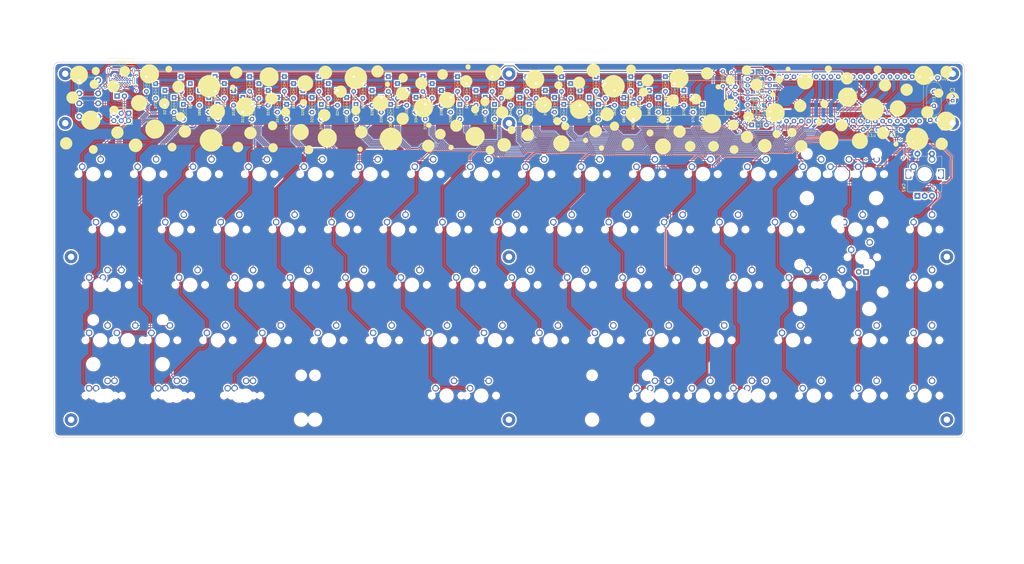
<source format=kicad_pcb>
(kicad_pcb (version 20171130) (host pcbnew "(5.1.10-1-10_14)")
  (layers (0 F.Cu signal) (31 B.Cu signal) (34 B.Paste user) (35 F.Paste user) (36 B.SilkS user) (37 F.SilkS user hide) (38 B.Mask user) (39 F.Mask user) (44 Edge.Cuts user))
  (net 0 "")
  (net 1 col0)
  (net 2 col1)
  (net 3 col2)
  (net 4 col3)
  (net 5 col4)
  (net 6 col5)
  (net 7 col6)
  (net 8 col7)
  (net 9 col8)
  (net 10 col9)
  (net 11 col10)
  (net 12 col11)
  (net 13 col12)
  (net 14 col13)
  (net 15 col15)
  (net 16 row0)
  (net 17 row1)
  (net 18 row2)
  (net 19 row3)
  (net 20 row4)
  (net 21 "Net-(D1-Pad2)")
  (net 22 "Net-(D2-Pad2)")
  (net 23 "Net-(D3-Pad2)")
  (net 24 "Net-(D4-Pad2)")
  (net 25 "Net-(D5-Pad2)")
  (net 26 "Net-(D6-Pad2)")
  (net 27 "Net-(D7-Pad2)")
  (net 28 "Net-(D8-Pad2)")
  (net 29 "Net-(D9-Pad2)")
  (net 30 "Net-(D10-Pad2)")
  (net 31 "Net-(D11-Pad2)")
  (net 32 "Net-(D12-Pad2)")
  (net 33 "Net-(D13-Pad2)")
  (net 34 "Net-(D14-Pad2)")
  (net 35 "Net-(D15-Pad2)")
  (net 36 "Net-(D16-Pad2)")
  (net 37 "Net-(D17-Pad2)")
  (net 38 "Net-(D18-Pad2)")
  (net 39 "Net-(D19-Pad2)")
  (net 40 "Net-(D20-Pad2)")
  (net 41 "Net-(D21-Pad2)")
  (net 42 "Net-(D22-Pad2)")
  (net 43 "Net-(D23-Pad2)")
  (net 44 "Net-(D24-Pad2)")
  (net 45 "Net-(D25-Pad2)")
  (net 46 "Net-(D26-Pad2)")
  (net 47 "Net-(D27-Pad2)")
  (net 48 "Net-(D28-Pad2)")
  (net 49 "Net-(D29-Pad2)")
  (net 50 "Net-(D30-Pad2)")
  (net 51 "Net-(D31-Pad2)")
  (net 52 "Net-(D32-Pad2)")
  (net 53 "Net-(D33-Pad2)")
  (net 54 "Net-(D34-Pad2)")
  (net 55 "Net-(D35-Pad2)")
  (net 56 "Net-(D36-Pad2)")
  (net 57 "Net-(D37-Pad2)")
  (net 58 "Net-(D38-Pad2)")
  (net 59 "Net-(D39-Pad2)")
  (net 60 "Net-(D40-Pad2)")
  (net 61 "Net-(D41-Pad2)")
  (net 62 "Net-(D42-Pad2)")
  (net 63 "Net-(D43-Pad2)")
  (net 64 "Net-(D44-Pad2)")
  (net 65 "Net-(D45-Pad2)")
  (net 66 "Net-(D46-Pad2)")
  (net 67 "Net-(D47-Pad2)")
  (net 68 "Net-(D48-Pad2)")
  (net 69 "Net-(D49-Pad2)")
  (net 70 "Net-(D50-Pad2)")
  (net 71 "Net-(D51-Pad2)")
  (net 72 "Net-(D52-Pad2)")
  (net 73 "Net-(D53-Pad2)")
  (net 74 "Net-(D54-Pad2)")
  (net 75 "Net-(D55-Pad2)")
  (net 76 "Net-(D56-Pad2)")
  (net 77 "Net-(D57-Pad2)")
  (net 78 "Net-(D58-Pad2)")
  (net 79 "Net-(D59-Pad2)")
  (net 80 "Net-(D60-Pad2)")
  (net 81 "Net-(D61-Pad2)")
  (net 82 "Net-(D62-Pad2)")
  (net 83 "Net-(D63-Pad2)")
  (net 84 "Net-(D64-Pad2)")
  (net 85 "Net-(D65-Pad2)")
  (net 86 "Net-(D66-Pad2)")
  (net 87 "Net-(D67-Pad2)")
  (net 88 "Net-(D68-Pad2)")
  (net 89 "Net-(D69-Pad2)")
  (net 90 "Net-(D70-Pad2)")
  (net 91 "Net-(D71-Pad2)")
  (net 92 "Net-(D72-Pad2)")
  (net 93 "Net-(D73-Pad2)")
  (net 94 "Net-(U1-Pad32)")
  (net 95 "Net-(USB1-PadA8)")
  (net 96 "Net-(USB1-PadB8)")
  (net 97 oledSDA)
  (net 98 oledSCL)
  (net 99 "Net-(C1-Pad1)")
  (net 100 "Net-(C2-Pad1)")
  (net 101 "Net-(D74-Pad1)")
  (net 102 "Net-(D75-Pad1)")
  (net 103 MISO)
  (net 104 SCK)
  (net 105 MOSI)
  (net 106 reset)
  (net 107 "Net-(R2-Pad2)")
  (net 108 "Net-(R3-Pad2)")
  (net 109 D-)
  (net 110 D+)
  (net 111 boot)
  (net 112 EC11-B)
  (net 113 EC11-A)
  (net 114 VCC)
  (net 115 "Net-(D76-Pad1)")
  (net 116 EC11-GND)
  (net 117 "Net-(D77-Pad2)")
  (net 118 "Net-(D77-Pad1)")
  (net 119 "Net-(D79-Pad2)")
  (net 120 "Net-(D79-Pad1)")
  (net 121 "Net-(D80-Pad2)")
  (net 122 "Net-(D80-Pad1)")
  (net 123 "Net-(D81-Pad2)")
  (net 124 "Net-(D81-Pad1)")
  (net 125 "Net-(D84-Pad2)")
  (net 126 "Net-(D84-Pad1)")
  (net 127 "Net-(D86-Pad2)")
  (net 128 "Net-(D86-Pad1)")
  (net 129 "Net-(D89-Pad2)")
  (net 130 "Net-(D89-Pad1)")
  (net 131 "Net-(U1-Pad21)")
  (net 132 "Net-(D35-Pad1)")
  (net 133 col14)
  (net 134 "Net-(USB1-PadA12)")
  (net 135 oledVCC1)
  (module MX_Only:MXOnly-1U-NoLED (layer F.Cu) (at 280.325 13.525)
    (fp_text reference K_1U_BACKSPACE1)
    (fp_text value KEYSW)
    (pad 2 thru_hole circle (at 2.54 -5.08) (size 2.25 2.25) (drill 1.47) (layers *.Cu B.Mask) (net 83 "Net-(D63-Pad2)"))
    (pad "" np_thru_hole circle (at 0 0) (size 3.9878 3.9878) (drill 3.9878) (layers *.Cu *.Mask))
    (pad 1 thru_hole circle (at -3.81 -2.54) (size 2.25 2.25) (drill 1.47) (layers *.Cu B.Mask) (net 133 col14))
    (pad "" np_thru_hole circle (at -5.08 0 48.0996) (size 1.75 1.75) (drill 1.75) (layers *.Cu *.Mask))
    (pad "" np_thru_hole circle (at 5.08 0 48.0996) (size 1.75 1.75) (drill 1.75) (layers *.Cu *.Mask))
  )
  (module graphics:bubbleVER4 (layer F.Cu) (at 154 -9)
    (fp_text reference G*** hide)
    (fp_text value LOGO hide)
  )
  (module graphics:lotgoSMALLedited (layer F.Cu) (at 0.87 -12.27 90)
    (fp_text reference G*** hide)
    (fp_text value LOGO hide)
  )
  (module graphics:logoSMALLMEDIUMsoldermask (layer F.Cu) (at 109 85)
    (fp_text reference G*** hide)
    (fp_text value LOGO hide)
  )
  (module MX_Only:MXOnly-1U-NoLED (layer F.Cu) (at 299.375 13.525)
    (fp_text reference K_R_ARROW2)
    (fp_text value KEYSW)
    (pad 2 thru_hole circle (at 2.54 -5.08) (size 2.25 2.25) (drill 1.47) (layers *.Cu B.Mask) (net 88 "Net-(D68-Pad2)"))
    (pad "" np_thru_hole circle (at 0 0) (size 3.9878 3.9878) (drill 3.9878) (layers *.Cu *.Mask))
    (pad 1 thru_hole circle (at -3.81 -2.54) (size 2.25 2.25) (drill 1.47) (layers *.Cu B.Mask) (net 15 col15))
    (pad "" np_thru_hole circle (at -5.08 0 48.0996) (size 1.75 1.75) (drill 1.75) (layers *.Cu *.Mask))
    (pad "" np_thru_hole circle (at 5.08 0 48.0996) (size 1.75 1.75) (drill 1.75) (layers *.Cu *.Mask))
  )
  (module cftkb:DIP-40_W15.24mm (layer F.Cu) (at 249.36875 -4.73125 90)
    (fp_text reference U1 (at 7.52414 24.164738 180) (layer F.SilkS))
    (fp_text value atmega (at 10.06135 24.462204 180) (layer F.SilkS))
    (pad 1 thru_hole rect (at 0 0 90) (size 1.6 1.6) (drill 0.8) (layers *.Cu *.Mask) (net 1 col0))
    (pad 21 thru_hole oval (at 15.24 48.26 90) (size 1.6 1.6) (drill 0.8) (layers *.Cu *.Mask) (net 131 "Net-(U1-Pad21)"))
    (pad 2 thru_hole oval (at 0 2.54 90) (size 1.6 1.6) (drill 0.8) (layers *.Cu *.Mask) (net 2 col1))
    (pad 22 thru_hole oval (at 15.24 45.72 90) (size 1.6 1.6) (drill 0.8) (layers *.Cu *.Mask) (net 98 oledSCL))
    (pad 3 thru_hole oval (at 0 5.08 90) (size 1.6 1.6) (drill 0.8) (layers *.Cu *.Mask) (net 3 col2))
    (pad 23 thru_hole oval (at 15.24 43.18 90) (size 1.6 1.6) (drill 0.8) (layers *.Cu *.Mask) (net 97 oledSDA))
    (pad 4 thru_hole oval (at 0 7.62 90) (size 1.6 1.6) (drill 0.8) (layers *.Cu *.Mask) (net 4 col3))
    (pad 24 thru_hole oval (at 15.24 40.64 90) (size 1.6 1.6) (drill 0.8) (layers *.Cu *.Mask) (net 14 col13))
    (pad 5 thru_hole oval (at 0 10.16 90) (size 1.6 1.6) (drill 0.8) (layers *.Cu *.Mask) (net 5 col4))
    (pad 25 thru_hole oval (at 15.24 38.1 90) (size 1.6 1.6) (drill 0.8) (layers *.Cu *.Mask) (net 13 col12))
    (pad 6 thru_hole oval (at 0 12.7 90) (size 1.6 1.6) (drill 0.8) (layers *.Cu *.Mask) (net 105 MOSI))
    (pad 26 thru_hole oval (at 15.24 35.56 90) (size 1.6 1.6) (drill 0.8) (layers *.Cu *.Mask) (net 12 col11))
    (pad 7 thru_hole oval (at 0 15.24 90) (size 1.6 1.6) (drill 0.8) (layers *.Cu *.Mask) (net 103 MISO))
    (pad 27 thru_hole oval (at 15.24 33.02 90) (size 1.6 1.6) (drill 0.8) (layers *.Cu *.Mask) (net 11 col10))
    (pad 8 thru_hole oval (at 0 17.78 90) (size 1.6 1.6) (drill 0.8) (layers *.Cu *.Mask) (net 104 SCK))
    (pad 28 thru_hole oval (at 15.24 30.48 90) (size 1.6 1.6) (drill 0.8) (layers *.Cu *.Mask) (net 10 col9))
    (pad 9 thru_hole oval (at 0 20.32 90) (size 1.6 1.6) (drill 0.8) (layers *.Cu *.Mask) (net 106 reset))
    (pad 29 thru_hole oval (at 15.24 27.94 90) (size 1.6 1.6) (drill 0.8) (layers *.Cu *.Mask) (net 9 col8))
    (pad 10 thru_hole oval (at 0 22.86 90) (size 1.6 1.6) (drill 0.8) (layers *.Cu *.Mask) (net 135 oledVCC1))
    (pad 30 thru_hole oval (at 15.24 25.4 90) (size 1.6 1.6) (drill 0.8) (layers *.Cu *.Mask) (net 135 oledVCC1))
    (pad 11 thru_hole oval (at 0 25.4 90) (size 1.6 1.6) (drill 0.8) (layers *.Cu *.Mask) (net 116 EC11-GND))
    (pad 31 thru_hole oval (at 15.24 22.86 90) (size 1.6 1.6) (drill 0.8) (layers *.Cu *.Mask) (net 116 EC11-GND))
    (pad 12 thru_hole oval (at 0 27.94 90) (size 1.6 1.6) (drill 0.8) (layers *.Cu *.Mask) (net 100 "Net-(C2-Pad1)"))
    (pad 32 thru_hole oval (at 15.24 20.32 90) (size 1.6 1.6) (drill 0.8) (layers *.Cu *.Mask) (net 94 "Net-(U1-Pad32)"))
    (pad 13 thru_hole oval (at 0 30.48 90) (size 1.6 1.6) (drill 0.8) (layers *.Cu *.Mask) (net 99 "Net-(C1-Pad1)"))
    (pad 33 thru_hole oval (at 15.24 17.78 90) (size 1.6 1.6) (drill 0.8) (layers *.Cu *.Mask) (net 8 col7))
    (pad 14 thru_hole oval (at 0 33.02 90) (size 1.6 1.6) (drill 0.8) (layers *.Cu *.Mask) (net 113 EC11-A))
    (pad 34 thru_hole oval (at 15.24 15.24 90) (size 1.6 1.6) (drill 0.8) (layers *.Cu *.Mask) (net 7 col6))
    (pad 15 thru_hole oval (at 0 35.56 90) (size 1.6 1.6) (drill 0.8) (layers *.Cu *.Mask) (net 112 EC11-B))
    (pad 35 thru_hole oval (at 15.24 12.7 90) (size 1.6 1.6) (drill 0.8) (layers *.Cu *.Mask) (net 6 col5))
    (pad 16 thru_hole oval (at 0 38.1 90) (size 1.6 1.6) (drill 0.8) (layers *.Cu *.Mask) (net 110 D+))
    (pad 36 thru_hole oval (at 15.24 10.16 90) (size 1.6 1.6) (drill 0.8) (layers *.Cu *.Mask) (net 20 row4))
    (pad 17 thru_hole oval (at 0 40.64 90) (size 1.6 1.6) (drill 0.8) (layers *.Cu *.Mask) (net 109 D-))
    (pad 37 thru_hole oval (at 15.24 7.62 90) (size 1.6 1.6) (drill 0.8) (layers *.Cu *.Mask) (net 19 row3))
    (pad 18 thru_hole oval (at 0 43.18 90) (size 1.6 1.6) (drill 0.8) (layers *.Cu *.Mask) (net 111 boot))
    (pad 38 thru_hole oval (at 15.24 5.08 90) (size 1.6 1.6) (drill 0.8) (layers *.Cu *.Mask) (net 18 row2))
    (pad 19 thru_hole oval (at 0 45.72 90) (size 1.6 1.6) (drill 0.8) (layers *.Cu *.Mask) (net 133 col14))
    (pad 39 thru_hole oval (at 15.24 2.54 90) (size 1.6 1.6) (drill 0.8) (layers *.Cu *.Mask) (net 17 row1))
    (pad 20 thru_hole oval (at 0 48.26 90) (size 1.6 1.6) (drill 0.8) (layers *.Cu *.Mask) (net 15 col15))
    (pad 40 thru_hole oval (at 15.24 0 90) (size 1.6 1.6) (drill 0.8) (layers *.Cu *.Mask) (net 16 row0))
  )
  (module cftkb:MountingHole_2.2mm_M2_Pad (layer F.Cu) (at 307 98)
    (fp_text reference REF**)
    (fp_text value MountingHole_2.2mm_M2_Pad)
    (pad 1 thru_hole circle (at 0 0) (size 4.4 4.4) (drill 2.2) (layers *.Cu *.Mask))
  )
  (module cftkb:MountingHole_2.2mm_M2_Pad (layer F.Cu) (at 156.5 98)
    (fp_text reference REF**)
    (fp_text value MountingHole_2.2mm_M2_Pad)
    (pad 1 thru_hole circle (at 0 0) (size 4.4 4.4) (drill 2.2) (layers *.Cu *.Mask))
  )
  (module cftkb:MountingHole_2.2mm_M2_Pad (layer F.Cu) (at 6 98)
    (fp_text reference REF**)
    (fp_text value MountingHole_2.2mm_M2_Pad)
    (pad 1 thru_hole circle (at 0 0) (size 4.4 4.4) (drill 2.2) (layers *.Cu *.Mask))
  )
  (module cftkb:MountingHole_2.2mm_M2_Pad (layer F.Cu) (at 307 42)
    (fp_text reference REF**)
    (fp_text value MountingHole_2.2mm_M2_Pad)
    (pad 1 thru_hole circle (at 0 0) (size 4.4 4.4) (drill 2.2) (layers *.Cu *.Mask))
  )
  (module cftkb:MountingHole_2.2mm_M2_Pad (layer F.Cu) (at 156.5 42)
    (fp_text reference REF**)
    (fp_text value MountingHole_2.2mm_M2_Pad)
    (pad 1 thru_hole circle (at 0 0) (size 4.4 4.4) (drill 2.2) (layers *.Cu *.Mask))
  )
  (module cftkb:MountingHole_2.2mm_M2_Pad (layer F.Cu) (at 6 42)
    (fp_text reference REF**)
    (fp_text value MountingHole_2.2mm_M2_Pad)
    (pad 1 thru_hole circle (at 0 0) (size 4.4 4.4) (drill 2.2) (layers *.Cu *.Mask))
  )
  (module cftkb:MountingHole_2.2mm_M2_Pad (layer F.Cu) (at 309 -4 90)
    (fp_text reference REF**)
    (fp_text value MountingHole_2.2mm_M2_Pad)
    (pad 1 thru_hole circle (at 0 0 90) (size 4.4 4.4) (drill 2.2) (layers *.Cu *.Mask))
  )
  (module cftkb:MountingHole_2.2mm_M2_Pad (layer F.Cu) (at 156.5 -4)
    (fp_text reference REF**)
    (fp_text value MountingHole_2.2mm_M2_Pad)
    (pad 1 thru_hole circle (at 0 0) (size 4.4 4.4) (drill 2.2) (layers *.Cu *.Mask))
  )
  (module cftkb:MountingHole_2.2mm_M2_Pad (layer F.Cu) (at 4 -4)
    (fp_text reference REF**)
    (fp_text value MountingHole_2.2mm_M2_Pad)
    (pad 1 thru_hole circle (at 0 0) (size 4.4 4.4) (drill 2.2) (layers *.Cu *.Mask))
  )
  (module cftkb:MountingHole_2.2mm_M2_Pad (layer F.Cu) (at 309 -21)
    (fp_text reference REF**)
    (fp_text value MountingHole_2.2mm_M2_Pad)
    (pad 1 thru_hole circle (at 0 0) (size 4.4 4.4) (drill 2.2) (layers *.Cu *.Mask))
  )
  (module cftkb:MountingHole_2.2mm_M2_Pad (layer F.Cu) (at 156.5 -21)
    (fp_text reference REF**)
    (fp_text value MountingHole_2.2mm_M2_Pad)
    (pad 1 thru_hole circle (at 0 0) (size 4.4 4.4) (drill 2.2) (layers *.Cu *.Mask))
  )
  (module cftkb:MountingHole_2.2mm_M2_Pad (layer F.Cu) (at 4 -21)
    (fp_text reference REF**)
    (fp_text value MountingHole_2.2mm_M2_Pad)
    (pad 1 thru_hole circle (at 0 0) (size 4.4 4.4) (drill 2.2) (layers *.Cu *.Mask))
  )
  (module cftkb:D_DO-35_SOD27_P5.08mm_Horizontal (layer F.Cu) (at 184.0748 -14.129 270)
    (fp_text reference D89 (at 8.77 0 90) (layer F.SilkS) (effects (font (size 0.8 0.8))))
    (fp_text value 1N4148)
    (pad 2 thru_hole oval (at 6.35 0 270) (size 1.6 1.6) (drill 0.8) (layers *.Cu *.Mask) (net 129 "Net-(D89-Pad2)"))
    (pad 1 thru_hole rect (at 1.27 0 270) (size 1.6 1.6) (drill 0.8) (layers *.Cu *.Mask) (net 130 "Net-(D89-Pad1)"))
  )
  (module cftkb:D_DO-35_SOD27_P5.08mm_Horizontal (layer F.Cu) (at 50.1375 -16.51025 270)
    (fp_text reference D86 (at 8.77 0 90) (layer F.SilkS) (effects (font (size 0.8 0.8))))
    (fp_text value 1N4148)
    (pad 2 thru_hole oval (at 6.35 0 270) (size 1.6 1.6) (drill 0.8) (layers *.Cu *.Mask) (net 127 "Net-(D86-Pad2)"))
    (pad 1 thru_hole rect (at 1.27 0 270) (size 1.6 1.6) (drill 0.8) (layers *.Cu *.Mask) (net 128 "Net-(D86-Pad1)"))
  )
  (module cftkb:D_DO-35_SOD27_P5.08mm_Horizontal (layer F.Cu) (at 46.9625 -18.8915 270)
    (fp_text reference D84 (at 8.77 0 90) (layer F.SilkS) (effects (font (size 0.8 0.8))))
    (fp_text value 1N4148)
    (pad 2 thru_hole oval (at 6.35 0 270) (size 1.6 1.6) (drill 0.8) (layers *.Cu *.Mask) (net 125 "Net-(D84-Pad2)"))
    (pad 1 thru_hole rect (at 1.27 0 270) (size 1.6 1.6) (drill 0.8) (layers *.Cu *.Mask) (net 126 "Net-(D84-Pad1)"))
  )
  (module cftkb:D_DO-35_SOD27_P5.08mm_Horizontal (layer F.Cu) (at 139.62475 -11.74775 270)
    (fp_text reference D81 (at 8.77 0 90) (layer F.SilkS) (effects (font (size 0.8 0.8))))
    (fp_text value 1N4148)
    (pad 2 thru_hole oval (at 6.35 0 270) (size 1.6 1.6) (drill 0.8) (layers *.Cu *.Mask) (net 123 "Net-(D81-Pad2)"))
    (pad 1 thru_hole rect (at 1.27 0 270) (size 1.6 1.6) (drill 0.8) (layers *.Cu *.Mask) (net 124 "Net-(D81-Pad1)"))
  )
  (module cftkb:D_DO-35_SOD27_P5.08mm_Horizontal (layer F.Cu) (at 151.531 -11.74775 270)
    (fp_text reference D80 (at 8.77 0 90) (layer F.SilkS) (effects (font (size 0.8 0.8))))
    (fp_text value 1N4148)
    (pad 2 thru_hole oval (at 6.35 0 270) (size 1.6 1.6) (drill 0.8) (layers *.Cu *.Mask) (net 121 "Net-(D80-Pad2)"))
    (pad 1 thru_hole rect (at 1.27 0 270) (size 1.6 1.6) (drill 0.8) (layers *.Cu *.Mask) (net 122 "Net-(D80-Pad1)"))
  )
  (module cftkb:D_DO-35_SOD27_P5.08mm_Horizontal (layer F.Cu) (at 91.99975 -11.74775 270)
    (fp_text reference D79 (at 8.77 0 90) (layer F.SilkS) (effects (font (size 0.8 0.8))))
    (fp_text value 1N4148)
    (pad 2 thru_hole oval (at 6.35 0 270) (size 1.6 1.6) (drill 0.8) (layers *.Cu *.Mask) (net 119 "Net-(D79-Pad2)"))
    (pad 1 thru_hole rect (at 1.27 0 270) (size 1.6 1.6) (drill 0.8) (layers *.Cu *.Mask) (net 120 "Net-(D79-Pad1)"))
  )
  (module cftkb:D_DO-35_SOD27_P5.08mm_Horizontal (layer F.Cu) (at 103.906 -11.74775 270)
    (fp_text reference D77 (at 8.77 0 90) (layer F.SilkS) (effects (font (size 0.8 0.8))))
    (fp_text value 1N4148)
    (pad 2 thru_hole oval (at 6.35 0 270) (size 1.6 1.6) (drill 0.8) (layers *.Cu *.Mask) (net 117 "Net-(D77-Pad2)"))
    (pad 1 thru_hole rect (at 1.27 0 270) (size 1.6 1.6) (drill 0.8) (layers *.Cu *.Mask) (net 118 "Net-(D77-Pad1)"))
  )
  (module "cftkb:ssd1306 128x32 oled" (layer F.Cu) (at 216.825 -12.66875 180)
    (fp_text reference OL1 (at 0 0.5 180) (layer F.SilkS))
    (fp_text value OLED-kbd)
    (pad 4 thru_hole circle (at -17.5 3.81 180) (size 1.524 1.524) (drill 0.762) (layers *.Cu *.Mask) (net 116 EC11-GND))
    (pad 3 thru_hole circle (at -17.5 1.27 180) (size 1.524 1.524) (drill 0.762) (layers *.Cu *.Mask) (net 135 oledVCC1))
    (pad 2 thru_hole circle (at -17.5 -1.27 180) (size 1.524 1.524) (drill 0.762) (layers *.Cu *.Mask) (net 98 oledSCL))
    (pad 1 thru_hole circle (at -17.5 -3.81 180) (size 1.524 1.524) (drill 0.762) (layers *.Cu *.Mask) (net 97 oledSDA))
  )
  (module MX_Only:MXOnly-1U-NoLED (layer F.Cu) (at 32.675 13.525)
    (fp_text reference K_ONE1)
    (fp_text value KEYSW)
    (pad 2 thru_hole circle (at 2.54 -5.08) (size 2.25 2.25) (drill 1.47) (layers *.Cu B.Mask) (net 25 "Net-(D5-Pad2)"))
    (pad "" np_thru_hole circle (at 0 0) (size 3.9878 3.9878) (drill 3.9878) (layers *.Cu *.Mask))
    (pad 1 thru_hole circle (at -3.81 -2.54) (size 2.25 2.25) (drill 1.47) (layers *.Cu B.Mask) (net 2 col1))
    (pad "" np_thru_hole circle (at -5.08 0 48.0996) (size 1.75 1.75) (drill 1.75) (layers *.Cu *.Mask))
    (pad "" np_thru_hole circle (at 5.08 0 48.0996) (size 1.75 1.75) (drill 1.75) (layers *.Cu *.Mask))
  )
  (module MX_Only:MXOnly-1U-NoLED (layer F.Cu) (at 204.125 13.525)
    (fp_text reference K_ZERO1)
    (fp_text value KEYSW)
    (pad 2 thru_hole circle (at 2.54 -5.08) (size 2.25 2.25) (drill 1.47) (layers *.Cu B.Mask) (net 64 "Net-(D44-Pad2)"))
    (pad "" np_thru_hole circle (at 0 0) (size 3.9878 3.9878) (drill 3.9878) (layers *.Cu *.Mask))
    (pad 1 thru_hole circle (at -3.81 -2.54) (size 2.25 2.25) (drill 1.47) (layers *.Cu B.Mask) (net 11 col10))
    (pad "" np_thru_hole circle (at -5.08 0 48.0996) (size 1.75 1.75) (drill 1.75) (layers *.Cu *.Mask))
    (pad "" np_thru_hole circle (at 5.08 0 48.0996) (size 1.75 1.75) (drill 1.75) (layers *.Cu *.Mask))
  )
  (module MX_Only:MXOnly-1U-NoLED (layer F.Cu) (at 51.725 13.525)
    (fp_text reference K_TWO1)
    (fp_text value KEYSW)
    (pad 2 thru_hole circle (at 2.54 -5.08) (size 2.25 2.25) (drill 1.47) (layers *.Cu B.Mask) (net 28 "Net-(D8-Pad2)"))
    (pad "" np_thru_hole circle (at 0 0) (size 3.9878 3.9878) (drill 3.9878) (layers *.Cu *.Mask))
    (pad 1 thru_hole circle (at -3.81 -2.54) (size 2.25 2.25) (drill 1.47) (layers *.Cu B.Mask) (net 3 col2))
    (pad "" np_thru_hole circle (at -5.08 0 48.0996) (size 1.75 1.75) (drill 1.75) (layers *.Cu *.Mask))
    (pad "" np_thru_hole circle (at 5.08 0 48.0996) (size 1.75 1.75) (drill 1.75) (layers *.Cu *.Mask))
  )
  (module MX_Only:MXOnly-1U-NoLED (layer F.Cu) (at 70.775 13.525)
    (fp_text reference K_THREE1)
    (fp_text value KEYSW)
    (pad 2 thru_hole circle (at 2.54 -5.08) (size 2.25 2.25) (drill 1.47) (layers *.Cu B.Mask) (net 33 "Net-(D13-Pad2)"))
    (pad "" np_thru_hole circle (at 0 0) (size 3.9878 3.9878) (drill 3.9878) (layers *.Cu *.Mask))
    (pad 1 thru_hole circle (at -3.81 -2.54) (size 2.25 2.25) (drill 1.47) (layers *.Cu B.Mask) (net 4 col3))
    (pad "" np_thru_hole circle (at -5.08 0 48.0996) (size 1.75 1.75) (drill 1.75) (layers *.Cu *.Mask))
    (pad "" np_thru_hole circle (at 5.08 0 48.0996) (size 1.75 1.75) (drill 1.75) (layers *.Cu *.Mask))
  )
  (module MX_Only:MXOnly-1U-NoLED (layer F.Cu) (at 127.925 13.525)
    (fp_text reference K_SIX1)
    (fp_text value KEYSW)
    (pad 2 thru_hole circle (at 2.54 -5.08) (size 2.25 2.25) (drill 1.47) (layers *.Cu B.Mask) (net 46 "Net-(D26-Pad2)"))
    (pad "" np_thru_hole circle (at 0 0) (size 3.9878 3.9878) (drill 3.9878) (layers *.Cu *.Mask))
    (pad 1 thru_hole circle (at -3.81 -2.54) (size 2.25 2.25) (drill 1.47) (layers *.Cu B.Mask) (net 7 col6))
    (pad "" np_thru_hole circle (at -5.08 0 48.0996) (size 1.75 1.75) (drill 1.75) (layers *.Cu *.Mask))
    (pad "" np_thru_hole circle (at 5.08 0 48.0996) (size 1.75 1.75) (drill 1.75) (layers *.Cu *.Mask))
  )
  (module MX_Only:MXOnly-1U-NoLED (layer F.Cu) (at 146.975 13.525)
    (fp_text reference K_SEVEN1)
    (fp_text value KEYSW)
    (pad 2 thru_hole circle (at 2.54 -5.08) (size 2.25 2.25) (drill 1.47) (layers *.Cu B.Mask) (net 51 "Net-(D31-Pad2)"))
    (pad "" np_thru_hole circle (at 0 0) (size 3.9878 3.9878) (drill 3.9878) (layers *.Cu *.Mask))
    (pad 1 thru_hole circle (at -3.81 -2.54) (size 2.25 2.25) (drill 1.47) (layers *.Cu B.Mask) (net 8 col7))
    (pad "" np_thru_hole circle (at -5.08 0 48.0996) (size 1.75 1.75) (drill 1.75) (layers *.Cu *.Mask))
    (pad "" np_thru_hole circle (at 5.08 0 48.0996) (size 1.75 1.75) (drill 1.75) (layers *.Cu *.Mask))
  )
  (module MX_Only:MXOnly-1U-NoLED (layer F.Cu) (at 261.275 13.525)
    (fp_text reference K_RANDOM_1U1)
    (fp_text value KEYSW)
    (pad 2 thru_hole circle (at 2.54 -5.08) (size 2.25 2.25) (drill 1.47) (layers *.Cu B.Mask) (net 78 "Net-(D58-Pad2)"))
    (pad "" np_thru_hole circle (at 0 0) (size 3.9878 3.9878) (drill 3.9878) (layers *.Cu *.Mask))
    (pad 1 thru_hole circle (at -3.81 -2.54) (size 2.25 2.25) (drill 1.47) (layers *.Cu B.Mask) (net 14 col13))
    (pad "" np_thru_hole circle (at -5.08 0 48.0996) (size 1.75 1.75) (drill 1.75) (layers *.Cu *.Mask))
    (pad "" np_thru_hole circle (at 5.08 0 48.0996) (size 1.75 1.75) (drill 1.75) (layers *.Cu *.Mask))
  )
  (module MX_Only:MXOnly-1U-NoLED (layer F.Cu) (at 299.375 89.725)
    (fp_text reference K_R_ARROW1)
    (fp_text value KEYSW)
    (pad 2 thru_hole circle (at 2.54 -5.08) (size 2.25 2.25) (drill 1.47) (layers *.Cu B.Mask) (net 92 "Net-(D72-Pad2)"))
    (pad "" np_thru_hole circle (at 0 0) (size 3.9878 3.9878) (drill 3.9878) (layers *.Cu *.Mask))
    (pad 1 thru_hole circle (at -3.81 -2.54) (size 2.25 2.25) (drill 1.47) (layers *.Cu B.Mask) (net 15 col15))
    (pad "" np_thru_hole circle (at -5.08 0 48.0996) (size 1.75 1.75) (drill 1.75) (layers *.Cu *.Mask))
    (pad "" np_thru_hole circle (at 5.08 0 48.0996) (size 1.75 1.75) (drill 1.75) (layers *.Cu *.Mask))
  )
  (module MX_Only:MXOnly-1U-NoLED (layer F.Cu) (at 299.375 51.625)
    (fp_text reference K_PAGEDOWN1)
    (fp_text value KEYSW)
    (pad 2 thru_hole circle (at 2.54 -5.08) (size 2.25 2.25) (drill 1.47) (layers *.Cu B.Mask) (net 90 "Net-(D70-Pad2)"))
    (pad "" np_thru_hole circle (at 0 0) (size 3.9878 3.9878) (drill 3.9878) (layers *.Cu *.Mask))
    (pad 1 thru_hole circle (at -3.81 -2.54) (size 2.25 2.25) (drill 1.47) (layers *.Cu B.Mask) (net 15 col15))
    (pad "" np_thru_hole circle (at -5.08 0 48.0996) (size 1.75 1.75) (drill 1.75) (layers *.Cu *.Mask))
    (pad "" np_thru_hole circle (at 5.08 0 48.0996) (size 1.75 1.75) (drill 1.75) (layers *.Cu *.Mask))
  )
  (module MX_Only:MXOnly-1U-NoLED (layer F.Cu) (at 299.375 32.575)
    (fp_text reference K_PAGE_UP1)
    (fp_text value KEYSW)
    (pad 2 thru_hole circle (at 2.54 -5.08) (size 2.25 2.25) (drill 1.47) (layers *.Cu B.Mask) (net 89 "Net-(D69-Pad2)"))
    (pad "" np_thru_hole circle (at 0 0) (size 3.9878 3.9878) (drill 3.9878) (layers *.Cu *.Mask))
    (pad 1 thru_hole circle (at -3.81 -2.54) (size 2.25 2.25) (drill 1.47) (layers *.Cu B.Mask) (net 15 col15))
    (pad "" np_thru_hole circle (at -5.08 0 48.0996) (size 1.75 1.75) (drill 1.75) (layers *.Cu *.Mask))
    (pad "" np_thru_hole circle (at 5.08 0 48.0996) (size 1.75 1.75) (drill 1.75) (layers *.Cu *.Mask))
  )
  (module MX_Only:MXOnly-1U-NoLED (layer F.Cu) (at 185.075 13.525)
    (fp_text reference K_NINE1)
    (fp_text value KEYSW)
    (pad 2 thru_hole circle (at 2.54 -5.08) (size 2.25 2.25) (drill 1.47) (layers *.Cu B.Mask) (net 60 "Net-(D40-Pad2)"))
    (pad "" np_thru_hole circle (at 0 0) (size 3.9878 3.9878) (drill 3.9878) (layers *.Cu *.Mask))
    (pad 1 thru_hole circle (at -3.81 -2.54) (size 2.25 2.25) (drill 1.47) (layers *.Cu B.Mask) (net 10 col9))
    (pad "" np_thru_hole circle (at -5.08 0 48.0996) (size 1.75 1.75) (drill 1.75) (layers *.Cu *.Mask))
    (pad "" np_thru_hole circle (at 5.08 0 48.0996) (size 1.75 1.75) (drill 1.75) (layers *.Cu *.Mask))
  )
  (module MX_Only:MXOnly-1U-NoLED (layer F.Cu) (at 261.275 89.725)
    (fp_text reference K_L_ARROW1)
    (fp_text value KEYSW)
    (pad 2 thru_hole circle (at 2.54 -5.08) (size 2.25 2.25) (drill 1.47) (layers *.Cu B.Mask) (net 82 "Net-(D62-Pad2)"))
    (pad "" np_thru_hole circle (at 0 0) (size 3.9878 3.9878) (drill 3.9878) (layers *.Cu *.Mask))
    (pad 1 thru_hole circle (at -3.81 -2.54) (size 2.25 2.25) (drill 1.47) (layers *.Cu B.Mask) (net 14 col13))
    (pad "" np_thru_hole circle (at -5.08 0 48.0996) (size 1.75 1.75) (drill 1.75) (layers *.Cu *.Mask))
    (pad "" np_thru_hole circle (at 5.08 0 48.0996) (size 1.75 1.75) (drill 1.75) (layers *.Cu *.Mask))
  )
  (module MX_Only:MXOnly-1U-NoLED (layer F.Cu) (at 89.825 13.525)
    (fp_text reference K_FOUR1)
    (fp_text value KEYSW)
    (pad 2 thru_hole circle (at 2.54 -5.08) (size 2.25 2.25) (drill 1.47) (layers *.Cu B.Mask) (net 38 "Net-(D18-Pad2)"))
    (pad "" np_thru_hole circle (at 0 0) (size 3.9878 3.9878) (drill 3.9878) (layers *.Cu *.Mask))
    (pad 1 thru_hole circle (at -3.81 -2.54) (size 2.25 2.25) (drill 1.47) (layers *.Cu B.Mask) (net 5 col4))
    (pad "" np_thru_hole circle (at -5.08 0 48.0996) (size 1.75 1.75) (drill 1.75) (layers *.Cu *.Mask))
    (pad "" np_thru_hole circle (at 5.08 0 48.0996) (size 1.75 1.75) (drill 1.75) (layers *.Cu *.Mask))
  )
  (module MX_Only:MXOnly-1U-NoLED (layer F.Cu) (at 108.875 13.525)
    (fp_text reference K_FIVE1)
    (fp_text value KEYSW)
    (pad 2 thru_hole circle (at 2.54 -5.08) (size 2.25 2.25) (drill 1.47) (layers *.Cu B.Mask) (net 42 "Net-(D22-Pad2)"))
    (pad "" np_thru_hole circle (at 0 0) (size 3.9878 3.9878) (drill 3.9878) (layers *.Cu *.Mask))
    (pad 1 thru_hole circle (at -3.81 -2.54) (size 2.25 2.25) (drill 1.47) (layers *.Cu B.Mask) (net 6 col5))
    (pad "" np_thru_hole circle (at -5.08 0 48.0996) (size 1.75 1.75) (drill 1.75) (layers *.Cu *.Mask))
    (pad "" np_thru_hole circle (at 5.08 0 48.0996) (size 1.75 1.75) (drill 1.75) (layers *.Cu *.Mask))
  )
  (module MX_Only:MXOnly-1U-NoLED (layer F.Cu) (at 13.625 13.525)
    (fp_text reference K_ESC1)
    (fp_text value KEYSW)
    (pad 2 thru_hole circle (at 2.54 -5.08) (size 2.25 2.25) (drill 1.47) (layers *.Cu B.Mask) (net 21 "Net-(D1-Pad2)"))
    (pad "" np_thru_hole circle (at 0 0) (size 3.9878 3.9878) (drill 3.9878) (layers *.Cu *.Mask))
    (pad 1 thru_hole circle (at -3.81 -2.54) (size 2.25 2.25) (drill 1.47) (layers *.Cu B.Mask) (net 1 col0))
    (pad "" np_thru_hole circle (at -5.08 0 48.0996) (size 1.75 1.75) (drill 1.75) (layers *.Cu *.Mask))
    (pad "" np_thru_hole circle (at 5.08 0 48.0996) (size 1.75 1.75) (drill 1.75) (layers *.Cu *.Mask))
  )
  (module MX_Only:MXOnly-1U-NoLED (layer F.Cu) (at 299.375 70.675)
    (fp_text reference K_END1)
    (fp_text value KEYSW)
    (pad 2 thru_hole circle (at 2.54 -5.08) (size 2.25 2.25) (drill 1.47) (layers *.Cu B.Mask) (net 91 "Net-(D71-Pad2)"))
    (pad "" np_thru_hole circle (at 0 0) (size 3.9878 3.9878) (drill 3.9878) (layers *.Cu *.Mask))
    (pad 1 thru_hole circle (at -3.81 -2.54) (size 2.25 2.25) (drill 1.47) (layers *.Cu B.Mask) (net 15 col15))
    (pad "" np_thru_hole circle (at -5.08 0 48.0996) (size 1.75 1.75) (drill 1.75) (layers *.Cu *.Mask))
    (pad "" np_thru_hole circle (at 5.08 0 48.0996) (size 1.75 1.75) (drill 1.75) (layers *.Cu *.Mask))
  )
  (module MX_Only:MXOnly-1U-NoLED (layer F.Cu) (at 166.025 13.525)
    (fp_text reference K_EIGHT1)
    (fp_text value KEYSW)
    (pad 2 thru_hole circle (at 2.54 -5.08) (size 2.25 2.25) (drill 1.47) (layers *.Cu B.Mask) (net 56 "Net-(D36-Pad2)"))
    (pad "" np_thru_hole circle (at 0 0) (size 3.9878 3.9878) (drill 3.9878) (layers *.Cu *.Mask))
    (pad 1 thru_hole circle (at -3.81 -2.54) (size 2.25 2.25) (drill 1.47) (layers *.Cu B.Mask) (net 9 col8))
    (pad "" np_thru_hole circle (at -5.08 0 48.0996) (size 1.75 1.75) (drill 1.75) (layers *.Cu *.Mask))
    (pad "" np_thru_hole circle (at 5.08 0 48.0996) (size 1.75 1.75) (drill 1.75) (layers *.Cu *.Mask))
  )
  (module MX_Only:MXOnly-1U-NoLED (layer F.Cu) (at 280.325 70.675)
    (fp_text reference K_ARROWUP1)
    (fp_text value KEYSW)
    (pad 2 thru_hole circle (at 2.54 -5.08) (size 2.25 2.25) (drill 1.47) (layers *.Cu B.Mask) (net 86 "Net-(D66-Pad2)"))
    (pad "" np_thru_hole circle (at 0 0) (size 3.9878 3.9878) (drill 3.9878) (layers *.Cu *.Mask))
    (pad 1 thru_hole circle (at -3.81 -2.54) (size 2.25 2.25) (drill 1.47) (layers *.Cu B.Mask) (net 133 col14))
    (pad "" np_thru_hole circle (at -5.08 0 48.0996) (size 1.75 1.75) (drill 1.75) (layers *.Cu *.Mask))
    (pad "" np_thru_hole circle (at 5.08 0 48.0996) (size 1.75 1.75) (drill 1.75) (layers *.Cu *.Mask))
  )
  (module MX_Only:MXOnly-1U-NoLED (layer F.Cu) (at 280.325 89.725)
    (fp_text reference K_ARROWDOWN1)
    (fp_text value KEYSW)
    (pad 2 thru_hole circle (at 2.54 -5.08) (size 2.25 2.25) (drill 1.47) (layers *.Cu B.Mask) (net 87 "Net-(D67-Pad2)"))
    (pad "" np_thru_hole circle (at 0 0) (size 3.9878 3.9878) (drill 3.9878) (layers *.Cu *.Mask))
    (pad 1 thru_hole circle (at -3.81 -2.54) (size 2.25 2.25) (drill 1.47) (layers *.Cu B.Mask) (net 133 col14))
    (pad "" np_thru_hole circle (at -5.08 0 48.0996) (size 1.75 1.75) (drill 1.75) (layers *.Cu *.Mask))
    (pad "" np_thru_hole circle (at 5.08 0 48.0996) (size 1.75 1.75) (drill 1.75) (layers *.Cu *.Mask))
  )
  (module MX_Only:MXOnly-1U-NoLED (layer F.Cu) (at 242.225 13.525)
    (fp_text reference K_=1)
    (fp_text value KEYSW)
    (pad 2 thru_hole circle (at 2.54 -5.08) (size 2.25 2.25) (drill 1.47) (layers *.Cu B.Mask) (net 74 "Net-(D54-Pad2)"))
    (pad "" np_thru_hole circle (at 0 0) (size 3.9878 3.9878) (drill 3.9878) (layers *.Cu *.Mask))
    (pad 1 thru_hole circle (at -3.81 -2.54) (size 2.25 2.25) (drill 1.47) (layers *.Cu B.Mask) (net 13 col12))
    (pad "" np_thru_hole circle (at -5.08 0 48.0996) (size 1.75 1.75) (drill 1.75) (layers *.Cu *.Mask))
    (pad "" np_thru_hole circle (at 5.08 0 48.0996) (size 1.75 1.75) (drill 1.75) (layers *.Cu *.Mask))
  )
  (module MX_Only:MXOnly-1U-NoLED (layer F.Cu) (at 223.175 13.525)
    (fp_text reference K_-1)
    (fp_text value KEYSW)
    (pad 2 thru_hole circle (at 2.54 -5.08) (size 2.25 2.25) (drill 1.47) (layers *.Cu B.Mask) (net 69 "Net-(D49-Pad2)"))
    (pad "" np_thru_hole circle (at 0 0) (size 3.9878 3.9878) (drill 3.9878) (layers *.Cu *.Mask))
    (pad 1 thru_hole circle (at -3.81 -2.54) (size 2.25 2.25) (drill 1.47) (layers *.Cu B.Mask) (net 12 col11))
    (pad "" np_thru_hole circle (at -5.08 0 48.0996) (size 1.75 1.75) (drill 1.75) (layers *.Cu *.Mask))
    (pad "" np_thru_hole circle (at 5.08 0 48.0996) (size 1.75 1.75) (drill 1.75) (layers *.Cu *.Mask))
  )
  (module MX_Only:MXOnly-1U-NoLED (layer F.Cu) (at 242.225 89.725)
    (fp_text reference K_1U_RCTRL1)
    (fp_text value KEYSW)
    (pad 2 thru_hole circle (at 2.54 -5.08) (size 2.25 2.25) (drill 1.47) (layers *.Cu B.Mask) (net 77 "Net-(D57-Pad2)"))
    (pad "" np_thru_hole circle (at 0 0) (size 3.9878 3.9878) (drill 3.9878) (layers *.Cu *.Mask))
    (pad 1 thru_hole circle (at -3.81 -2.54) (size 2.25 2.25) (drill 1.47) (layers *.Cu B.Mask) (net 13 col12))
    (pad "" np_thru_hole circle (at -5.08 0 48.0996) (size 1.75 1.75) (drill 1.75) (layers *.Cu *.Mask))
    (pad "" np_thru_hole circle (at 5.08 0 48.0996) (size 1.75 1.75) (drill 1.75) (layers *.Cu *.Mask))
  )
  (module MX_Only:MXOnly-1U-NoLED (layer F.Cu) (at 223.175 89.725)
    (fp_text reference K_1U_RWIN1)
    (fp_text value KEYSW)
    (pad 2 thru_hole circle (at 2.54 -5.08) (size 2.25 2.25) (drill 1.47) (layers *.Cu B.Mask) (net 73 "Net-(D53-Pad2)"))
    (pad "" np_thru_hole circle (at 0 0) (size 3.9878 3.9878) (drill 3.9878) (layers *.Cu *.Mask))
    (pad 1 thru_hole circle (at -3.81 -2.54) (size 2.25 2.25) (drill 1.47) (layers *.Cu B.Mask) (net 12 col11))
    (pad "" np_thru_hole circle (at -5.08 0 48.0996) (size 1.75 1.75) (drill 1.75) (layers *.Cu *.Mask))
    (pad "" np_thru_hole circle (at 5.08 0 48.0996) (size 1.75 1.75) (drill 1.75) (layers *.Cu *.Mask))
  )
  (module MX_Only:MXOnly-1U-NoLED (layer F.Cu) (at 204.125 89.725)
    (fp_text reference K_1U_RALT1)
    (fp_text value KEYSW)
    (pad 2 thru_hole circle (at 2.54 -5.08) (size 2.25 2.25) (drill 1.47) (layers *.Cu B.Mask) (net 68 "Net-(D48-Pad2)"))
    (pad "" np_thru_hole circle (at 0 0) (size 3.9878 3.9878) (drill 3.9878) (layers *.Cu *.Mask))
    (pad 1 thru_hole circle (at -3.81 -2.54) (size 2.25 2.25) (drill 1.47) (layers *.Cu B.Mask) (net 11 col10))
    (pad "" np_thru_hole circle (at -5.08 0 48.0996) (size 1.75 1.75) (drill 1.75) (layers *.Cu *.Mask))
    (pad "" np_thru_hole circle (at 5.08 0 48.0996) (size 1.75 1.75) (drill 1.75) (layers *.Cu *.Mask))
  )
  (module MX_Only:MXOnly-1U-NoLED (layer F.Cu) (at 42.2 89.725)
    (fp_text reference K_1U_LCTRL1)
    (fp_text value KEYSW)
    (pad 2 thru_hole circle (at 2.54 -5.08) (size 2.25 2.25) (drill 1.47) (layers *.Cu B.Mask) (net 32 "Net-(D12-Pad2)"))
    (pad "" np_thru_hole circle (at 0 0) (size 3.9878 3.9878) (drill 3.9878) (layers *.Cu *.Mask))
    (pad 1 thru_hole circle (at -3.81 -2.54) (size 2.25 2.25) (drill 1.47) (layers *.Cu B.Mask) (net 3 col2))
    (pad "" np_thru_hole circle (at -5.08 0 48.0996) (size 1.75 1.75) (drill 1.75) (layers *.Cu *.Mask))
    (pad "" np_thru_hole circle (at 5.08 0 48.0996) (size 1.75 1.75) (drill 1.75) (layers *.Cu *.Mask))
  )
  (module MX_Only:MXOnly-1U-NoLED (layer F.Cu) (at 227.9375 70.675)
    (fp_text reference K_/1)
    (fp_text value KEYSW)
    (pad 2 thru_hole circle (at 2.54 -5.08) (size 2.25 2.25) (drill 1.47) (layers *.Cu B.Mask) (net 72 "Net-(D52-Pad2)"))
    (pad "" np_thru_hole circle (at 0 0) (size 3.9878 3.9878) (drill 3.9878) (layers *.Cu *.Mask))
    (pad 1 thru_hole circle (at -3.81 -2.54) (size 2.25 2.25) (drill 1.47) (layers *.Cu B.Mask) (net 12 col11))
    (pad "" np_thru_hole circle (at -5.08 0 48.0996) (size 1.75 1.75) (drill 1.75) (layers *.Cu *.Mask))
    (pad "" np_thru_hole circle (at 5.08 0 48.0996) (size 1.75 1.75) (drill 1.75) (layers *.Cu *.Mask))
  )
  (module MX_Only:MXOnly-1U-NoLED (layer F.Cu) (at 208.8875 70.675)
    (fp_text reference K_.1)
    (fp_text value KEYSW)
    (pad 2 thru_hole circle (at 2.54 -5.08) (size 2.25 2.25) (drill 1.47) (layers *.Cu B.Mask) (net 67 "Net-(D47-Pad2)"))
    (pad "" np_thru_hole circle (at 0 0) (size 3.9878 3.9878) (drill 3.9878) (layers *.Cu *.Mask))
    (pad 1 thru_hole circle (at -3.81 -2.54) (size 2.25 2.25) (drill 1.47) (layers *.Cu B.Mask) (net 11 col10))
    (pad "" np_thru_hole circle (at -5.08 0 48.0996) (size 1.75 1.75) (drill 1.75) (layers *.Cu *.Mask))
    (pad "" np_thru_hole circle (at 5.08 0 48.0996) (size 1.75 1.75) (drill 1.75) (layers *.Cu *.Mask))
  )
  (module MX_Only:MXOnly-1U-NoLED (layer F.Cu) (at 189.8375 70.675)
    (fp_text reference K_,1)
    (fp_text value KEYSW)
    (pad 2 thru_hole circle (at 2.54 -5.08) (size 2.25 2.25) (drill 1.47) (layers *.Cu B.Mask) (net 63 "Net-(D43-Pad2)"))
    (pad "" np_thru_hole circle (at 0 0) (size 3.9878 3.9878) (drill 3.9878) (layers *.Cu *.Mask))
    (pad 1 thru_hole circle (at -3.81 -2.54) (size 2.25 2.25) (drill 1.47) (layers *.Cu B.Mask) (net 10 col9))
    (pad "" np_thru_hole circle (at -5.08 0 48.0996) (size 1.75 1.75) (drill 1.75) (layers *.Cu *.Mask))
    (pad "" np_thru_hole circle (at 5.08 0 48.0996) (size 1.75 1.75) (drill 1.75) (layers *.Cu *.Mask))
  )
  (module MX_Only:MXOnly-1U-NoLED (layer F.Cu) (at 170.7875 70.675)
    (fp_text reference K_M1)
    (fp_text value KEYSW)
    (pad 2 thru_hole circle (at 2.54 -5.08) (size 2.25 2.25) (drill 1.47) (layers *.Cu B.Mask) (net 59 "Net-(D39-Pad2)"))
    (pad "" np_thru_hole circle (at 0 0) (size 3.9878 3.9878) (drill 3.9878) (layers *.Cu *.Mask))
    (pad 1 thru_hole circle (at -3.81 -2.54) (size 2.25 2.25) (drill 1.47) (layers *.Cu B.Mask) (net 9 col8))
    (pad "" np_thru_hole circle (at -5.08 0 48.0996) (size 1.75 1.75) (drill 1.75) (layers *.Cu *.Mask))
    (pad "" np_thru_hole circle (at 5.08 0 48.0996) (size 1.75 1.75) (drill 1.75) (layers *.Cu *.Mask))
  )
  (module MX_Only:MXOnly-1U-NoLED (layer F.Cu) (at 151.7375 70.675)
    (fp_text reference K_N1)
    (fp_text value KEYSW)
    (pad 2 thru_hole circle (at 2.54 -5.08) (size 2.25 2.25) (drill 1.47) (layers *.Cu B.Mask) (net 54 "Net-(D34-Pad2)"))
    (pad "" np_thru_hole circle (at 0 0) (size 3.9878 3.9878) (drill 3.9878) (layers *.Cu *.Mask))
    (pad 1 thru_hole circle (at -3.81 -2.54) (size 2.25 2.25) (drill 1.47) (layers *.Cu B.Mask) (net 8 col7))
    (pad "" np_thru_hole circle (at -5.08 0 48.0996) (size 1.75 1.75) (drill 1.75) (layers *.Cu *.Mask))
    (pad "" np_thru_hole circle (at 5.08 0 48.0996) (size 1.75 1.75) (drill 1.75) (layers *.Cu *.Mask))
  )
  (module MX_Only:MXOnly-1U-NoLED (layer F.Cu) (at 132.6875 70.675)
    (fp_text reference K_B1)
    (fp_text value KEYSW)
    (pad 2 thru_hole circle (at 2.54 -5.08) (size 2.25 2.25) (drill 1.47) (layers *.Cu B.Mask) (net 49 "Net-(D29-Pad2)"))
    (pad "" np_thru_hole circle (at 0 0) (size 3.9878 3.9878) (drill 3.9878) (layers *.Cu *.Mask))
    (pad 1 thru_hole circle (at -3.81 -2.54) (size 2.25 2.25) (drill 1.47) (layers *.Cu B.Mask) (net 7 col6))
    (pad "" np_thru_hole circle (at -5.08 0 48.0996) (size 1.75 1.75) (drill 1.75) (layers *.Cu *.Mask))
    (pad "" np_thru_hole circle (at 5.08 0 48.0996) (size 1.75 1.75) (drill 1.75) (layers *.Cu *.Mask))
  )
  (module MX_Only:MXOnly-1U-NoLED (layer F.Cu) (at 113.6375 70.675)
    (fp_text reference K_V1)
    (fp_text value KEYSW)
    (pad 2 thru_hole circle (at 2.54 -5.08) (size 2.25 2.25) (drill 1.47) (layers *.Cu B.Mask) (net 45 "Net-(D25-Pad2)"))
    (pad "" np_thru_hole circle (at 0 0) (size 3.9878 3.9878) (drill 3.9878) (layers *.Cu *.Mask))
    (pad 1 thru_hole circle (at -3.81 -2.54) (size 2.25 2.25) (drill 1.47) (layers *.Cu B.Mask) (net 6 col5))
    (pad "" np_thru_hole circle (at -5.08 0 48.0996) (size 1.75 1.75) (drill 1.75) (layers *.Cu *.Mask))
    (pad "" np_thru_hole circle (at 5.08 0 48.0996) (size 1.75 1.75) (drill 1.75) (layers *.Cu *.Mask))
  )
  (module MX_Only:MXOnly-1U-NoLED (layer F.Cu) (at 94.5875 70.675)
    (fp_text reference K_C1)
    (fp_text value KEYSW)
    (pad 2 thru_hole circle (at 2.54 -5.08) (size 2.25 2.25) (drill 1.47) (layers *.Cu B.Mask) (net 41 "Net-(D21-Pad2)"))
    (pad "" np_thru_hole circle (at 0 0) (size 3.9878 3.9878) (drill 3.9878) (layers *.Cu *.Mask))
    (pad 1 thru_hole circle (at -3.81 -2.54) (size 2.25 2.25) (drill 1.47) (layers *.Cu B.Mask) (net 5 col4))
    (pad "" np_thru_hole circle (at -5.08 0 48.0996) (size 1.75 1.75) (drill 1.75) (layers *.Cu *.Mask))
    (pad "" np_thru_hole circle (at 5.08 0 48.0996) (size 1.75 1.75) (drill 1.75) (layers *.Cu *.Mask))
  )
  (module MX_Only:MXOnly-1U-NoLED (layer F.Cu) (at 75.5375 70.675)
    (fp_text reference K_X1)
    (fp_text value KEYSW)
    (pad 2 thru_hole circle (at 2.54 -5.08) (size 2.25 2.25) (drill 1.47) (layers *.Cu B.Mask) (net 36 "Net-(D16-Pad2)"))
    (pad "" np_thru_hole circle (at 0 0) (size 3.9878 3.9878) (drill 3.9878) (layers *.Cu *.Mask))
    (pad 1 thru_hole circle (at -3.81 -2.54) (size 2.25 2.25) (drill 1.47) (layers *.Cu B.Mask) (net 4 col3))
    (pad "" np_thru_hole circle (at -5.08 0 48.0996) (size 1.75 1.75) (drill 1.75) (layers *.Cu *.Mask))
    (pad "" np_thru_hole circle (at 5.08 0 48.0996) (size 1.75 1.75) (drill 1.75) (layers *.Cu *.Mask))
  )
  (module MX_Only:MXOnly-1U-NoLED (layer F.Cu) (at 56.4875 70.675)
    (fp_text reference K_Z1)
    (fp_text value KEYSW)
    (pad 2 thru_hole circle (at 2.54 -5.08) (size 2.25 2.25) (drill 1.47) (layers *.Cu B.Mask) (net 31 "Net-(D11-Pad2)"))
    (pad "" np_thru_hole circle (at 0 0) (size 3.9878 3.9878) (drill 3.9878) (layers *.Cu *.Mask))
    (pad 1 thru_hole circle (at -3.81 -2.54) (size 2.25 2.25) (drill 1.47) (layers *.Cu B.Mask) (net 3 col2))
    (pad "" np_thru_hole circle (at -5.08 0 48.0996) (size 1.75 1.75) (drill 1.75) (layers *.Cu *.Mask))
    (pad "" np_thru_hole circle (at 5.08 0 48.0996) (size 1.75 1.75) (drill 1.75) (layers *.Cu *.Mask))
  )
  (module MX_Only:MXOnly-1U-NoLED (layer F.Cu) (at 37.4375 70.675)
    (fp_text reference K_ISO_\1)
    (fp_text value KEYSW)
    (pad 2 thru_hole circle (at 2.54 -5.08) (size 2.25 2.25) (drill 1.47) (layers *.Cu B.Mask) (net 26 "Net-(D6-Pad2)"))
    (pad "" np_thru_hole circle (at 0 0) (size 3.9878 3.9878) (drill 3.9878) (layers *.Cu *.Mask))
    (pad 1 thru_hole circle (at -3.81 -2.54) (size 2.25 2.25) (drill 1.47) (layers *.Cu B.Mask) (net 2 col1))
    (pad "" np_thru_hole circle (at -5.08 0 48.0996) (size 1.75 1.75) (drill 1.75) (layers *.Cu *.Mask))
    (pad "" np_thru_hole circle (at 5.08 0 48.0996) (size 1.75 1.75) (drill 1.75) (layers *.Cu *.Mask))
  )
  (module MX_Only:MXOnly-1U-NoLED (layer F.Cu) (at 256.5125 51.625)
    (fp_text reference `1)
    (fp_text value KEYSW)
    (pad 2 thru_hole circle (at 2.54 -5.08) (size 2.25 2.25) (drill 1.47) (layers *.Cu B.Mask) (net 80 "Net-(D60-Pad2)"))
    (pad "" np_thru_hole circle (at 0 0) (size 3.9878 3.9878) (drill 3.9878) (layers *.Cu *.Mask))
    (pad 1 thru_hole circle (at -3.81 -2.54) (size 2.25 2.25) (drill 1.47) (layers *.Cu B.Mask) (net 14 col13))
    (pad "" np_thru_hole circle (at -5.08 0 48.0996) (size 1.75 1.75) (drill 1.75) (layers *.Cu *.Mask))
    (pad "" np_thru_hole circle (at 5.08 0 48.0996) (size 1.75 1.75) (drill 1.75) (layers *.Cu *.Mask))
  )
  (module MX_Only:MXOnly-1U-NoLED (layer F.Cu) (at 237.4625 51.625)
    (fp_text reference K_'1)
    (fp_text value KEYSW)
    (pad 2 thru_hole circle (at 2.54 -5.08) (size 2.25 2.25) (drill 1.47) (layers *.Cu B.Mask) (net 76 "Net-(D56-Pad2)"))
    (pad "" np_thru_hole circle (at 0 0) (size 3.9878 3.9878) (drill 3.9878) (layers *.Cu *.Mask))
    (pad 1 thru_hole circle (at -3.81 -2.54) (size 2.25 2.25) (drill 1.47) (layers *.Cu B.Mask) (net 13 col12))
    (pad "" np_thru_hole circle (at -5.08 0 48.0996) (size 1.75 1.75) (drill 1.75) (layers *.Cu *.Mask))
    (pad "" np_thru_hole circle (at 5.08 0 48.0996) (size 1.75 1.75) (drill 1.75) (layers *.Cu *.Mask))
  )
  (module MX_Only:MXOnly-1U-NoLED (layer F.Cu) (at 218.4125 51.625)
    (fp_text reference K_;1)
    (fp_text value KEYSW)
    (pad 2 thru_hole circle (at 2.54 -5.08) (size 2.25 2.25) (drill 1.47) (layers *.Cu B.Mask) (net 71 "Net-(D51-Pad2)"))
    (pad "" np_thru_hole circle (at 0 0) (size 3.9878 3.9878) (drill 3.9878) (layers *.Cu *.Mask))
    (pad 1 thru_hole circle (at -3.81 -2.54) (size 2.25 2.25) (drill 1.47) (layers *.Cu B.Mask) (net 12 col11))
    (pad "" np_thru_hole circle (at -5.08 0 48.0996) (size 1.75 1.75) (drill 1.75) (layers *.Cu *.Mask))
    (pad "" np_thru_hole circle (at 5.08 0 48.0996) (size 1.75 1.75) (drill 1.75) (layers *.Cu *.Mask))
  )
  (module MX_Only:MXOnly-1U-NoLED (layer F.Cu) (at 199.3625 51.625)
    (fp_text reference K_L1)
    (fp_text value KEYSW)
    (pad 2 thru_hole circle (at 2.54 -5.08) (size 2.25 2.25) (drill 1.47) (layers *.Cu B.Mask) (net 66 "Net-(D46-Pad2)"))
    (pad "" np_thru_hole circle (at 0 0) (size 3.9878 3.9878) (drill 3.9878) (layers *.Cu *.Mask))
    (pad 1 thru_hole circle (at -3.81 -2.54) (size 2.25 2.25) (drill 1.47) (layers *.Cu B.Mask) (net 11 col10))
    (pad "" np_thru_hole circle (at -5.08 0 48.0996) (size 1.75 1.75) (drill 1.75) (layers *.Cu *.Mask))
    (pad "" np_thru_hole circle (at 5.08 0 48.0996) (size 1.75 1.75) (drill 1.75) (layers *.Cu *.Mask))
  )
  (module MX_Only:MXOnly-1U-NoLED (layer F.Cu) (at 180.3125 51.625)
    (fp_text reference K_K1)
    (fp_text value KEYSW)
    (pad 2 thru_hole circle (at 2.54 -5.08) (size 2.25 2.25) (drill 1.47) (layers *.Cu B.Mask) (net 62 "Net-(D42-Pad2)"))
    (pad "" np_thru_hole circle (at 0 0) (size 3.9878 3.9878) (drill 3.9878) (layers *.Cu *.Mask))
    (pad 1 thru_hole circle (at -3.81 -2.54) (size 2.25 2.25) (drill 1.47) (layers *.Cu B.Mask) (net 10 col9))
    (pad "" np_thru_hole circle (at -5.08 0 48.0996) (size 1.75 1.75) (drill 1.75) (layers *.Cu *.Mask))
    (pad "" np_thru_hole circle (at 5.08 0 48.0996) (size 1.75 1.75) (drill 1.75) (layers *.Cu *.Mask))
  )
  (module MX_Only:MXOnly-1U-NoLED (layer F.Cu) (at 161.2625 51.625)
    (fp_text reference K_J1)
    (fp_text value KEYSW)
    (pad 2 thru_hole circle (at 2.54 -5.08) (size 2.25 2.25) (drill 1.47) (layers *.Cu B.Mask) (net 58 "Net-(D38-Pad2)"))
    (pad "" np_thru_hole circle (at 0 0) (size 3.9878 3.9878) (drill 3.9878) (layers *.Cu *.Mask))
    (pad 1 thru_hole circle (at -3.81 -2.54) (size 2.25 2.25) (drill 1.47) (layers *.Cu B.Mask) (net 9 col8))
    (pad "" np_thru_hole circle (at -5.08 0 48.0996) (size 1.75 1.75) (drill 1.75) (layers *.Cu *.Mask))
    (pad "" np_thru_hole circle (at 5.08 0 48.0996) (size 1.75 1.75) (drill 1.75) (layers *.Cu *.Mask))
  )
  (module MX_Only:MXOnly-1U-NoLED (layer F.Cu) (at 142.2125 51.625)
    (fp_text reference K_H1)
    (fp_text value KEYSW)
    (pad 2 thru_hole circle (at 2.54 -5.08) (size 2.25 2.25) (drill 1.47) (layers *.Cu B.Mask) (net 53 "Net-(D33-Pad2)"))
    (pad "" np_thru_hole circle (at 0 0) (size 3.9878 3.9878) (drill 3.9878) (layers *.Cu *.Mask))
    (pad 1 thru_hole circle (at -3.81 -2.54) (size 2.25 2.25) (drill 1.47) (layers *.Cu B.Mask) (net 8 col7))
    (pad "" np_thru_hole circle (at -5.08 0 48.0996) (size 1.75 1.75) (drill 1.75) (layers *.Cu *.Mask))
    (pad "" np_thru_hole circle (at 5.08 0 48.0996) (size 1.75 1.75) (drill 1.75) (layers *.Cu *.Mask))
  )
  (module MX_Only:MXOnly-1U-NoLED (layer F.Cu) (at 123.1625 51.625)
    (fp_text reference K_G1)
    (fp_text value KEYSW)
    (pad 2 thru_hole circle (at 2.54 -5.08) (size 2.25 2.25) (drill 1.47) (layers *.Cu B.Mask) (net 48 "Net-(D28-Pad2)"))
    (pad "" np_thru_hole circle (at 0 0) (size 3.9878 3.9878) (drill 3.9878) (layers *.Cu *.Mask))
    (pad 1 thru_hole circle (at -3.81 -2.54) (size 2.25 2.25) (drill 1.47) (layers *.Cu B.Mask) (net 7 col6))
    (pad "" np_thru_hole circle (at -5.08 0 48.0996) (size 1.75 1.75) (drill 1.75) (layers *.Cu *.Mask))
    (pad "" np_thru_hole circle (at 5.08 0 48.0996) (size 1.75 1.75) (drill 1.75) (layers *.Cu *.Mask))
  )
  (module MX_Only:MXOnly-1U-NoLED (layer F.Cu) (at 104.1125 51.625)
    (fp_text reference K_F1)
    (fp_text value KEYSW)
    (pad 2 thru_hole circle (at 2.54 -5.08) (size 2.25 2.25) (drill 1.47) (layers *.Cu B.Mask) (net 44 "Net-(D24-Pad2)"))
    (pad "" np_thru_hole circle (at 0 0) (size 3.9878 3.9878) (drill 3.9878) (layers *.Cu *.Mask))
    (pad 1 thru_hole circle (at -3.81 -2.54) (size 2.25 2.25) (drill 1.47) (layers *.Cu B.Mask) (net 6 col5))
    (pad "" np_thru_hole circle (at -5.08 0 48.0996) (size 1.75 1.75) (drill 1.75) (layers *.Cu *.Mask))
    (pad "" np_thru_hole circle (at 5.08 0 48.0996) (size 1.75 1.75) (drill 1.75) (layers *.Cu *.Mask))
  )
  (module MX_Only:MXOnly-1U-NoLED (layer F.Cu) (at 85.0625 51.625)
    (fp_text reference K_D1)
    (fp_text value KEYSW)
    (pad 2 thru_hole circle (at 2.54 -5.08) (size 2.25 2.25) (drill 1.47) (layers *.Cu B.Mask) (net 40 "Net-(D20-Pad2)"))
    (pad "" np_thru_hole circle (at 0 0) (size 3.9878 3.9878) (drill 3.9878) (layers *.Cu *.Mask))
    (pad 1 thru_hole circle (at -3.81 -2.54) (size 2.25 2.25) (drill 1.47) (layers *.Cu B.Mask) (net 5 col4))
    (pad "" np_thru_hole circle (at -5.08 0 48.0996) (size 1.75 1.75) (drill 1.75) (layers *.Cu *.Mask))
    (pad "" np_thru_hole circle (at 5.08 0 48.0996) (size 1.75 1.75) (drill 1.75) (layers *.Cu *.Mask))
  )
  (module MX_Only:MXOnly-1U-NoLED (layer F.Cu) (at 66.0125 51.625)
    (fp_text reference K_S1)
    (fp_text value KEYSW)
    (pad 2 thru_hole circle (at 2.54 -5.08) (size 2.25 2.25) (drill 1.47) (layers *.Cu B.Mask) (net 35 "Net-(D15-Pad2)"))
    (pad "" np_thru_hole circle (at 0 0) (size 3.9878 3.9878) (drill 3.9878) (layers *.Cu *.Mask))
    (pad 1 thru_hole circle (at -3.81 -2.54) (size 2.25 2.25) (drill 1.47) (layers *.Cu B.Mask) (net 4 col3))
    (pad "" np_thru_hole circle (at -5.08 0 48.0996) (size 1.75 1.75) (drill 1.75) (layers *.Cu *.Mask))
    (pad "" np_thru_hole circle (at 5.08 0 48.0996) (size 1.75 1.75) (drill 1.75) (layers *.Cu *.Mask))
  )
  (module MX_Only:MXOnly-1U-NoLED (layer F.Cu) (at 46.9625 51.625)
    (fp_text reference K_A1)
    (fp_text value KEYSW)
    (pad 2 thru_hole circle (at 2.54 -5.08) (size 2.25 2.25) (drill 1.47) (layers *.Cu B.Mask) (net 30 "Net-(D10-Pad2)"))
    (pad "" np_thru_hole circle (at 0 0) (size 3.9878 3.9878) (drill 3.9878) (layers *.Cu *.Mask))
    (pad 1 thru_hole circle (at -3.81 -2.54) (size 2.25 2.25) (drill 1.47) (layers *.Cu B.Mask) (net 3 col2))
    (pad "" np_thru_hole circle (at -5.08 0 48.0996) (size 1.75 1.75) (drill 1.75) (layers *.Cu *.Mask))
    (pad "" np_thru_hole circle (at 5.08 0 48.0996) (size 1.75 1.75) (drill 1.75) (layers *.Cu *.Mask))
  )
  (module MX_Only:MXOnly-1U-NoLED (layer F.Cu) (at 251.75 32.575)
    (fp_text reference K_]1)
    (fp_text value KEYSW)
    (pad 2 thru_hole circle (at 2.54 -5.08) (size 2.25 2.25) (drill 1.47) (layers *.Cu B.Mask) (net 79 "Net-(D59-Pad2)"))
    (pad "" np_thru_hole circle (at 0 0) (size 3.9878 3.9878) (drill 3.9878) (layers *.Cu *.Mask))
    (pad 1 thru_hole circle (at -3.81 -2.54) (size 2.25 2.25) (drill 1.47) (layers *.Cu B.Mask) (net 14 col13))
    (pad "" np_thru_hole circle (at -5.08 0 48.0996) (size 1.75 1.75) (drill 1.75) (layers *.Cu *.Mask))
    (pad "" np_thru_hole circle (at 5.08 0 48.0996) (size 1.75 1.75) (drill 1.75) (layers *.Cu *.Mask))
  )
  (module MX_Only:MXOnly-1U-NoLED (layer F.Cu) (at 232.7 32.575)
    (fp_text reference K_[1)
    (fp_text value KEYSW)
    (pad 2 thru_hole circle (at 2.54 -5.08) (size 2.25 2.25) (drill 1.47) (layers *.Cu B.Mask) (net 75 "Net-(D55-Pad2)"))
    (pad "" np_thru_hole circle (at 0 0) (size 3.9878 3.9878) (drill 3.9878) (layers *.Cu *.Mask))
    (pad 1 thru_hole circle (at -3.81 -2.54) (size 2.25 2.25) (drill 1.47) (layers *.Cu B.Mask) (net 13 col12))
    (pad "" np_thru_hole circle (at -5.08 0 48.0996) (size 1.75 1.75) (drill 1.75) (layers *.Cu *.Mask))
    (pad "" np_thru_hole circle (at 5.08 0 48.0996) (size 1.75 1.75) (drill 1.75) (layers *.Cu *.Mask))
  )
  (module MX_Only:MXOnly-1U-NoLED (layer F.Cu) (at 213.65 32.575)
    (fp_text reference K_P1)
    (fp_text value KEYSW)
    (pad 2 thru_hole circle (at 2.54 -5.08) (size 2.25 2.25) (drill 1.47) (layers *.Cu B.Mask) (net 70 "Net-(D50-Pad2)"))
    (pad "" np_thru_hole circle (at 0 0) (size 3.9878 3.9878) (drill 3.9878) (layers *.Cu *.Mask))
    (pad 1 thru_hole circle (at -3.81 -2.54) (size 2.25 2.25) (drill 1.47) (layers *.Cu B.Mask) (net 12 col11))
    (pad "" np_thru_hole circle (at -5.08 0 48.0996) (size 1.75 1.75) (drill 1.75) (layers *.Cu *.Mask))
    (pad "" np_thru_hole circle (at 5.08 0 48.0996) (size 1.75 1.75) (drill 1.75) (layers *.Cu *.Mask))
  )
  (module MX_Only:MXOnly-1U-NoLED (layer F.Cu) (at 194.6 32.575)
    (fp_text reference K_O1)
    (fp_text value KEYSW)
    (pad 2 thru_hole circle (at 2.54 -5.08) (size 2.25 2.25) (drill 1.47) (layers *.Cu B.Mask) (net 65 "Net-(D45-Pad2)"))
    (pad "" np_thru_hole circle (at 0 0) (size 3.9878 3.9878) (drill 3.9878) (layers *.Cu *.Mask))
    (pad 1 thru_hole circle (at -3.81 -2.54) (size 2.25 2.25) (drill 1.47) (layers *.Cu B.Mask) (net 11 col10))
    (pad "" np_thru_hole circle (at -5.08 0 48.0996) (size 1.75 1.75) (drill 1.75) (layers *.Cu *.Mask))
    (pad "" np_thru_hole circle (at 5.08 0 48.0996) (size 1.75 1.75) (drill 1.75) (layers *.Cu *.Mask))
  )
  (module MX_Only:MXOnly-1U-NoLED (layer F.Cu) (at 175.55 32.575)
    (fp_text reference K_I1)
    (fp_text value KEYSW)
    (pad 2 thru_hole circle (at 2.54 -5.08) (size 2.25 2.25) (drill 1.47) (layers *.Cu B.Mask) (net 61 "Net-(D41-Pad2)"))
    (pad "" np_thru_hole circle (at 0 0) (size 3.9878 3.9878) (drill 3.9878) (layers *.Cu *.Mask))
    (pad 1 thru_hole circle (at -3.81 -2.54) (size 2.25 2.25) (drill 1.47) (layers *.Cu B.Mask) (net 10 col9))
    (pad "" np_thru_hole circle (at -5.08 0 48.0996) (size 1.75 1.75) (drill 1.75) (layers *.Cu *.Mask))
    (pad "" np_thru_hole circle (at 5.08 0 48.0996) (size 1.75 1.75) (drill 1.75) (layers *.Cu *.Mask))
  )
  (module MX_Only:MXOnly-1U-NoLED (layer F.Cu) (at 156.5 32.575)
    (fp_text reference K_U1)
    (fp_text value KEYSW)
    (pad 2 thru_hole circle (at 2.54 -5.08) (size 2.25 2.25) (drill 1.47) (layers *.Cu B.Mask) (net 57 "Net-(D37-Pad2)"))
    (pad "" np_thru_hole circle (at 0 0) (size 3.9878 3.9878) (drill 3.9878) (layers *.Cu *.Mask))
    (pad 1 thru_hole circle (at -3.81 -2.54) (size 2.25 2.25) (drill 1.47) (layers *.Cu B.Mask) (net 9 col8))
    (pad "" np_thru_hole circle (at -5.08 0 48.0996) (size 1.75 1.75) (drill 1.75) (layers *.Cu *.Mask))
    (pad "" np_thru_hole circle (at 5.08 0 48.0996) (size 1.75 1.75) (drill 1.75) (layers *.Cu *.Mask))
  )
  (module MX_Only:MXOnly-1U-NoLED (layer F.Cu) (at 137.45 32.575)
    (fp_text reference K_Y1)
    (fp_text value KEYSW)
    (pad 2 thru_hole circle (at 2.54 -5.08) (size 2.25 2.25) (drill 1.47) (layers *.Cu B.Mask) (net 52 "Net-(D32-Pad2)"))
    (pad "" np_thru_hole circle (at 0 0) (size 3.9878 3.9878) (drill 3.9878) (layers *.Cu *.Mask))
    (pad 1 thru_hole circle (at -3.81 -2.54) (size 2.25 2.25) (drill 1.47) (layers *.Cu B.Mask) (net 8 col7))
    (pad "" np_thru_hole circle (at -5.08 0 48.0996) (size 1.75 1.75) (drill 1.75) (layers *.Cu *.Mask))
    (pad "" np_thru_hole circle (at 5.08 0 48.0996) (size 1.75 1.75) (drill 1.75) (layers *.Cu *.Mask))
  )
  (module MX_Only:MXOnly-1U-NoLED (layer F.Cu) (at 118.4 32.575)
    (fp_text reference K_T1)
    (fp_text value KEYSW)
    (pad 2 thru_hole circle (at 2.54 -5.08) (size 2.25 2.25) (drill 1.47) (layers *.Cu B.Mask) (net 47 "Net-(D27-Pad2)"))
    (pad "" np_thru_hole circle (at 0 0) (size 3.9878 3.9878) (drill 3.9878) (layers *.Cu *.Mask))
    (pad 1 thru_hole circle (at -3.81 -2.54) (size 2.25 2.25) (drill 1.47) (layers *.Cu B.Mask) (net 7 col6))
    (pad "" np_thru_hole circle (at -5.08 0 48.0996) (size 1.75 1.75) (drill 1.75) (layers *.Cu *.Mask))
    (pad "" np_thru_hole circle (at 5.08 0 48.0996) (size 1.75 1.75) (drill 1.75) (layers *.Cu *.Mask))
  )
  (module MX_Only:MXOnly-1U-NoLED (layer F.Cu) (at 99.35 32.575)
    (fp_text reference K_R1)
    (fp_text value KEYSW)
    (pad 2 thru_hole circle (at 2.54 -5.08) (size 2.25 2.25) (drill 1.47) (layers *.Cu B.Mask) (net 43 "Net-(D23-Pad2)"))
    (pad "" np_thru_hole circle (at 0 0) (size 3.9878 3.9878) (drill 3.9878) (layers *.Cu *.Mask))
    (pad 1 thru_hole circle (at -3.81 -2.54) (size 2.25 2.25) (drill 1.47) (layers *.Cu B.Mask) (net 6 col5))
    (pad "" np_thru_hole circle (at -5.08 0 48.0996) (size 1.75 1.75) (drill 1.75) (layers *.Cu *.Mask))
    (pad "" np_thru_hole circle (at 5.08 0 48.0996) (size 1.75 1.75) (drill 1.75) (layers *.Cu *.Mask))
  )
  (module MX_Only:MXOnly-1U-NoLED (layer F.Cu) (at 80.3 32.575)
    (fp_text reference K_E1)
    (fp_text value KEYSW)
    (pad 2 thru_hole circle (at 2.54 -5.08) (size 2.25 2.25) (drill 1.47) (layers *.Cu B.Mask) (net 39 "Net-(D19-Pad2)"))
    (pad "" np_thru_hole circle (at 0 0) (size 3.9878 3.9878) (drill 3.9878) (layers *.Cu *.Mask))
    (pad 1 thru_hole circle (at -3.81 -2.54) (size 2.25 2.25) (drill 1.47) (layers *.Cu B.Mask) (net 5 col4))
    (pad "" np_thru_hole circle (at -5.08 0 48.0996) (size 1.75 1.75) (drill 1.75) (layers *.Cu *.Mask))
    (pad "" np_thru_hole circle (at 5.08 0 48.0996) (size 1.75 1.75) (drill 1.75) (layers *.Cu *.Mask))
  )
  (module MX_Only:MXOnly-1U-NoLED (layer F.Cu) (at 61.25 32.575)
    (fp_text reference K_W1)
    (fp_text value KEYSW)
    (pad 2 thru_hole circle (at 2.54 -5.08) (size 2.25 2.25) (drill 1.47) (layers *.Cu B.Mask) (net 34 "Net-(D14-Pad2)"))
    (pad "" np_thru_hole circle (at 0 0) (size 3.9878 3.9878) (drill 3.9878) (layers *.Cu *.Mask))
    (pad 1 thru_hole circle (at -3.81 -2.54) (size 2.25 2.25) (drill 1.47) (layers *.Cu B.Mask) (net 4 col3))
    (pad "" np_thru_hole circle (at -5.08 0 48.0996) (size 1.75 1.75) (drill 1.75) (layers *.Cu *.Mask))
    (pad "" np_thru_hole circle (at 5.08 0 48.0996) (size 1.75 1.75) (drill 1.75) (layers *.Cu *.Mask))
  )
  (module MX_Only:MXOnly-1U-NoLED (layer F.Cu) (at 42.2 32.575)
    (fp_text reference K_Q1)
    (fp_text value KEYSW)
    (pad 2 thru_hole circle (at 2.54 -5.08) (size 2.25 2.25) (drill 1.47) (layers *.Cu B.Mask) (net 29 "Net-(D9-Pad2)"))
    (pad "" np_thru_hole circle (at 0 0) (size 3.9878 3.9878) (drill 3.9878) (layers *.Cu *.Mask))
    (pad 1 thru_hole circle (at -3.81 -2.54) (size 2.25 2.25) (drill 1.47) (layers *.Cu B.Mask) (net 3 col2))
    (pad "" np_thru_hole circle (at -5.08 0 48.0996) (size 1.75 1.75) (drill 1.75) (layers *.Cu *.Mask))
    (pad "" np_thru_hole circle (at 5.08 0 48.0996) (size 1.75 1.75) (drill 1.75) (layers *.Cu *.Mask))
  )
  (module cftkb:AVR_ICSP_3x2 (layer F.Cu) (at 23.25 -6.15 180)
    (fp_text reference J1 hide)
    (fp_text value AVR-ISP-6 hide)
    (pad 1 thru_hole rect (at -2.54 1.27 180) (size 1.7 1.7) (drill 1.016) (layers *.Cu *.Mask) (net 103 MISO))
    (pad 2 thru_hole circle (at -2.54 -1.27 180) (size 1.7 1.7) (drill 1.016) (layers *.Cu *.Mask) (net 135 oledVCC1))
    (pad 3 thru_hole circle (at 0 1.27 180) (size 1.7 1.7) (drill 1.016) (layers *.Cu *.Mask) (net 104 SCK))
    (pad 4 thru_hole circle (at 0 -1.27 180) (size 1.7 1.7) (drill 1.016) (layers *.Cu *.Mask) (net 105 MOSI))
    (pad 5 thru_hole circle (at 2.54 1.27 180) (size 1.7 1.7) (drill 1.016) (layers *.Cu *.Mask) (net 106 reset))
    (pad 6 thru_hole circle (at 2.54 -1.27 180) (size 1.7 1.7) (drill 1.016) (layers *.Cu *.Mask) (net 116 EC11-GND))
  )
  (module cftkb:USB_C_GCT_USB4085 (layer F.Cu) (at 23.15 -23.78125 180)
    (fp_text reference USB1 (at -0.017498 1.13737 180) (layer F.SilkS))
    (fp_text value Type-C_USB_C_GCT_USB4085-mysterium-pcb-cache)
    (pad A5 thru_hole oval (at -1.275 -6.1 180) (size 0.65 1) (drill 0.4) (layers *.Cu *.Mask) (net 108 "Net-(R3-Pad2)"))
    (pad A1 thru_hole oval (at -2.975 -6.1 180) (size 0.65 1) (drill 0.4) (layers *.Cu *.Mask) (net 116 EC11-GND))
    (pad A4 thru_hole oval (at -2.125 -6.1 180) (size 0.65 1) (drill 0.4) (layers *.Cu *.Mask) (net 114 VCC))
    (pad A6 thru_hole oval (at -0.425 -6.1 180) (size 0.65 1) (drill 0.4) (layers *.Cu *.Mask) (net 102 "Net-(D75-Pad1)"))
    (pad A7 thru_hole oval (at 0.425 -6.1 180) (size 0.65 1) (drill 0.4) (layers *.Cu *.Mask) (net 101 "Net-(D74-Pad1)"))
    (pad A8 thru_hole oval (at 1.275 -6.1 180) (size 0.65 1) (drill 0.4) (layers *.Cu *.Mask) (net 95 "Net-(USB1-PadA8)"))
    (pad A9 thru_hole oval (at 2.125 -6.1 180) (size 0.65 1) (drill 0.4) (layers *.Cu *.Mask) (net 114 VCC))
    (pad A12 thru_hole oval (at 2.975 -6.1 180) (size 0.65 1) (drill 0.4) (layers *.Cu *.Mask) (net 134 "Net-(USB1-PadA12)"))
    (pad B12 thru_hole oval (at -2.975 -4.775 180) (size 0.65 1) (drill 0.4) (layers *.Cu *.Mask) (net 116 EC11-GND))
    (pad B9 thru_hole oval (at -2.12 -4.775 180) (size 0.65 1) (drill 0.4) (layers *.Cu *.Mask) (net 114 VCC))
    (pad B8 thru_hole oval (at -1.27 -4.775 180) (size 0.65 1) (drill 0.4) (layers *.Cu *.Mask) (net 96 "Net-(USB1-PadB8)"))
    (pad B7 thru_hole oval (at -0.42 -4.775 180) (size 0.65 1) (drill 0.4) (layers *.Cu *.Mask) (net 101 "Net-(D74-Pad1)"))
    (pad B6 thru_hole oval (at 0.43 -4.775 180) (size 0.65 1) (drill 0.4) (layers *.Cu *.Mask) (net 102 "Net-(D75-Pad1)"))
    (pad B5 thru_hole oval (at 1.28 -4.775 180) (size 0.65 1) (drill 0.4) (layers *.Cu *.Mask) (net 107 "Net-(R2-Pad2)"))
    (pad B4 thru_hole oval (at 2.13 -4.775 180) (size 0.65 1) (drill 0.4) (layers *.Cu *.Mask) (net 114 VCC))
    (pad B1 thru_hole oval (at 2.98 -4.775 180) (size 0.65 1) (drill 0.4) (layers *.Cu *.Mask) (net 116 EC11-GND))
    (pad S1 thru_hole oval (at -4.325 -5.12 180) (size 0.9 2.4) (drill oval 0.6 2.1) (layers *.Cu *.Mask) (net 116 EC11-GND))
    (pad S1 thru_hole oval (at 4.325 -5.12 180) (size 0.9 2.4) (drill oval 0.6 2.1) (layers *.Cu *.Mask) (net 116 EC11-GND))
    (pad S1 thru_hole oval (at -4.325 -1.74 180) (size 0.9 1.7) (drill oval 0.6 1.4) (layers *.Cu *.Mask) (net 116 EC11-GND))
    (pad S1 thru_hole oval (at 4.325 -1.74 180) (size 0.9 1.7) (drill oval 0.6 1.4) (layers *.Cu *.Mask) (net 116 EC11-GND))
  )
  (module MX_Only:MXOnly-ISO-ReversedStabilizers (layer F.Cu) (at 277.94375 42.1)
    (fp_text reference K_isoenter1)
    (fp_text value KEYSW)
    (pad "" np_thru_hole circle (at -8.255 -11.938) (size 3.9878 3.9878) (drill 3.9878) (layers *.Cu *.Mask))
    (pad "" np_thru_hole circle (at -8.255 11.938) (size 3.9878 3.9878) (drill 3.9878) (layers *.Cu *.Mask))
    (pad "" np_thru_hole circle (at 6.985 -11.938) (size 3.048 3.048) (drill 3.048) (layers *.Cu *.Mask))
    (pad "" np_thru_hole circle (at 6.985 11.938) (size 3.048 3.048) (drill 3.048) (layers *.Cu *.Mask))
    (pad "" np_thru_hole circle (at 5.08 0 48.0996) (size 1.75 1.75) (drill 1.75) (layers *.Cu *.Mask))
    (pad "" np_thru_hole circle (at -5.08 0 48.0996) (size 1.75 1.75) (drill 1.75) (layers *.Cu *.Mask))
    (pad 4 thru_hole rect (at 1.27 5.08) (size 1.905 1.905) (drill 1.04) (layers *.Cu B.Mask))
    (pad 3 thru_hole circle (at -1.27 5.08) (size 1.905 1.905) (drill 1.04) (layers *.Cu B.Mask))
    (pad 1 thru_hole circle (at -3.81 -2.54) (size 2.25 2.25) (drill 1.47) (layers *.Cu B.Mask) (net 133 col14))
    (pad "" np_thru_hole circle (at 0 0) (size 3.9878 3.9878) (drill 3.9878) (layers *.Cu *.Mask))
    (pad 2 thru_hole circle (at 2.54 -5.08) (size 2.25 2.25) (drill 1.47) (layers *.Cu B.Mask) (net 85 "Net-(D65-Pad2)"))
  )
  (module Keebio-Parts:RotaryEncoder_Alps_EC11E-Switch_Vertical_H20mm (layer F.Cu) (at 299.375 13.525 90)
    (fp_text reference SW2 (at -4.7 -7.2 90) (layer F.SilkS))
    (fp_text value Rotary_Encoder_Switch-Device-LCK75-rescue)
    (pad S1 thru_hole circle (at 7 2.5 90) (size 2 2) (drill 1) (layers *.Cu *.Mask) (net 88 "Net-(D68-Pad2)"))
    (pad S2 thru_hole circle (at 7 -2.5 90) (size 2 2) (drill 1) (layers *.Cu *.Mask) (net 15 col15))
    (pad MP thru_hole rect (at 0 5.6 90) (size 3.2 2) (drill oval 2.8 1.5) (layers *.Cu *.Mask))
    (pad MP thru_hole rect (at 0 -5.6 90) (size 3.2 2) (drill oval 2.8 1.5) (layers *.Cu *.Mask))
    (pad B thru_hole circle (at -7.5 2.5 90) (size 2 2) (drill 1) (layers *.Cu *.Mask) (net 112 EC11-B))
    (pad C thru_hole circle (at -7.5 0 90) (size 2 2) (drill 1) (layers *.Cu *.Mask) (net 116 EC11-GND))
    (pad A thru_hole rect (at -7.5 -2.5 90) (size 2 2) (drill 1) (layers *.Cu *.Mask) (net 113 EC11-A))
  )
  (module cftkb:Crystal_HC49-4H_Vertical (layer F.Cu) (at 302.55 -9.97 90)
    (fp_text reference Y1 (at 2.44 0.018936 90) (layer F.SilkS))
    (fp_text value Crystal)
    (pad 1 thru_hole circle (at 0 0 90) (size 1.5 1.5) (drill 0.8) (layers *.Cu *.Mask) (net 99 "Net-(C1-Pad1)"))
    (pad 2 thru_hole circle (at 4.88 0 90) (size 1.5 1.5) (drill 0.8) (layers *.Cu *.Mask) (net 100 "Net-(C2-Pad1)"))
  )
  (module cftkb:LED_D3.0mm (layer F.Cu) (at 21.8 -13.325)
    (fp_text reference D76)
    (fp_text value LED)
    (pad 2 thru_hole circle (at 2.54 0) (size 1.8 1.8) (drill 0.9) (layers *.Cu *.Mask) (net 135 oledVCC1))
    (pad 1 thru_hole rect (at 0 0) (size 1.8 1.8) (drill 0.9) (layers *.Cu *.Mask) (net 115 "Net-(D76-Pad1)"))
  )
  (module cftkb:D_DO-35_SOD27_P5.08mm_Horizontal (layer F.Cu) (at 35.05625 -18.8915 270)
    (fp_text reference D73 (at 8.77 0 90) (layer F.SilkS) (effects (font (size 0.8 0.8))))
    (fp_text value 1N4148)
    (pad 2 thru_hole oval (at 6.35 0 270) (size 1.6 1.6) (drill 0.8) (layers *.Cu *.Mask) (net 93 "Net-(D73-Pad2)"))
    (pad 1 thru_hole rect (at 1.27 0 270) (size 1.6 1.6) (drill 0.8) (layers *.Cu *.Mask) (net 17 row1))
  )
  (module cftkb:D_DO-35_SOD27_P5.08mm_Horizontal (layer F.Cu) (at 222.9685 -11.74775 270)
    (fp_text reference D72 (at 8.77 0 90) (layer F.SilkS) (effects (font (size 0.8 0.8))))
    (fp_text value 1N4148)
    (pad 2 thru_hole oval (at 6.35 0 270) (size 1.6 1.6) (drill 0.8) (layers *.Cu *.Mask) (net 92 "Net-(D72-Pad2)"))
    (pad 1 thru_hole rect (at 1.27 0 270) (size 1.6 1.6) (drill 0.8) (layers *.Cu *.Mask) (net 20 row4))
  )
  (module cftkb:D_DO-35_SOD27_P5.08mm_Horizontal (layer F.Cu) (at 219.79355 -14.129 270)
    (fp_text reference D71 (at 8.77 0 90) (layer F.SilkS) (effects (font (size 0.8 0.8))))
    (fp_text value 1N4148)
    (pad 2 thru_hole oval (at 6.35 0 270) (size 1.6 1.6) (drill 0.8) (layers *.Cu *.Mask) (net 91 "Net-(D71-Pad2)"))
    (pad 1 thru_hole rect (at 1.27 0 270) (size 1.6 1.6) (drill 0.8) (layers *.Cu *.Mask) (net 19 row3))
  )
  (module cftkb:D_DO-35_SOD27_P5.08mm_Horizontal (layer F.Cu) (at 216.6186 -16.51025 270)
    (fp_text reference D70 (at 8.77 0 90) (layer F.SilkS) (effects (font (size 0.8 0.8))))
    (fp_text value 1N4148)
    (pad 2 thru_hole oval (at 6.35 0 270) (size 1.6 1.6) (drill 0.8) (layers *.Cu *.Mask) (net 90 "Net-(D70-Pad2)"))
    (pad 1 thru_hole rect (at 1.27 0 270) (size 1.6 1.6) (drill 0.8) (layers *.Cu *.Mask) (net 18 row2))
  )
  (module cftkb:D_DO-35_SOD27_P5.08mm_Horizontal (layer F.Cu) (at 213.44365 -18.8915 270)
    (fp_text reference D69 (at 8.77 0 90) (layer F.SilkS) (effects (font (size 0.8 0.8))))
    (fp_text value 1N4148)
    (pad 2 thru_hole oval (at 6.35 0 270) (size 1.6 1.6) (drill 0.8) (layers *.Cu *.Mask) (net 89 "Net-(D69-Pad2)"))
    (pad 1 thru_hole rect (at 1.27 0 270) (size 1.6 1.6) (drill 0.8) (layers *.Cu *.Mask) (net 17 row1))
  )
  (module cftkb:D_DO-35_SOD27_P5.08mm_Horizontal (layer F.Cu) (at 210.2687 -21.27275 270)
    (fp_text reference D68 (at 8.77 0 90) (layer F.SilkS) (effects (font (size 0.8 0.8))))
    (fp_text value 1N4148)
    (pad 2 thru_hole oval (at 6.35 0 270) (size 1.6 1.6) (drill 0.8) (layers *.Cu *.Mask) (net 88 "Net-(D68-Pad2)"))
    (pad 1 thru_hole rect (at 1.27 0 270) (size 1.6 1.6) (drill 0.8) (layers *.Cu *.Mask) (net 16 row0))
  )
  (module cftkb:D_DO-35_SOD27_P5.08mm_Horizontal (layer F.Cu) (at 211.06225 -11.74775 270)
    (fp_text reference D67 (at 8.77 0 90) (layer F.SilkS) (effects (font (size 0.8 0.8))))
    (fp_text value 1N4148)
    (pad 2 thru_hole oval (at 6.35 0 270) (size 1.6 1.6) (drill 0.8) (layers *.Cu *.Mask) (net 87 "Net-(D67-Pad2)"))
    (pad 1 thru_hole rect (at 1.27 0 270) (size 1.6 1.6) (drill 0.8) (layers *.Cu *.Mask) (net 20 row4))
  )
  (module cftkb:D_DO-35_SOD27_P5.08mm_Horizontal (layer F.Cu) (at 207.8873 -14.129 270)
    (fp_text reference D66 (at 8.77 0 90) (layer F.SilkS) (effects (font (size 0.8 0.8))))
    (fp_text value 1N4148)
    (pad 2 thru_hole oval (at 6.35 0 270) (size 1.6 1.6) (drill 0.8) (layers *.Cu *.Mask) (net 86 "Net-(D66-Pad2)"))
    (pad 1 thru_hole rect (at 1.27 0 270) (size 1.6 1.6) (drill 0.8) (layers *.Cu *.Mask) (net 19 row3))
  )
  (module cftkb:D_DO-35_SOD27_P5.08mm_Horizontal (layer F.Cu) (at 204.71235 -16.51025 270)
    (fp_text reference D65 (at 8.77 0 90) (layer F.SilkS) (effects (font (size 0.8 0.8))))
    (fp_text value 1N4148)
    (pad 2 thru_hole oval (at 6.35 0 270) (size 1.6 1.6) (drill 0.8) (layers *.Cu *.Mask) (net 85 "Net-(D65-Pad2)"))
    (pad 1 thru_hole rect (at 1.27 0 270) (size 1.6 1.6) (drill 0.8) (layers *.Cu *.Mask) (net 18 row2))
  )
  (module cftkb:D_DO-35_SOD27_P5.08mm_Horizontal (layer F.Cu) (at 201.5374 -18.8915 270)
    (fp_text reference D64 (at 8.77 0 90) (layer F.SilkS) (effects (font (size 0.8 0.8))))
    (fp_text value 1N4148)
    (pad 2 thru_hole oval (at 6.35 0 270) (size 1.6 1.6) (drill 0.8) (layers *.Cu *.Mask) (net 84 "Net-(D64-Pad2)"))
    (pad 1 thru_hole rect (at 1.27 0 270) (size 1.6 1.6) (drill 0.8) (layers *.Cu *.Mask) (net 17 row1))
  )
  (module cftkb:D_DO-35_SOD27_P5.08mm_Horizontal (layer F.Cu) (at 198.36245 -21.27275 270)
    (fp_text reference D63 (at 8.77 0 90) (layer F.SilkS) (effects (font (size 0.8 0.8))))
    (fp_text value 1N4148)
    (pad 2 thru_hole oval (at 6.35 0 270) (size 1.6 1.6) (drill 0.8) (layers *.Cu *.Mask) (net 83 "Net-(D63-Pad2)"))
    (pad 1 thru_hole rect (at 1.27 0 270) (size 1.6 1.6) (drill 0.8) (layers *.Cu *.Mask) (net 16 row0))
  )
  (module cftkb:D_DO-35_SOD27_P5.08mm_Horizontal (layer F.Cu) (at 199.156 -11.74775 270)
    (fp_text reference D62 (at 8.77 0 90) (layer F.SilkS) (effects (font (size 0.8 0.8))))
    (fp_text value 1N4148)
    (pad 2 thru_hole oval (at 6.35 0 270) (size 1.6 1.6) (drill 0.8) (layers *.Cu *.Mask) (net 82 "Net-(D62-Pad2)"))
    (pad 1 thru_hole rect (at 1.27 0 270) (size 1.6 1.6) (drill 0.8) (layers *.Cu *.Mask) (net 20 row4))
  )
  (module cftkb:D_DO-35_SOD27_P5.08mm_Horizontal (layer F.Cu) (at 195.98105 -14.129 270)
    (fp_text reference D61 (at 8.77 0 90) (layer F.SilkS) (effects (font (size 0.8 0.8))))
    (fp_text value 1N4148)
    (pad 2 thru_hole oval (at 6.35 0 270) (size 1.6 1.6) (drill 0.8) (layers *.Cu *.Mask) (net 81 "Net-(D61-Pad2)"))
    (pad 1 thru_hole rect (at 1.27 0 270) (size 1.6 1.6) (drill 0.8) (layers *.Cu *.Mask) (net 19 row3))
  )
  (module cftkb:D_DO-35_SOD27_P5.08mm_Horizontal (layer F.Cu) (at 192.8061 -16.51025 270)
    (fp_text reference D60 (at 8.77 0 90) (layer F.SilkS) (effects (font (size 0.8 0.8))))
    (fp_text value 1N4148)
    (pad 2 thru_hole oval (at 6.35 0 270) (size 1.6 1.6) (drill 0.8) (layers *.Cu *.Mask) (net 80 "Net-(D60-Pad2)"))
    (pad 1 thru_hole rect (at 1.27 0 270) (size 1.6 1.6) (drill 0.8) (layers *.Cu *.Mask) (net 18 row2))
  )
  (module cftkb:D_DO-35_SOD27_P5.08mm_Horizontal (layer F.Cu) (at 189.63115 -18.8915 270)
    (fp_text reference D59 (at 8.77 0 90) (layer F.SilkS) (effects (font (size 0.8 0.8))))
    (fp_text value 1N4148)
    (pad 2 thru_hole oval (at 6.35 0 270) (size 1.6 1.6) (drill 0.8) (layers *.Cu *.Mask) (net 79 "Net-(D59-Pad2)"))
    (pad 1 thru_hole rect (at 1.27 0 270) (size 1.6 1.6) (drill 0.8) (layers *.Cu *.Mask) (net 17 row1))
  )
  (module cftkb:D_DO-35_SOD27_P5.08mm_Horizontal (layer F.Cu) (at 186.4562 -21.27275 270)
    (fp_text reference D58 (at 8.77 0 90) (layer F.SilkS) (effects (font (size 0.8 0.8))))
    (fp_text value 1N4148)
    (pad 2 thru_hole oval (at 6.35 0 270) (size 1.6 1.6) (drill 0.8) (layers *.Cu *.Mask) (net 78 "Net-(D58-Pad2)"))
    (pad 1 thru_hole rect (at 1.27 0 270) (size 1.6 1.6) (drill 0.8) (layers *.Cu *.Mask) (net 16 row0))
  )
  (module cftkb:D_DO-35_SOD27_P5.08mm_Horizontal (layer F.Cu) (at 187.24975 -11.74775 270)
    (fp_text reference D57 (at 8.77 0 90) (layer F.SilkS) (effects (font (size 0.8 0.8))))
    (fp_text value 1N4148)
    (pad 2 thru_hole oval (at 6.35 0 270) (size 1.6 1.6) (drill 0.8) (layers *.Cu *.Mask) (net 77 "Net-(D57-Pad2)"))
    (pad 1 thru_hole rect (at 1.27 0 270) (size 1.6 1.6) (drill 0.8) (layers *.Cu *.Mask) (net 20 row4))
  )
  (module cftkb:D_DO-35_SOD27_P5.08mm_Horizontal (layer F.Cu) (at 180.89985 -16.51025 270)
    (fp_text reference D56 (at 8.77 0 90) (layer F.SilkS) (effects (font (size 0.8 0.8))))
    (fp_text value 1N4148)
    (pad 2 thru_hole oval (at 6.35 0 270) (size 1.6 1.6) (drill 0.8) (layers *.Cu *.Mask) (net 76 "Net-(D56-Pad2)"))
    (pad 1 thru_hole rect (at 1.27 0 270) (size 1.6 1.6) (drill 0.8) (layers *.Cu *.Mask) (net 18 row2))
  )
  (module cftkb:D_DO-35_SOD27_P5.08mm_Horizontal (layer F.Cu) (at 177.7249 -18.8915 270)
    (fp_text reference D55 (at 8.77 0 90) (layer F.SilkS) (effects (font (size 0.8 0.8))))
    (fp_text value 1N4148)
    (pad 2 thru_hole oval (at 6.35 0 270) (size 1.6 1.6) (drill 0.8) (layers *.Cu *.Mask) (net 75 "Net-(D55-Pad2)"))
    (pad 1 thru_hole rect (at 1.27 0 270) (size 1.6 1.6) (drill 0.8) (layers *.Cu *.Mask) (net 17 row1))
  )
  (module cftkb:D_DO-35_SOD27_P5.08mm_Horizontal (layer F.Cu) (at 174.54995 -21.27275 270)
    (fp_text reference D54 (at 8.77 0 90) (layer F.SilkS) (effects (font (size 0.8 0.8))))
    (fp_text value 1N4148)
    (pad 2 thru_hole oval (at 6.35 0 270) (size 1.6 1.6) (drill 0.8) (layers *.Cu *.Mask) (net 74 "Net-(D54-Pad2)"))
    (pad 1 thru_hole rect (at 1.27 0 270) (size 1.6 1.6) (drill 0.8) (layers *.Cu *.Mask) (net 16 row0))
  )
  (module cftkb:D_DO-35_SOD27_P5.08mm_Horizontal (layer F.Cu) (at 175.3435 -11.74775 270)
    (fp_text reference D53 (at 8.77 0 90) (layer F.SilkS) (effects (font (size 0.8 0.8))))
    (fp_text value 1N4148)
    (pad 2 thru_hole oval (at 6.35 0 270) (size 1.6 1.6) (drill 0.8) (layers *.Cu *.Mask) (net 73 "Net-(D53-Pad2)"))
    (pad 1 thru_hole rect (at 1.27 0 270) (size 1.6 1.6) (drill 0.8) (layers *.Cu *.Mask) (net 20 row4))
  )
  (module cftkb:D_DO-35_SOD27_P5.08mm_Horizontal (layer F.Cu) (at 172.16855 -14.129 270)
    (fp_text reference D52 (at 8.77 0 90) (layer F.SilkS) (effects (font (size 0.8 0.8))))
    (fp_text value 1N4148)
    (pad 2 thru_hole oval (at 6.35 0 270) (size 1.6 1.6) (drill 0.8) (layers *.Cu *.Mask) (net 72 "Net-(D52-Pad2)"))
    (pad 1 thru_hole rect (at 1.27 0 270) (size 1.6 1.6) (drill 0.8) (layers *.Cu *.Mask) (net 19 row3))
  )
  (module cftkb:D_DO-35_SOD27_P5.08mm_Horizontal (layer F.Cu) (at 168.9936 -16.51025 270)
    (fp_text reference D51 (at 8.77 0 90) (layer F.SilkS) (effects (font (size 0.8 0.8))))
    (fp_text value 1N4148)
    (pad 2 thru_hole oval (at 6.35 0 270) (size 1.6 1.6) (drill 0.8) (layers *.Cu *.Mask) (net 71 "Net-(D51-Pad2)"))
    (pad 1 thru_hole rect (at 1.27 0 270) (size 1.6 1.6) (drill 0.8) (layers *.Cu *.Mask) (net 18 row2))
  )
  (module cftkb:D_DO-35_SOD27_P5.08mm_Horizontal (layer F.Cu) (at 165.81865 -18.8915 270)
    (fp_text reference D50 (at 8.77 0 90) (layer F.SilkS) (effects (font (size 0.8 0.8))))
    (fp_text value 1N4148)
    (pad 2 thru_hole oval (at 6.35 0 270) (size 1.6 1.6) (drill 0.8) (layers *.Cu *.Mask) (net 70 "Net-(D50-Pad2)"))
    (pad 1 thru_hole rect (at 1.27 0 270) (size 1.6 1.6) (drill 0.8) (layers *.Cu *.Mask) (net 17 row1))
  )
  (module cftkb:D_DO-35_SOD27_P5.08mm_Horizontal (layer F.Cu) (at 162.6437 -21.27275 270)
    (fp_text reference D49 (at 8.77 0 90) (layer F.SilkS) (effects (font (size 0.8 0.8))))
    (fp_text value 1N4148)
    (pad 2 thru_hole oval (at 6.35 0 270) (size 1.6 1.6) (drill 0.8) (layers *.Cu *.Mask) (net 69 "Net-(D49-Pad2)"))
    (pad 1 thru_hole rect (at 1.27 0 270) (size 1.6 1.6) (drill 0.8) (layers *.Cu *.Mask) (net 16 row0))
  )
  (module cftkb:D_DO-35_SOD27_P5.08mm_Horizontal (layer F.Cu) (at 163.43725 -11.74775 270)
    (fp_text reference D48 (at 8.77 0 90) (layer F.SilkS) (effects (font (size 0.8 0.8))))
    (fp_text value 1N4148)
    (pad 2 thru_hole oval (at 6.35 0 270) (size 1.6 1.6) (drill 0.8) (layers *.Cu *.Mask) (net 68 "Net-(D48-Pad2)"))
    (pad 1 thru_hole rect (at 1.27 0 270) (size 1.6 1.6) (drill 0.8) (layers *.Cu *.Mask) (net 20 row4))
  )
  (module cftkb:D_DO-35_SOD27_P5.08mm_Horizontal (layer F.Cu) (at 160.2623 -14.129 270)
    (fp_text reference D47 (at 8.77 0 90) (layer F.SilkS) (effects (font (size 0.8 0.8))))
    (fp_text value 1N4148)
    (pad 2 thru_hole oval (at 6.35 0 270) (size 1.6 1.6) (drill 0.8) (layers *.Cu *.Mask) (net 67 "Net-(D47-Pad2)"))
    (pad 1 thru_hole rect (at 1.27 0 270) (size 1.6 1.6) (drill 0.8) (layers *.Cu *.Mask) (net 19 row3))
  )
  (module cftkb:D_DO-35_SOD27_P5.08mm_Horizontal (layer F.Cu) (at 157.08735 -16.51025 270)
    (fp_text reference D46 (at 8.77 0 90) (layer F.SilkS) (effects (font (size 0.8 0.8))))
    (fp_text value 1N4148)
    (pad 2 thru_hole oval (at 6.35 0 270) (size 1.6 1.6) (drill 0.8) (layers *.Cu *.Mask) (net 66 "Net-(D46-Pad2)"))
    (pad 1 thru_hole rect (at 1.27 0 270) (size 1.6 1.6) (drill 0.8) (layers *.Cu *.Mask) (net 18 row2))
  )
  (module cftkb:D_DO-35_SOD27_P5.08mm_Horizontal (layer F.Cu) (at 153.9124 -18.8915 270)
    (fp_text reference D45 (at 8.77 0 90) (layer F.SilkS) (effects (font (size 0.8 0.8))))
    (fp_text value 1N4148)
    (pad 2 thru_hole oval (at 6.35 0 270) (size 1.6 1.6) (drill 0.8) (layers *.Cu *.Mask) (net 65 "Net-(D45-Pad2)"))
    (pad 1 thru_hole rect (at 1.27 0 270) (size 1.6 1.6) (drill 0.8) (layers *.Cu *.Mask) (net 17 row1))
  )
  (module cftkb:D_DO-35_SOD27_P5.08mm_Horizontal (layer F.Cu) (at 150.73745 -21.27275 270)
    (fp_text reference D44 (at 8.77 0 90) (layer F.SilkS) (effects (font (size 0.8 0.8))))
    (fp_text value 1N4148)
    (pad 2 thru_hole oval (at 6.35 0 270) (size 1.6 1.6) (drill 0.8) (layers *.Cu *.Mask) (net 64 "Net-(D44-Pad2)"))
    (pad 1 thru_hole rect (at 1.27 0 270) (size 1.6 1.6) (drill 0.8) (layers *.Cu *.Mask) (net 16 row0))
  )
  (module cftkb:D_DO-35_SOD27_P5.08mm_Horizontal (layer F.Cu) (at 148.35605 -14.129 270)
    (fp_text reference D43 (at 8.77 0 90) (layer F.SilkS) (effects (font (size 0.8 0.8))))
    (fp_text value 1N4148)
    (pad 2 thru_hole oval (at 6.35 0 270) (size 1.6 1.6) (drill 0.8) (layers *.Cu *.Mask) (net 63 "Net-(D43-Pad2)"))
    (pad 1 thru_hole rect (at 1.27 0 270) (size 1.6 1.6) (drill 0.8) (layers *.Cu *.Mask) (net 19 row3))
  )
  (module cftkb:D_DO-35_SOD27_P5.08mm_Horizontal (layer F.Cu) (at 145.1811 -16.51025 270)
    (fp_text reference D42 (at 8.77 0 90) (layer F.SilkS) (effects (font (size 0.8 0.8))))
    (fp_text value 1N4148)
    (pad 2 thru_hole oval (at 6.35 0 270) (size 1.6 1.6) (drill 0.8) (layers *.Cu *.Mask) (net 62 "Net-(D42-Pad2)"))
    (pad 1 thru_hole rect (at 1.27 0 270) (size 1.6 1.6) (drill 0.8) (layers *.Cu *.Mask) (net 18 row2))
  )
  (module cftkb:D_DO-35_SOD27_P5.08mm_Horizontal (layer F.Cu) (at 142.00615 -18.8915 270)
    (fp_text reference D41 (at 8.77 0 90) (layer F.SilkS) (effects (font (size 0.8 0.8))))
    (fp_text value 1N4148)
    (pad 2 thru_hole oval (at 6.35 0 270) (size 1.6 1.6) (drill 0.8) (layers *.Cu *.Mask) (net 61 "Net-(D41-Pad2)"))
    (pad 1 thru_hole rect (at 1.27 0 270) (size 1.6 1.6) (drill 0.8) (layers *.Cu *.Mask) (net 17 row1))
  )
  (module cftkb:D_DO-35_SOD27_P5.08mm_Horizontal (layer F.Cu) (at 138.8312 -21.27275 270)
    (fp_text reference D40 (at 8.77 0 90) (layer F.SilkS) (effects (font (size 0.8 0.8))))
    (fp_text value 1N4148)
    (pad 2 thru_hole oval (at 6.35 0 270) (size 1.6 1.6) (drill 0.8) (layers *.Cu *.Mask) (net 60 "Net-(D40-Pad2)"))
    (pad 1 thru_hole rect (at 1.27 0 270) (size 1.6 1.6) (drill 0.8) (layers *.Cu *.Mask) (net 16 row0))
  )
  (module cftkb:D_DO-35_SOD27_P5.08mm_Horizontal (layer F.Cu) (at 136.4498 -14.129 270)
    (fp_text reference D39 (at 8.77 0 90) (layer F.SilkS) (effects (font (size 0.8 0.8))))
    (fp_text value 1N4148)
    (pad 2 thru_hole oval (at 6.35 0 270) (size 1.6 1.6) (drill 0.8) (layers *.Cu *.Mask) (net 59 "Net-(D39-Pad2)"))
    (pad 1 thru_hole rect (at 1.27 0 270) (size 1.6 1.6) (drill 0.8) (layers *.Cu *.Mask) (net 19 row3))
  )
  (module cftkb:D_DO-35_SOD27_P5.08mm_Horizontal (layer F.Cu) (at 133.27485 -16.51025 270)
    (fp_text reference D38 (at 8.77 0 90) (layer F.SilkS) (effects (font (size 0.8 0.8))))
    (fp_text value 1N4148)
    (pad 2 thru_hole oval (at 6.35 0 270) (size 1.6 1.6) (drill 0.8) (layers *.Cu *.Mask) (net 58 "Net-(D38-Pad2)"))
    (pad 1 thru_hole rect (at 1.27 0 270) (size 1.6 1.6) (drill 0.8) (layers *.Cu *.Mask) (net 18 row2))
  )
  (module cftkb:D_DO-35_SOD27_P5.08mm_Horizontal (layer F.Cu) (at 130.0999 -18.8915 270)
    (fp_text reference D37 (at 8.77 0 90) (layer F.SilkS) (effects (font (size 0.8 0.8))))
    (fp_text value 1N4148)
    (pad 2 thru_hole oval (at 6.35 0 270) (size 1.6 1.6) (drill 0.8) (layers *.Cu *.Mask) (net 57 "Net-(D37-Pad2)"))
    (pad 1 thru_hole rect (at 1.27 0 270) (size 1.6 1.6) (drill 0.8) (layers *.Cu *.Mask) (net 17 row1))
  )
  (module cftkb:D_DO-35_SOD27_P5.08mm_Horizontal (layer F.Cu) (at 126.92495 -21.27275 270)
    (fp_text reference D36 (at 8.77 0 90) (layer F.SilkS) (effects (font (size 0.8 0.8))))
    (fp_text value 1N4148)
    (pad 2 thru_hole oval (at 6.35 0 270) (size 1.6 1.6) (drill 0.8) (layers *.Cu *.Mask) (net 56 "Net-(D36-Pad2)"))
    (pad 1 thru_hole rect (at 1.27 0 270) (size 1.6 1.6) (drill 0.8) (layers *.Cu *.Mask) (net 16 row0))
  )
  (module cftkb:D_DO-35_SOD27_P5.08mm_Horizontal (layer F.Cu) (at 127.7185 -11.74775 270)
    (fp_text reference D35 (at 8.77 0 90) (layer F.SilkS) (effects (font (size 0.8 0.8))))
    (fp_text value 1N4148)
    (pad 2 thru_hole oval (at 6.35 0 270) (size 1.6 1.6) (drill 0.8) (layers *.Cu *.Mask) (net 55 "Net-(D35-Pad2)"))
    (pad 1 thru_hole rect (at 1.27 0 270) (size 1.6 1.6) (drill 0.8) (layers *.Cu *.Mask) (net 132 "Net-(D35-Pad1)"))
  )
  (module cftkb:D_DO-35_SOD27_P5.08mm_Horizontal (layer F.Cu) (at 124.54355 -14.129 270)
    (fp_text reference D34 (at 8.77 0 90) (layer F.SilkS) (effects (font (size 0.8 0.8))))
    (fp_text value 1N4148)
    (pad 2 thru_hole oval (at 6.35 0 270) (size 1.6 1.6) (drill 0.8) (layers *.Cu *.Mask) (net 54 "Net-(D34-Pad2)"))
    (pad 1 thru_hole rect (at 1.27 0 270) (size 1.6 1.6) (drill 0.8) (layers *.Cu *.Mask) (net 19 row3))
  )
  (module cftkb:D_DO-35_SOD27_P5.08mm_Horizontal (layer F.Cu) (at 121.3686 -16.51025 270)
    (fp_text reference D33 (at 8.77 0 90) (layer F.SilkS) (effects (font (size 0.8 0.8))))
    (fp_text value 1N4148)
    (pad 2 thru_hole oval (at 6.35 0 270) (size 1.6 1.6) (drill 0.8) (layers *.Cu *.Mask) (net 53 "Net-(D33-Pad2)"))
    (pad 1 thru_hole rect (at 1.27 0 270) (size 1.6 1.6) (drill 0.8) (layers *.Cu *.Mask) (net 18 row2))
  )
  (module cftkb:D_DO-35_SOD27_P5.08mm_Horizontal (layer F.Cu) (at 118.19365 -18.8915 270)
    (fp_text reference D32 (at 8.77 0 90) (layer F.SilkS) (effects (font (size 0.8 0.8))))
    (fp_text value 1N4148)
    (pad 2 thru_hole oval (at 6.35 0 270) (size 1.6 1.6) (drill 0.8) (layers *.Cu *.Mask) (net 52 "Net-(D32-Pad2)"))
    (pad 1 thru_hole rect (at 1.27 0 270) (size 1.6 1.6) (drill 0.8) (layers *.Cu *.Mask) (net 17 row1))
  )
  (module cftkb:D_DO-35_SOD27_P5.08mm_Horizontal (layer F.Cu) (at 115.0187 -21.27275 270)
    (fp_text reference D31 (at 8.77 0 90) (layer F.SilkS) (effects (font (size 0.8 0.8))))
    (fp_text value 1N4148)
    (pad 2 thru_hole oval (at 6.35 0 270) (size 1.6 1.6) (drill 0.8) (layers *.Cu *.Mask) (net 51 "Net-(D31-Pad2)"))
    (pad 1 thru_hole rect (at 1.27 0 270) (size 1.6 1.6) (drill 0.8) (layers *.Cu *.Mask) (net 16 row0))
  )
  (module cftkb:D_DO-35_SOD27_P5.08mm_Horizontal (layer F.Cu) (at 115.81225 -11.74775 270)
    (fp_text reference D30 (at 8.77 0 90) (layer F.SilkS) (effects (font (size 0.8 0.8))))
    (fp_text value 1N4148)
    (pad 2 thru_hole oval (at 6.35 0 270) (size 1.6 1.6) (drill 0.8) (layers *.Cu *.Mask) (net 50 "Net-(D30-Pad2)"))
    (pad 1 thru_hole rect (at 1.27 0 270) (size 1.6 1.6) (drill 0.8) (layers *.Cu *.Mask) (net 20 row4))
  )
  (module cftkb:D_DO-35_SOD27_P5.08mm_Horizontal (layer F.Cu) (at 112.6373 -14.129 270)
    (fp_text reference D29 (at 8.77 0 90) (layer F.SilkS) (effects (font (size 0.8 0.8))))
    (fp_text value 1N4148)
    (pad 2 thru_hole oval (at 6.35 0 270) (size 1.6 1.6) (drill 0.8) (layers *.Cu *.Mask) (net 49 "Net-(D29-Pad2)"))
    (pad 1 thru_hole rect (at 1.27 0 270) (size 1.6 1.6) (drill 0.8) (layers *.Cu *.Mask) (net 19 row3))
  )
  (module cftkb:D_DO-35_SOD27_P5.08mm_Horizontal (layer F.Cu) (at 109.46235 -16.51025 270)
    (fp_text reference D28 (at 8.77 0 90) (layer F.SilkS) (effects (font (size 0.8 0.8))))
    (fp_text value 1N4148)
    (pad 2 thru_hole oval (at 6.35 0 270) (size 1.6 1.6) (drill 0.8) (layers *.Cu *.Mask) (net 48 "Net-(D28-Pad2)"))
    (pad 1 thru_hole rect (at 1.27 0 270) (size 1.6 1.6) (drill 0.8) (layers *.Cu *.Mask) (net 18 row2))
  )
  (module cftkb:D_DO-35_SOD27_P5.08mm_Horizontal (layer F.Cu) (at 106.2874 -18.8915 270)
    (fp_text reference D27 (at 8.77 0 90) (layer F.SilkS) (effects (font (size 0.8 0.8))))
    (fp_text value 1N4148)
    (pad 2 thru_hole oval (at 6.35 0 270) (size 1.6 1.6) (drill 0.8) (layers *.Cu *.Mask) (net 47 "Net-(D27-Pad2)"))
    (pad 1 thru_hole rect (at 1.27 0 270) (size 1.6 1.6) (drill 0.8) (layers *.Cu *.Mask) (net 17 row1))
  )
  (module cftkb:D_DO-35_SOD27_P5.08mm_Horizontal (layer F.Cu) (at 103.11245 -21.27275 270)
    (fp_text reference D26 (at 8.77 0 90) (layer F.SilkS) (effects (font (size 0.8 0.8))))
    (fp_text value 1N4148)
    (pad 2 thru_hole oval (at 6.35 0 270) (size 1.6 1.6) (drill 0.8) (layers *.Cu *.Mask) (net 46 "Net-(D26-Pad2)"))
    (pad 1 thru_hole rect (at 1.27 0 270) (size 1.6 1.6) (drill 0.8) (layers *.Cu *.Mask) (net 16 row0))
  )
  (module cftkb:D_DO-35_SOD27_P5.08mm_Horizontal (layer F.Cu) (at 100.73105 -14.129 270)
    (fp_text reference D25 (at 8.77 0 90) (layer F.SilkS) (effects (font (size 0.8 0.8))))
    (fp_text value 1N4148)
    (pad 2 thru_hole oval (at 6.35 0 270) (size 1.6 1.6) (drill 0.8) (layers *.Cu *.Mask) (net 45 "Net-(D25-Pad2)"))
    (pad 1 thru_hole rect (at 1.27 0 270) (size 1.6 1.6) (drill 0.8) (layers *.Cu *.Mask) (net 19 row3))
  )
  (module cftkb:D_DO-35_SOD27_P5.08mm_Horizontal (layer F.Cu) (at 97.5561 -16.51025 270)
    (fp_text reference D24 (at 8.77 0 90) (layer F.SilkS) (effects (font (size 0.8 0.8))))
    (fp_text value 1N4148)
    (pad 2 thru_hole oval (at 6.35 0 270) (size 1.6 1.6) (drill 0.8) (layers *.Cu *.Mask) (net 44 "Net-(D24-Pad2)"))
    (pad 1 thru_hole rect (at 1.27 0 270) (size 1.6 1.6) (drill 0.8) (layers *.Cu *.Mask) (net 18 row2))
  )
  (module cftkb:D_DO-35_SOD27_P5.08mm_Horizontal (layer F.Cu) (at 94.38115 -18.8915 270)
    (fp_text reference D23 (at 8.77 0 90) (layer F.SilkS) (effects (font (size 0.8 0.8))))
    (fp_text value 1N4148)
    (pad 2 thru_hole oval (at 6.35 0 270) (size 1.6 1.6) (drill 0.8) (layers *.Cu *.Mask) (net 43 "Net-(D23-Pad2)"))
    (pad 1 thru_hole rect (at 1.27 0 270) (size 1.6 1.6) (drill 0.8) (layers *.Cu *.Mask) (net 17 row1))
  )
  (module cftkb:D_DO-35_SOD27_P5.08mm_Horizontal (layer F.Cu) (at 91.2062 -21.27275 270)
    (fp_text reference D22 (at 8.77 0 90) (layer F.SilkS) (effects (font (size 0.8 0.8))))
    (fp_text value 1N4148)
    (pad 2 thru_hole oval (at 6.35 0 270) (size 1.6 1.6) (drill 0.8) (layers *.Cu *.Mask) (net 42 "Net-(D22-Pad2)"))
    (pad 1 thru_hole rect (at 1.27 0 270) (size 1.6 1.6) (drill 0.8) (layers *.Cu *.Mask) (net 16 row0))
  )
  (module cftkb:D_DO-35_SOD27_P5.08mm_Horizontal (layer F.Cu) (at 88.8248 -14.129 270)
    (fp_text reference D21 (at 8.77 0 90) (layer F.SilkS) (effects (font (size 0.8 0.8))))
    (fp_text value 1N4148)
    (pad 2 thru_hole oval (at 6.35 0 270) (size 1.6 1.6) (drill 0.8) (layers *.Cu *.Mask) (net 41 "Net-(D21-Pad2)"))
    (pad 1 thru_hole rect (at 1.27 0 270) (size 1.6 1.6) (drill 0.8) (layers *.Cu *.Mask) (net 19 row3))
  )
  (module cftkb:D_DO-35_SOD27_P5.08mm_Horizontal (layer F.Cu) (at 85.64985 -16.51025 270)
    (fp_text reference D20 (at 8.77 0 90) (layer F.SilkS) (effects (font (size 0.8 0.8))))
    (fp_text value 1N4148)
    (pad 2 thru_hole oval (at 6.35 0 270) (size 1.6 1.6) (drill 0.8) (layers *.Cu *.Mask) (net 40 "Net-(D20-Pad2)"))
    (pad 1 thru_hole rect (at 1.27 0 270) (size 1.6 1.6) (drill 0.8) (layers *.Cu *.Mask) (net 18 row2))
  )
  (module cftkb:D_DO-35_SOD27_P5.08mm_Horizontal (layer F.Cu) (at 82.4749 -18.8915 270)
    (fp_text reference D19 (at 8.77 0 90) (layer F.SilkS) (effects (font (size 0.8 0.8))))
    (fp_text value 1N4148)
    (pad 2 thru_hole oval (at 6.35 0 270) (size 1.6 1.6) (drill 0.8) (layers *.Cu *.Mask) (net 39 "Net-(D19-Pad2)"))
    (pad 1 thru_hole rect (at 1.27 0 270) (size 1.6 1.6) (drill 0.8) (layers *.Cu *.Mask) (net 17 row1))
  )
  (module cftkb:D_DO-35_SOD27_P5.08mm_Horizontal (layer F.Cu) (at 79.29995 -21.27275 270)
    (fp_text reference D18 (at 8.77 0 90) (layer F.SilkS) (effects (font (size 0.8 0.8))))
    (fp_text value 1N4148)
    (pad 2 thru_hole oval (at 6.35 0 270) (size 1.6 1.6) (drill 0.8) (layers *.Cu *.Mask) (net 38 "Net-(D18-Pad2)"))
    (pad 1 thru_hole rect (at 1.27 0 270) (size 1.6 1.6) (drill 0.8) (layers *.Cu *.Mask) (net 16 row0))
  )
  (module cftkb:D_DO-35_SOD27_P5.08mm_Horizontal (layer F.Cu) (at 80.0935 -11.74775 270)
    (fp_text reference D17 (at 8.77 0 90) (layer F.SilkS) (effects (font (size 0.8 0.8))))
    (fp_text value 1N4148)
    (pad 2 thru_hole oval (at 6.35 0 270) (size 1.6 1.6) (drill 0.8) (layers *.Cu *.Mask) (net 37 "Net-(D17-Pad2)"))
    (pad 1 thru_hole rect (at 1.27 0 270) (size 1.6 1.6) (drill 0.8) (layers *.Cu *.Mask) (net 20 row4))
  )
  (module cftkb:D_DO-35_SOD27_P5.08mm_Horizontal (layer F.Cu) (at 76.91855 -14.129 270)
    (fp_text reference D16 (at 8.77 0 90) (layer F.SilkS) (effects (font (size 0.8 0.8))))
    (fp_text value 1N4148)
    (pad 2 thru_hole oval (at 6.35 0 270) (size 1.6 1.6) (drill 0.8) (layers *.Cu *.Mask) (net 36 "Net-(D16-Pad2)"))
    (pad 1 thru_hole rect (at 1.27 0 270) (size 1.6 1.6) (drill 0.8) (layers *.Cu *.Mask) (net 19 row3))
  )
  (module cftkb:D_DO-35_SOD27_P5.08mm_Horizontal (layer F.Cu) (at 73.7436 -16.51025 270)
    (fp_text reference D15 (at 8.77 0 90) (layer F.SilkS) (effects (font (size 0.8 0.8))))
    (fp_text value 1N4148)
    (pad 2 thru_hole oval (at 6.35 0 270) (size 1.6 1.6) (drill 0.8) (layers *.Cu *.Mask) (net 35 "Net-(D15-Pad2)"))
    (pad 1 thru_hole rect (at 1.27 0 270) (size 1.6 1.6) (drill 0.8) (layers *.Cu *.Mask) (net 18 row2))
  )
  (module cftkb:D_DO-35_SOD27_P5.08mm_Horizontal (layer F.Cu) (at 70.56865 -18.8915 270)
    (fp_text reference D14 (at 8.77 0 90) (layer F.SilkS) (effects (font (size 0.8 0.8))))
    (fp_text value 1N4148)
    (pad 2 thru_hole oval (at 6.35 0 270) (size 1.6 1.6) (drill 0.8) (layers *.Cu *.Mask) (net 34 "Net-(D14-Pad2)"))
    (pad 1 thru_hole rect (at 1.27 0 270) (size 1.6 1.6) (drill 0.8) (layers *.Cu *.Mask) (net 17 row1))
  )
  (module cftkb:D_DO-35_SOD27_P5.08mm_Horizontal (layer F.Cu) (at 67.3937 -21.27275 270)
    (fp_text reference D13 (at 8.77 0 90) (layer F.SilkS) (effects (font (size 0.8 0.8))))
    (fp_text value 1N4148)
    (pad 2 thru_hole oval (at 6.35 0 270) (size 1.6 1.6) (drill 0.8) (layers *.Cu *.Mask) (net 33 "Net-(D13-Pad2)"))
    (pad 1 thru_hole rect (at 1.27 0 270) (size 1.6 1.6) (drill 0.8) (layers *.Cu *.Mask) (net 16 row0))
  )
  (module cftkb:D_DO-35_SOD27_P5.08mm_Horizontal (layer F.Cu) (at 68.18725 -11.74775 270)
    (fp_text reference D12 (at 8.77 0 90) (layer F.SilkS) (effects (font (size 0.8 0.8))))
    (fp_text value 1N4148)
    (pad 2 thru_hole oval (at 6.35 0 270) (size 1.6 1.6) (drill 0.8) (layers *.Cu *.Mask) (net 32 "Net-(D12-Pad2)"))
    (pad 1 thru_hole rect (at 1.27 0 270) (size 1.6 1.6) (drill 0.8) (layers *.Cu *.Mask) (net 20 row4))
  )
  (module cftkb:D_DO-35_SOD27_P5.08mm_Horizontal (layer F.Cu) (at 65.0123 -14.129 270)
    (fp_text reference D11 (at 8.77 0 90) (layer F.SilkS) (effects (font (size 0.8 0.8))))
    (fp_text value 1N4148)
    (pad 2 thru_hole oval (at 6.35 0 270) (size 1.6 1.6) (drill 0.8) (layers *.Cu *.Mask) (net 31 "Net-(D11-Pad2)"))
    (pad 1 thru_hole rect (at 1.27 0 270) (size 1.6 1.6) (drill 0.8) (layers *.Cu *.Mask) (net 19 row3))
  )
  (module cftkb:D_DO-35_SOD27_P5.08mm_Horizontal (layer F.Cu) (at 61.83735 -16.51025 270)
    (fp_text reference D10 (at 8.77 0 90) (layer F.SilkS) (effects (font (size 0.8 0.8))))
    (fp_text value 1N4148)
    (pad 2 thru_hole oval (at 6.35 0 270) (size 1.6 1.6) (drill 0.8) (layers *.Cu *.Mask) (net 30 "Net-(D10-Pad2)"))
    (pad 1 thru_hole rect (at 1.27 0 270) (size 1.6 1.6) (drill 0.8) (layers *.Cu *.Mask) (net 18 row2))
  )
  (module cftkb:D_DO-35_SOD27_P5.08mm_Horizontal (layer F.Cu) (at 58.6624 -18.8915 270)
    (fp_text reference D9 (at 8.77 0 90) (layer F.SilkS) (effects (font (size 0.8 0.8))))
    (fp_text value 1N4148)
    (pad 2 thru_hole oval (at 6.35 0 270) (size 1.6 1.6) (drill 0.8) (layers *.Cu *.Mask) (net 29 "Net-(D9-Pad2)"))
    (pad 1 thru_hole rect (at 1.27 0 270) (size 1.6 1.6) (drill 0.8) (layers *.Cu *.Mask) (net 17 row1))
  )
  (module cftkb:D_DO-35_SOD27_P5.08mm_Horizontal (layer F.Cu) (at 55.48745 -21.27275 270)
    (fp_text reference D8 (at 8.77 0 90) (layer F.SilkS) (effects (font (size 0.8 0.8))))
    (fp_text value 1N4148)
    (pad 2 thru_hole oval (at 6.35 0 270) (size 1.6 1.6) (drill 0.8) (layers *.Cu *.Mask) (net 28 "Net-(D8-Pad2)"))
    (pad 1 thru_hole rect (at 1.27 0 270) (size 1.6 1.6) (drill 0.8) (layers *.Cu *.Mask) (net 16 row0))
  )
  (module cftkb:D_DO-35_SOD27_P5.08mm_Horizontal (layer F.Cu) (at 56.4875 -11.74775 270)
    (fp_text reference D7 (at 8.77 0 90) (layer F.SilkS) (effects (font (size 0.8 0.8))))
    (fp_text value 1N4148)
    (pad 2 thru_hole oval (at 6.35 0 270) (size 1.6 1.6) (drill 0.8) (layers *.Cu *.Mask) (net 27 "Net-(D7-Pad2)"))
    (pad 1 thru_hole rect (at 1.27 0 270) (size 1.6 1.6) (drill 0.8) (layers *.Cu *.Mask) (net 20 row4))
  )
  (module cftkb:D_DO-35_SOD27_P5.08mm_Horizontal (layer F.Cu) (at 53.3125 -14.129 270)
    (fp_text reference D6 (at 8.77 0 90) (layer F.SilkS) (effects (font (size 0.8 0.8))))
    (fp_text value 1N4148)
    (pad 2 thru_hole oval (at 6.35 0 270) (size 1.6 1.6) (drill 0.8) (layers *.Cu *.Mask) (net 26 "Net-(D6-Pad2)"))
    (pad 1 thru_hole rect (at 1.27 0 270) (size 1.6 1.6) (drill 0.8) (layers *.Cu *.Mask) (net 19 row3))
  )
  (module cftkb:D_DO-35_SOD27_P5.08mm_Horizontal (layer F.Cu) (at 43.7875 -21.27275 270)
    (fp_text reference D5 (at 8.77 0 90) (layer F.SilkS) (effects (font (size 0.8 0.8))))
    (fp_text value 1N4148)
    (pad 2 thru_hole oval (at 6.35 0 270) (size 1.6 1.6) (drill 0.8) (layers *.Cu *.Mask) (net 25 "Net-(D5-Pad2)"))
    (pad 1 thru_hole rect (at 1.27 0 270) (size 1.6 1.6) (drill 0.8) (layers *.Cu *.Mask) (net 16 row0))
  )
  (module cftkb:D_DO-35_SOD27_P5.08mm_Horizontal (layer F.Cu) (at 44.58125 -11.74775 270)
    (fp_text reference D4 (at 8.77 0 90) (layer F.SilkS) (effects (font (size 0.8 0.8))))
    (fp_text value 1N4148)
    (pad 2 thru_hole oval (at 6.35 0 270) (size 1.6 1.6) (drill 0.8) (layers *.Cu *.Mask) (net 24 "Net-(D4-Pad2)"))
    (pad 1 thru_hole rect (at 1.27 0 270) (size 1.6 1.6) (drill 0.8) (layers *.Cu *.Mask) (net 20 row4))
  )
  (module cftkb:D_DO-35_SOD27_P5.08mm_Horizontal (layer F.Cu) (at 41.40625 -14.129 270)
    (fp_text reference D3 (at 8.77 0 90) (layer F.SilkS) (effects (font (size 0.8 0.8))))
    (fp_text value 1N4148)
    (pad 2 thru_hole oval (at 6.35 0 270) (size 1.6 1.6) (drill 0.8) (layers *.Cu *.Mask) (net 23 "Net-(D3-Pad2)"))
    (pad 1 thru_hole rect (at 1.27 0 270) (size 1.6 1.6) (drill 0.8) (layers *.Cu *.Mask) (net 19 row3))
  )
  (module cftkb:D_DO-35_SOD27_P5.08mm_Horizontal (layer F.Cu) (at 38.23125 -16.51025 270)
    (fp_text reference D2 (at 8.77 0 90) (layer F.SilkS) (effects (font (size 0.8 0.8))))
    (fp_text value 1N4148)
    (pad 2 thru_hole oval (at 6.35 0 270) (size 1.6 1.6) (drill 0.8) (layers *.Cu *.Mask) (net 22 "Net-(D2-Pad2)"))
    (pad 1 thru_hole rect (at 1.27 0 270) (size 1.6 1.6) (drill 0.8) (layers *.Cu *.Mask) (net 18 row2))
  )
  (module cftkb:D_DO-35_SOD27_P5.08mm_Horizontal (layer F.Cu) (at 31.88125 -21.27275 270)
    (fp_text reference D1 (at 8.77 0 90) (layer F.SilkS) (effects (font (size 0.8 0.8))))
    (fp_text value 1N4148)
    (pad 2 thru_hole oval (at 6.35 0 270) (size 1.6 1.6) (drill 0.8) (layers *.Cu *.Mask) (net 21 "Net-(D1-Pad2)"))
    (pad 1 thru_hole rect (at 1.27 0 270) (size 1.6 1.6) (drill 0.8) (layers *.Cu *.Mask) (net 16 row0))
  )
  (module cftkb:R_Axial_DIN0204_L3.6mm_D1.6mm_P7.62mm_Horizontal (layer F.Cu) (at 238.542 -12.52)
    (fp_text reference R7 (at -1.464029 0.001111 270) (layer F.SilkS) (effects (font (size 0.8 0.8) (thickness 0.1))))
    (fp_text value 1.5k (at 3.732778 -0.048664) (layer F.SilkS) (effects (font (size 0.8 0.8) (thickness 0.1))))
    (pad 1 thru_hole circle (at 0 0) (size 1.4 1.4) (drill 0.7) (layers *.Cu *.Mask) (net 115 "Net-(D76-Pad1)"))
    (pad 2 thru_hole oval (at 7.62 0) (size 1.4 1.4) (drill 0.7) (layers *.Cu *.Mask) (net 116 EC11-GND))
  )
  (module cftkb:polyfuse_5.1mm (layer F.Cu) (at 230 -19.25 270)
    (fp_text reference F1)
    (fp_text value 500mA)
    (fp_text user FUSE (at 0.02 0.03 90) (layer F.SilkS))
    (pad 2 thru_hole circle (at 2.55 0 270) (size 1.4 1.4) (drill 0.7) (layers *.Cu *.Mask) (net 114 VCC))
    (pad 1 thru_hole circle (at -2.55 0 270) (size 1.4 1.4) (drill 0.7) (layers *.Cu *.Mask) (net 135 oledVCC1))
  )
  (module cftkb:C_Disc_D4.3mm_W1.9mm_P5.00mm (layer F.Cu) (at 286.277 -1.8095)
    (fp_text reference C5 (at 2.502214 -0.017498) (layer F.SilkS))
    (fp_text value 0.1u (at 2.670909 1.993325) (layer F.SilkS))
    (pad 2 thru_hole circle (at 5 0) (size 1.6 1.6) (drill 0.8) (layers *.Cu *.Mask) (net 116 EC11-GND))
    (pad 1 thru_hole circle (at 0 0) (size 1.6 1.6) (drill 0.8) (layers *.Cu *.Mask) (net 135 oledVCC1))
  )
  (module cftkb:C_Disc_D4.3mm_W1.9mm_P5.00mm (layer F.Cu) (at 278.277 -1.8095)
    (fp_text reference C4 (at 2.502214 -0.017498) (layer F.SilkS))
    (fp_text value 0.1u (at 2.670909 1.993325) (layer F.SilkS))
    (pad 2 thru_hole circle (at 5 0) (size 1.6 1.6) (drill 0.8) (layers *.Cu *.Mask) (net 116 EC11-GND))
    (pad 1 thru_hole circle (at 0 0) (size 1.6 1.6) (drill 0.8) (layers *.Cu *.Mask) (net 135 oledVCC1))
  )
  (module cftkb:CP_Radial_D4.0mm_P1.50mm (layer F.Cu) (at 309 -11.75 90)
    (fp_text reference C3 (at 3.67458 -0.08749) (layer F.SilkS))
    (fp_text value 4.7u)
    (pad 1 thru_hole rect (at 0 0 90) (size 1.2 1.2) (drill 0.6) (layers *.Cu *.Mask) (net 135 oledVCC1))
    (pad 2 thru_hole circle (at 1.5 0 90) (size 1.2 1.2) (drill 0.6) (layers *.Cu *.Mask) (net 116 EC11-GND))
  )
  (module cftkb:R_Axial_DIN0204_L3.6mm_D1.6mm_P7.62mm_Horizontal (layer F.Cu) (at 246.162 -5.83 180)
    (fp_text reference R6 (at -1.464029 0.001111 270) (layer F.SilkS) (effects (font (size 0.8 0.8) (thickness 0.1))))
    (fp_text value 10k (at 3.732778 -0.048664) (layer F.SilkS) (effects (font (size 0.8 0.8) (thickness 0.1))))
    (pad 1 thru_hole circle (at 0 0 180) (size 1.4 1.4) (drill 0.7) (layers *.Cu *.Mask) (net 135 oledVCC1))
    (pad 2 thru_hole oval (at 7.62 0 180) (size 1.4 1.4) (drill 0.7) (layers *.Cu *.Mask) (net 106 reset))
  )
  (module cftkb:R_Axial_DIN0204_L3.6mm_D1.6mm_P7.62mm_Horizontal (layer F.Cu) (at 238.542 -16.98)
    (fp_text reference R5 (at -1.464029 0.001111 -90) (layer F.SilkS) (effects (font (size 0.8 0.8) (thickness 0.1))))
    (fp_text value 75r (at 3.732778 -0.048664) (layer F.SilkS) (effects (font (size 0.8 0.8) (thickness 0.1))))
    (pad 1 thru_hole circle (at 0 0) (size 1.4 1.4) (drill 0.7) (layers *.Cu *.Mask) (net 110 D+))
    (pad 2 thru_hole oval (at 7.62 0) (size 1.4 1.4) (drill 0.7) (layers *.Cu *.Mask) (net 102 "Net-(D75-Pad1)"))
  )
  (module cftkb:R_Axial_DIN0204_L3.6mm_D1.6mm_P7.62mm_Horizontal (layer F.Cu) (at 238.542 -19.21)
    (fp_text reference R4 (at -1.464029 0.001111 -90) (layer F.SilkS) (effects (font (size 0.8 0.8) (thickness 0.1))))
    (fp_text value 75r (at 3.732778 -0.048664) (layer F.SilkS) (effects (font (size 0.8 0.8) (thickness 0.1))))
    (pad 1 thru_hole circle (at 0 0) (size 1.4 1.4) (drill 0.7) (layers *.Cu *.Mask) (net 109 D-))
    (pad 2 thru_hole oval (at 7.62 0) (size 1.4 1.4) (drill 0.7) (layers *.Cu *.Mask) (net 101 "Net-(D74-Pad1)"))
  )
  (module cftkb:R_Axial_DIN0204_L3.6mm_D1.6mm_P7.62mm_Horizontal (layer F.Cu) (at 246.162 -10.29 180)
    (fp_text reference R3 (at -1.464029 0.001111 270) (layer F.SilkS) (effects (font (size 0.8 0.8) (thickness 0.1))))
    (fp_text value 5.1k (at 3.732778 -0.048664) (layer F.SilkS) (effects (font (size 0.8 0.8) (thickness 0.1))))
    (pad 1 thru_hole circle (at 0 0 180) (size 1.4 1.4) (drill 0.7) (layers *.Cu *.Mask) (net 116 EC11-GND))
    (pad 2 thru_hole oval (at 7.62 0 180) (size 1.4 1.4) (drill 0.7) (layers *.Cu *.Mask) (net 108 "Net-(R3-Pad2)"))
  )
  (module cftkb:R_Axial_DIN0204_L3.6mm_D1.6mm_P7.62mm_Horizontal (layer F.Cu) (at 246.162 -8.06 180)
    (fp_text reference R2 (at -1.464029 0.001111 270) (layer F.SilkS) (effects (font (size 0.8 0.8) (thickness 0.1))))
    (fp_text value 5.1k (at 3.732778 -0.048664) (layer F.SilkS) (effects (font (size 0.8 0.8) (thickness 0.1))))
    (pad 1 thru_hole circle (at 0 0 180) (size 1.4 1.4) (drill 0.7) (layers *.Cu *.Mask) (net 116 EC11-GND))
    (pad 2 thru_hole oval (at 7.62 0 180) (size 1.4 1.4) (drill 0.7) (layers *.Cu *.Mask) (net 107 "Net-(R2-Pad2)"))
  )
  (module cftkb:R_Axial_DIN0204_L3.6mm_D1.6mm_P7.62mm_Horizontal (layer F.Cu) (at 246.16 -14.75 180)
    (fp_text reference R1 (at -1.464029 0.001111 270) (layer F.SilkS) (effects (font (size 0.8 0.8) (thickness 0.1))))
    (fp_text value 1.5k (at 3.732778 -0.048664) (layer F.SilkS) (effects (font (size 0.8 0.8) (thickness 0.1))))
    (pad 1 thru_hole circle (at 0 0 180) (size 1.4 1.4) (drill 0.7) (layers *.Cu *.Mask) (net 135 oledVCC1))
    (pad 2 thru_hole oval (at 7.62 0 180) (size 1.4 1.4) (drill 0.7) (layers *.Cu *.Mask) (net 101 "Net-(D74-Pad1)"))
  )
  (module cftkb:D_DO-35_SOD27_P5.08mm_Horizontal (layer F.Cu) (at 238.65 -3.4)
    (fp_text reference D75 (at 8.77 0) (layer F.SilkS) (effects (font (size 0.8 0.8))))
    (fp_text value D_Zener_Small)
    (pad 2 thru_hole oval (at 6.35 0) (size 1.6 1.6) (drill 0.8) (layers *.Cu *.Mask) (net 116 EC11-GND))
    (pad 1 thru_hole rect (at 1.27 0) (size 1.6 1.6) (drill 0.8) (layers *.Cu *.Mask) (net 102 "Net-(D75-Pad1)"))
  )
  (module cftkb:D_DO-35_SOD27_P5.08mm_Horizontal (layer F.Cu) (at 238.71 -21.64)
    (fp_text reference D74 (at 8.77 0) (layer F.SilkS) (effects (font (size 0.8 0.8))))
    (fp_text value D_Zener_Small)
    (pad 2 thru_hole oval (at 6.35 0) (size 1.6 1.6) (drill 0.8) (layers *.Cu *.Mask) (net 116 EC11-GND))
    (pad 1 thru_hole rect (at 1.27 0) (size 1.6 1.6) (drill 0.8) (layers *.Cu *.Mask) (net 101 "Net-(D74-Pad1)"))
  )
  (module cftkb:C_Disc_D3.0mm_W1.6mm_P2.50mm (layer F.Cu) (at 303.82 -19.622 180)
    (fp_text reference C2 (at -1.819792 0.052494 90) (layer F.SilkS))
    (fp_text value 22p (at -3.165606 0.186103 90) (layer F.SilkS))
    (pad 2 thru_hole circle (at 2.5 0 180) (size 1.6 1.6) (drill 0.8) (layers *.Cu *.Mask) (net 116 EC11-GND))
    (pad 1 thru_hole circle (at 0 0 180) (size 1.6 1.6) (drill 0.8) (layers *.Cu *.Mask) (net 100 "Net-(C2-Pad1)"))
  )
  (module cftkb:C_Disc_D3.0mm_W1.6mm_P2.50mm (layer F.Cu) (at 303.82 -5.144 180)
    (fp_text reference C1 (at -1.819792 0.052494 90) (layer F.SilkS))
    (fp_text value 22p (at -3.165606 0.186103 90) (layer F.SilkS))
    (pad 2 thru_hole circle (at 2.5 0 180) (size 1.6 1.6) (drill 0.8) (layers *.Cu *.Mask) (net 116 EC11-GND))
    (pad 1 thru_hole circle (at 0 0 180) (size 1.6 1.6) (drill 0.8) (layers *.Cu *.Mask) (net 99 "Net-(C1-Pad1)"))
  )
  (module cftkb:SW_PUSH_6mm (layer F.Cu) (at 15.3125 -14.25625 180)
    (fp_text reference SW3)
    (fp_text value "reset switch")
    (pad 1 thru_hole circle (at 6.5 0 270) (size 2 2) (drill 1.1) (layers *.Cu *.Mask) (net 116 EC11-GND))
    (pad 2 thru_hole circle (at 6.5 4.5 270) (size 2 2) (drill 1.1) (layers *.Cu *.Mask) (net 106 reset))
    (pad 1 thru_hole circle (at 0 0 270) (size 2 2) (drill 1.1) (layers *.Cu *.Mask) (net 116 EC11-GND))
    (pad 2 thru_hole circle (at 0 4.5 270) (size 2 2) (drill 1.1) (layers *.Cu *.Mask) (net 106 reset))
  )
  (module cftkb:SW_PUSH_6mm (layer F.Cu) (at 15.3125 -6.31875 180)
    (fp_text reference SW1)
    (fp_text value "boot switch")
    (pad 1 thru_hole circle (at 6.5 0 270) (size 2 2) (drill 1.1) (layers *.Cu *.Mask) (net 116 EC11-GND))
    (pad 2 thru_hole circle (at 6.5 4.5 270) (size 2 2) (drill 1.1) (layers *.Cu *.Mask) (net 111 boot))
    (pad 1 thru_hole circle (at 0 0 270) (size 2 2) (drill 1.1) (layers *.Cu *.Mask) (net 116 EC11-GND))
    (pad 2 thru_hole circle (at 0 4.5 270) (size 2 2) (drill 1.1) (layers *.Cu *.Mask) (net 111 boot))
  )
  (module MX_Only:MXOnly-2.25U-NoLED (layer F.Cu) (at 268.41875 51.625)
    (fp_text reference K_ANSI_ENTER1)
    (fp_text value KEYSW)
    (pad 2 thru_hole circle (at 2.54 -5.08) (size 2.25 2.25) (drill 1.47) (layers *.Cu B.Mask) (net 80 "Net-(D60-Pad2)"))
    (pad "" np_thru_hole circle (at 0 0) (size 3.9878 3.9878) (drill 3.9878) (layers *.Cu *.Mask))
    (pad 1 thru_hole circle (at -3.81 -2.54) (size 2.25 2.25) (drill 1.47) (layers *.Cu B.Mask) (net 14 col13))
    (pad "" np_thru_hole circle (at -5.08 0 48.0996) (size 1.75 1.75) (drill 1.75) (layers *.Cu *.Mask))
    (pad "" np_thru_hole circle (at 5.08 0 48.0996) (size 1.75 1.75) (drill 1.75) (layers *.Cu *.Mask))
    (pad "" np_thru_hole circle (at -11.90625 -6.985) (size 3.048 3.048) (drill 3.048) (layers *.Cu *.Mask))
    (pad "" np_thru_hole circle (at 11.90625 -6.985) (size 3.048 3.048) (drill 3.048) (layers *.Cu *.Mask))
    (pad "" np_thru_hole circle (at -11.90625 8.255) (size 3.9878 3.9878) (drill 3.9878) (layers *.Cu *.Mask))
    (pad "" np_thru_hole circle (at 11.90625 8.255) (size 3.9878 3.9878) (drill 3.9878) (layers *.Cu *.Mask))
  )
  (module MX_Only:MXOnly-2U-NoLED (layer F.Cu) (at 270.8 13.525)
    (fp_text reference K_2U_BACKSPACE1)
    (fp_text value KEYSW)
    (pad 2 thru_hole circle (at 2.54 -5.08) (size 2.25 2.25) (drill 1.47) (layers *.Cu B.Mask) (net 83 "Net-(D63-Pad2)"))
    (pad "" np_thru_hole circle (at 0 0) (size 3.9878 3.9878) (drill 3.9878) (layers *.Cu *.Mask))
    (pad 1 thru_hole circle (at -3.81 -2.54) (size 2.25 2.25) (drill 1.47) (layers *.Cu B.Mask) (net 133 col14))
    (pad "" np_thru_hole circle (at -5.08 0 48.0996) (size 1.75 1.75) (drill 1.75) (layers *.Cu *.Mask))
    (pad "" np_thru_hole circle (at 5.08 0 48.0996) (size 1.75 1.75) (drill 1.75) (layers *.Cu *.Mask))
    (pad "" np_thru_hole circle (at -11.90625 -6.985) (size 3.048 3.048) (drill 3.048) (layers *.Cu *.Mask))
    (pad "" np_thru_hole circle (at 11.90625 -6.985) (size 3.048 3.048) (drill 3.048) (layers *.Cu *.Mask))
    (pad "" np_thru_hole circle (at -11.90625 8.255) (size 3.9878 3.9878) (drill 3.9878) (layers *.Cu *.Mask))
    (pad "" np_thru_hole circle (at 11.90625 8.255) (size 3.9878 3.9878) (drill 3.9878) (layers *.Cu *.Mask))
  )
  (module MX_Only:MXOnly-1.5U-NoLED (layer F.Cu) (at 237.4625 89.725)
    (fp_text reference K_1.5U_RCTRL1)
    (fp_text value KEYSW)
    (pad 2 thru_hole circle (at 2.54 -5.08) (size 2.25 2.25) (drill 1.47) (layers *.Cu B.Mask) (net 77 "Net-(D57-Pad2)"))
    (pad "" np_thru_hole circle (at 0 0) (size 3.9878 3.9878) (drill 3.9878) (layers *.Cu *.Mask))
    (pad 1 thru_hole circle (at -3.81 -2.54) (size 2.25 2.25) (drill 1.47) (layers *.Cu B.Mask) (net 13 col12))
    (pad "" np_thru_hole circle (at -5.08 0 48.0996) (size 1.75 1.75) (drill 1.75) (layers *.Cu *.Mask))
    (pad "" np_thru_hole circle (at 5.08 0 48.0996) (size 1.75 1.75) (drill 1.75) (layers *.Cu *.Mask))
  )
  (module MX_Only:MXOnly-1.5U-NoLED (layer F.Cu) (at 208.8875 89.725)
    (fp_text reference K_1.5U_RALT1)
    (fp_text value KEYSW)
    (pad 2 thru_hole circle (at 2.54 -5.08) (size 2.25 2.25) (drill 1.47) (layers *.Cu B.Mask) (net 68 "Net-(D48-Pad2)"))
    (pad "" np_thru_hole circle (at 0 0) (size 3.9878 3.9878) (drill 3.9878) (layers *.Cu *.Mask))
    (pad 1 thru_hole circle (at -3.81 -2.54) (size 2.25 2.25) (drill 1.47) (layers *.Cu B.Mask) (net 11 col10))
    (pad "" np_thru_hole circle (at -5.08 0 48.0996) (size 1.75 1.75) (drill 1.75) (layers *.Cu *.Mask))
    (pad "" np_thru_hole circle (at 5.08 0 48.0996) (size 1.75 1.75) (drill 1.75) (layers *.Cu *.Mask))
  )
  (module MX_Only:MXOnly-7U-NoLED (layer F.Cu) (at 146.975 89.725)
    (fp_text reference K_7U_SPACE1)
    (fp_text value KEYSW)
    (pad 2 thru_hole circle (at 2.54 -5.08) (size 2.25 2.25) (drill 1.47) (layers *.Cu B.Mask) (net 50 "Net-(D30-Pad2)"))
    (pad "" np_thru_hole circle (at 0 0) (size 3.9878 3.9878) (drill 3.9878) (layers *.Cu *.Mask))
    (pad 1 thru_hole circle (at -3.81 -2.54) (size 2.25 2.25) (drill 1.47) (layers *.Cu B.Mask) (net 7 col6))
    (pad "" np_thru_hole circle (at -5.08 0 48.0996) (size 1.75 1.75) (drill 1.75) (layers *.Cu *.Mask))
    (pad "" np_thru_hole circle (at 5.08 0 48.0996) (size 1.75 1.75) (drill 1.75) (layers *.Cu *.Mask))
    (pad "" np_thru_hole circle (at -57.15 -6.985) (size 3.048 3.048) (drill 3.048) (layers *.Cu *.Mask))
    (pad "" np_thru_hole circle (at 57.15 -6.985) (size 3.048 3.048) (drill 3.048) (layers *.Cu *.Mask))
    (pad "" np_thru_hole circle (at -57.15 8.255) (size 3.9878 3.9878) (drill 3.9878) (layers *.Cu *.Mask))
    (pad "" np_thru_hole circle (at 57.15 8.255) (size 3.9878 3.9878) (drill 3.9878) (layers *.Cu *.Mask))
  )
  (module MX_Only:MXOnly-6.25U-NoLED (layer F.Cu) (at 135.06875 89.725)
    (fp_text reference K_6.25U_SPACE1)
    (fp_text value KEYSW)
    (pad 2 thru_hole circle (at 2.54 -5.08) (size 2.25 2.25) (drill 1.47) (layers *.Cu B.Mask) (net 50 "Net-(D30-Pad2)"))
    (pad "" np_thru_hole circle (at 0 0) (size 3.9878 3.9878) (drill 3.9878) (layers *.Cu *.Mask))
    (pad 1 thru_hole circle (at -3.81 -2.54) (size 2.25 2.25) (drill 1.47) (layers *.Cu B.Mask) (net 7 col6))
    (pad "" np_thru_hole circle (at -5.08 0 48.0996) (size 1.75 1.75) (drill 1.75) (layers *.Cu *.Mask))
    (pad "" np_thru_hole circle (at 5.08 0 48.0996) (size 1.75 1.75) (drill 1.75) (layers *.Cu *.Mask))
    (pad "" np_thru_hole circle (at -49.9999 -6.985) (size 3.048 3.048) (drill 3.048) (layers *.Cu *.Mask))
    (pad "" np_thru_hole circle (at 49.9999 -6.985) (size 3.048 3.048) (drill 3.048) (layers *.Cu *.Mask))
    (pad "" np_thru_hole circle (at -49.9999 8.255) (size 3.9878 3.9878) (drill 3.9878) (layers *.Cu *.Mask))
    (pad "" np_thru_hole circle (at 49.9999 8.255) (size 3.9878 3.9878) (drill 3.9878) (layers *.Cu *.Mask))
  )
  (module MX_Only:MXOnly-1.5U-NoLED (layer F.Cu) (at 66.0125 89.725)
    (fp_text reference K_1.5U_LALT1)
    (fp_text value KEYSW)
    (pad 2 thru_hole circle (at 2.54 -5.08) (size 2.25 2.25) (drill 1.47) (layers *.Cu B.Mask) (net 37 "Net-(D17-Pad2)"))
    (pad "" np_thru_hole circle (at 0 0) (size 3.9878 3.9878) (drill 3.9878) (layers *.Cu *.Mask))
    (pad 1 thru_hole circle (at -3.81 -2.54) (size 2.25 2.25) (drill 1.47) (layers *.Cu B.Mask) (net 4 col3))
    (pad "" np_thru_hole circle (at -5.08 0 48.0996) (size 1.75 1.75) (drill 1.75) (layers *.Cu *.Mask))
    (pad "" np_thru_hole circle (at 5.08 0 48.0996) (size 1.75 1.75) (drill 1.75) (layers *.Cu *.Mask))
  )
  (module MX_Only:MXOnly-1.25U-NoLED (layer F.Cu) (at 63.63125 89.725)
    (fp_text reference K_1.25U_LALT1)
    (fp_text value KEYSW)
    (pad 2 thru_hole circle (at 2.54 -5.08) (size 2.25 2.25) (drill 1.47) (layers *.Cu B.Mask) (net 37 "Net-(D17-Pad2)"))
    (pad "" np_thru_hole circle (at 0 0) (size 3.9878 3.9878) (drill 3.9878) (layers *.Cu *.Mask))
    (pad 1 thru_hole circle (at -3.81 -2.54) (size 2.25 2.25) (drill 1.47) (layers *.Cu B.Mask) (net 4 col3))
    (pad "" np_thru_hole circle (at -5.08 0 48.0996) (size 1.75 1.75) (drill 1.75) (layers *.Cu *.Mask))
    (pad "" np_thru_hole circle (at 5.08 0 48.0996) (size 1.75 1.75) (drill 1.75) (layers *.Cu *.Mask))
  )
  (module MX_Only:MXOnly-1.25U-NoLED (layer F.Cu) (at 39.81875 89.725)
    (fp_text reference K_1.25U_LWIN1)
    (fp_text value KEYSW)
    (pad 2 thru_hole circle (at 2.54 -5.08) (size 2.25 2.25) (drill 1.47) (layers *.Cu B.Mask) (net 27 "Net-(D7-Pad2)"))
    (pad "" np_thru_hole circle (at 0 0) (size 3.9878 3.9878) (drill 3.9878) (layers *.Cu *.Mask))
    (pad 1 thru_hole circle (at -3.81 -2.54) (size 2.25 2.25) (drill 1.47) (layers *.Cu B.Mask) (net 2 col1))
    (pad "" np_thru_hole circle (at -5.08 0 48.0996) (size 1.75 1.75) (drill 1.75) (layers *.Cu *.Mask))
    (pad "" np_thru_hole circle (at 5.08 0 48.0996) (size 1.75 1.75) (drill 1.75) (layers *.Cu *.Mask))
  )
  (module MX_Only:MXOnly-1.5U-NoLED (layer F.Cu) (at 18.3875 89.725)
    (fp_text reference K_1.5U_LCTRL1)
    (fp_text value KEYSW)
    (pad 2 thru_hole circle (at 2.54 -5.08) (size 2.25 2.25) (drill 1.47) (layers *.Cu B.Mask) (net 24 "Net-(D4-Pad2)"))
    (pad "" np_thru_hole circle (at 0 0) (size 3.9878 3.9878) (drill 3.9878) (layers *.Cu *.Mask))
    (pad 1 thru_hole circle (at -3.81 -2.54) (size 2.25 2.25) (drill 1.47) (layers *.Cu B.Mask) (net 1 col0))
    (pad "" np_thru_hole circle (at -5.08 0 48.0996) (size 1.75 1.75) (drill 1.75) (layers *.Cu *.Mask))
    (pad "" np_thru_hole circle (at 5.08 0 48.0996) (size 1.75 1.75) (drill 1.75) (layers *.Cu *.Mask))
  )
  (module MX_Only:MXOnly-1.25U-NoLED (layer F.Cu) (at 16.00625 89.725)
    (fp_text reference K_1.25U_LCNTRL1)
    (fp_text value KEYSW)
    (pad 2 thru_hole circle (at 2.54 -5.08) (size 2.25 2.25) (drill 1.47) (layers *.Cu B.Mask) (net 24 "Net-(D4-Pad2)"))
    (pad "" np_thru_hole circle (at 0 0) (size 3.9878 3.9878) (drill 3.9878) (layers *.Cu *.Mask))
    (pad 1 thru_hole circle (at -3.81 -2.54) (size 2.25 2.25) (drill 1.47) (layers *.Cu B.Mask) (net 1 col0))
    (pad "" np_thru_hole circle (at -5.08 0 48.0996) (size 1.75 1.75) (drill 1.75) (layers *.Cu *.Mask))
    (pad "" np_thru_hole circle (at 5.08 0 48.0996) (size 1.75 1.75) (drill 1.75) (layers *.Cu *.Mask))
  )
  (module MX_Only:MXOnly-1.75U-NoLED (layer F.Cu) (at 254.13125 70.675)
    (fp_text reference K_RSHIFT1)
    (fp_text value KEYSW)
    (pad 2 thru_hole circle (at 2.54 -5.08) (size 2.25 2.25) (drill 1.47) (layers *.Cu B.Mask) (net 81 "Net-(D61-Pad2)"))
    (pad "" np_thru_hole circle (at 0 0) (size 3.9878 3.9878) (drill 3.9878) (layers *.Cu *.Mask))
    (pad 1 thru_hole circle (at -3.81 -2.54) (size 2.25 2.25) (drill 1.47) (layers *.Cu B.Mask) (net 14 col13))
    (pad "" np_thru_hole circle (at -5.08 0 48.0996) (size 1.75 1.75) (drill 1.75) (layers *.Cu *.Mask))
    (pad "" np_thru_hole circle (at 5.08 0 48.0996) (size 1.75 1.75) (drill 1.75) (layers *.Cu *.Mask))
  )
  (module MX_Only:MXOnly-1.25U-NoLED (layer F.Cu) (at 16.00625 70.675)
    (fp_text reference K_ISO_LSHIFT1)
    (fp_text value KEYSW)
    (pad 2 thru_hole circle (at 2.54 -5.08) (size 2.25 2.25) (drill 1.47) (layers *.Cu B.Mask) (net 23 "Net-(D3-Pad2)"))
    (pad "" np_thru_hole circle (at 0 0) (size 3.9878 3.9878) (drill 3.9878) (layers *.Cu *.Mask))
    (pad 1 thru_hole circle (at -3.81 -2.54) (size 2.25 2.25) (drill 1.47) (layers *.Cu B.Mask) (net 1 col0))
    (pad "" np_thru_hole circle (at -5.08 0 48.0996) (size 1.75 1.75) (drill 1.75) (layers *.Cu *.Mask))
    (pad "" np_thru_hole circle (at 5.08 0 48.0996) (size 1.75 1.75) (drill 1.75) (layers *.Cu *.Mask))
  )
  (module MX_Only:MXOnly-2.25U-NoLED (layer F.Cu) (at 25.53125 70.675)
    (fp_text reference K_ANSI_LSHIFT1)
    (fp_text value KEYSW)
    (pad 2 thru_hole circle (at 2.54 -5.08) (size 2.25 2.25) (drill 1.47) (layers *.Cu B.Mask) (net 26 "Net-(D6-Pad2)"))
    (pad "" np_thru_hole circle (at 0 0) (size 3.9878 3.9878) (drill 3.9878) (layers *.Cu *.Mask))
    (pad 1 thru_hole circle (at -3.81 -2.54) (size 2.25 2.25) (drill 1.47) (layers *.Cu B.Mask) (net 2 col1))
    (pad "" np_thru_hole circle (at -5.08 0 48.0996) (size 1.75 1.75) (drill 1.75) (layers *.Cu *.Mask))
    (pad "" np_thru_hole circle (at 5.08 0 48.0996) (size 1.75 1.75) (drill 1.75) (layers *.Cu *.Mask))
    (pad "" np_thru_hole circle (at -11.90625 -6.985) (size 3.048 3.048) (drill 3.048) (layers *.Cu *.Mask))
    (pad "" np_thru_hole circle (at 11.90625 -6.985) (size 3.048 3.048) (drill 3.048) (layers *.Cu *.Mask))
    (pad "" np_thru_hole circle (at -11.90625 8.255) (size 3.9878 3.9878) (drill 3.9878) (layers *.Cu *.Mask))
    (pad "" np_thru_hole circle (at 11.90625 8.255) (size 3.9878 3.9878) (drill 3.9878) (layers *.Cu *.Mask))
  )
  (module MX_Only:MXOnly-1.25U-NoLED (layer F.Cu) (at 16.00625 51.625)
    (fp_text reference K_STEPPED_CAPS1)
    (fp_text value KEYSW)
    (pad 2 thru_hole circle (at 2.54 -5.08) (size 2.25 2.25) (drill 1.47) (layers *.Cu B.Mask) (net 22 "Net-(D2-Pad2)"))
    (pad "" np_thru_hole circle (at 0 0) (size 3.9878 3.9878) (drill 3.9878) (layers *.Cu *.Mask))
    (pad 1 thru_hole circle (at -3.81 -2.54) (size 2.25 2.25) (drill 1.47) (layers *.Cu B.Mask) (net 1 col0))
    (pad "" np_thru_hole circle (at -5.08 0 48.0996) (size 1.75 1.75) (drill 1.75) (layers *.Cu *.Mask))
    (pad "" np_thru_hole circle (at 5.08 0 48.0996) (size 1.75 1.75) (drill 1.75) (layers *.Cu *.Mask))
  )
  (module MX_Only:MXOnly-1.75U-NoLED (layer F.Cu) (at 20.76875 51.625)
    (fp_text reference K_CAPS1)
    (fp_text value KEYSW)
    (pad 2 thru_hole circle (at 2.54 -5.08) (size 2.25 2.25) (drill 1.47) (layers *.Cu B.Mask) (net 22 "Net-(D2-Pad2)"))
    (pad "" np_thru_hole circle (at 0 0) (size 3.9878 3.9878) (drill 3.9878) (layers *.Cu *.Mask))
    (pad 1 thru_hole circle (at -3.81 -2.54) (size 2.25 2.25) (drill 1.47) (layers *.Cu B.Mask) (net 1 col0))
    (pad "" np_thru_hole circle (at -5.08 0 48.0996) (size 1.75 1.75) (drill 1.75) (layers *.Cu *.Mask))
    (pad "" np_thru_hole circle (at 5.08 0 48.0996) (size 1.75 1.75) (drill 1.75) (layers *.Cu *.Mask))
  )
  (module MX_Only:MXOnly-1.5U-NoLED (layer F.Cu) (at 275.5625 32.575)
    (fp_text reference K_ANSI\1)
    (fp_text value KEYSW)
    (pad 2 thru_hole circle (at 2.54 -5.08) (size 2.25 2.25) (drill 1.47) (layers *.Cu B.Mask) (net 84 "Net-(D64-Pad2)"))
    (pad "" np_thru_hole circle (at 0 0) (size 3.9878 3.9878) (drill 3.9878) (layers *.Cu *.Mask))
    (pad 1 thru_hole circle (at -3.81 -2.54) (size 2.25 2.25) (drill 1.47) (layers *.Cu B.Mask) (net 133 col14))
    (pad "" np_thru_hole circle (at -5.08 0 48.0996) (size 1.75 1.75) (drill 1.75) (layers *.Cu *.Mask))
    (pad "" np_thru_hole circle (at 5.08 0 48.0996) (size 1.75 1.75) (drill 1.75) (layers *.Cu *.Mask))
  )
  (module MX_Only:MXOnly-1.5U-NoLED (layer F.Cu) (at 18.3875 32.575)
    (fp_text reference K_TAB1)
    (fp_text value KEYSW)
    (pad 2 thru_hole circle (at 2.54 -5.08) (size 2.25 2.25) (drill 1.47) (layers *.Cu B.Mask) (net 93 "Net-(D73-Pad2)"))
    (pad "" np_thru_hole circle (at 0 0) (size 3.9878 3.9878) (drill 3.9878) (layers *.Cu *.Mask))
    (pad 1 thru_hole circle (at -3.81 -2.54) (size 2.25 2.25) (drill 1.47) (layers *.Cu B.Mask) (net 1 col0))
    (pad "" np_thru_hole circle (at -5.08 0 48.0996) (size 1.75 1.75) (drill 1.75) (layers *.Cu *.Mask))
    (pad "" np_thru_hole circle (at 5.08 0 48.0996) (size 1.75 1.75) (drill 1.75) (layers *.Cu *.Mask))
  )
  (gr_arc (start 311 -23) (end 313 -23) (angle -90) (layer Edge.Cuts) (width 0.2))
  (gr_arc (start 311 102) (end 311 104) (angle -90) (layer Edge.Cuts) (width 0.2))
  (gr_arc (start 2 102) (end 0 102) (angle -90) (layer Edge.Cuts) (width 0.2))
  (gr_arc (start 2 -23) (end 2 -25) (angle -90) (layer Edge.Cuts) (width 0.2))
  (gr_line (start 2 -25) (end 311 -25) (layer Edge.Cuts) (width 0.2))
  (gr_line (start 0 0) (end 0 -23) (layer Edge.Cuts) (width 0.2))
  (gr_line (start 313 0) (end 313 -23) (layer Edge.Cuts) (width 0.2))
  (gr_line (start 313 0) (end 313 102) (layer Edge.Cuts) (width 0.2))
  (gr_line (start 311 104) (end 2 104) (layer Edge.Cuts) (width 0.2))
  (gr_line (start 0 102) (end 0 0) (layer Edge.Cuts) (width 0.2))
  (gr_arc (start 0 0) (end 0 0) (angle -90) (layer Edge.Cuts) (width 0.2))
  (segment (start 9.815 10.985) (end 9.815 12.325) (width 0.25) (layer B.Cu) (net 1))
  (segment (start 9.815 12.325) (end 10.63 13.14) (width 0.25) (layer B.Cu) (net 1))
  (segment (start 10.63 26.0875) (end 14.5775 30.035) (width 0.25) (layer B.Cu) (net 1))
  (segment (start 10.63 13.14) (end 10.63 26.0875) (width 0.25) (layer B.Cu) (net 1))
  (segment (start 14.5775 30.035) (end 14.5775 31.1675) (width 0.25) (layer B.Cu) (net 1))
  (segment (start 14.5775 31.1675) (end 15.45 32.04) (width 0.25) (layer B.Cu) (net 1))
  (segment (start 15.45 45.83125) (end 12.19625 49.085) (width 0.25) (layer B.Cu) (net 1))
  (segment (start 15.45 32.04) (end 15.45 45.83125) (width 0.25) (layer B.Cu) (net 1))
  (segment (start 12.19625 49.085) (end 16.95875 49.085) (width 0.25) (layer B.Cu) (net 1))
  (segment (start 12.19625 49.085) (end 12.19625 50.82625) (width 0.25) (layer B.Cu) (net 1))
  (segment (start 12.19625 50.82625) (end 12.79 51.42) (width 0.25) (layer B.Cu) (net 1))
  (segment (start 12.79 51.42) (end 12.79 60.12) (width 0.25) (layer B.Cu) (net 1))
  (segment (start 12.79 60.12) (end 10.82 62.09) (width 0.25) (layer B.Cu) (net 1))
  (segment (start 10.82 66.75875) (end 12.19625 68.135) (width 0.25) (layer B.Cu) (net 1))
  (segment (start 10.82 62.09) (end 10.82 66.75875) (width 0.25) (layer B.Cu) (net 1))
  (segment (start 12.19625 68.135) (end 12.19625 69.44625) (width 0.25) (layer B.Cu) (net 1))
  (segment (start 12.19625 69.44625) (end 12.6 69.85) (width 0.25) (layer B.Cu) (net 1))
  (segment (start 12.6 69.85) (end 12.6 75.47) (width 0.25) (layer B.Cu) (net 1))
  (segment (start 12.6 75.47) (end 10.17 77.9) (width 0.25) (layer B.Cu) (net 1))
  (segment (start 10.17 85.15875) (end 12.19625 87.185) (width 0.25) (layer B.Cu) (net 1))
  (segment (start 10.17 77.9) (end 10.17 85.15875) (width 0.25) (layer B.Cu) (net 1))
  (segment (start 12.19625 87.185) (end 14.5775 87.185) (width 0.25) (layer B.Cu) (net 1))
  (segment (start 249.36875 -3.23125) (end 249.36875 -4.73125) (width 0.25) (layer B.Cu) (net 1))
  (segment (start 250.53 -0.34) (end 250.53 -2.07) (width 0.25) (layer B.Cu) (net 1))
  (segment (start 249.66995 0.52005) (end 250.53 -0.34) (width 0.25) (layer B.Cu) (net 1))
  (segment (start 241.67995 0.52005) (end 249.66995 0.52005) (width 0.25) (layer B.Cu) (net 1))
  (segment (start 161.06841 2.50005) (end 239.69995 2.50005) (width 0.25) (layer B.Cu) (net 1))
  (segment (start 159.61836 3.9501) (end 161.06841 2.50005) (width 0.25) (layer B.Cu) (net 1))
  (segment (start 153.19961 3.9501) (end 159.61836 3.9501) (width 0.25) (layer B.Cu) (net 1))
  (segment (start 250.53 -2.07) (end 249.36875 -3.23125) (width 0.25) (layer B.Cu) (net 1))
  (segment (start 239.69995 2.50005) (end 241.67995 0.52005) (width 0.25) (layer B.Cu) (net 1))
  (segment (start 151.549547 2.30004) (end 153.19961 3.9501) (width 0.25) (layer B.Cu) (net 1))
  (segment (start 14.36996 2.30004) (end 151.549547 2.30004) (width 0.25) (layer B.Cu) (net 1))
  (segment (start 9.815 6.855) (end 14.36996 2.30004) (width 0.25) (layer B.Cu) (net 1))
  (segment (start 9.815 10.985) (end 9.815 6.855) (width 0.25) (layer B.Cu) (net 1))
  (segment (start 28.865 10.985) (end 28.865 12.235) (width 0.25) (layer B.Cu) (net 2))
  (segment (start 28.865 12.235) (end 29.8 13.17) (width 0.25) (layer B.Cu) (net 2))
  (segment (start 29.8 13.17) (end 29.8 58.84) (width 0.25) (layer B.Cu) (net 2))
  (segment (start 29.8 58.84) (end 33.26 62.3) (width 0.25) (layer B.Cu) (net 2))
  (segment (start 33.26 67.7675) (end 33.6275 68.135) (width 0.25) (layer B.Cu) (net 2))
  (segment (start 33.26 62.3) (end 33.26 67.7675) (width 0.25) (layer B.Cu) (net 2))
  (segment (start 33.6275 68.135) (end 21.72125 68.135) (width 0.25) (layer B.Cu) (net 2))
  (segment (start 33.6275 68.135) (end 33.6275 69.4475) (width 0.25) (layer B.Cu) (net 2))
  (segment (start 33.6275 69.4475) (end 33.82 69.64) (width 0.25) (layer B.Cu) (net 2))
  (segment (start 33.82 84.99625) (end 36.00875 87.185) (width 0.25) (layer B.Cu) (net 2))
  (segment (start 33.82 69.64) (end 33.82 84.99625) (width 0.25) (layer B.Cu) (net 2))
  (segment (start 28.865 10.985) (end 28.865 7.01505) (width 0.25) (layer B.Cu) (net 2))
  (segment (start 33.13 2.75005) (end 36.99364 2.75005) (width 0.25) (layer B.Cu) (net 2))
  (segment (start 28.865 7.01505) (end 33.13 2.75005) (width 0.25) (layer B.Cu) (net 2))
  (segment (start 153.01321 4.40011) (end 159.804761 4.400109) (width 0.25) (layer B.Cu) (net 2))
  (segment (start 151.363149 2.75005) (end 153.01321 4.40011) (width 0.25) (layer B.Cu) (net 2))
  (segment (start 36.99364 2.75005) (end 151.363149 2.75005) (width 0.25) (layer B.Cu) (net 2))
  (segment (start 161.25481 2.95006) (end 239.886351 2.950059) (width 0.25) (layer B.Cu) (net 2))
  (segment (start 159.804761 4.400109) (end 161.25481 2.95006) (width 0.25) (layer B.Cu) (net 2))
  (segment (start 241.86635 0.97006) (end 250.25994 0.97006) (width 0.25) (layer B.Cu) (net 2))
  (segment (start 239.886351 2.950059) (end 241.86635 0.97006) (width 0.25) (layer B.Cu) (net 2))
  (segment (start 250.25994 0.97006) (end 250.31994 0.97006) (width 0.25) (layer B.Cu) (net 2))
  (segment (start 251.87 -0.64) (end 251.87 -4.6925) (width 0.25) (layer B.Cu) (net 2))
  (segment (start 251.87 -4.6925) (end 251.90875 -4.73125) (width 0.25) (layer B.Cu) (net 2))
  (segment (start 250.25994 0.97006) (end 251.87 -0.64) (width 0.25) (layer B.Cu) (net 2))
  (segment (start 38.39 87.185) (end 38.39 84.92) (width 0.25) (layer B.Cu) (net 3))
  (segment (start 38.39 84.92) (end 49.78 73.53) (width 0.25) (layer B.Cu) (net 3))
  (segment (start 49.78 73.53) (end 51.69 73.53) (width 0.25) (layer B.Cu) (net 3))
  (segment (start 52.6775 72.5425) (end 52.6775 68.135) (width 0.25) (layer B.Cu) (net 3))
  (segment (start 51.69 73.53) (end 52.6775 72.5425) (width 0.25) (layer B.Cu) (net 3))
  (segment (start 52.6775 68.135) (end 52.6775 63.7575) (width 0.25) (layer B.Cu) (net 3))
  (segment (start 52.6775 63.7575) (end 43.65 54.73) (width 0.25) (layer B.Cu) (net 3))
  (segment (start 43.65 49.5825) (end 43.1525 49.085) (width 0.25) (layer B.Cu) (net 3))
  (segment (start 43.65 54.73) (end 43.65 49.5825) (width 0.25) (layer B.Cu) (net 3))
  (segment (start 43.1525 49.085) (end 43.1525 40.7125) (width 0.25) (layer B.Cu) (net 3))
  (segment (start 43.1525 40.7125) (end 38.88 36.44) (width 0.25) (layer B.Cu) (net 3))
  (segment (start 38.88 30.525) (end 38.39 30.035) (width 0.25) (layer B.Cu) (net 3))
  (segment (start 38.88 36.44) (end 38.88 30.525) (width 0.25) (layer B.Cu) (net 3))
  (segment (start 38.39 30.035) (end 38.39 20.94) (width 0.25) (layer B.Cu) (net 3))
  (segment (start 38.39 20.94) (end 44.64 14.69) (width 0.25) (layer B.Cu) (net 3))
  (segment (start 44.64 14.69) (end 44.64 12.73) (width 0.25) (layer B.Cu) (net 3))
  (segment (start 46.385 10.985) (end 47.915 10.985) (width 0.25) (layer B.Cu) (net 3))
  (segment (start 44.64 12.73) (end 46.385 10.985) (width 0.25) (layer B.Cu) (net 3))
  (segment (start 252.78 -0.3) (end 252.78 -3.0625) (width 0.25) (layer B.Cu) (net 3))
  (segment (start 251.05993 1.42007) (end 252.78 -0.3) (width 0.25) (layer B.Cu) (net 3))
  (segment (start 242.05275 1.42007) (end 251.05993 1.42007) (width 0.25) (layer B.Cu) (net 3))
  (segment (start 160.099881 4.850119) (end 161.549932 3.400068) (width 0.25) (layer B.Cu) (net 3))
  (segment (start 252.78 -3.0625) (end 254.44875 -4.73125) (width 0.25) (layer B.Cu) (net 3))
  (segment (start 151.17675 3.20006) (end 152.826811 4.850119) (width 0.25) (layer B.Cu) (net 3))
  (segment (start 50.02994 3.20006) (end 151.17675 3.20006) (width 0.25) (layer B.Cu) (net 3))
  (segment (start 240.072752 3.400068) (end 242.05275 1.42007) (width 0.25) (layer B.Cu) (net 3))
  (segment (start 47.915 5.315) (end 50.02994 3.20006) (width 0.25) (layer B.Cu) (net 3))
  (segment (start 161.549932 3.400068) (end 240.072752 3.400068) (width 0.25) (layer B.Cu) (net 3))
  (segment (start 152.826811 4.850119) (end 160.099881 4.850119) (width 0.25) (layer B.Cu) (net 3))
  (segment (start 47.915 10.985) (end 47.915 5.315) (width 0.25) (layer B.Cu) (net 3))
  (segment (start 66.965 10.985) (end 66.965 12.225) (width 0.25) (layer B.Cu) (net 4))
  (segment (start 66.965 12.225) (end 67.57 12.83) (width 0.25) (layer B.Cu) (net 4))
  (segment (start 67.57 19.905) (end 57.44 30.035) (width 0.25) (layer B.Cu) (net 4))
  (segment (start 67.57 12.83) (end 67.57 19.905) (width 0.25) (layer B.Cu) (net 4))
  (segment (start 57.44 30.035) (end 57.44 31.66) (width 0.25) (layer B.Cu) (net 4))
  (segment (start 57.44 31.66) (end 58.25 32.47) (width 0.25) (layer B.Cu) (net 4))
  (segment (start 58.25 45.1325) (end 62.2025 49.085) (width 0.25) (layer B.Cu) (net 4))
  (segment (start 58.25 32.47) (end 58.25 45.1325) (width 0.25) (layer B.Cu) (net 4))
  (segment (start 62.2025 49.085) (end 62.2025 50.1325) (width 0.25) (layer B.Cu) (net 4))
  (segment (start 62.2025 50.1325) (end 62.84 50.77) (width 0.25) (layer B.Cu) (net 4))
  (segment (start 62.84 59.2475) (end 71.7275 68.135) (width 0.25) (layer B.Cu) (net 4))
  (segment (start 62.84 50.77) (end 62.84 59.2475) (width 0.25) (layer B.Cu) (net 4))
  (segment (start 71.7275 68.135) (end 71.7275 69.3975) (width 0.25) (layer B.Cu) (net 4))
  (segment (start 71.7275 69.3975) (end 72.41 70.08) (width 0.25) (layer B.Cu) (net 4))
  (segment (start 72.41 70.08) (end 72.41 72.18) (width 0.25) (layer B.Cu) (net 4))
  (segment (start 62.2025 82.3875) (end 62.2025 87.185) (width 0.25) (layer B.Cu) (net 4))
  (segment (start 72.41 72.18) (end 62.2025 82.3875) (width 0.25) (layer B.Cu) (net 4))
  (segment (start 59.82125 87.185) (end 62.2025 87.185) (width 0.25) (layer B.Cu) (net 4))
  (segment (start 66.965 10.985) (end 66.965 5.90507) (width 0.25) (layer B.Cu) (net 4))
  (segment (start 242.23915 1.87008) (end 251.56992 1.87008) (width 0.25) (layer B.Cu) (net 4))
  (segment (start 66.965 5.90507) (end 69.22 3.65007) (width 0.25) (layer B.Cu) (net 4))
  (segment (start 69.22 3.65007) (end 150.990352 3.65007) (width 0.25) (layer B.Cu) (net 4))
  (segment (start 161.736332 3.850078) (end 240.259153 3.850077) (width 0.25) (layer B.Cu) (net 4))
  (segment (start 150.990352 3.65007) (end 152.640411 5.300129) (width 0.25) (layer B.Cu) (net 4))
  (segment (start 253.85 -1.63) (end 255.74 -3.52) (width 0.25) (layer B.Cu) (net 4))
  (segment (start 152.640411 5.300129) (end 160.286282 5.300128) (width 0.25) (layer B.Cu) (net 4))
  (segment (start 160.286282 5.300128) (end 161.736332 3.850078) (width 0.25) (layer B.Cu) (net 4))
  (segment (start 240.259153 3.850077) (end 242.23915 1.87008) (width 0.25) (layer B.Cu) (net 4))
  (segment (start 253.85 -0.41) (end 253.85 -1.63) (width 0.25) (layer B.Cu) (net 4))
  (segment (start 255.7775 -3.52) (end 256.98875 -4.73125) (width 0.25) (layer B.Cu) (net 4))
  (segment (start 251.56992 1.87008) (end 253.85 -0.41) (width 0.25) (layer B.Cu) (net 4))
  (segment (start 255.74 -3.52) (end 255.7775 -3.52) (width 0.25) (layer B.Cu) (net 4))
  (segment (start 86.015 10.985) (end 83.495 10.985) (width 0.25) (layer B.Cu) (net 5))
  (segment (start 76.49 17.99) (end 76.49 30.035) (width 0.25) (layer B.Cu) (net 5))
  (segment (start 83.495 10.985) (end 76.49 17.99) (width 0.25) (layer B.Cu) (net 5))
  (segment (start 76.49 30.035) (end 76.49 31.43) (width 0.25) (layer B.Cu) (net 5))
  (segment (start 76.49 31.43) (end 77.41 32.35) (width 0.25) (layer B.Cu) (net 5))
  (segment (start 77.41 45.2425) (end 81.2525 49.085) (width 0.25) (layer B.Cu) (net 5))
  (segment (start 77.41 32.35) (end 77.41 45.2425) (width 0.25) (layer B.Cu) (net 5))
  (segment (start 81.2525 49.085) (end 81.2525 50.6225) (width 0.25) (layer B.Cu) (net 5))
  (segment (start 81.2525 50.6225) (end 82.12 51.49) (width 0.25) (layer B.Cu) (net 5))
  (segment (start 82.12 59.4775) (end 90.7775 68.135) (width 0.25) (layer B.Cu) (net 5))
  (segment (start 82.12 51.49) (end 82.12 59.4775) (width 0.25) (layer B.Cu) (net 5))
  (segment (start 86.015 10.985) (end 86.015 6.37508) (width 0.25) (layer B.Cu) (net 5))
  (segment (start 161.922732 4.300088) (end 239.649912 4.300088) (width 0.25) (layer B.Cu) (net 5))
  (segment (start 86.015 6.37508) (end 88.29 4.10008) (width 0.25) (layer B.Cu) (net 5))
  (segment (start 88.29 4.10008) (end 150.803952 4.10008) (width 0.25) (layer B.Cu) (net 5))
  (segment (start 152.454009 5.750137) (end 160.472683 5.750137) (width 0.25) (layer B.Cu) (net 5))
  (segment (start 240.445554 4.300086) (end 242.42555 2.32009) (width 0.25) (layer B.Cu) (net 5))
  (segment (start 251.756321 2.320089) (end 256.90641 -2.83) (width 0.25) (layer B.Cu) (net 5))
  (segment (start 257.6275 -2.83) (end 259.52875 -4.73125) (width 0.25) (layer B.Cu) (net 5))
  (segment (start 239.649912 4.300088) (end 239.649914 4.300086) (width 0.25) (layer B.Cu) (net 5))
  (segment (start 150.803952 4.10008) (end 152.454009 5.750137) (width 0.25) (layer B.Cu) (net 5))
  (segment (start 160.472683 5.750137) (end 161.922732 4.300088) (width 0.25) (layer B.Cu) (net 5))
  (segment (start 242.42555 2.32009) (end 251.756321 2.320089) (width 0.25) (layer B.Cu) (net 5))
  (segment (start 239.649914 4.300086) (end 240.445554 4.300086) (width 0.25) (layer B.Cu) (net 5))
  (segment (start 256.90641 -2.83) (end 257.6275 -2.83) (width 0.25) (layer B.Cu) (net 5))
  (segment (start 109.8275 68.135) (end 101.68 59.9875) (width 0.25) (layer B.Cu) (net 6))
  (segment (start 101.68 59.9875) (end 101.68 54.9) (width 0.25) (layer B.Cu) (net 6))
  (segment (start 101.68 54.9) (end 101.13 54.35) (width 0.25) (layer B.Cu) (net 6))
  (segment (start 101.13 49.9125) (end 100.3025 49.085) (width 0.25) (layer B.Cu) (net 6))
  (segment (start 101.13 54.35) (end 101.13 49.9125) (width 0.25) (layer B.Cu) (net 6))
  (segment (start 100.3025 49.085) (end 100.3025 41.7325) (width 0.25) (layer B.Cu) (net 6))
  (segment (start 100.3025 41.7325) (end 96.23 37.66) (width 0.25) (layer B.Cu) (net 6))
  (segment (start 96.23 30.725) (end 95.54 30.035) (width 0.25) (layer B.Cu) (net 6))
  (segment (start 96.23 37.66) (end 96.23 30.725) (width 0.25) (layer B.Cu) (net 6))
  (segment (start 95.54 30.035) (end 95.54 26.52) (width 0.25) (layer B.Cu) (net 6))
  (segment (start 95.54 26.52) (end 105.72 16.34) (width 0.25) (layer B.Cu) (net 6))
  (segment (start 105.72 11.64) (end 105.065 10.985) (width 0.25) (layer B.Cu) (net 6))
  (segment (start 105.72 16.34) (end 105.72 11.64) (width 0.25) (layer B.Cu) (net 6))
  (segment (start 260.81 -11.83) (end 262.06875 -13.08875) (width 0.25) (layer B.Cu) (net 6))
  (segment (start 257.41999 -2.37999) (end 259.27999 -2.37999) (width 0.25) (layer B.Cu) (net 6))
  (segment (start 254.55 0.49) (end 257.41999 -2.37999) (width 0.25) (layer B.Cu) (net 6))
  (segment (start 254.49 0.49) (end 254.55 0.49) (width 0.25) (layer B.Cu) (net 6))
  (segment (start 262.06875 -13.08875) (end 262.06875 -19.97125) (width 0.25) (layer B.Cu) (net 6))
  (segment (start 252.209902 2.770098) (end 254.49 0.49) (width 0.25) (layer B.Cu) (net 6))
  (segment (start 105.065 10.985) (end 105.065 6.33509) (width 0.25) (layer B.Cu) (net 6))
  (segment (start 105.065 6.33509) (end 106.85 4.55009) (width 0.25) (layer B.Cu) (net 6))
  (segment (start 259.27999 -2.37999) (end 260.81 -3.91) (width 0.25) (layer B.Cu) (net 6))
  (segment (start 106.85 4.55009) (end 150.617552 4.55009) (width 0.25) (layer B.Cu) (net 6))
  (segment (start 162.16 4.85) (end 162.28 4.85) (width 0.25) (layer B.Cu) (net 6))
  (segment (start 150.617552 4.55009) (end 152.267609 6.200147) (width 0.25) (layer B.Cu) (net 6))
  (segment (start 152.267609 6.200147) (end 160.809853 6.200147) (width 0.25) (layer B.Cu) (net 6))
  (segment (start 162.379902 4.750098) (end 240.669902 4.750098) (width 0.25) (layer B.Cu) (net 6))
  (segment (start 249.82 2.8) (end 249.849902 2.770098) (width 0.25) (layer B.Cu) (net 6))
  (segment (start 160.809853 6.200147) (end 162.16 4.85) (width 0.25) (layer B.Cu) (net 6))
  (segment (start 162.28 4.85) (end 162.379902 4.750098) (width 0.25) (layer B.Cu) (net 6))
  (segment (start 260.81 -3.91) (end 260.81 -11.83) (width 0.25) (layer B.Cu) (net 6))
  (segment (start 240.669902 4.750098) (end 242.62 2.8) (width 0.25) (layer B.Cu) (net 6))
  (segment (start 242.62 2.8) (end 249.82 2.8) (width 0.25) (layer B.Cu) (net 6))
  (segment (start 249.849902 2.770098) (end 252.209902 2.770098) (width 0.25) (layer B.Cu) (net 6))
  (segment (start 124.115 10.985) (end 124.115 12.125) (width 0.25) (layer B.Cu) (net 7))
  (segment (start 124.115 12.125) (end 124.69 12.7) (width 0.25) (layer B.Cu) (net 7))
  (segment (start 124.69 19.935) (end 114.59 30.035) (width 0.25) (layer B.Cu) (net 7))
  (segment (start 124.69 12.7) (end 124.69 19.935) (width 0.25) (layer B.Cu) (net 7))
  (segment (start 114.59 30.035) (end 114.59 31.18) (width 0.25) (layer B.Cu) (net 7))
  (segment (start 114.59 31.18) (end 115.26 31.85) (width 0.25) (layer B.Cu) (net 7))
  (segment (start 115.26 44.9925) (end 119.3525 49.085) (width 0.25) (layer B.Cu) (net 7))
  (segment (start 115.26 31.85) (end 115.26 44.9925) (width 0.25) (layer B.Cu) (net 7))
  (segment (start 119.3525 49.085) (end 119.3525 50.5925) (width 0.25) (layer B.Cu) (net 7))
  (segment (start 119.3525 50.5925) (end 120.08 51.32) (width 0.25) (layer B.Cu) (net 7))
  (segment (start 120.08 59.3375) (end 128.8775 68.135) (width 0.25) (layer B.Cu) (net 7))
  (segment (start 120.08 51.32) (end 120.08 59.3375) (width 0.25) (layer B.Cu) (net 7))
  (segment (start 128.8775 68.135) (end 128.8775 69.2175) (width 0.25) (layer B.Cu) (net 7))
  (segment (start 128.8775 69.2175) (end 129.52 69.86) (width 0.25) (layer B.Cu) (net 7))
  (segment (start 129.52 69.86) (end 129.52 83.39) (width 0.25) (layer B.Cu) (net 7))
  (segment (start 131.25875 85.12875) (end 131.25875 87.185) (width 0.25) (layer B.Cu) (net 7))
  (segment (start 129.52 83.39) (end 131.25875 85.12875) (width 0.25) (layer B.Cu) (net 7))
  (segment (start 131.25875 87.185) (end 132.955 87.185) (width 0.25) (layer B.Cu) (net 7))
  (segment (start 132.955 87.185) (end 133.22 86.92) (width 0.25) (layer B.Cu) (net 7))
  (segment (start 133.22 86.92) (end 139.96 86.92) (width 0.25) (layer B.Cu) (net 7))
  (segment (start 140.225 87.185) (end 143.165 87.185) (width 0.25) (layer B.Cu) (net 7))
  (segment (start 139.96 86.92) (end 140.225 87.185) (width 0.25) (layer B.Cu) (net 7))
  (segment (start 263.34 -3.69) (end 263.34 -11.63) (width 0.25) (layer B.Cu) (net 7))
  (segment (start 124.115 10.985) (end 130.0999 5.0001) (width 0.25) (layer B.Cu) (net 7))
  (segment (start 130.0999 5.0001) (end 150.431152 5.0001) (width 0.25) (layer B.Cu) (net 7))
  (segment (start 150.431152 5.0001) (end 152.081209 6.650157) (width 0.25) (layer B.Cu) (net 7))
  (segment (start 152.081209 6.650157) (end 161.116253 6.650157) (width 0.25) (layer B.Cu) (net 7))
  (segment (start 254.736401 0.940009) (end 257.60639 -1.92998) (width 0.25) (layer B.Cu) (net 7))
  (segment (start 263.34 -11.63) (end 264.60875 -12.89875) (width 0.25) (layer B.Cu) (net 7))
  (segment (start 161.116253 6.650157) (end 162.566302 5.200108) (width 0.25) (layer B.Cu) (net 7))
  (segment (start 264.60875 -12.89875) (end 264.60875 -19.97125) (width 0.25) (layer B.Cu) (net 7))
  (segment (start 162.566302 5.200108) (end 240.856303 5.200107) (width 0.25) (layer B.Cu) (net 7))
  (segment (start 254.6764 0.94001) (end 254.736401 0.940009) (width 0.25) (layer B.Cu) (net 7))
  (segment (start 240.856303 5.200107) (end 242.8064 3.25001) (width 0.25) (layer B.Cu) (net 7))
  (segment (start 261.57998 -1.92998) (end 263.34 -3.69) (width 0.25) (layer B.Cu) (net 7))
  (segment (start 242.8064 3.25001) (end 252.3664 3.25001) (width 0.25) (layer B.Cu) (net 7))
  (segment (start 252.3664 3.25001) (end 254.6764 0.94001) (width 0.25) (layer B.Cu) (net 7))
  (segment (start 257.60639 -1.92998) (end 261.57998 -1.92998) (width 0.25) (layer B.Cu) (net 7))
  (segment (start 143.165 10.985) (end 140.775 10.985) (width 0.25) (layer B.Cu) (net 8))
  (segment (start 133.64 18.12) (end 133.64 30.035) (width 0.25) (layer B.Cu) (net 8))
  (segment (start 140.775 10.985) (end 133.64 18.12) (width 0.25) (layer B.Cu) (net 8))
  (segment (start 133.64 30.035) (end 133.64 31.31) (width 0.25) (layer B.Cu) (net 8))
  (segment (start 133.64 31.31) (end 134.27 31.94) (width 0.25) (layer B.Cu) (net 8))
  (segment (start 134.27 44.9525) (end 138.4025 49.085) (width 0.25) (layer B.Cu) (net 8))
  (segment (start 134.27 31.94) (end 134.27 44.9525) (width 0.25) (layer B.Cu) (net 8))
  (segment (start 138.4025 49.085) (end 138.4025 50.3425) (width 0.25) (layer B.Cu) (net 8))
  (segment (start 138.4025 50.3425) (end 139.09 51.03) (width 0.25) (layer B.Cu) (net 8))
  (segment (start 139.09 59.2975) (end 147.9275 68.135) (width 0.25) (layer B.Cu) (net 8))
  (segment (start 139.09 51.03) (end 139.09 59.2975) (width 0.25) (layer B.Cu) (net 8))
  (segment (start 265.87 -11.34) (end 267.14875 -12.61875) (width 0.25) (layer B.Cu) (net 8))
  (segment (start 265.87 -3.35) (end 265.87 -11.34) (width 0.25) (layer B.Cu) (net 8))
  (segment (start 263.99997 -1.47997) (end 265.87 -3.35) (width 0.25) (layer B.Cu) (net 8))
  (segment (start 143.165 7.54511) (end 145.26 5.45011) (width 0.25) (layer B.Cu) (net 8))
  (segment (start 145.26 5.45011) (end 150.244752 5.45011) (width 0.25) (layer B.Cu) (net 8))
  (segment (start 267.14875 -12.61875) (end 267.14875 -19.97125) (width 0.25) (layer B.Cu) (net 8))
  (segment (start 150.244752 5.45011) (end 151.894809 7.100167) (width 0.25) (layer B.Cu) (net 8))
  (segment (start 257.79279 -1.47997) (end 263.99997 -1.47997) (width 0.25) (layer B.Cu) (net 8))
  (segment (start 151.894809 7.100167) (end 161.302654 7.100166) (width 0.25) (layer B.Cu) (net 8))
  (segment (start 161.302654 7.100166) (end 162.752704 5.650116) (width 0.25) (layer B.Cu) (net 8))
  (segment (start 143.165 10.985) (end 143.165 7.54511) (width 0.25) (layer B.Cu) (net 8))
  (segment (start 162.752704 5.650116) (end 241.042704 5.650116) (width 0.25) (layer B.Cu) (net 8))
  (segment (start 241.042704 5.650116) (end 242.9928 3.70002) (width 0.25) (layer B.Cu) (net 8))
  (segment (start 242.9928 3.70002) (end 252.57998 3.70002) (width 0.25) (layer B.Cu) (net 8))
  (segment (start 254.889982 1.390018) (end 252.57998 3.70002) (width 0.25) (layer B.Cu) (net 8))
  (segment (start 254.922802 1.390018) (end 254.889982 1.390018) (width 0.25) (layer B.Cu) (net 8))
  (segment (start 257.79279 -1.47997) (end 254.922802 1.390018) (width 0.25) (layer B.Cu) (net 8))
  (segment (start 166.9775 68.135) (end 166.9775 64.1275) (width 0.25) (layer B.Cu) (net 9))
  (segment (start 166.9775 64.1275) (end 157.99 55.14) (width 0.25) (layer B.Cu) (net 9))
  (segment (start 157.99 49.6225) (end 157.4525 49.085) (width 0.25) (layer B.Cu) (net 9))
  (segment (start 157.99 55.14) (end 157.99 49.6225) (width 0.25) (layer B.Cu) (net 9))
  (segment (start 157.4525 49.085) (end 152.89 44.5225) (width 0.25) (layer B.Cu) (net 9))
  (segment (start 152.89 44.5225) (end 152.89 36.16) (width 0.25) (layer B.Cu) (net 9))
  (segment (start 152.89 36.16) (end 153.36 35.69) (width 0.25) (layer B.Cu) (net 9))
  (segment (start 153.36 30.705) (end 152.69 30.035) (width 0.25) (layer B.Cu) (net 9))
  (segment (start 153.36 35.69) (end 153.36 30.705) (width 0.25) (layer B.Cu) (net 9))
  (segment (start 152.69 30.035) (end 152.69 27.24) (width 0.25) (layer B.Cu) (net 9))
  (segment (start 152.69 27.24) (end 162.91 17.02) (width 0.25) (layer B.Cu) (net 9))
  (segment (start 162.91 11.68) (end 162.215 10.985) (width 0.25) (layer B.Cu) (net 9))
  (segment (start 162.91 17.02) (end 162.91 11.68) (width 0.25) (layer B.Cu) (net 9))
  (segment (start 162.215 10.985) (end 162.215 9.195126) (width 0.25) (layer B.Cu) (net 9))
  (segment (start 165.31 6.100126) (end 241.229105 6.100125) (width 0.25) (layer B.Cu) (net 9))
  (segment (start 162.215 9.195126) (end 165.31 6.100126) (width 0.25) (layer B.Cu) (net 9))
  (segment (start 243.1792 4.15003) (end 253.13997 4.15003) (width 0.25) (layer B.Cu) (net 9))
  (segment (start 241.229105 6.100125) (end 243.1792 4.15003) (width 0.25) (layer B.Cu) (net 9))
  (segment (start 253.13997 4.15003) (end 255.35 1.94) (width 0.25) (layer B.Cu) (net 9))
  (segment (start 255.39 1.94) (end 258.35996 -1.02996) (width 0.25) (layer B.Cu) (net 9))
  (segment (start 258.35996 -1.02996) (end 265.70996 -1.02996) (width 0.25) (layer B.Cu) (net 9))
  (segment (start 265.70996 -1.02996) (end 268.44 -3.76) (width 0.25) (layer B.Cu) (net 9))
  (segment (start 268.44 -3.76) (end 268.44 -10.54) (width 0.25) (layer B.Cu) (net 9))
  (segment (start 268.44 -10.54) (end 270.35 -12.45) (width 0.25) (layer B.Cu) (net 9))
  (segment (start 270.35 -12.45) (end 274.94 -12.45) (width 0.25) (layer B.Cu) (net 9))
  (segment (start 277.30875 -14.81875) (end 277.30875 -19.97125) (width 0.25) (layer B.Cu) (net 9))
  (segment (start 274.94 -12.45) (end 277.30875 -14.81875) (width 0.25) (layer B.Cu) (net 9))
  (segment (start 181.265 10.985) (end 181.265 12.025) (width 0.25) (layer B.Cu) (net 10))
  (segment (start 181.265 12.025) (end 182 12.76) (width 0.25) (layer B.Cu) (net 10))
  (segment (start 182 19.775) (end 171.74 30.035) (width 0.25) (layer B.Cu) (net 10))
  (segment (start 182 12.76) (end 182 19.775) (width 0.25) (layer B.Cu) (net 10))
  (segment (start 171.74 30.035) (end 171.74 31.09) (width 0.25) (layer B.Cu) (net 10))
  (segment (start 171.74 31.09) (end 172.41 31.76) (width 0.25) (layer B.Cu) (net 10))
  (segment (start 172.41 44.9925) (end 176.5025 49.085) (width 0.25) (layer B.Cu) (net 10))
  (segment (start 172.41 31.76) (end 172.41 44.9925) (width 0.25) (layer B.Cu) (net 10))
  (segment (start 176.5025 49.085) (end 176.5025 50.2625) (width 0.25) (layer B.Cu) (net 10))
  (segment (start 176.5025 50.2625) (end 177.13 50.89) (width 0.25) (layer B.Cu) (net 10))
  (segment (start 177.13 59.2375) (end 186.0275 68.135) (width 0.25) (layer B.Cu) (net 10))
  (segment (start 177.13 50.89) (end 177.13 59.2375) (width 0.25) (layer B.Cu) (net 10))
  (segment (start 270.94 -7.62) (end 279.84875 -16.52875) (width 0.25) (layer B.Cu) (net 10))
  (segment (start 270.94 -3.6) (end 270.94 -7.62) (width 0.25) (layer B.Cu) (net 10))
  (segment (start 258.54636 -0.57995) (end 267.91995 -0.57995) (width 0.25) (layer B.Cu) (net 10))
  (segment (start 279.84875 -16.52875) (end 279.84875 -19.97125) (width 0.25) (layer B.Cu) (net 10))
  (segment (start 255.576401 2.390009) (end 258.54636 -0.57995) (width 0.25) (layer B.Cu) (net 10))
  (segment (start 255.5364 2.39001) (end 255.576401 2.390009) (width 0.25) (layer B.Cu) (net 10))
  (segment (start 253.326371 4.600039) (end 255.5364 2.39001) (width 0.25) (layer B.Cu) (net 10))
  (segment (start 267.91995 -0.57995) (end 270.94 -3.6) (width 0.25) (layer B.Cu) (net 10))
  (segment (start 243.3656 4.60004) (end 253.326371 4.600039) (width 0.25) (layer B.Cu) (net 10))
  (segment (start 241.415506 6.550134) (end 243.3656 4.60004) (width 0.25) (layer B.Cu) (net 10))
  (segment (start 183.720001 6.550134) (end 241.415506 6.550134) (width 0.25) (layer B.Cu) (net 10))
  (segment (start 181.265 9.005135) (end 183.720001 6.550134) (width 0.25) (layer B.Cu) (net 10))
  (segment (start 181.265 10.985) (end 181.265 9.005135) (width 0.25) (layer B.Cu) (net 10))
  (segment (start 200.315 87.185) (end 205.0775 87.185) (width 0.25) (layer B.Cu) (net 11))
  (segment (start 200.315 87.185) (end 200.315 80.065) (width 0.25) (layer B.Cu) (net 11))
  (segment (start 200.315 80.065) (end 205.63 74.75) (width 0.25) (layer B.Cu) (net 11))
  (segment (start 205.63 68.6875) (end 205.0775 68.135) (width 0.25) (layer B.Cu) (net 11))
  (segment (start 205.63 74.75) (end 205.63 68.6875) (width 0.25) (layer B.Cu) (net 11))
  (segment (start 205.0775 68.135) (end 205.0775 64.7575) (width 0.25) (layer B.Cu) (net 11))
  (segment (start 205.0775 64.7575) (end 196.13 55.81) (width 0.25) (layer B.Cu) (net 11))
  (segment (start 196.13 49.6625) (end 195.5525 49.085) (width 0.25) (layer B.Cu) (net 11))
  (segment (start 196.13 55.81) (end 196.13 49.6625) (width 0.25) (layer B.Cu) (net 11))
  (segment (start 195.5525 49.085) (end 195.5525 40.6325) (width 0.25) (layer B.Cu) (net 11))
  (segment (start 195.5525 40.6325) (end 191.5 36.58) (width 0.25) (layer B.Cu) (net 11))
  (segment (start 191.5 30.745) (end 190.79 30.035) (width 0.25) (layer B.Cu) (net 11))
  (segment (start 191.5 36.58) (end 191.5 30.745) (width 0.25) (layer B.Cu) (net 11))
  (segment (start 190.79 30.035) (end 190.79 25.73) (width 0.25) (layer B.Cu) (net 11))
  (segment (start 190.79 25.73) (end 200.95 15.57) (width 0.25) (layer B.Cu) (net 11))
  (segment (start 200.95 11.62) (end 200.315 10.985) (width 0.25) (layer B.Cu) (net 11))
  (segment (start 200.95 15.57) (end 200.95 11.62) (width 0.25) (layer B.Cu) (net 11))
  (segment (start 217.218998 10.985) (end 221.203854 7.000144) (width 0.25) (layer B.Cu) (net 11))
  (segment (start 200.315 10.985) (end 217.218998 10.985) (width 0.25) (layer B.Cu) (net 11))
  (segment (start 221.203854 7.000144) (end 222.150144 7.000144) (width 0.25) (layer B.Cu) (net 11))
  (segment (start 222.150144 7.000144) (end 223.69 8.54) (width 0.25) (layer B.Cu) (net 11))
  (segment (start 223.69 8.54) (end 223.69 8.91) (width 0.25) (layer B.Cu) (net 11))
  (segment (start 223.69 8.91) (end 224.96 10.18) (width 0.25) (layer B.Cu) (net 11))
  (segment (start 224.96 10.18) (end 226.85 10.18) (width 0.25) (layer B.Cu) (net 11))
  (segment (start 226.85 10.18) (end 230.029856 7.000144) (width 0.25) (layer B.Cu) (net 11))
  (segment (start 230.029856 7.000144) (end 241.601907 7.000143) (width 0.25) (layer B.Cu) (net 11))
  (segment (start 243.552002 5.050048) (end 253.609952 5.050048) (width 0.25) (layer B.Cu) (net 11))
  (segment (start 241.601907 7.000143) (end 243.552002 5.050048) (width 0.25) (layer B.Cu) (net 11))
  (segment (start 253.609952 5.050048) (end 255.42 3.24) (width 0.25) (layer B.Cu) (net 11))
  (segment (start 255.42 3.18282) (end 258.73276 -0.12994) (width 0.25) (layer B.Cu) (net 11))
  (segment (start 255.42 3.24) (end 255.42 3.18282) (width 0.25) (layer B.Cu) (net 11))
  (segment (start 258.73276 -0.12994) (end 269.97994 -0.12994) (width 0.25) (layer B.Cu) (net 11))
  (segment (start 269.97994 -0.12994) (end 273.51 -3.66) (width 0.25) (layer B.Cu) (net 11))
  (segment (start 273.51 -3.66) (end 273.51 -7.76) (width 0.25) (layer B.Cu) (net 11))
  (segment (start 282.38875 -16.63875) (end 282.38875 -19.97125) (width 0.25) (layer B.Cu) (net 11))
  (segment (start 273.51 -7.76) (end 282.38875 -16.63875) (width 0.25) (layer B.Cu) (net 11))
  (segment (start 219.365 10.985) (end 219.365 12.035) (width 0.25) (layer B.Cu) (net 12))
  (segment (start 219.365 12.035) (end 219.99 12.66) (width 0.25) (layer B.Cu) (net 12))
  (segment (start 219.99 19.885) (end 209.84 30.035) (width 0.25) (layer B.Cu) (net 12))
  (segment (start 219.99 12.66) (end 219.99 19.885) (width 0.25) (layer B.Cu) (net 12))
  (segment (start 209.84 30.035) (end 209.84 31.43) (width 0.25) (layer B.Cu) (net 12))
  (segment (start 209.84 31.43) (end 210.54 32.13) (width 0.25) (layer B.Cu) (net 12))
  (segment (start 210.54 45.0225) (end 214.6025 49.085) (width 0.25) (layer B.Cu) (net 12))
  (segment (start 210.54 32.13) (end 210.54 45.0225) (width 0.25) (layer B.Cu) (net 12))
  (segment (start 214.6025 49.085) (end 214.6025 50.3225) (width 0.25) (layer B.Cu) (net 12))
  (segment (start 214.6025 50.3225) (end 215.31 51.03) (width 0.25) (layer B.Cu) (net 12))
  (segment (start 215.31 59.3175) (end 224.1275 68.135) (width 0.25) (layer B.Cu) (net 12))
  (segment (start 215.31 51.03) (end 215.31 59.3175) (width 0.25) (layer B.Cu) (net 12))
  (segment (start 224.1275 68.135) (end 224.1275 68.9675) (width 0.25) (layer B.Cu) (net 12))
  (segment (start 224.1275 68.9675) (end 224.86 69.7) (width 0.25) (layer B.Cu) (net 12))
  (segment (start 224.86 81.69) (end 219.365 87.185) (width 0.25) (layer B.Cu) (net 12))
  (segment (start 224.86 69.7) (end 224.86 81.69) (width 0.25) (layer B.Cu) (net 12))
  (segment (start 284.92875 -15.29875) (end 284.92875 -19.97125) (width 0.25) (layer B.Cu) (net 12))
  (segment (start 276.03 -6.4) (end 284.92875 -15.29875) (width 0.25) (layer B.Cu) (net 12))
  (segment (start 276.03 -3.68) (end 276.03 -6.4) (width 0.25) (layer B.Cu) (net 12))
  (segment (start 225.32999 10.63001) (end 227.036401 10.630009) (width 0.25) (layer B.Cu) (net 12))
  (segment (start 221.845 10.985) (end 222.01 10.82) (width 0.25) (layer B.Cu) (net 12))
  (segment (start 222.01 10.82) (end 225.14 10.82) (width 0.25) (layer B.Cu) (net 12))
  (segment (start 225.14 10.82) (end 225.32999 10.63001) (width 0.25) (layer B.Cu) (net 12))
  (segment (start 258.91993 0.32007) (end 272.02993 0.32007) (width 0.25) (layer B.Cu) (net 12))
  (segment (start 219.365 10.985) (end 221.845 10.985) (width 0.25) (layer B.Cu) (net 12))
  (segment (start 230.216258 7.450152) (end 241.789848 7.450152) (width 0.25) (layer B.Cu) (net 12))
  (segment (start 241.789848 7.450152) (end 243.739942 5.500058) (width 0.25) (layer B.Cu) (net 12))
  (segment (start 255.870009 3.426401) (end 255.870009 3.369991) (width 0.25) (layer B.Cu) (net 12))
  (segment (start 272.02993 0.32007) (end 276.03 -3.68) (width 0.25) (layer B.Cu) (net 12))
  (segment (start 243.739942 5.500058) (end 253.796353 5.500057) (width 0.25) (layer B.Cu) (net 12))
  (segment (start 253.796353 5.500057) (end 255.870009 3.426401) (width 0.25) (layer B.Cu) (net 12))
  (segment (start 227.036401 10.630009) (end 230.216258 7.450152) (width 0.25) (layer B.Cu) (net 12))
  (segment (start 255.870009 3.369991) (end 258.91993 0.32007) (width 0.25) (layer B.Cu) (net 12))
  (segment (start 238.415 87.185) (end 233.6525 87.185) (width 0.25) (layer B.Cu) (net 13))
  (segment (start 233.6525 87.185) (end 233.6525 72.9275) (width 0.25) (layer B.Cu) (net 13))
  (segment (start 233.6525 72.9275) (end 235.2 71.38) (width 0.25) (layer B.Cu) (net 13))
  (segment (start 235.2 71.38) (end 235.2 65.68) (width 0.25) (layer B.Cu) (net 13))
  (segment (start 235.2 65.68) (end 234.17 64.65) (width 0.25) (layer B.Cu) (net 13))
  (segment (start 234.17 49.6025) (end 233.6525 49.085) (width 0.25) (layer B.Cu) (net 13))
  (segment (start 234.17 64.65) (end 234.17 49.6025) (width 0.25) (layer B.Cu) (net 13))
  (segment (start 233.6525 49.085) (end 233.6525 41.4825) (width 0.25) (layer B.Cu) (net 13))
  (segment (start 233.6525 41.4825) (end 229.63 37.46) (width 0.25) (layer B.Cu) (net 13))
  (segment (start 229.63 37.46) (end 229.63 32.08) (width 0.25) (layer B.Cu) (net 13))
  (segment (start 228.89 31.34) (end 228.89 30.035) (width 0.25) (layer B.Cu) (net 13))
  (segment (start 229.63 32.08) (end 228.89 31.34) (width 0.25) (layer B.Cu) (net 13))
  (segment (start 228.89 30.035) (end 228.89 26.27) (width 0.25) (layer B.Cu) (net 13))
  (segment (start 228.89 26.27) (end 239.13 16.03) (width 0.25) (layer B.Cu) (net 13))
  (segment (start 239.13 11.7) (end 238.415 10.985) (width 0.25) (layer B.Cu) (net 13))
  (segment (start 239.13 16.03) (end 239.13 11.7) (width 0.25) (layer B.Cu) (net 13))
  (segment (start 287.46875 -14.016252) (end 287.46875 -19.97125) (width 0.25) (layer B.Cu) (net 13))
  (segment (start 278.53 -5.077502) (end 287.46875 -14.016252) (width 0.25) (layer B.Cu) (net 13))
  (segment (start 258.16282 1.77) (end 263.33 1.77) (width 0.25) (layer B.Cu) (net 13))
  (segment (start 238.89141 10.985) (end 243.926342 5.950068) (width 0.25) (layer B.Cu) (net 13))
  (segment (start 243.926342 5.950068) (end 250.7864 5.950068) (width 0.25) (layer B.Cu) (net 13))
  (segment (start 278.02 -3.3) (end 278.53 -3.81) (width 0.25) (layer B.Cu) (net 13))
  (segment (start 250.7864 5.950068) (end 250.786402 5.950066) (width 0.25) (layer B.Cu) (net 13))
  (segment (start 250.786402 5.950066) (end 253.982754 5.950066) (width 0.25) (layer B.Cu) (net 13))
  (segment (start 253.982754 5.950066) (end 258.16282 1.77) (width 0.25) (layer B.Cu) (net 13))
  (segment (start 263.33 1.77) (end 264.32992 0.77008) (width 0.25) (layer B.Cu) (net 13))
  (segment (start 277.54 -3.3) (end 278.02 -3.3) (width 0.25) (layer B.Cu) (net 13))
  (segment (start 264.32992 0.77008) (end 273.46992 0.77008) (width 0.25) (layer B.Cu) (net 13))
  (segment (start 273.46992 0.77008) (end 277.54 -3.3) (width 0.25) (layer B.Cu) (net 13))
  (segment (start 238.415 10.985) (end 238.89141 10.985) (width 0.25) (layer B.Cu) (net 13))
  (segment (start 278.53 -3.81) (end 278.53 -5.077502) (width 0.25) (layer B.Cu) (net 13))
  (segment (start 257.465 10.985) (end 255.405 10.985) (width 0.25) (layer B.Cu) (net 14))
  (segment (start 247.94 18.45) (end 247.94 30.035) (width 0.25) (layer B.Cu) (net 14))
  (segment (start 255.405 10.985) (end 247.94 18.45) (width 0.25) (layer B.Cu) (net 14))
  (segment (start 247.94 30.035) (end 247.94 31.44) (width 0.25) (layer B.Cu) (net 14))
  (segment (start 247.94 31.44) (end 248.77 32.27) (width 0.25) (layer B.Cu) (net 14))
  (segment (start 248.77 45.1525) (end 252.7025 49.085) (width 0.25) (layer B.Cu) (net 14))
  (segment (start 248.77 32.27) (end 248.77 45.1525) (width 0.25) (layer B.Cu) (net 14))
  (segment (start 252.7025 49.085) (end 264.60875 49.085) (width 0.25) (layer B.Cu) (net 14))
  (segment (start 252.7025 49.085) (end 252.7025 50.3825) (width 0.25) (layer B.Cu) (net 14))
  (segment (start 252.7025 50.3825) (end 253.35 51.03) (width 0.25) (layer B.Cu) (net 14))
  (segment (start 253.35 51.03) (end 253.35 59.83) (width 0.25) (layer B.Cu) (net 14))
  (segment (start 250.32125 62.85875) (end 250.32125 68.135) (width 0.25) (layer B.Cu) (net 14))
  (segment (start 253.35 59.83) (end 250.32125 62.85875) (width 0.25) (layer B.Cu) (net 14))
  (segment (start 250.32125 68.135) (end 250.32125 69.53125) (width 0.25) (layer B.Cu) (net 14))
  (segment (start 250.32125 69.53125) (end 251 70.21) (width 0.25) (layer B.Cu) (net 14))
  (segment (start 251 80.72) (end 257.465 87.185) (width 0.25) (layer B.Cu) (net 14))
  (segment (start 251 70.21) (end 251 80.72) (width 0.25) (layer B.Cu) (net 14))
  (segment (start 290.00875 -15.29875) (end 290.00875 -19.97125) (width 0.25) (layer B.Cu) (net 14))
  (segment (start 281.12 -6.41) (end 290.00875 -15.29875) (width 0.25) (layer B.Cu) (net 14))
  (segment (start 281.12 -2.44) (end 281.12 -6.41) (width 0.25) (layer B.Cu) (net 14))
  (segment (start 278.95 -0.27) (end 281.12 -2.44) (width 0.25) (layer B.Cu) (net 14))
  (segment (start 275.41 -0.27) (end 278.95 -0.27) (width 0.25) (layer B.Cu) (net 14))
  (segment (start 273.91991 1.22009) (end 275.41 -0.27) (width 0.25) (layer B.Cu) (net 14))
  (segment (start 264.86991 1.22009) (end 273.91991 1.22009) (width 0.25) (layer B.Cu) (net 14))
  (segment (start 263.869991 2.220009) (end 264.86991 1.22009) (width 0.25) (layer B.Cu) (net 14))
  (segment (start 258.34922 2.22001) (end 263.869991 2.220009) (width 0.25) (layer B.Cu) (net 14))
  (segment (start 255.74 4.82923) (end 258.34922 2.22001) (width 0.25) (layer B.Cu) (net 14))
  (segment (start 255.74 7.5) (end 255.74 4.82923) (width 0.25) (layer B.Cu) (net 14))
  (segment (start 257.465 9.225) (end 255.74 7.5) (width 0.25) (layer B.Cu) (net 14))
  (segment (start 257.465 10.985) (end 257.465 9.225) (width 0.25) (layer B.Cu) (net 14))
  (segment (start 304.42 21.43) (end 297.86 27.99) (width 0.25) (layer B.Cu) (net 15))
  (segment (start 297.86 27.99) (end 296.51 27.99) (width 0.25) (layer B.Cu) (net 15))
  (segment (start 295.565 28.935) (end 295.565 30.035) (width 0.25) (layer B.Cu) (net 15))
  (segment (start 296.51 27.99) (end 295.565 28.935) (width 0.25) (layer B.Cu) (net 15))
  (segment (start 295.565 30.035) (end 295.565 31.495) (width 0.25) (layer B.Cu) (net 15))
  (segment (start 295.565 31.495) (end 296.45 32.38) (width 0.25) (layer B.Cu) (net 15))
  (segment (start 296.45 32.38) (end 296.45 45.5) (width 0.25) (layer B.Cu) (net 15))
  (segment (start 295.565 46.385) (end 295.565 49.085) (width 0.25) (layer B.Cu) (net 15))
  (segment (start 296.45 45.5) (end 295.565 46.385) (width 0.25) (layer B.Cu) (net 15))
  (segment (start 295.565 49.085) (end 295.565 50.055) (width 0.25) (layer B.Cu) (net 15))
  (segment (start 295.565 50.055) (end 296.32 50.81) (width 0.25) (layer B.Cu) (net 15))
  (segment (start 296.32 67.38) (end 295.565 68.135) (width 0.25) (layer B.Cu) (net 15))
  (segment (start 296.32 50.81) (end 296.32 67.38) (width 0.25) (layer B.Cu) (net 15))
  (segment (start 295.565 68.135) (end 295.565 68.975) (width 0.25) (layer B.Cu) (net 15))
  (segment (start 295.565 68.975) (end 296.38 69.79) (width 0.25) (layer B.Cu) (net 15))
  (segment (start 296.38 86.37) (end 295.565 87.185) (width 0.25) (layer B.Cu) (net 15))
  (segment (start 296.38 69.79) (end 296.38 86.37) (width 0.25) (layer B.Cu) (net 15))
  (segment (start 297.62875 -4.73125) (end 295.68 -2.7825) (width 0.25) (layer B.Cu) (net 15))
  (segment (start 295.68 -2.7825) (end 295.68 -0.18) (width 0.25) (layer B.Cu) (net 15))
  (segment (start 296.875 1.015) (end 296.875 6.525) (width 0.25) (layer B.Cu) (net 15))
  (segment (start 295.68 -0.18) (end 296.875 1.015) (width 0.25) (layer B.Cu) (net 15))
  (segment (start 295.565 10.985) (end 295.565 9.955) (width 0.25) (layer B.Cu) (net 15))
  (segment (start 296.875 8.645) (end 296.875 6.525) (width 0.25) (layer B.Cu) (net 15))
  (segment (start 295.565 9.955) (end 296.875 8.645) (width 0.25) (layer B.Cu) (net 15))
  (via (at 302.5 18.36) (size 0.8) (drill 0.4) (layers F.Cu B.Cu) (net 15))
  (segment (start 304.42 20.28) (end 302.5 18.36) (width 0.25) (layer B.Cu) (net 15))
  (segment (start 304.42 21.43) (end 304.42 20.28) (width 0.25) (layer B.Cu) (net 15))
  (segment (start 302.5 18.36) (end 301.53 17.39) (width 0.25) (layer F.Cu) (net 15))
  (segment (start 301.53 17.39) (end 296.81 17.39) (width 0.25) (layer F.Cu) (net 15))
  (segment (start 296.81 17.39) (end 296.28 16.86) (width 0.25) (layer F.Cu) (net 15))
  (segment (start 296.28 11.7) (end 295.565 10.985) (width 0.25) (layer F.Cu) (net 15))
  (segment (start 296.28 16.86) (end 296.28 11.7) (width 0.25) (layer F.Cu) (net 15))
  (segment (start 155.287999 -18.474999) (end 157.844999 -18.474999) (width 0.25) (layer B.Cu) (net 16))
  (segment (start 153.760248 -20.00275) (end 155.287999 -18.474999) (width 0.25) (layer B.Cu) (net 16))
  (segment (start 159.37275 -20.00275) (end 198.36245 -20.00275) (width 0.25) (layer B.Cu) (net 16))
  (segment (start 157.844999 -18.474999) (end 159.37275 -20.00275) (width 0.25) (layer B.Cu) (net 16))
  (segment (start 198.36245 -20.00275) (end 210.2687 -20.00275) (width 0.25) (layer B.Cu) (net 16))
  (segment (start 210.2687 -20.00275) (end 236.87275 -20.00275) (width 0.25) (layer B.Cu) (net 16))
  (segment (start 236.87275 -20.00275) (end 237.28 -20.41) (width 0.25) (layer B.Cu) (net 16))
  (segment (start 237.28 -20.41) (end 246.96 -20.41) (width 0.25) (layer B.Cu) (net 16))
  (segment (start 247.39875 -19.97125) (end 249.36875 -19.97125) (width 0.25) (layer B.Cu) (net 16))
  (segment (start 246.96 -20.41) (end 247.39875 -19.97125) (width 0.25) (layer B.Cu) (net 16))
  (segment (start 31.88125 -20.00275) (end 153.760248 -20.00275) (width 0.25) (layer B.Cu) (net 16))
  (segment (start 35.05625 -17.6215) (end 44.7415 -17.6215) (width 0.25) (layer B.Cu) (net 17))
  (segment (start 44.7415 -17.6215) (end 45.97 -18.85) (width 0.25) (layer B.Cu) (net 17))
  (segment (start 47.919002 -18.85) (end 49.149002 -17.62) (width 0.25) (layer B.Cu) (net 17))
  (segment (start 45.97 -18.85) (end 47.919002 -18.85) (width 0.25) (layer B.Cu) (net 17))
  (segment (start 213.44215 -17.62) (end 213.44365 -17.6215) (width 0.25) (layer B.Cu) (net 17))
  (segment (start 49.149002 -17.62) (end 213.44215 -17.62) (width 0.25) (layer B.Cu) (net 17))
  (segment (start 213.44365 -17.6215) (end 215.05876 -17.6215) (width 0.25) (layer B.Cu) (net 17))
  (segment (start 215.05876 -17.6215) (end 216.99 -19.55274) (width 0.25) (layer B.Cu) (net 17))
  (segment (start 216.99 -19.55274) (end 235.95726 -19.55274) (width 0.25) (layer B.Cu) (net 17))
  (segment (start 237.504999 -18.005001) (end 240.965001 -18.005001) (width 0.25) (layer B.Cu) (net 17))
  (segment (start 235.95726 -19.55274) (end 237.504999 -18.005001) (width 0.25) (layer B.Cu) (net 17))
  (segment (start 240.965001 -18.005001) (end 241.03 -18.07) (width 0.25) (layer B.Cu) (net 17))
  (segment (start 250.0075 -18.07) (end 251.90875 -19.97125) (width 0.25) (layer B.Cu) (net 17))
  (segment (start 241.03 -18.07) (end 250.0075 -18.07) (width 0.25) (layer B.Cu) (net 17))
  (segment (start 38.23125 -15.24025) (end 41.87025 -15.24025) (width 0.25) (layer B.Cu) (net 18))
  (segment (start 41.87025 -15.24025) (end 42.91 -16.28) (width 0.25) (layer B.Cu) (net 18))
  (segment (start 42.91 -16.28) (end 44.58 -16.28) (width 0.25) (layer B.Cu) (net 18))
  (segment (start 44.58 -16.28) (end 45.67 -15.19) (width 0.25) (layer B.Cu) (net 18))
  (segment (start 45.67 -15.19) (end 47.12 -15.19) (width 0.25) (layer B.Cu) (net 18))
  (segment (start 47.12 -15.19) (end 48.54 -16.61) (width 0.25) (layer B.Cu) (net 18))
  (segment (start 48.54 -16.61) (end 56.14 -16.61) (width 0.25) (layer B.Cu) (net 18))
  (segment (start 57.50975 -15.24025) (end 61.83735 -15.24025) (width 0.25) (layer B.Cu) (net 18))
  (segment (start 56.14 -16.61) (end 57.50975 -15.24025) (width 0.25) (layer B.Cu) (net 18))
  (segment (start 61.83735 -15.24025) (end 64.07025 -15.24025) (width 0.25) (layer B.Cu) (net 18))
  (segment (start 64.877751 -16.047751) (end 69.142249 -16.047751) (width 0.25) (layer B.Cu) (net 18))
  (segment (start 64.07025 -15.24025) (end 64.877751 -16.047751) (width 0.25) (layer B.Cu) (net 18))
  (segment (start 69.142249 -16.047751) (end 70.01 -15.18) (width 0.25) (layer B.Cu) (net 18))
  (segment (start 73.68335 -15.18) (end 73.7436 -15.24025) (width 0.25) (layer B.Cu) (net 18))
  (segment (start 70.01 -15.18) (end 73.68335 -15.18) (width 0.25) (layer B.Cu) (net 18))
  (segment (start 73.7436 -15.24025) (end 77.26975 -15.24025) (width 0.25) (layer B.Cu) (net 18))
  (segment (start 77.26975 -15.24025) (end 78.4495 -16.42) (width 0.25) (layer B.Cu) (net 18))
  (segment (start 78.4495 -16.42) (end 80.16 -16.42) (width 0.25) (layer B.Cu) (net 18))
  (segment (start 81.33975 -15.24025) (end 85.64985 -15.24025) (width 0.25) (layer B.Cu) (net 18))
  (segment (start 80.16 -16.42) (end 81.33975 -15.24025) (width 0.25) (layer B.Cu) (net 18))
  (segment (start 85.64985 -15.24025) (end 89.01975 -15.24025) (width 0.25) (layer B.Cu) (net 18))
  (segment (start 89.01975 -15.24025) (end 90.2795 -16.5) (width 0.25) (layer B.Cu) (net 18))
  (segment (start 90.2795 -16.5) (end 91.9 -16.5) (width 0.25) (layer B.Cu) (net 18))
  (segment (start 93.15975 -15.24025) (end 97.5561 -15.24025) (width 0.25) (layer B.Cu) (net 18))
  (segment (start 91.9 -16.5) (end 93.15975 -15.24025) (width 0.25) (layer B.Cu) (net 18))
  (segment (start 97.5561 -15.24025) (end 101.15975 -15.24025) (width 0.25) (layer B.Cu) (net 18))
  (segment (start 101.15975 -15.24025) (end 102.3395 -16.42) (width 0.25) (layer B.Cu) (net 18))
  (segment (start 102.3395 -16.42) (end 104.03 -16.42) (width 0.25) (layer B.Cu) (net 18))
  (segment (start 105.20975 -15.24025) (end 109.46235 -15.24025) (width 0.25) (layer B.Cu) (net 18))
  (segment (start 104.03 -16.42) (end 105.20975 -15.24025) (width 0.25) (layer B.Cu) (net 18))
  (segment (start 109.46235 -15.24025) (end 112.75975 -15.24025) (width 0.25) (layer B.Cu) (net 18))
  (segment (start 112.75975 -15.24025) (end 113.9595 -16.44) (width 0.25) (layer B.Cu) (net 18))
  (segment (start 113.9595 -16.44) (end 116.13 -16.44) (width 0.25) (layer B.Cu) (net 18))
  (segment (start 117.32975 -15.24025) (end 121.3686 -15.24025) (width 0.25) (layer B.Cu) (net 18))
  (segment (start 116.13 -16.44) (end 117.32975 -15.24025) (width 0.25) (layer B.Cu) (net 18))
  (segment (start 121.3686 -15.24025) (end 125.04975 -15.24025) (width 0.25) (layer B.Cu) (net 18))
  (segment (start 125.04975 -15.24025) (end 125.04975 -15.45975) (width 0.25) (layer B.Cu) (net 18))
  (segment (start 125.04975 -15.45975) (end 126.03 -16.44) (width 0.25) (layer B.Cu) (net 18))
  (segment (start 126.03 -16.44) (end 127.86 -16.44) (width 0.25) (layer B.Cu) (net 18))
  (segment (start 129.05975 -15.24025) (end 133.27485 -15.24025) (width 0.25) (layer B.Cu) (net 18))
  (segment (start 127.86 -16.44) (end 129.05975 -15.24025) (width 0.25) (layer B.Cu) (net 18))
  (segment (start 133.27485 -15.24025) (end 136.69025 -15.24025) (width 0.25) (layer B.Cu) (net 18))
  (segment (start 136.69025 -15.24025) (end 137.95 -16.5) (width 0.25) (layer B.Cu) (net 18))
  (segment (start 137.95 -16.5) (end 139.55 -16.5) (width 0.25) (layer B.Cu) (net 18))
  (segment (start 140.80975 -15.24025) (end 145.1811 -15.24025) (width 0.25) (layer B.Cu) (net 18))
  (segment (start 139.55 -16.5) (end 140.80975 -15.24025) (width 0.25) (layer B.Cu) (net 18))
  (segment (start 145.1811 -15.24025) (end 148.83975 -15.24025) (width 0.25) (layer B.Cu) (net 18))
  (segment (start 148.83975 -15.24025) (end 150.0395 -16.44) (width 0.25) (layer B.Cu) (net 18))
  (segment (start 150.0395 -16.44) (end 152.17 -16.44) (width 0.25) (layer B.Cu) (net 18))
  (segment (start 152.17 -16.44) (end 153.21 -15.4) (width 0.25) (layer B.Cu) (net 18))
  (segment (start 156.9276 -15.4) (end 157.08735 -15.24025) (width 0.25) (layer B.Cu) (net 18))
  (segment (start 153.21 -15.4) (end 156.9276 -15.4) (width 0.25) (layer B.Cu) (net 18))
  (segment (start 157.08735 -15.24025) (end 160.03025 -15.24025) (width 0.25) (layer B.Cu) (net 18))
  (segment (start 160.03025 -15.24025) (end 161.23 -16.44) (width 0.25) (layer B.Cu) (net 18))
  (segment (start 161.23 -16.44) (end 163.47 -16.44) (width 0.25) (layer B.Cu) (net 18))
  (segment (start 164.66975 -15.24025) (end 168.9936 -15.24025) (width 0.25) (layer B.Cu) (net 18))
  (segment (start 163.47 -16.44) (end 164.66975 -15.24025) (width 0.25) (layer B.Cu) (net 18))
  (segment (start 168.9936 -15.24025) (end 172.05025 -15.24025) (width 0.25) (layer B.Cu) (net 18))
  (segment (start 172.05025 -15.24025) (end 173.25 -16.44) (width 0.25) (layer B.Cu) (net 18))
  (segment (start 173.25 -16.44) (end 175.46 -16.44) (width 0.25) (layer B.Cu) (net 18))
  (segment (start 176.65975 -15.24025) (end 180.89985 -15.24025) (width 0.25) (layer B.Cu) (net 18))
  (segment (start 175.46 -16.44) (end 176.65975 -15.24025) (width 0.25) (layer B.Cu) (net 18))
  (segment (start 180.89985 -15.24025) (end 183.54025 -15.24025) (width 0.25) (layer B.Cu) (net 18))
  (segment (start 183.54025 -15.24025) (end 184.69 -16.39) (width 0.25) (layer B.Cu) (net 18))
  (segment (start 184.69 -16.39) (end 187.52 -16.39) (width 0.25) (layer B.Cu) (net 18))
  (segment (start 188.66975 -15.24025) (end 192.8061 -15.24025) (width 0.25) (layer B.Cu) (net 18))
  (segment (start 187.52 -16.39) (end 188.66975 -15.24025) (width 0.25) (layer B.Cu) (net 18))
  (segment (start 192.8061 -15.24025) (end 196.00975 -15.24025) (width 0.25) (layer B.Cu) (net 18))
  (segment (start 196.00975 -15.24025) (end 197.3495 -16.58) (width 0.25) (layer B.Cu) (net 18))
  (segment (start 197.3495 -16.58) (end 199.38 -16.58) (width 0.25) (layer B.Cu) (net 18))
  (segment (start 199.38 -16.58) (end 200.72 -15.24) (width 0.25) (layer B.Cu) (net 18))
  (segment (start 204.7121 -15.24) (end 204.71235 -15.24025) (width 0.25) (layer B.Cu) (net 18))
  (segment (start 200.72 -15.24) (end 204.7121 -15.24) (width 0.25) (layer B.Cu) (net 18))
  (segment (start 204.71235 -15.24025) (end 207.53975 -15.24025) (width 0.25) (layer B.Cu) (net 18))
  (segment (start 207.53975 -15.24025) (end 208.8495 -16.55) (width 0.25) (layer B.Cu) (net 18))
  (segment (start 208.8495 -16.55) (end 211.56 -16.55) (width 0.25) (layer B.Cu) (net 18))
  (segment (start 211.56 -16.55) (end 213.16 -14.95) (width 0.25) (layer B.Cu) (net 18))
  (segment (start 216.32835 -14.95) (end 216.6186 -15.24025) (width 0.25) (layer B.Cu) (net 18))
  (segment (start 213.16 -14.95) (end 216.32835 -14.95) (width 0.25) (layer B.Cu) (net 18))
  (segment (start 252.9675 -18.49) (end 254.44875 -19.97125) (width 0.25) (layer B.Cu) (net 18))
  (segment (start 251.06391 -18.49) (end 252.9675 -18.49) (width 0.25) (layer B.Cu) (net 18))
  (segment (start 248.348911 -15.775001) (end 251.06391 -18.49) (width 0.25) (layer B.Cu) (net 18))
  (segment (start 237.664999 -15.775001) (end 248.348911 -15.775001) (width 0.25) (layer B.Cu) (net 18))
  (segment (start 237 -16.44) (end 237.664999 -15.775001) (width 0.25) (layer B.Cu) (net 18))
  (segment (start 217.1764 -19.10273) (end 235.77086 -19.10273) (width 0.25) (layer B.Cu) (net 18))
  (segment (start 237 -17.87359) (end 237 -16.44) (width 0.25) (layer B.Cu) (net 18))
  (segment (start 235.77086 -19.10273) (end 237 -17.87359) (width 0.25) (layer B.Cu) (net 18))
  (segment (start 216.6186 -18.54493) (end 217.1764 -19.10273) (width 0.25) (layer B.Cu) (net 18))
  (segment (start 216.6186 -15.24025) (end 216.6186 -18.54493) (width 0.25) (layer B.Cu) (net 18))
  (segment (start 41.40625 -12.859) (end 44.509 -12.859) (width 0.25) (layer B.Cu) (net 19))
  (segment (start 44.509 -12.859) (end 45.99 -14.34) (width 0.25) (layer B.Cu) (net 19))
  (segment (start 45.99 -14.34) (end 47.61 -14.34) (width 0.25) (layer B.Cu) (net 19))
  (segment (start 49.091 -12.859) (end 53.3125 -12.859) (width 0.25) (layer B.Cu) (net 19))
  (segment (start 47.61 -14.34) (end 49.091 -12.859) (width 0.25) (layer B.Cu) (net 19))
  (segment (start 53.3125 -12.859) (end 56.579 -12.859) (width 0.25) (layer B.Cu) (net 19))
  (segment (start 56.579 -12.859) (end 57.82 -14.1) (width 0.25) (layer B.Cu) (net 19))
  (segment (start 57.82 -14.1) (end 59.82 -14.1) (width 0.25) (layer B.Cu) (net 19))
  (segment (start 61.061 -12.859) (end 65.0123 -12.859) (width 0.25) (layer B.Cu) (net 19))
  (segment (start 59.82 -14.1) (end 61.061 -12.859) (width 0.25) (layer B.Cu) (net 19))
  (segment (start 65.0123 -12.859) (end 68.199 -12.859) (width 0.25) (layer B.Cu) (net 19))
  (segment (start 68.199 -12.859) (end 69.54 -14.2) (width 0.25) (layer B.Cu) (net 19))
  (segment (start 69.54 -14.2) (end 71.58 -14.2) (width 0.25) (layer B.Cu) (net 19))
  (segment (start 72.921 -12.859) (end 76.91855 -12.859) (width 0.25) (layer B.Cu) (net 19))
  (segment (start 71.58 -14.2) (end 72.921 -12.859) (width 0.25) (layer B.Cu) (net 19))
  (segment (start 76.91855 -12.859) (end 80.129 -12.859) (width 0.25) (layer B.Cu) (net 19))
  (segment (start 80.129 -12.859) (end 81.39 -14.12) (width 0.25) (layer B.Cu) (net 19))
  (segment (start 81.39 -14.12) (end 83.44 -14.12) (width 0.25) (layer B.Cu) (net 19))
  (segment (start 84.701 -12.859) (end 88.8248 -12.859) (width 0.25) (layer B.Cu) (net 19))
  (segment (start 83.44 -14.12) (end 84.701 -12.859) (width 0.25) (layer B.Cu) (net 19))
  (segment (start 88.8248 -12.859) (end 92.099 -12.859) (width 0.25) (layer B.Cu) (net 19))
  (segment (start 92.099 -12.859) (end 93.39 -14.15) (width 0.25) (layer B.Cu) (net 19))
  (segment (start 93.39 -14.15) (end 95.61 -14.15) (width 0.25) (layer B.Cu) (net 19))
  (segment (start 96.901 -12.859) (end 100.73105 -12.859) (width 0.25) (layer B.Cu) (net 19))
  (segment (start 95.61 -14.15) (end 96.901 -12.859) (width 0.25) (layer B.Cu) (net 19))
  (segment (start 100.73105 -12.859) (end 104.089 -12.859) (width 0.25) (layer B.Cu) (net 19))
  (segment (start 104.089 -12.859) (end 105.33 -14.1) (width 0.25) (layer B.Cu) (net 19))
  (segment (start 105.33 -14.1) (end 107.37 -14.1) (width 0.25) (layer B.Cu) (net 19))
  (segment (start 108.611 -12.859) (end 112.6373 -12.859) (width 0.25) (layer B.Cu) (net 19))
  (segment (start 107.37 -14.1) (end 108.611 -12.859) (width 0.25) (layer B.Cu) (net 19))
  (segment (start 112.6373 -12.859) (end 116.089 -12.859) (width 0.25) (layer B.Cu) (net 19))
  (segment (start 116.089 -12.859) (end 117.35 -14.12) (width 0.25) (layer B.Cu) (net 19))
  (segment (start 117.35 -14.12) (end 119.42 -14.12) (width 0.25) (layer B.Cu) (net 19))
  (segment (start 120.681 -12.859) (end 124.54355 -12.859) (width 0.25) (layer B.Cu) (net 19))
  (segment (start 119.42 -14.12) (end 120.681 -12.859) (width 0.25) (layer B.Cu) (net 19))
  (segment (start 124.54355 -12.859) (end 127.809 -12.859) (width 0.25) (layer B.Cu) (net 19))
  (segment (start 127.809 -12.859) (end 129.07 -14.12) (width 0.25) (layer B.Cu) (net 19))
  (segment (start 129.07 -14.12) (end 131.27 -14.12) (width 0.25) (layer B.Cu) (net 19))
  (segment (start 132.531 -12.859) (end 136.4498 -12.859) (width 0.25) (layer B.Cu) (net 19))
  (segment (start 131.27 -14.12) (end 132.531 -12.859) (width 0.25) (layer B.Cu) (net 19))
  (segment (start 136.4498 -12.859) (end 139.539 -12.859) (width 0.25) (layer B.Cu) (net 19))
  (segment (start 139.539 -12.859) (end 141.07 -14.39) (width 0.25) (layer B.Cu) (net 19))
  (segment (start 141.07 -14.39) (end 142.97 -14.39) (width 0.25) (layer B.Cu) (net 19))
  (segment (start 144.501 -12.859) (end 148.35605 -12.859) (width 0.25) (layer B.Cu) (net 19))
  (segment (start 142.97 -14.39) (end 144.501 -12.859) (width 0.25) (layer B.Cu) (net 19))
  (segment (start 148.35605 -12.859) (end 151.559 -12.859) (width 0.25) (layer B.Cu) (net 19))
  (segment (start 151.559 -12.859) (end 152.96 -14.26) (width 0.25) (layer B.Cu) (net 19))
  (segment (start 152.96 -14.26) (end 154.64 -14.26) (width 0.25) (layer B.Cu) (net 19))
  (segment (start 156.041 -12.859) (end 160.2623 -12.859) (width 0.25) (layer B.Cu) (net 19))
  (segment (start 154.64 -14.26) (end 156.041 -12.859) (width 0.25) (layer B.Cu) (net 19))
  (segment (start 160.2623 -12.859) (end 163.569 -12.859) (width 0.25) (layer B.Cu) (net 19))
  (segment (start 163.569 -12.859) (end 164.75 -14.04) (width 0.25) (layer B.Cu) (net 19))
  (segment (start 164.75 -14.04) (end 166.69 -14.04) (width 0.25) (layer B.Cu) (net 19))
  (segment (start 167.871 -12.859) (end 172.16855 -12.859) (width 0.25) (layer B.Cu) (net 19))
  (segment (start 166.69 -14.04) (end 167.871 -12.859) (width 0.25) (layer B.Cu) (net 19))
  (segment (start 190.14 -13.93) (end 191.211 -12.859) (width 0.25) (layer B.Cu) (net 19))
  (segment (start 186.658802 -12.46) (end 187.68 -12.46) (width 0.25) (layer B.Cu) (net 19))
  (segment (start 184.808802 -14.31) (end 186.658802 -12.46) (width 0.25) (layer B.Cu) (net 19))
  (segment (start 182.97 -14.31) (end 184.808802 -14.31) (width 0.25) (layer B.Cu) (net 19))
  (segment (start 187.68 -12.46) (end 189.15 -13.93) (width 0.25) (layer B.Cu) (net 19))
  (segment (start 181.36 -12.7) (end 182.97 -14.31) (width 0.25) (layer B.Cu) (net 19))
  (segment (start 179.94 -12.7) (end 181.36 -12.7) (width 0.25) (layer B.Cu) (net 19))
  (segment (start 178.46 -14.18) (end 179.94 -12.7) (width 0.25) (layer B.Cu) (net 19))
  (segment (start 176.76 -14.18) (end 178.46 -14.18) (width 0.25) (layer B.Cu) (net 19))
  (segment (start 189.15 -13.93) (end 190.14 -13.93) (width 0.25) (layer B.Cu) (net 19))
  (segment (start 175.439 -12.859) (end 176.76 -14.18) (width 0.25) (layer B.Cu) (net 19))
  (segment (start 191.211 -12.859) (end 195.98105 -12.859) (width 0.25) (layer B.Cu) (net 19))
  (segment (start 172.16855 -12.859) (end 175.439 -12.859) (width 0.25) (layer B.Cu) (net 19))
  (segment (start 195.98105 -12.859) (end 199.031 -12.859) (width 0.25) (layer B.Cu) (net 19))
  (segment (start 199.031 -12.859) (end 200.322 -14.15) (width 0.25) (layer B.Cu) (net 19))
  (segment (start 200.322 -14.15) (end 202.71 -14.15) (width 0.25) (layer B.Cu) (net 19))
  (segment (start 204.001 -12.859) (end 207.8873 -12.859) (width 0.25) (layer B.Cu) (net 19))
  (segment (start 202.71 -14.15) (end 204.001 -12.859) (width 0.25) (layer B.Cu) (net 19))
  (segment (start 207.8873 -12.859) (end 211.469 -12.859) (width 0.25) (layer B.Cu) (net 19))
  (segment (start 211.469 -12.859) (end 212.73 -14.12) (width 0.25) (layer B.Cu) (net 19))
  (segment (start 212.73 -14.12) (end 214.58 -14.12) (width 0.25) (layer B.Cu) (net 19))
  (segment (start 214.58 -14.12) (end 215.86 -12.84) (width 0.25) (layer B.Cu) (net 19))
  (segment (start 219.77455 -12.84) (end 219.79355 -12.859) (width 0.25) (layer B.Cu) (net 19))
  (segment (start 215.86 -12.84) (end 219.77455 -12.84) (width 0.25) (layer B.Cu) (net 19))
  (segment (start 246.755321 -13.545001) (end 251.25031 -18.03999) (width 0.25) (layer B.Cu) (net 19))
  (segment (start 251.25031 -18.03999) (end 255.05749 -18.03999) (width 0.25) (layer B.Cu) (net 19))
  (segment (start 236.54999 -14.59001) (end 237.594999 -13.545001) (width 0.25) (layer B.Cu) (net 19))
  (segment (start 233.759792 -18.65272) (end 233.762512 -18.65) (width 0.25) (layer B.Cu) (net 19))
  (segment (start 255.05749 -18.03999) (end 256.98875 -19.97125) (width 0.25) (layer B.Cu) (net 19))
  (segment (start 235.58718 -18.65) (end 236.54999 -17.68719) (width 0.25) (layer B.Cu) (net 19))
  (segment (start 222.06 -18.65272) (end 233.759792 -18.65272) (width 0.25) (layer B.Cu) (net 19))
  (segment (start 219.79355 -16.38627) (end 222.06 -18.65272) (width 0.25) (layer B.Cu) (net 19))
  (segment (start 236.54999 -17.68719) (end 236.54999 -14.59001) (width 0.25) (layer B.Cu) (net 19))
  (segment (start 233.762512 -18.65) (end 235.58718 -18.65) (width 0.25) (layer B.Cu) (net 19))
  (segment (start 219.79355 -12.859) (end 219.79355 -16.38627) (width 0.25) (layer B.Cu) (net 19))
  (segment (start 237.594999 -13.545001) (end 242.254999 -13.545001) (width 0.25) (layer B.Cu) (net 19))
  (segment (start 242.254999 -13.545001) (end 243.2 -12.6) (width 0.25) (layer B.Cu) (net 19))
  (segment (start 243.2 -12.6) (end 244.4 -12.6) (width 0.25) (layer B.Cu) (net 19))
  (segment (start 245.345001 -13.545001) (end 246.755321 -13.545001) (width 0.25) (layer B.Cu) (net 19))
  (segment (start 244.4 -12.6) (end 245.345001 -13.545001) (width 0.25) (layer B.Cu) (net 19))
  (segment (start 44.58125 -10.47775) (end 47.81775 -10.47775) (width 0.25) (layer B.Cu) (net 20))
  (segment (start 47.81775 -10.47775) (end 48.96 -11.62) (width 0.25) (layer B.Cu) (net 20))
  (segment (start 48.96 -11.62) (end 51.41 -11.62) (width 0.25) (layer B.Cu) (net 20))
  (segment (start 52.55225 -10.47775) (end 56.4875 -10.47775) (width 0.25) (layer B.Cu) (net 20))
  (segment (start 51.41 -11.62) (end 52.55225 -10.47775) (width 0.25) (layer B.Cu) (net 20))
  (segment (start 56.4875 -10.47775) (end 59.72225 -10.47775) (width 0.25) (layer B.Cu) (net 20))
  (segment (start 59.72225 -10.47775) (end 61.0845 -11.84) (width 0.25) (layer B.Cu) (net 20))
  (segment (start 61.0845 -11.84) (end 63.04 -11.84) (width 0.25) (layer B.Cu) (net 20))
  (segment (start 63.04 -11.84) (end 64.43 -10.45) (width 0.25) (layer B.Cu) (net 20))
  (segment (start 68.1595 -10.45) (end 68.18725 -10.47775) (width 0.25) (layer B.Cu) (net 20))
  (segment (start 64.43 -10.45) (end 68.1595 -10.45) (width 0.25) (layer B.Cu) (net 20))
  (segment (start 68.18725 -10.47775) (end 72.02225 -10.47775) (width 0.25) (layer B.Cu) (net 20))
  (segment (start 72.02225 -10.47775) (end 73.07 -11.5255) (width 0.25) (layer B.Cu) (net 20))
  (segment (start 73.07 -11.5255) (end 74.9455 -11.5255) (width 0.25) (layer B.Cu) (net 20))
  (segment (start 74.9455 -11.5255) (end 76.031 -10.44) (width 0.25) (layer B.Cu) (net 20))
  (segment (start 80.05575 -10.44) (end 80.0935 -10.47775) (width 0.25) (layer B.Cu) (net 20))
  (segment (start 76.031 -10.44) (end 80.05575 -10.44) (width 0.25) (layer B.Cu) (net 20))
  (segment (start 80.0935 -10.47775) (end 83.55775 -10.47775) (width 0.25) (layer B.Cu) (net 20))
  (segment (start 83.55775 -10.47775) (end 84.72 -11.64) (width 0.25) (layer B.Cu) (net 20))
  (segment (start 84.72 -11.64) (end 86.99 -11.64) (width 0.25) (layer B.Cu) (net 20))
  (segment (start 86.99 -11.64) (end 88.17 -10.46) (width 0.25) (layer B.Cu) (net 20))
  (segment (start 88.17 -10.46) (end 88.86 -10.46) (width 0.25) (layer B.Cu) (net 20))
  (segment (start 88.86 -10.46) (end 90.55 -12.15) (width 0.25) (layer B.Cu) (net 20))
  (segment (start 92.512502 -12.15) (end 94.15 -10.512502) (width 0.25) (layer B.Cu) (net 20))
  (segment (start 90.55 -12.15) (end 92.512502 -12.15) (width 0.25) (layer B.Cu) (net 20))
  (segment (start 94.15 -10.512502) (end 95.912502 -10.512502) (width 0.25) (layer B.Cu) (net 20))
  (segment (start 95.912502 -10.512502) (end 97.1 -11.7) (width 0.25) (layer B.Cu) (net 20))
  (segment (start 97.1 -11.7) (end 98.11 -11.7) (width 0.25) (layer B.Cu) (net 20))
  (segment (start 98.11 -11.7) (end 99.12 -10.69) (width 0.25) (layer B.Cu) (net 20))
  (segment (start 99.12 -10.69) (end 101.33 -10.69) (width 0.25) (layer B.Cu) (net 20))
  (segment (start 101.33 -10.69) (end 102.79 -12.15) (width 0.25) (layer B.Cu) (net 20))
  (segment (start 104.418752 -12.15) (end 106.238752 -10.33) (width 0.25) (layer B.Cu) (net 20))
  (segment (start 102.79 -12.15) (end 104.418752 -12.15) (width 0.25) (layer B.Cu) (net 20))
  (segment (start 106.238752 -10.33) (end 107.12 -10.33) (width 0.25) (layer B.Cu) (net 20))
  (segment (start 107.12 -10.33) (end 108.55 -11.76) (width 0.25) (layer B.Cu) (net 20))
  (segment (start 108.55 -11.76) (end 110.11 -11.76) (width 0.25) (layer B.Cu) (net 20))
  (segment (start 111.39225 -10.47775) (end 115.81225 -10.47775) (width 0.25) (layer B.Cu) (net 20))
  (segment (start 110.11 -11.76) (end 111.39225 -10.47775) (width 0.25) (layer B.Cu) (net 20))
  (segment (start 115.81225 -10.47775) (end 118.88775 -10.47775) (width 0.25) (layer B.Cu) (net 20))
  (segment (start 118.88775 -10.47775) (end 120.26 -11.85) (width 0.25) (layer B.Cu) (net 20))
  (segment (start 120.26 -11.85) (end 122.6 -11.85) (width 0.25) (layer B.Cu) (net 20))
  (segment (start 122.6 -11.85) (end 123.97225 -10.47775) (width 0.25) (layer B.Cu) (net 20))
  (segment (start 131.03775 -10.47775) (end 132.24 -11.68) (width 0.25) (layer B.Cu) (net 20))
  (segment (start 132.24 -11.68) (end 134.29 -11.68) (width 0.25) (layer B.Cu) (net 20))
  (segment (start 134.29 -11.68) (end 135.26 -10.71) (width 0.25) (layer B.Cu) (net 20))
  (segment (start 135.26 -10.71) (end 137.25 -10.71) (width 0.25) (layer B.Cu) (net 20))
  (segment (start 137.25 -10.71) (end 138.58 -12.04) (width 0.25) (layer B.Cu) (net 20))
  (segment (start 140.247502 -12.04) (end 141.85 -10.437502) (width 0.25) (layer B.Cu) (net 20))
  (segment (start 138.58 -12.04) (end 140.247502 -12.04) (width 0.25) (layer B.Cu) (net 20))
  (segment (start 141.85 -10.437502) (end 142.837502 -10.437502) (width 0.25) (layer B.Cu) (net 20))
  (segment (start 142.837502 -10.437502) (end 144.1 -11.7) (width 0.25) (layer B.Cu) (net 20))
  (segment (start 144.1 -11.7) (end 146.48 -11.7) (width 0.25) (layer B.Cu) (net 20))
  (segment (start 146.48 -11.7) (end 147.55 -10.63) (width 0.25) (layer B.Cu) (net 20))
  (segment (start 147.55 -10.63) (end 148.98 -10.63) (width 0.25) (layer B.Cu) (net 20))
  (segment (start 148.98 -10.63) (end 150.62 -12.27) (width 0.25) (layer B.Cu) (net 20))
  (segment (start 151.923752 -12.27) (end 153.9 -10.293752) (width 0.25) (layer B.Cu) (net 20))
  (segment (start 150.62 -12.27) (end 151.923752 -12.27) (width 0.25) (layer B.Cu) (net 20))
  (segment (start 153.9 -10.293752) (end 154.993752 -10.293752) (width 0.25) (layer B.Cu) (net 20))
  (segment (start 154.993752 -10.293752) (end 156.54 -11.84) (width 0.25) (layer B.Cu) (net 20))
  (segment (start 156.54 -11.84) (end 158.07 -11.84) (width 0.25) (layer B.Cu) (net 20))
  (segment (start 158.07 -11.84) (end 159.22 -10.69) (width 0.25) (layer B.Cu) (net 20))
  (segment (start 163.225 -10.69) (end 163.43725 -10.47775) (width 0.25) (layer B.Cu) (net 20))
  (segment (start 159.22 -10.69) (end 163.225 -10.69) (width 0.25) (layer B.Cu) (net 20))
  (segment (start 163.43725 -10.47775) (end 166.72775 -10.47775) (width 0.25) (layer B.Cu) (net 20))
  (segment (start 166.72775 -10.47775) (end 168.22 -11.97) (width 0.25) (layer B.Cu) (net 20))
  (segment (start 168.22 -11.97) (end 169.71 -11.97) (width 0.25) (layer B.Cu) (net 20))
  (segment (start 171.20225 -10.47775) (end 175.3435 -10.47775) (width 0.25) (layer B.Cu) (net 20))
  (segment (start 169.71 -11.97) (end 171.20225 -10.47775) (width 0.25) (layer B.Cu) (net 20))
  (segment (start 175.3435 -10.47775) (end 178.68775 -10.47775) (width 0.25) (layer B.Cu) (net 20))
  (segment (start 178.68775 -10.47775) (end 179.99 -11.78) (width 0.25) (layer B.Cu) (net 20))
  (segment (start 179.99 -11.78) (end 181.7 -11.78) (width 0.25) (layer B.Cu) (net 20))
  (segment (start 183.00225 -10.47775) (end 187.24975 -10.47775) (width 0.25) (layer B.Cu) (net 20))
  (segment (start 181.7 -11.78) (end 183.00225 -10.47775) (width 0.25) (layer B.Cu) (net 20))
  (segment (start 187.24975 -10.47775) (end 190.57775 -10.47775) (width 0.25) (layer B.Cu) (net 20))
  (segment (start 190.57775 -10.47775) (end 191.86 -11.76) (width 0.25) (layer B.Cu) (net 20))
  (segment (start 191.86 -11.76) (end 193.97 -11.76) (width 0.25) (layer B.Cu) (net 20))
  (segment (start 195.25225 -10.47775) (end 199.156 -10.47775) (width 0.25) (layer B.Cu) (net 20))
  (segment (start 193.97 -11.76) (end 195.25225 -10.47775) (width 0.25) (layer B.Cu) (net 20))
  (segment (start 199.156 -10.47775) (end 202.27775 -10.47775) (width 0.25) (layer B.Cu) (net 20))
  (segment (start 202.27775 -10.47775) (end 203.6 -11.8) (width 0.25) (layer B.Cu) (net 20))
  (segment (start 203.6 -11.8) (end 205.74 -11.8) (width 0.25) (layer B.Cu) (net 20))
  (segment (start 207.06225 -10.47775) (end 211.06225 -10.47775) (width 0.25) (layer B.Cu) (net 20))
  (segment (start 205.74 -11.8) (end 207.06225 -10.47775) (width 0.25) (layer B.Cu) (net 20))
  (segment (start 211.06225 -10.47775) (end 214.38775 -10.47775) (width 0.25) (layer B.Cu) (net 20))
  (segment (start 214.38775 -10.47775) (end 215.78 -11.87) (width 0.25) (layer B.Cu) (net 20))
  (segment (start 215.78 -11.87) (end 217.82 -11.87) (width 0.25) (layer B.Cu) (net 20))
  (segment (start 219.21225 -10.47775) (end 222.9685 -10.47775) (width 0.25) (layer B.Cu) (net 20))
  (segment (start 217.82 -11.87) (end 219.21225 -10.47775) (width 0.25) (layer B.Cu) (net 20))
  (segment (start 123.97225 -10.47775) (end 124.88775 -10.47775) (width 0.25) (layer B.Cu) (net 20))
  (segment (start 124.88775 -10.47775) (end 126.47 -12.06) (width 0.25) (layer B.Cu) (net 20))
  (segment (start 126.47 -12.06) (end 128.5 -12.06) (width 0.25) (layer B.Cu) (net 20))
  (segment (start 130.08225 -10.47775) (end 131.03775 -10.47775) (width 0.25) (layer B.Cu) (net 20))
  (segment (start 128.5 -12.06) (end 130.08225 -10.47775) (width 0.25) (layer B.Cu) (net 20))
  (segment (start 222.9685 -10.47775) (end 222.9685 -16.67121) (width 0.25) (layer B.Cu) (net 20))
  (segment (start 222.9685 -16.67121) (end 224.49 -18.19271) (width 0.25) (layer B.Cu) (net 20))
  (segment (start 224.49 -18.2) (end 224.49271 -18.20271) (width 0.25) (layer B.Cu) (net 20))
  (segment (start 224.49 -18.19271) (end 224.49 -18.2) (width 0.25) (layer B.Cu) (net 20))
  (segment (start 233.576112 -18.19999) (end 235.40001 -18.19999) (width 0.25) (layer B.Cu) (net 20))
  (segment (start 233.573392 -18.20271) (end 233.576112 -18.19999) (width 0.25) (layer B.Cu) (net 20))
  (segment (start 235.40001 -18.19999) (end 236.09998 -17.50002) (width 0.25) (layer B.Cu) (net 20))
  (segment (start 224.49271 -18.20271) (end 233.573392 -18.20271) (width 0.25) (layer B.Cu) (net 20))
  (segment (start 236.09998 -17.50002) (end 236.09998 -12.77002) (width 0.25) (layer B.Cu) (net 20))
  (segment (start 237.375001 -11.494999) (end 247.584999 -11.494999) (width 0.25) (layer B.Cu) (net 20))
  (segment (start 236.09998 -12.77002) (end 237.375001 -11.494999) (width 0.25) (layer B.Cu) (net 20))
  (segment (start 248.15 -12.06) (end 248.15 -14.30327) (width 0.25) (layer B.Cu) (net 20))
  (segment (start 247.584999 -11.494999) (end 248.15 -12.06) (width 0.25) (layer B.Cu) (net 20))
  (segment (start 251.43671 -17.58998) (end 255.243891 -17.589981) (width 0.25) (layer B.Cu) (net 20))
  (segment (start 248.15 -14.30327) (end 251.43671 -17.58998) (width 0.25) (layer B.Cu) (net 20))
  (segment (start 255.243891 -17.589981) (end 256.24391 -18.59) (width 0.25) (layer B.Cu) (net 20))
  (segment (start 258.1475 -18.59) (end 259.52875 -19.97125) (width 0.25) (layer B.Cu) (net 20))
  (segment (start 256.24391 -18.59) (end 258.1475 -18.59) (width 0.25) (layer B.Cu) (net 20))
  (segment (start 16.165 8.445) (end 16.165 4.355) (width 0.25) (layer F.Cu) (net 21))
  (segment (start 16.165 4.355) (end 23.57 -3.05) (width 0.25) (layer F.Cu) (net 21))
  (segment (start 23.57 -3.05) (end 27.23 -3.05) (width 0.25) (layer F.Cu) (net 21))
  (segment (start 27.23 -3.05) (end 32.01 -7.83) (width 0.25) (layer F.Cu) (net 21))
  (segment (start 32.01 -14.794) (end 31.88125 -14.92275) (width 0.25) (layer F.Cu) (net 21))
  (segment (start 32.01 -7.83) (end 32.01 -14.794) (width 0.25) (layer F.Cu) (net 21))
  (segment (start 18.54625 46.545) (end 23.30875 46.545) (width 0.25) (layer F.Cu) (net 22))
  (segment (start 27.602802 -2.149982) (end 32.91002 -7.4572) (width 0.25) (layer F.Cu) (net 22))
  (segment (start 23.30875 46.545) (end 23.30875 36.43875) (width 0.25) (layer F.Cu) (net 22))
  (segment (start 23.30875 36.43875) (end 21.78 34.91) (width 0.25) (layer F.Cu) (net 22))
  (segment (start 21.78 34.91) (end 21.78 29.96) (width 0.25) (layer F.Cu) (net 22))
  (segment (start 32.91002 -7.4572) (end 35.5282 -7.4572) (width 0.25) (layer F.Cu) (net 22))
  (segment (start 21.78 29.96) (end 22.95 28.79) (width 0.25) (layer F.Cu) (net 22))
  (segment (start 22.95 25.85) (end 21.37751 24.27751) (width 0.25) (layer F.Cu) (net 22))
  (segment (start 21.37751 24.27751) (end 21.377509 20.421099) (width 0.25) (layer F.Cu) (net 22))
  (segment (start 21.377509 20.421099) (end 17.16001 16.2036) (width 0.25) (layer F.Cu) (net 22))
  (segment (start 22.95 28.79) (end 22.95 25.85) (width 0.25) (layer F.Cu) (net 22))
  (segment (start 17.16001 16.2036) (end 17.16001 11.5164) (width 0.25) (layer F.Cu) (net 22))
  (segment (start 17.16001 11.5164) (end 22.28001 6.3964) (width 0.25) (layer F.Cu) (net 22))
  (segment (start 23.989982 -2.149982) (end 27.602802 -2.149982) (width 0.25) (layer F.Cu) (net 22))
  (segment (start 22.28001 6.3964) (end 22.28001 -0.44001) (width 0.25) (layer F.Cu) (net 22))
  (segment (start 35.5282 -7.4572) (end 38.23125 -10.16025) (width 0.25) (layer F.Cu) (net 22))
  (segment (start 22.28001 -0.44001) (end 23.989982 -2.149982) (width 0.25) (layer F.Cu) (net 22))
  (segment (start 18.54625 65.595) (end 18.54625 59.39375) (width 0.25) (layer F.Cu) (net 23))
  (segment (start 18.54625 59.39375) (end 23.24 54.7) (width 0.25) (layer F.Cu) (net 23))
  (segment (start 23.24 54.7) (end 23.24 49.36) (width 0.25) (layer F.Cu) (net 23))
  (segment (start 23.24 49.36) (end 25.29 47.31) (width 0.25) (layer F.Cu) (net 23))
  (segment (start 25.29 47.31) (end 25.29 28.66) (width 0.25) (layer F.Cu) (net 23))
  (segment (start 23.40001 26.77001) (end 23.400009 25.663599) (width 0.25) (layer F.Cu) (net 23))
  (segment (start 25.29 28.66) (end 23.40001 26.77001) (width 0.25) (layer F.Cu) (net 23))
  (segment (start 21.827518 24.091108) (end 21.827518 20.234698) (width 0.25) (layer F.Cu) (net 23))
  (segment (start 23.400009 25.663599) (end 21.827518 24.091108) (width 0.25) (layer F.Cu) (net 23))
  (segment (start 20.24 18.64718) (end 20.24 9.07282) (width 0.25) (layer F.Cu) (net 23))
  (segment (start 21.827518 20.234698) (end 20.24 18.64718) (width 0.25) (layer F.Cu) (net 23))
  (segment (start 20.24 9.07282) (end 22.73002 6.5828) (width 0.25) (layer F.Cu) (net 23))
  (segment (start 22.73002 6.5828) (end 22.73002 -0.25361) (width 0.25) (layer F.Cu) (net 23))
  (segment (start 22.73002 -0.25361) (end 24.176382 -1.699972) (width 0.25) (layer F.Cu) (net 23))
  (segment (start 24.176382 -1.699972) (end 27.789203 -1.699973) (width 0.25) (layer F.Cu) (net 23))
  (segment (start 27.789203 -1.699973) (end 31.37923 -5.29) (width 0.25) (layer F.Cu) (net 23))
  (segment (start 38.91725 -5.29) (end 41.40625 -7.779) (width 0.25) (layer F.Cu) (net 23))
  (segment (start 31.37923 -5.29) (end 38.91725 -5.29) (width 0.25) (layer F.Cu) (net 23))
  (segment (start 18.54625 84.645) (end 20.9275 84.645) (width 0.25) (layer F.Cu) (net 24))
  (segment (start 20.9275 84.645) (end 20.9275 76.2575) (width 0.25) (layer F.Cu) (net 24))
  (segment (start 20.9275 76.2575) (end 18.89 74.22) (width 0.25) (layer F.Cu) (net 24))
  (segment (start 18.89 74.22) (end 18.89 67.66) (width 0.25) (layer F.Cu) (net 24))
  (segment (start 18.89 67.66) (end 23.69001 62.85999) (width 0.25) (layer F.Cu) (net 24))
  (segment (start 23.69001 49.5464) (end 25.74001 47.4964) (width 0.25) (layer F.Cu) (net 24))
  (segment (start 23.69001 62.85999) (end 23.69001 49.5464) (width 0.25) (layer F.Cu) (net 24))
  (segment (start 25.74001 47.4964) (end 25.740009 28.473599) (width 0.25) (layer F.Cu) (net 24))
  (segment (start 23.850018 26.583608) (end 23.850018 25.477198) (width 0.25) (layer F.Cu) (net 24))
  (segment (start 25.740009 28.473599) (end 23.850018 26.583608) (width 0.25) (layer F.Cu) (net 24))
  (segment (start 22.277528 23.904708) (end 22.277527 20.048297) (width 0.25) (layer F.Cu) (net 24))
  (segment (start 23.850018 25.477198) (end 22.277528 23.904708) (width 0.25) (layer F.Cu) (net 24))
  (segment (start 22.277527 20.048297) (end 20.69001 18.46078) (width 0.25) (layer F.Cu) (net 24))
  (segment (start 20.69001 9.25922) (end 23.18003 6.7692) (width 0.25) (layer F.Cu) (net 24))
  (segment (start 20.69001 18.46078) (end 20.69001 9.25922) (width 0.25) (layer F.Cu) (net 24))
  (segment (start 23.18003 6.7692) (end 23.18003 -0.06721) (width 0.25) (layer F.Cu) (net 24))
  (segment (start 24.362784 -1.249964) (end 27.975604 -1.249964) (width 0.25) (layer F.Cu) (net 24))
  (segment (start 23.18003 -0.06721) (end 24.362784 -1.249964) (width 0.25) (layer F.Cu) (net 24))
  (segment (start 44.02349 -4.83999) (end 44.58125 -5.39775) (width 0.25) (layer F.Cu) (net 24))
  (segment (start 31.56563 -4.83999) (end 44.02349 -4.83999) (width 0.25) (layer F.Cu) (net 24))
  (segment (start 27.975604 -1.249964) (end 31.56563 -4.83999) (width 0.25) (layer F.Cu) (net 24))
  (segment (start 35.215 8.445) (end 35.215 4.775) (width 0.25) (layer F.Cu) (net 25))
  (segment (start 35.215 4.775) (end 43.39 -3.4) (width 0.25) (layer F.Cu) (net 25))
  (segment (start 43.39 -3.4) (end 45.77 -3.4) (width 0.25) (layer F.Cu) (net 25))
  (segment (start 45.77 -3.4) (end 47.12 -4.75) (width 0.25) (layer F.Cu) (net 25))
  (segment (start 47.12 -10.124002) (end 43.78 -13.464002) (width 0.25) (layer F.Cu) (net 25))
  (segment (start 47.12 -4.75) (end 47.12 -10.124002) (width 0.25) (layer F.Cu) (net 25))
  (segment (start 43.78 -14.91525) (end 43.7875 -14.92275) (width 0.25) (layer F.Cu) (net 25))
  (segment (start 43.78 -13.464002) (end 43.78 -14.91525) (width 0.25) (layer F.Cu) (net 25))
  (segment (start 28.07125 65.595) (end 39.9775 65.595) (width 0.25) (layer F.Cu) (net 26))
  (segment (start 28.07125 65.595) (end 28.07125 23.88875) (width 0.25) (layer F.Cu) (net 26))
  (segment (start 28.07125 23.88875) (end 35.75 16.21) (width 0.25) (layer F.Cu) (net 26))
  (segment (start 35.75 16.21) (end 35.75 10.84) (width 0.25) (layer F.Cu) (net 26))
  (segment (start 37.25 9.34) (end 37.25 3.37641) (width 0.25) (layer F.Cu) (net 26))
  (segment (start 35.75 10.84) (end 37.25 9.34) (width 0.25) (layer F.Cu) (net 26))
  (segment (start 43.5764 -2.94999) (end 45.96999 -2.94999) (width 0.25) (layer F.Cu) (net 26))
  (segment (start 37.25 3.37641) (end 43.5764 -2.94999) (width 0.25) (layer F.Cu) (net 26))
  (segment (start 50.799 -7.779) (end 53.3125 -7.779) (width 0.25) (layer F.Cu) (net 26))
  (segment (start 45.96999 -2.94999) (end 50.799 -7.779) (width 0.25) (layer F.Cu) (net 26))
  (segment (start 42.35875 84.645) (end 40.64 82.92625) (width 0.25) (layer F.Cu) (net 27))
  (segment (start 40.64 82.92625) (end 40.64 68.7) (width 0.25) (layer F.Cu) (net 27))
  (segment (start 40.64 68.7) (end 42.67 66.67) (width 0.25) (layer F.Cu) (net 27))
  (segment (start 42.67 66.67) (end 42.67 63.05) (width 0.25) (layer F.Cu) (net 27))
  (segment (start 42.67 63.05) (end 28.52126 48.90126) (width 0.25) (layer F.Cu) (net 27))
  (segment (start 28.52126 48.90126) (end 28.52126 24.534742) (width 0.25) (layer F.Cu) (net 27))
  (segment (start 28.52126 24.534742) (end 36.22821 16.827792) (width 0.25) (layer F.Cu) (net 27))
  (segment (start 36.22821 10.9982) (end 37.70001 9.5264) (width 0.25) (layer F.Cu) (net 27))
  (segment (start 36.22821 16.827792) (end 36.22821 10.9982) (width 0.25) (layer F.Cu) (net 27))
  (segment (start 37.70001 9.5264) (end 37.70001 3.56281) (width 0.25) (layer F.Cu) (net 27))
  (segment (start 37.70001 3.56281) (end 43.7628 -2.49998) (width 0.25) (layer F.Cu) (net 27))
  (segment (start 43.7628 -2.49998) (end 48.16998 -2.49998) (width 0.25) (layer F.Cu) (net 27))
  (segment (start 51.06775 -5.39775) (end 56.4875 -5.39775) (width 0.25) (layer F.Cu) (net 27))
  (segment (start 48.16998 -2.49998) (end 51.06775 -5.39775) (width 0.25) (layer F.Cu) (net 27))
  (segment (start 54.265 8.445) (end 54.265 -0.245) (width 0.25) (layer F.Cu) (net 28))
  (segment (start 54.265 -0.245) (end 58.28 -4.26) (width 0.25) (layer F.Cu) (net 28))
  (segment (start 58.28 -4.26) (end 58.28 -11.08) (width 0.25) (layer F.Cu) (net 28))
  (segment (start 55.48745 -13.87255) (end 55.48745 -14.92275) (width 0.25) (layer F.Cu) (net 28))
  (segment (start 58.28 -11.08) (end 55.48745 -13.87255) (width 0.25) (layer F.Cu) (net 28))
  (segment (start 44.74 27.495) (end 44.74 25.46) (width 0.25) (layer F.Cu) (net 29))
  (segment (start 44.74 25.46) (end 54.82 15.38) (width 0.25) (layer F.Cu) (net 29))
  (segment (start 54.82 15.38) (end 54.82 11.04) (width 0.25) (layer F.Cu) (net 29))
  (segment (start 54.82 11.04) (end 56.33 9.53) (width 0.25) (layer F.Cu) (net 29))
  (segment (start 56.33 4.82) (end 54.71501 3.20501) (width 0.25) (layer F.Cu) (net 29))
  (segment (start 56.33 9.53) (end 56.33 4.82) (width 0.25) (layer F.Cu) (net 29))
  (segment (start 58.73001 -12.47389) (end 58.6624 -12.5415) (width 0.25) (layer F.Cu) (net 29))
  (segment (start 58.73001 -4.0736) (end 58.73001 -12.47389) (width 0.25) (layer F.Cu) (net 29))
  (segment (start 54.71501 -0.0586) (end 58.73001 -4.0736) (width 0.25) (layer F.Cu) (net 29))
  (segment (start 54.71501 3.20501) (end 54.71501 -0.0586) (width 0.25) (layer F.Cu) (net 29))
  (segment (start 49.5025 46.545) (end 49.5025 40.0625) (width 0.25) (layer F.Cu) (net 30))
  (segment (start 49.5025 40.0625) (end 45.2 35.76) (width 0.25) (layer F.Cu) (net 30))
  (segment (start 45.2 35.76) (end 45.2 30.83) (width 0.25) (layer F.Cu) (net 30))
  (segment (start 47.78 28.25) (end 47.78 23.05641) (width 0.25) (layer F.Cu) (net 30))
  (segment (start 45.2 30.83) (end 47.78 28.25) (width 0.25) (layer F.Cu) (net 30))
  (segment (start 47.78 23.05641) (end 55.27001 15.5664) (width 0.25) (layer F.Cu) (net 30))
  (segment (start 55.27001 11.2264) (end 56.78001 9.7164) (width 0.25) (layer F.Cu) (net 30))
  (segment (start 55.27001 15.5664) (end 55.27001 11.2264) (width 0.25) (layer F.Cu) (net 30))
  (segment (start 56.780009 4.633599) (end 55.16502 3.01861) (width 0.25) (layer F.Cu) (net 30))
  (segment (start 56.78001 9.7164) (end 56.780009 4.633599) (width 0.25) (layer F.Cu) (net 30))
  (segment (start 55.16502 0.1278) (end 59.18002 -3.8872) (width 0.25) (layer F.Cu) (net 30))
  (segment (start 55.16502 3.01861) (end 55.16502 0.1278) (width 0.25) (layer F.Cu) (net 30))
  (segment (start 59.18002 -7.50292) (end 61.83735 -10.16025) (width 0.25) (layer F.Cu) (net 30))
  (segment (start 59.18002 -3.8872) (end 59.18002 -7.50292) (width 0.25) (layer F.Cu) (net 30))
  (segment (start 59.0275 65.595) (end 59.0275 52.29499) (width 0.25) (layer F.Cu) (net 31))
  (segment (start 49.95251 43.22) (end 49.95251 21.56749) (width 0.25) (layer F.Cu) (net 31))
  (segment (start 59.0275 52.29499) (end 49.95251 43.22) (width 0.25) (layer F.Cu) (net 31))
  (segment (start 54.64 16.88) (end 55.93 16.88) (width 0.25) (layer F.Cu) (net 31))
  (segment (start 49.95251 21.56749) (end 54.64 16.88) (width 0.25) (layer F.Cu) (net 31))
  (segment (start 55.93 16.88) (end 58.41 14.4) (width 0.25) (layer F.Cu) (net 31))
  (segment (start 58.41 9.48) (end 57.230018 8.300018) (width 0.25) (layer F.Cu) (net 31))
  (segment (start 58.41 14.4) (end 58.41 9.48) (width 0.25) (layer F.Cu) (net 31))
  (segment (start 57.230018 4.170018) (end 55.61503 2.55503) (width 0.25) (layer F.Cu) (net 31))
  (segment (start 57.230018 8.300018) (end 57.230018 4.170018) (width 0.25) (layer F.Cu) (net 31))
  (segment (start 55.61503 0.3142) (end 59.63003 -3.7008) (width 0.25) (layer F.Cu) (net 31))
  (segment (start 55.61503 2.55503) (end 55.61503 0.3142) (width 0.25) (layer F.Cu) (net 31))
  (segment (start 59.63003 -3.7008) (end 59.63003 -5.40003) (width 0.25) (layer F.Cu) (net 31))
  (segment (start 62.009 -7.779) (end 65.0123 -7.779) (width 0.25) (layer F.Cu) (net 31))
  (segment (start 59.63003 -5.40003) (end 62.009 -7.779) (width 0.25) (layer F.Cu) (net 31))
  (segment (start 44.74 84.645) (end 46.985 84.645) (width 0.25) (layer F.Cu) (net 32))
  (segment (start 46.985 83.481498) (end 59.7 70.766498) (width 0.25) (layer F.Cu) (net 32))
  (segment (start 46.985 84.645) (end 46.985 83.481498) (width 0.25) (layer F.Cu) (net 32))
  (segment (start 59.7 70.766498) (end 59.7 68.55) (width 0.25) (layer F.Cu) (net 32))
  (segment (start 59.7 68.55) (end 61.44 66.81) (width 0.25) (layer F.Cu) (net 32))
  (segment (start 61.44 64.11) (end 59.47751 62.14751) (width 0.25) (layer F.Cu) (net 32))
  (segment (start 61.44 66.81) (end 61.44 64.11) (width 0.25) (layer F.Cu) (net 32))
  (segment (start 59.47751 62.14751) (end 59.477509 52.108589) (width 0.25) (layer F.Cu) (net 32))
  (segment (start 59.477509 52.108589) (end 50.40252 43.0336) (width 0.25) (layer F.Cu) (net 32))
  (segment (start 50.40252 43.0336) (end 50.40252 21.75389) (width 0.25) (layer F.Cu) (net 32))
  (segment (start 54.8264 17.33001) (end 56.116401 17.330009) (width 0.25) (layer F.Cu) (net 32))
  (segment (start 50.40252 21.75389) (end 54.8264 17.33001) (width 0.25) (layer F.Cu) (net 32))
  (segment (start 56.116401 17.330009) (end 58.86001 14.5864) (width 0.25) (layer F.Cu) (net 32))
  (segment (start 58.86001 14.5864) (end 58.860009 9.293599) (width 0.25) (layer F.Cu) (net 32))
  (segment (start 57.680028 8.113618) (end 57.680027 3.983617) (width 0.25) (layer F.Cu) (net 32))
  (segment (start 58.860009 9.293599) (end 57.680028 8.113618) (width 0.25) (layer F.Cu) (net 32))
  (segment (start 57.680027 3.983617) (end 56.06504 2.36863) (width 0.25) (layer F.Cu) (net 32))
  (segment (start 56.06504 2.36863) (end 56.06504 0.5006) (width 0.25) (layer F.Cu) (net 32))
  (segment (start 56.06504 0.5006) (end 61.74564 -5.18) (width 0.25) (layer F.Cu) (net 32))
  (segment (start 67.9695 -5.18) (end 68.18725 -5.39775) (width 0.25) (layer F.Cu) (net 32))
  (segment (start 61.74564 -5.18) (end 67.9695 -5.18) (width 0.25) (layer F.Cu) (net 32))
  (segment (start 73.315 8.445) (end 70.545 8.445) (width 0.25) (layer F.Cu) (net 33))
  (segment (start 70.545 8.445) (end 69.07 6.97) (width 0.25) (layer F.Cu) (net 33))
  (segment (start 69.07 6.97) (end 69.07 -3.44) (width 0.25) (layer F.Cu) (net 33))
  (segment (start 69.07 -3.44) (end 69.77 -4.14) (width 0.25) (layer F.Cu) (net 33))
  (segment (start 69.77 -4.14) (end 69.77 -11.22) (width 0.25) (layer F.Cu) (net 33))
  (segment (start 69.77 -11.22) (end 68.28 -12.71) (width 0.25) (layer F.Cu) (net 33))
  (segment (start 68.28 -14.03645) (end 67.3937 -14.92275) (width 0.25) (layer F.Cu) (net 33))
  (segment (start 68.28 -12.71) (end 68.28 -14.03645) (width 0.25) (layer F.Cu) (net 33))
  (segment (start 63.79 27.495) (end 73.77 17.515) (width 0.25) (layer F.Cu) (net 34))
  (segment (start 73.77 17.515) (end 73.77 11.85) (width 0.25) (layer F.Cu) (net 34))
  (segment (start 73.77 11.85) (end 75.48 10.14) (width 0.25) (layer F.Cu) (net 34))
  (segment (start 75.48 10.14) (end 75.48 6.88) (width 0.25) (layer F.Cu) (net 34))
  (segment (start 69.56 -3.29359) (end 70.22001 -3.9536) (width 0.25) (layer F.Cu) (net 34))
  (segment (start 69.56 0.96) (end 69.56 -3.29359) (width 0.25) (layer F.Cu) (net 34))
  (segment (start 75.48 6.88) (end 69.56 0.96) (width 0.25) (layer F.Cu) (net 34))
  (segment (start 70.22001 -12.19286) (end 70.56865 -12.5415) (width 0.25) (layer F.Cu) (net 34))
  (segment (start 70.22001 -3.9536) (end 70.22001 -12.19286) (width 0.25) (layer F.Cu) (net 34))
  (segment (start 68.5525 46.545) (end 68.5525 40.3825) (width 0.25) (layer F.Cu) (net 35))
  (segment (start 68.5525 40.3825) (end 64.57 36.4) (width 0.25) (layer F.Cu) (net 35))
  (segment (start 64.57 36.4) (end 64.57 30.87) (width 0.25) (layer F.Cu) (net 35))
  (segment (start 65.24 30.2) (end 65.25 30.2) (width 0.25) (layer F.Cu) (net 35))
  (segment (start 64.57 30.87) (end 65.24 30.2) (width 0.25) (layer F.Cu) (net 35))
  (segment (start 67.78 27.67) (end 67.78 24.14141) (width 0.25) (layer F.Cu) (net 35))
  (segment (start 65.25 30.2) (end 67.78 27.67) (width 0.25) (layer F.Cu) (net 35))
  (segment (start 67.78 24.14141) (end 74.22001 17.7014) (width 0.25) (layer F.Cu) (net 35))
  (segment (start 75.93001 10.3264) (end 75.930009 6.693599) (width 0.25) (layer F.Cu) (net 35))
  (segment (start 74.22001 12.0364) (end 75.93001 10.3264) (width 0.25) (layer F.Cu) (net 35))
  (segment (start 74.22001 17.7014) (end 74.22001 12.0364) (width 0.25) (layer F.Cu) (net 35))
  (segment (start 75.930009 6.693599) (end 70.01001 0.7736) (width 0.25) (layer F.Cu) (net 35))
  (segment (start 70.01001 -3.10719) (end 70.67002 -3.7672) (width 0.25) (layer F.Cu) (net 35))
  (segment (start 70.01001 0.7736) (end 70.01001 -3.10719) (width 0.25) (layer F.Cu) (net 35))
  (segment (start 70.67002 -3.7672) (end 70.67002 -9.12002) (width 0.25) (layer F.Cu) (net 35))
  (segment (start 71.71025 -10.16025) (end 73.7436 -10.16025) (width 0.25) (layer F.Cu) (net 35))
  (segment (start 70.67002 -9.12002) (end 71.71025 -10.16025) (width 0.25) (layer F.Cu) (net 35))
  (segment (start 73.139 -7.779) (end 76.91855 -7.779) (width 0.25) (layer F.Cu) (net 36))
  (segment (start 71.12003 -5.76003) (end 73.139 -7.779) (width 0.25) (layer F.Cu) (net 36))
  (segment (start 71.12003 -3.5808) (end 71.12003 -5.76003) (width 0.25) (layer F.Cu) (net 36))
  (segment (start 78.0775 65.595) (end 72.87 60.3875) (width 0.25) (layer F.Cu) (net 36))
  (segment (start 77.87 10.49) (end 76.380018 9.000018) (width 0.25) (layer F.Cu) (net 36))
  (segment (start 70.46002 -2.92079) (end 71.12003 -3.5808) (width 0.25) (layer F.Cu) (net 36))
  (segment (start 72.87 49.61) (end 70.7 47.44) (width 0.25) (layer F.Cu) (net 36))
  (segment (start 70.7 47.44) (end 70.7 41.89359) (width 0.25) (layer F.Cu) (net 36))
  (segment (start 70.7 41.89359) (end 68.32 39.51359) (width 0.25) (layer F.Cu) (net 36))
  (segment (start 68.32 24.23782) (end 77.87 14.68782) (width 0.25) (layer F.Cu) (net 36))
  (segment (start 72.87 60.3875) (end 72.87 49.61) (width 0.25) (layer F.Cu) (net 36))
  (segment (start 77.87 14.68782) (end 77.87 10.49) (width 0.25) (layer F.Cu) (net 36))
  (segment (start 76.380018 6.507198) (end 70.46002 0.5872) (width 0.25) (layer F.Cu) (net 36))
  (segment (start 76.380018 9.000018) (end 76.380018 6.507198) (width 0.25) (layer F.Cu) (net 36))
  (segment (start 68.32 39.51359) (end 68.32 24.23782) (width 0.25) (layer F.Cu) (net 36))
  (segment (start 70.46002 0.5872) (end 70.46002 -2.92079) (width 0.25) (layer F.Cu) (net 36))
  (segment (start 66.17125 84.645) (end 68.5525 84.645) (width 0.25) (layer F.Cu) (net 37))
  (segment (start 68.5525 84.645) (end 68.5525 82.6575) (width 0.25) (layer F.Cu) (net 37))
  (segment (start 68.5525 82.6575) (end 78.61 72.6) (width 0.25) (layer F.Cu) (net 37))
  (segment (start 78.61 72.6) (end 78.61 69.18) (width 0.25) (layer F.Cu) (net 37))
  (segment (start 78.61 69.18) (end 80.39 67.4) (width 0.25) (layer F.Cu) (net 37))
  (segment (start 80.39 67.4) (end 80.39 63.92) (width 0.25) (layer F.Cu) (net 37))
  (segment (start 79 62.53) (end 75.64891 62.53) (width 0.25) (layer F.Cu) (net 37))
  (segment (start 80.39 63.92) (end 79 62.53) (width 0.25) (layer F.Cu) (net 37))
  (segment (start 73.32001 49.34001) (end 71.15001 47.17001) (width 0.25) (layer F.Cu) (net 37))
  (segment (start 73.32001 60.2011) (end 73.32001 49.34001) (width 0.25) (layer F.Cu) (net 37))
  (segment (start 75.64891 62.53) (end 73.32001 60.2011) (width 0.25) (layer F.Cu) (net 37))
  (segment (start 71.150009 41.707189) (end 68.77001 39.32719) (width 0.25) (layer F.Cu) (net 37))
  (segment (start 71.15001 47.17001) (end 71.150009 41.707189) (width 0.25) (layer F.Cu) (net 37))
  (segment (start 68.77001 39.32719) (end 68.77001 24.42422) (width 0.25) (layer F.Cu) (net 37))
  (segment (start 78.320009 10.303599) (end 76.830028 8.813618) (width 0.25) (layer F.Cu) (net 37))
  (segment (start 78.32001 14.87422) (end 78.320009 10.303599) (width 0.25) (layer F.Cu) (net 37))
  (segment (start 68.77001 24.42422) (end 78.32001 14.87422) (width 0.25) (layer F.Cu) (net 37))
  (segment (start 76.830028 8.813618) (end 76.830027 6.320797) (width 0.25) (layer F.Cu) (net 37))
  (segment (start 76.830027 6.320797) (end 70.91003 0.4008) (width 0.25) (layer F.Cu) (net 37))
  (segment (start 73.57339 -5.39775) (end 80.0935 -5.39775) (width 0.25) (layer F.Cu) (net 37))
  (segment (start 70.91003 -2.73439) (end 73.57339 -5.39775) (width 0.25) (layer F.Cu) (net 37))
  (segment (start 70.91003 0.4008) (end 70.91003 -2.73439) (width 0.25) (layer F.Cu) (net 37))
  (segment (start 92.365 8.445) (end 88.375 8.445) (width 0.25) (layer F.Cu) (net 38))
  (segment (start 88.375 8.445) (end 81.78 1.85) (width 0.25) (layer F.Cu) (net 38))
  (segment (start 81.78 1.85) (end 81.78 -11.25) (width 0.25) (layer F.Cu) (net 38))
  (segment (start 79.29995 -13.73005) (end 79.29995 -14.92275) (width 0.25) (layer F.Cu) (net 38))
  (segment (start 81.78 -11.25) (end 79.29995 -13.73005) (width 0.25) (layer F.Cu) (net 38))
  (segment (start 82.84 27.495) (end 82.84 25.39) (width 0.25) (layer F.Cu) (net 39))
  (segment (start 82.84 25.39) (end 92.83 15.4) (width 0.25) (layer F.Cu) (net 39))
  (segment (start 92.83 15.4) (end 92.83 10.61) (width 0.25) (layer F.Cu) (net 39))
  (segment (start 92.83 10.61) (end 94.29 9.15) (width 0.25) (layer F.Cu) (net 39))
  (segment (start 94.29 9.15) (end 94.29 7.74) (width 0.25) (layer F.Cu) (net 39))
  (segment (start 92.25 5.7) (end 86.26641 5.7) (width 0.25) (layer F.Cu) (net 39))
  (segment (start 94.29 7.74) (end 92.25 5.7) (width 0.25) (layer F.Cu) (net 39))
  (segment (start 82.23001 -12.29661) (end 82.4749 -12.5415) (width 0.25) (layer F.Cu) (net 39))
  (segment (start 82.23001 1.6636) (end 82.23001 -12.29661) (width 0.25) (layer F.Cu) (net 39))
  (segment (start 86.26641 5.7) (end 82.23001 1.6636) (width 0.25) (layer F.Cu) (net 39))
  (segment (start 82.68002 -8.41002) (end 84.43025 -10.16025) (width 0.25) (layer F.Cu) (net 40))
  (segment (start 87.6025 46.545) (end 87.6025 38.7125) (width 0.25) (layer F.Cu) (net 40))
  (segment (start 82.68002 1.4772) (end 82.68002 -8.41002) (width 0.25) (layer F.Cu) (net 40))
  (segment (start 87.6025 38.7125) (end 83.49 34.6) (width 0.25) (layer F.Cu) (net 40))
  (segment (start 86.45281 5.24999) (end 82.68002 1.4772) (width 0.25) (layer F.Cu) (net 40))
  (segment (start 83.49 34.6) (end 83.49 29.95) (width 0.25) (layer F.Cu) (net 40))
  (segment (start 92.4364 5.24999) (end 86.45281 5.24999) (width 0.25) (layer F.Cu) (net 40))
  (segment (start 83.49 29.95) (end 85.38 28.06) (width 0.25) (layer F.Cu) (net 40))
  (segment (start 85.38 28.06) (end 85.38 23.48641) (width 0.25) (layer F.Cu) (net 40))
  (segment (start 94.74001 7.5536) (end 92.4364 5.24999) (width 0.25) (layer F.Cu) (net 40))
  (segment (start 85.38 23.48641) (end 93.28001 15.5864) (width 0.25) (layer F.Cu) (net 40))
  (segment (start 84.43025 -10.16025) (end 85.64985 -10.16025) (width 0.25) (layer F.Cu) (net 40))
  (segment (start 93.28001 15.5864) (end 93.28001 11.18001) (width 0.25) (layer F.Cu) (net 40))
  (segment (start 93.28001 11.18001) (end 94.74001 9.72001) (width 0.25) (layer F.Cu) (net 40))
  (segment (start 94.74001 9.72001) (end 94.74001 7.5536) (width 0.25) (layer F.Cu) (net 40))
  (segment (start 83.13003 -6.13003) (end 84.779 -7.779) (width 0.25) (layer F.Cu) (net 41))
  (segment (start 97.1275 65.595) (end 97.1275 61.8475) (width 0.25) (layer F.Cu) (net 41))
  (segment (start 97.1275 61.8475) (end 92.7 57.42) (width 0.25) (layer F.Cu) (net 41))
  (segment (start 83.13003 1.2908) (end 83.13003 -6.13003) (width 0.25) (layer F.Cu) (net 41))
  (segment (start 92.7 44.33) (end 88.05251 39.68251) (width 0.25) (layer F.Cu) (net 41))
  (segment (start 88.05251 39.68251) (end 88.05251 21.45031) (width 0.25) (layer F.Cu) (net 41))
  (segment (start 92.6228 4.79998) (end 86.63921 4.79998) (width 0.25) (layer F.Cu) (net 41))
  (segment (start 88.05251 21.45031) (end 93.99282 15.51) (width 0.25) (layer F.Cu) (net 41))
  (segment (start 84.779 -7.779) (end 88.8248 -7.779) (width 0.25) (layer F.Cu) (net 41))
  (segment (start 93.99282 15.51) (end 95.69 15.51) (width 0.25) (layer F.Cu) (net 41))
  (segment (start 92.7 57.42) (end 92.7 44.33) (width 0.25) (layer F.Cu) (net 41))
  (segment (start 95.69 15.51) (end 96.48 14.72) (width 0.25) (layer F.Cu) (net 41))
  (segment (start 96.48 14.72) (end 96.48 8.65718) (width 0.25) (layer F.Cu) (net 41))
  (segment (start 96.48 8.65718) (end 92.6228 4.79998) (width 0.25) (layer F.Cu) (net 41))
  (segment (start 86.63921 4.79998) (end 83.13003 1.2908) (width 0.25) (layer F.Cu) (net 41))
  (segment (start 111.415 8.445) (end 98.455 8.445) (width 0.25) (layer F.Cu) (net 42))
  (segment (start 98.455 8.445) (end 93.54 3.53) (width 0.25) (layer F.Cu) (net 42))
  (segment (start 93.54 3.53) (end 93.54 -11.41) (width 0.25) (layer F.Cu) (net 42))
  (segment (start 91.2062 -13.7438) (end 91.2062 -14.92275) (width 0.25) (layer F.Cu) (net 42))
  (segment (start 93.54 -11.41) (end 91.2062 -13.7438) (width 0.25) (layer F.Cu) (net 42))
  (segment (start 101.89 27.495) (end 101.89 25.3) (width 0.25) (layer F.Cu) (net 43))
  (segment (start 101.89 25.3) (end 111.99 15.2) (width 0.25) (layer F.Cu) (net 43))
  (segment (start 111.99 15.2) (end 111.99 10.75) (width 0.25) (layer F.Cu) (net 43))
  (segment (start 111.99 10.75) (end 113.39 9.35) (width 0.25) (layer F.Cu) (net 43))
  (segment (start 113.39 9.35) (end 113.39 7.38) (width 0.25) (layer F.Cu) (net 43))
  (segment (start 113.39 7.38) (end 112.28 6.27) (width 0.25) (layer F.Cu) (net 43))
  (segment (start 108.12 6.27) (end 106.39501 7.99499) (width 0.25) (layer F.Cu) (net 43))
  (segment (start 112.28 6.27) (end 108.12 6.27) (width 0.25) (layer F.Cu) (net 43))
  (segment (start 98.6414 7.99499) (end 93.99001 3.3436) (width 0.25) (layer F.Cu) (net 43))
  (segment (start 106.39501 7.99499) (end 98.6414 7.99499) (width 0.25) (layer F.Cu) (net 43))
  (segment (start 93.99001 -12.15036) (end 94.38115 -12.5415) (width 0.25) (layer F.Cu) (net 43))
  (segment (start 93.99001 3.3436) (end 93.99001 -12.15036) (width 0.25) (layer F.Cu) (net 43))
  (segment (start 96.18025 -10.16025) (end 97.5561 -10.16025) (width 0.25) (layer F.Cu) (net 44))
  (segment (start 94.44002 -8.42002) (end 96.18025 -10.16025) (width 0.25) (layer F.Cu) (net 44))
  (segment (start 99.08498 7.54498) (end 94.44002 2.90002) (width 0.25) (layer F.Cu) (net 44))
  (segment (start 113.95 7.30359) (end 112.4664 5.81999) (width 0.25) (layer F.Cu) (net 44))
  (segment (start 106.6525 40.0525) (end 102.6 36) (width 0.25) (layer F.Cu) (net 44))
  (segment (start 107.9336 5.81999) (end 106.20861 7.54498) (width 0.25) (layer F.Cu) (net 44))
  (segment (start 102.6 36) (end 102.6 30.25) (width 0.25) (layer F.Cu) (net 44))
  (segment (start 115.79 12.31) (end 113.94 10.46) (width 0.25) (layer F.Cu) (net 44))
  (segment (start 94.44002 2.90002) (end 94.44002 -8.42002) (width 0.25) (layer F.Cu) (net 44))
  (segment (start 102.6 30.25) (end 104.61 28.24) (width 0.25) (layer F.Cu) (net 44))
  (segment (start 106.6525 46.545) (end 106.6525 40.0525) (width 0.25) (layer F.Cu) (net 44))
  (segment (start 104.61 28.24) (end 104.61 23.21641) (width 0.25) (layer F.Cu) (net 44))
  (segment (start 104.61 23.21641) (end 112.44001 15.3864) (width 0.25) (layer F.Cu) (net 44))
  (segment (start 112.44001 15.3864) (end 114.6336 15.3864) (width 0.25) (layer F.Cu) (net 44))
  (segment (start 106.20861 7.54498) (end 99.08498 7.54498) (width 0.25) (layer F.Cu) (net 44))
  (segment (start 114.6336 15.3864) (end 115.79 14.23) (width 0.25) (layer F.Cu) (net 44))
  (segment (start 113.94 9.39) (end 113.95 9.38) (width 0.25) (layer F.Cu) (net 44))
  (segment (start 115.79 14.23) (end 115.79 12.31) (width 0.25) (layer F.Cu) (net 44))
  (segment (start 112.4664 5.81999) (end 107.9336 5.81999) (width 0.25) (layer F.Cu) (net 44))
  (segment (start 113.94 10.46) (end 113.94 9.39) (width 0.25) (layer F.Cu) (net 44))
  (segment (start 113.95 9.38) (end 113.95 7.30359) (width 0.25) (layer F.Cu) (net 44))
  (segment (start 97.129 -7.779) (end 100.73105 -7.779) (width 0.25) (layer F.Cu) (net 45))
  (segment (start 94.89003 2.71362) (end 94.89003 -5.54003) (width 0.25) (layer F.Cu) (net 45))
  (segment (start 94.89003 -5.54003) (end 97.129 -7.779) (width 0.25) (layer F.Cu) (net 45))
  (segment (start 99.27138 7.09497) (end 94.89003 2.71362) (width 0.25) (layer F.Cu) (net 45))
  (segment (start 116.1775 65.595) (end 116.1775 59.8175) (width 0.25) (layer F.Cu) (net 45))
  (segment (start 116.1775 59.8175) (end 110.88 54.52) (width 0.25) (layer F.Cu) (net 45))
  (segment (start 106.72 39.48359) (end 106.72 23.93641) (width 0.25) (layer F.Cu) (net 45))
  (segment (start 110.88 54.52) (end 110.88 43.64359) (width 0.25) (layer F.Cu) (net 45))
  (segment (start 110.88 43.64359) (end 106.72 39.48359) (width 0.25) (layer F.Cu) (net 45))
  (segment (start 114.400009 7.117189) (end 112.6528 5.36998) (width 0.25) (layer F.Cu) (net 45))
  (segment (start 106.72 23.93641) (end 116.24001 14.4164) (width 0.25) (layer F.Cu) (net 45))
  (segment (start 116.24001 14.4164) (end 116.24001 11.40001) (width 0.25) (layer F.Cu) (net 45))
  (segment (start 116.24001 11.40001) (end 114.40001 9.56001) (width 0.25) (layer F.Cu) (net 45))
  (segment (start 114.40001 9.56001) (end 114.400009 7.117189) (width 0.25) (layer F.Cu) (net 45))
  (segment (start 106.02221 7.09497) (end 99.27138 7.09497) (width 0.25) (layer F.Cu) (net 45))
  (segment (start 112.6528 5.36998) (end 107.747199 5.369981) (width 0.25) (layer F.Cu) (net 45))
  (segment (start 107.747199 5.369981) (end 106.02221 7.09497) (width 0.25) (layer F.Cu) (net 45))
  (segment (start 130.465 8.445) (end 117.935 8.445) (width 0.25) (layer F.Cu) (net 46))
  (segment (start 117.935 8.445) (end 113.24 3.75) (width 0.25) (layer F.Cu) (net 46))
  (segment (start 113.24 3.75) (end 108.82 3.75) (width 0.25) (layer F.Cu) (net 46))
  (segment (start 108.82 3.75) (end 105.55 0.48) (width 0.25) (layer F.Cu) (net 46))
  (segment (start 105.55 0.48) (end 105.55 -11.26) (width 0.25) (layer F.Cu) (net 46))
  (segment (start 103.11245 -13.69755) (end 103.11245 -14.92275) (width 0.25) (layer F.Cu) (net 46))
  (segment (start 105.55 -11.26) (end 103.11245 -13.69755) (width 0.25) (layer F.Cu) (net 46))
  (segment (start 120.94 27.495) (end 120.94 25.54) (width 0.25) (layer F.Cu) (net 47))
  (segment (start 120.94 25.54) (end 131 15.48) (width 0.25) (layer F.Cu) (net 47))
  (segment (start 131 15.48) (end 131 10.9) (width 0.25) (layer F.Cu) (net 47))
  (segment (start 131 10.9) (end 132.41 9.49) (width 0.25) (layer F.Cu) (net 47))
  (segment (start 132.41 9.49) (end 132.41 7.62) (width 0.25) (layer F.Cu) (net 47))
  (segment (start 132.41 7.62) (end 131.22 6.43) (width 0.25) (layer F.Cu) (net 47))
  (segment (start 128.72 6.43) (end 127.15501 7.99499) (width 0.25) (layer F.Cu) (net 47))
  (segment (start 131.22 6.43) (end 128.72 6.43) (width 0.25) (layer F.Cu) (net 47))
  (segment (start 127.15501 7.99499) (end 118.1214 7.99499) (width 0.25) (layer F.Cu) (net 47))
  (segment (start 113.4264 3.29999) (end 109.0064 3.29999) (width 0.25) (layer F.Cu) (net 47))
  (segment (start 118.1214 7.99499) (end 113.4264 3.29999) (width 0.25) (layer F.Cu) (net 47))
  (segment (start 106.00001 -12.25411) (end 106.2874 -12.5415) (width 0.25) (layer F.Cu) (net 47))
  (segment (start 106.00001 0.2936) (end 106.00001 -12.25411) (width 0.25) (layer F.Cu) (net 47))
  (segment (start 109.0064 3.29999) (end 106.00001 0.2936) (width 0.25) (layer F.Cu) (net 47))
  (segment (start 107.55025 -10.16025) (end 109.46235 -10.16025) (width 0.25) (layer F.Cu) (net 48))
  (segment (start 106.45002 -9.06002) (end 107.55025 -10.16025) (width 0.25) (layer F.Cu) (net 48))
  (segment (start 125.7025 46.545) (end 125.7025 21.41391) (width 0.25) (layer F.Cu) (net 48))
  (segment (start 125.7025 21.41391) (end 131.59641 15.52) (width 0.25) (layer F.Cu) (net 48))
  (segment (start 118.3078 7.54498) (end 113.6128 2.84998) (width 0.25) (layer F.Cu) (net 48))
  (segment (start 133.73 15.52) (end 134.94 14.31) (width 0.25) (layer F.Cu) (net 48))
  (segment (start 134.94 14.31) (end 134.94 9.51359) (width 0.25) (layer F.Cu) (net 48))
  (segment (start 131.59641 15.52) (end 133.73 15.52) (width 0.25) (layer F.Cu) (net 48))
  (segment (start 134.94 9.51359) (end 131.4064 5.97999) (width 0.25) (layer F.Cu) (net 48))
  (segment (start 131.4064 5.97999) (end 128.36001 5.97999) (width 0.25) (layer F.Cu) (net 48))
  (segment (start 128.36001 5.97999) (end 126.79502 7.54498) (width 0.25) (layer F.Cu) (net 48))
  (segment (start 113.6128 2.84998) (end 109.26998 2.84998) (width 0.25) (layer F.Cu) (net 48))
  (segment (start 126.79502 7.54498) (end 118.3078 7.54498) (width 0.25) (layer F.Cu) (net 48))
  (segment (start 109.26998 2.84998) (end 106.45002 0.03002) (width 0.25) (layer F.Cu) (net 48))
  (segment (start 106.45002 0.03002) (end 106.45002 -9.06002) (width 0.25) (layer F.Cu) (net 48))
  (segment (start 109.749 -7.779) (end 112.6373 -7.779) (width 0.25) (layer F.Cu) (net 49))
  (segment (start 106.91 -0.14641) (end 106.91 -4.94) (width 0.25) (layer F.Cu) (net 49))
  (segment (start 106.91 -4.94) (end 109.749 -7.779) (width 0.25) (layer F.Cu) (net 49))
  (segment (start 118.4942 7.09497) (end 113.7992 2.39997) (width 0.25) (layer F.Cu) (net 49))
  (segment (start 131.5928 5.52998) (end 128.07002 5.52998) (width 0.25) (layer F.Cu) (net 49))
  (segment (start 113.7992 2.39997) (end 109.45638 2.39997) (width 0.25) (layer F.Cu) (net 49))
  (segment (start 135.2275 63.2875) (end 130.24 58.3) (width 0.25) (layer F.Cu) (net 49))
  (segment (start 128.07002 5.52998) (end 126.50503 7.09497) (width 0.25) (layer F.Cu) (net 49))
  (segment (start 109.45638 2.39997) (end 106.91 -0.14641) (width 0.25) (layer F.Cu) (net 49))
  (segment (start 135.2275 65.595) (end 135.2275 63.2875) (width 0.25) (layer F.Cu) (net 49))
  (segment (start 130.24 58.3) (end 130.24 43.35) (width 0.25) (layer F.Cu) (net 49))
  (segment (start 130.24 43.35) (end 126.15251 39.26251) (width 0.25) (layer F.Cu) (net 49))
  (segment (start 135.390009 9.327189) (end 131.5928 5.52998) (width 0.25) (layer F.Cu) (net 49))
  (segment (start 126.15251 39.26251) (end 126.15251 21.60031) (width 0.25) (layer F.Cu) (net 49))
  (segment (start 126.15251 21.60031) (end 131.78281 15.97001) (width 0.25) (layer F.Cu) (net 49))
  (segment (start 131.78281 15.97001) (end 133.916401 15.970009) (width 0.25) (layer F.Cu) (net 49))
  (segment (start 133.916401 15.970009) (end 135.39001 14.4964) (width 0.25) (layer F.Cu) (net 49))
  (segment (start 135.39001 14.4964) (end 135.390009 9.327189) (width 0.25) (layer F.Cu) (net 49))
  (segment (start 126.50503 7.09497) (end 118.4942 7.09497) (width 0.25) (layer F.Cu) (net 49))
  (segment (start 137.60875 84.645) (end 149.515 84.645) (width 0.25) (layer F.Cu) (net 50))
  (segment (start 107.36001 -2.07001) (end 110.68775 -5.39775) (width 0.25) (layer F.Cu) (net 50))
  (segment (start 109.64278 1.94996) (end 107.36001 -0.33281) (width 0.25) (layer F.Cu) (net 50))
  (segment (start 118.6806 6.64496) (end 113.9856 1.94996) (width 0.25) (layer F.Cu) (net 50))
  (segment (start 107.36001 -0.33281) (end 107.36001 -2.07001) (width 0.25) (layer F.Cu) (net 50))
  (segment (start 126.14504 6.64496) (end 118.6806 6.64496) (width 0.25) (layer F.Cu) (net 50))
  (segment (start 127.71003 5.07997) (end 126.14504 6.64496) (width 0.25) (layer F.Cu) (net 50))
  (segment (start 131.7792 5.07997) (end 127.71003 5.07997) (width 0.25) (layer F.Cu) (net 50))
  (segment (start 135.840018 9.140788) (end 131.7792 5.07997) (width 0.25) (layer F.Cu) (net 50))
  (segment (start 137.60875 84.645) (end 137.60875 74.08875) (width 0.25) (layer F.Cu) (net 50))
  (segment (start 130.690009 43.163599) (end 126.60252 39.07611) (width 0.25) (layer F.Cu) (net 50))
  (segment (start 135.84 72.32) (end 135.84 68.61) (width 0.25) (layer F.Cu) (net 50))
  (segment (start 135.84 68.61) (end 137.6 66.85) (width 0.25) (layer F.Cu) (net 50))
  (segment (start 130.69001 58.1136) (end 130.690009 43.163599) (width 0.25) (layer F.Cu) (net 50))
  (segment (start 113.9856 1.94996) (end 109.64278 1.94996) (width 0.25) (layer F.Cu) (net 50))
  (segment (start 137.6 66.85) (end 137.6 65.02359) (width 0.25) (layer F.Cu) (net 50))
  (segment (start 126.60252 21.78671) (end 131.969212 16.420018) (width 0.25) (layer F.Cu) (net 50))
  (segment (start 137.6 65.02359) (end 130.69001 58.1136) (width 0.25) (layer F.Cu) (net 50))
  (segment (start 110.68775 -5.39775) (end 115.81225 -5.39775) (width 0.25) (layer F.Cu) (net 50))
  (segment (start 126.60252 39.07611) (end 126.60252 21.78671) (width 0.25) (layer F.Cu) (net 50))
  (segment (start 131.969212 16.420018) (end 134.102802 16.420018) (width 0.25) (layer F.Cu) (net 50))
  (segment (start 137.60875 74.08875) (end 135.84 72.32) (width 0.25) (layer F.Cu) (net 50))
  (segment (start 134.102802 16.420018) (end 135.840019 14.682799) (width 0.25) (layer F.Cu) (net 50))
  (segment (start 135.840019 14.682799) (end 135.840018 9.140788) (width 0.25) (layer F.Cu) (net 50))
  (segment (start 149.515 8.445) (end 135.78064 8.445) (width 0.25) (layer F.Cu) (net 51))
  (segment (start 135.78064 8.445) (end 131.9656 4.62996) (width 0.25) (layer F.Cu) (net 51))
  (segment (start 125.98 6.05) (end 125.98 6.17359) (width 0.25) (layer F.Cu) (net 51))
  (segment (start 127.40004 4.62996) (end 125.98 6.05) (width 0.25) (layer F.Cu) (net 51))
  (segment (start 131.9656 4.62996) (end 127.40004 4.62996) (width 0.25) (layer F.Cu) (net 51))
  (segment (start 125.98 6.17359) (end 125.96641 6.16) (width 0.25) (layer F.Cu) (net 51))
  (segment (start 125.96641 6.16) (end 122.34 6.16) (width 0.25) (layer F.Cu) (net 51))
  (segment (start 122.34 6.16) (end 117.49 1.31) (width 0.25) (layer F.Cu) (net 51))
  (segment (start 117.49 1.31) (end 117.49 -11.27) (width 0.25) (layer F.Cu) (net 51))
  (segment (start 117.49 -11.27) (end 116.1 -12.66) (width 0.25) (layer F.Cu) (net 51))
  (segment (start 116.1 -13.84145) (end 115.0187 -14.92275) (width 0.25) (layer F.Cu) (net 51))
  (segment (start 116.1 -12.66) (end 116.1 -13.84145) (width 0.25) (layer F.Cu) (net 51))
  (segment (start 118.19365 -11.71004) (end 118.19365 -12.5415) (width 0.25) (layer F.Cu) (net 52))
  (segment (start 117.94001 1.1236) (end 117.94001 -11.4564) (width 0.25) (layer F.Cu) (net 52))
  (segment (start 122.5264 5.70999) (end 117.94001 1.1236) (width 0.25) (layer F.Cu) (net 52))
  (segment (start 139.99 27.495) (end 139.99 25.71) (width 0.25) (layer F.Cu) (net 52))
  (segment (start 151.49 7.52) (end 150.48 6.51) (width 0.25) (layer F.Cu) (net 52))
  (segment (start 139.99 25.71) (end 149.99 15.71) (width 0.25) (layer F.Cu) (net 52))
  (segment (start 151.49 9.5) (end 151.49 7.52) (width 0.25) (layer F.Cu) (net 52))
  (segment (start 117.94001 -11.4564) (end 118.19365 -11.71004) (width 0.25) (layer F.Cu) (net 52))
  (segment (start 125.6836 5.70999) (end 122.5264 5.70999) (width 0.25) (layer F.Cu) (net 52))
  (segment (start 150.48 6.51) (end 147.95 6.51) (width 0.25) (layer F.Cu) (net 52))
  (segment (start 147.95 6.51) (end 146.46501 7.99499) (width 0.25) (layer F.Cu) (net 52))
  (segment (start 146.46501 7.99499) (end 135.96704 7.99499) (width 0.25) (layer F.Cu) (net 52))
  (segment (start 149.99 11) (end 151.49 9.5) (width 0.25) (layer F.Cu) (net 52))
  (segment (start 135.96704 7.99499) (end 132.152 4.17995) (width 0.25) (layer F.Cu) (net 52))
  (segment (start 149.99 15.71) (end 149.99 11) (width 0.25) (layer F.Cu) (net 52))
  (segment (start 132.152 4.17995) (end 127.213639 4.179951) (width 0.25) (layer F.Cu) (net 52))
  (segment (start 127.213639 4.179951) (end 125.6836 5.70999) (width 0.25) (layer F.Cu) (net 52))
  (segment (start 119.50025 -10.16025) (end 121.3686 -10.16025) (width 0.25) (layer F.Cu) (net 53))
  (segment (start 118.39002 -9.05002) (end 119.50025 -10.16025) (width 0.25) (layer F.Cu) (net 53))
  (segment (start 122.7128 5.25998) (end 118.39002 0.9372) (width 0.25) (layer F.Cu) (net 53))
  (segment (start 118.39002 0.9372) (end 118.39002 -9.05002) (width 0.25) (layer F.Cu) (net 53))
  (segment (start 127.027238 3.729942) (end 125.4972 5.25998) (width 0.25) (layer F.Cu) (net 53))
  (segment (start 132.26846 3.66) (end 130.41 3.66) (width 0.25) (layer F.Cu) (net 53))
  (segment (start 136.15344 7.54498) (end 132.26846 3.66) (width 0.25) (layer F.Cu) (net 53))
  (segment (start 144.7525 46.545) (end 144.7525 43.0225) (width 0.25) (layer F.Cu) (net 53))
  (segment (start 130.340058 3.729942) (end 127.027238 3.729942) (width 0.25) (layer F.Cu) (net 53))
  (segment (start 143.98 22.35641) (end 150.44001 15.8964) (width 0.25) (layer F.Cu) (net 53))
  (segment (start 150.44001 11.1864) (end 151.94001 9.6864) (width 0.25) (layer F.Cu) (net 53))
  (segment (start 144.7525 43.0225) (end 140.47 38.74) (width 0.25) (layer F.Cu) (net 53))
  (segment (start 140.47 38.74) (end 140.47 31.03) (width 0.25) (layer F.Cu) (net 53))
  (segment (start 140.47 31.03) (end 143.98 27.52) (width 0.25) (layer F.Cu) (net 53))
  (segment (start 146.04502 7.54498) (end 136.15344 7.54498) (width 0.25) (layer F.Cu) (net 53))
  (segment (start 143.98 27.52) (end 143.98 22.35641) (width 0.25) (layer F.Cu) (net 53))
  (segment (start 151.94001 9.6864) (end 151.940009 7.333599) (width 0.25) (layer F.Cu) (net 53))
  (segment (start 151.940009 7.333599) (end 150.6664 6.05999) (width 0.25) (layer F.Cu) (net 53))
  (segment (start 125.4972 5.25998) (end 122.7128 5.25998) (width 0.25) (layer F.Cu) (net 53))
  (segment (start 150.44001 15.8964) (end 150.44001 11.1864) (width 0.25) (layer F.Cu) (net 53))
  (segment (start 150.6664 6.05999) (end 147.53001 6.05999) (width 0.25) (layer F.Cu) (net 53))
  (segment (start 130.41 3.66) (end 130.340058 3.729942) (width 0.25) (layer F.Cu) (net 53))
  (segment (start 147.53001 6.05999) (end 146.04502 7.54498) (width 0.25) (layer F.Cu) (net 53))
  (segment (start 121.729 -7.779) (end 124.54355 -7.779) (width 0.25) (layer F.Cu) (net 54))
  (segment (start 118.85 -4.9) (end 121.729 -7.779) (width 0.25) (layer F.Cu) (net 54))
  (segment (start 118.85 0.76077) (end 118.85 -4.9) (width 0.25) (layer F.Cu) (net 54))
  (segment (start 122.8992 4.80997) (end 118.85 0.76077) (width 0.25) (layer F.Cu) (net 54))
  (segment (start 123.34003 4.80997) (end 122.8992 4.80997) (width 0.25) (layer F.Cu) (net 54))
  (segment (start 125.240355 4.78) (end 123.37 4.78) (width 0.25) (layer F.Cu) (net 54))
  (segment (start 126.810365 3.20999) (end 125.240355 4.78) (width 0.25) (layer F.Cu) (net 54))
  (segment (start 132.45486 3.20999) (end 126.810365 3.20999) (width 0.25) (layer F.Cu) (net 54))
  (segment (start 136.33984 7.09497) (end 132.45486 3.20999) (width 0.25) (layer F.Cu) (net 54))
  (segment (start 145.85503 7.09497) (end 136.33984 7.09497) (width 0.25) (layer F.Cu) (net 54))
  (segment (start 152.390018 7.147198) (end 150.8528 5.60998) (width 0.25) (layer F.Cu) (net 54))
  (segment (start 154.2775 65.595) (end 154.2775 62.7575) (width 0.25) (layer F.Cu) (net 54))
  (segment (start 144.45 22.52282) (end 151.41282 15.56) (width 0.25) (layer F.Cu) (net 54))
  (segment (start 147.34002 5.60998) (end 145.85503 7.09497) (width 0.25) (layer F.Cu) (net 54))
  (segment (start 154.2775 62.7575) (end 149.7 58.18) (width 0.25) (layer F.Cu) (net 54))
  (segment (start 123.37 4.78) (end 123.34003 4.80997) (width 0.25) (layer F.Cu) (net 54))
  (segment (start 140.92001 31.2164) (end 144.45 27.68641) (width 0.25) (layer F.Cu) (net 54))
  (segment (start 149.7 58.18) (end 149.7 47.33359) (width 0.25) (layer F.Cu) (net 54))
  (segment (start 153.68 14.3) (end 153.68 9.97) (width 0.25) (layer F.Cu) (net 54))
  (segment (start 149.7 47.33359) (end 140.92001 38.5536) (width 0.25) (layer F.Cu) (net 54))
  (segment (start 150.8528 5.60998) (end 147.34002 5.60998) (width 0.25) (layer F.Cu) (net 54))
  (segment (start 140.92001 38.5536) (end 140.92001 31.2164) (width 0.25) (layer F.Cu) (net 54))
  (segment (start 151.41282 15.56) (end 152.42 15.56) (width 0.25) (layer F.Cu) (net 54))
  (segment (start 152.42 15.56) (end 153.68 14.3) (width 0.25) (layer F.Cu) (net 54))
  (segment (start 153.68 9.97) (end 152.390018 8.680018) (width 0.25) (layer F.Cu) (net 54))
  (segment (start 144.45 27.68641) (end 144.45 22.52282) (width 0.25) (layer F.Cu) (net 54))
  (segment (start 152.390018 8.680018) (end 152.390018 7.147198) (width 0.25) (layer F.Cu) (net 54))
  (segment (start 168.565 8.445) (end 154.32423 8.445) (width 0.25) (layer F.Cu) (net 56))
  (segment (start 151.0392 5.15997) (end 147.153619 5.159971) (width 0.25) (layer F.Cu) (net 56))
  (segment (start 154.32423 8.445) (end 151.0392 5.15997) (width 0.25) (layer F.Cu) (net 56))
  (segment (start 147.153619 5.159971) (end 145.66863 6.64496) (width 0.25) (layer F.Cu) (net 56))
  (segment (start 136.52624 6.64496) (end 132.39128 2.51) (width 0.25) (layer F.Cu) (net 56))
  (segment (start 145.66863 6.64496) (end 136.52624 6.64496) (width 0.25) (layer F.Cu) (net 56))
  (segment (start 132.39128 2.51) (end 132 2.51) (width 0.25) (layer F.Cu) (net 56))
  (segment (start 132 2.51) (end 129.4 -0.09) (width 0.25) (layer F.Cu) (net 56))
  (segment (start 129.4 -0.09) (end 129.4 -11.26) (width 0.25) (layer F.Cu) (net 56))
  (segment (start 129.4 -11.26) (end 127.83 -12.83) (width 0.25) (layer F.Cu) (net 56))
  (segment (start 127.83 -14.0177) (end 126.92495 -14.92275) (width 0.25) (layer F.Cu) (net 56))
  (segment (start 127.83 -12.83) (end 127.83 -14.0177) (width 0.25) (layer F.Cu) (net 56))
  (segment (start 129.85001 -12.29161) (end 130.0999 -12.5415) (width 0.25) (layer F.Cu) (net 57))
  (segment (start 129.85001 -0.2764) (end 129.85001 -12.29161) (width 0.25) (layer F.Cu) (net 57))
  (segment (start 132.1864 2.05999) (end 129.85001 -0.2764) (width 0.25) (layer F.Cu) (net 57))
  (segment (start 159.04 27.495) (end 159.04 25.64) (width 0.25) (layer F.Cu) (net 57))
  (segment (start 136.71264 6.19495) (end 132.57768 2.05999) (width 0.25) (layer F.Cu) (net 57))
  (segment (start 159.04 25.64) (end 168.97 15.71) (width 0.25) (layer F.Cu) (net 57))
  (segment (start 132.57768 2.05999) (end 132.1864 2.05999) (width 0.25) (layer F.Cu) (net 57))
  (segment (start 170.4 9.37) (end 170.4 7.53) (width 0.25) (layer F.Cu) (net 57))
  (segment (start 168.97 15.71) (end 168.97 10.8) (width 0.25) (layer F.Cu) (net 57))
  (segment (start 167.5 6.4) (end 165.90501 7.99499) (width 0.25) (layer F.Cu) (net 57))
  (segment (start 168.97 10.8) (end 170.4 9.37) (width 0.25) (layer F.Cu) (net 57))
  (segment (start 170.4 7.53) (end 169.27 6.4) (width 0.25) (layer F.Cu) (net 57))
  (segment (start 145.48223 6.19495) (end 136.71264 6.19495) (width 0.25) (layer F.Cu) (net 57))
  (segment (start 169.27 6.4) (end 167.5 6.4) (width 0.25) (layer F.Cu) (net 57))
  (segment (start 165.90501 7.99499) (end 154.51063 7.99499) (width 0.25) (layer F.Cu) (net 57))
  (segment (start 154.51063 7.99499) (end 151.225599 4.709961) (width 0.25) (layer F.Cu) (net 57))
  (segment (start 151.225599 4.709961) (end 146.967218 4.709962) (width 0.25) (layer F.Cu) (net 57))
  (segment (start 146.967218 4.709962) (end 145.48223 6.19495) (width 0.25) (layer F.Cu) (net 57))
  (segment (start 131.36025 -10.16025) (end 133.27485 -10.16025) (width 0.25) (layer F.Cu) (net 58))
  (segment (start 132.3728 1.60998) (end 130.30002 -0.4628) (width 0.25) (layer F.Cu) (net 58))
  (segment (start 136.89904 5.74494) (end 132.76408 1.60998) (width 0.25) (layer F.Cu) (net 58))
  (segment (start 163.8025 21.51391) (end 169.42001 15.8964) (width 0.25) (layer F.Cu) (net 58))
  (segment (start 169.42001 15.8964) (end 169.42001 10.9864) (width 0.25) (layer F.Cu) (net 58))
  (segment (start 130.30002 -9.10002) (end 131.36025 -10.16025) (width 0.25) (layer F.Cu) (net 58))
  (segment (start 154.69703 7.54498) (end 151.411998 4.259952) (width 0.25) (layer F.Cu) (net 58))
  (segment (start 132.76408 1.60998) (end 132.3728 1.60998) (width 0.25) (layer F.Cu) (net 58))
  (segment (start 169.42001 10.9864) (end 170.85001 9.5564) (width 0.25) (layer F.Cu) (net 58))
  (segment (start 163.8025 46.545) (end 163.8025 21.51391) (width 0.25) (layer F.Cu) (net 58))
  (segment (start 170.85001 9.5564) (end 170.850009 7.343599) (width 0.25) (layer F.Cu) (net 58))
  (segment (start 167.313599 5.949991) (end 165.71861 7.54498) (width 0.25) (layer F.Cu) (net 58))
  (segment (start 170.850009 7.343599) (end 169.4564 5.94999) (width 0.25) (layer F.Cu) (net 58))
  (segment (start 169.4564 5.94999) (end 167.313599 5.949991) (width 0.25) (layer F.Cu) (net 58))
  (segment (start 165.71861 7.54498) (end 154.69703 7.54498) (width 0.25) (layer F.Cu) (net 58))
  (segment (start 151.411998 4.259952) (end 146.780817 4.259953) (width 0.25) (layer F.Cu) (net 58))
  (segment (start 130.30002 -0.4628) (end 130.30002 -9.10002) (width 0.25) (layer F.Cu) (net 58))
  (segment (start 146.780817 4.259953) (end 145.29583 5.74494) (width 0.25) (layer F.Cu) (net 58))
  (segment (start 145.29583 5.74494) (end 136.89904 5.74494) (width 0.25) (layer F.Cu) (net 58))
  (segment (start 173.3275 65.595) (end 173.3275 63.2775) (width 0.25) (layer F.Cu) (net 59))
  (segment (start 173.3275 63.2775) (end 168.67 58.62) (width 0.25) (layer F.Cu) (net 59))
  (segment (start 168.67 46.97) (end 164.25251 42.55251) (width 0.25) (layer F.Cu) (net 59))
  (segment (start 168.67 58.62) (end 168.67 46.97) (width 0.25) (layer F.Cu) (net 59))
  (segment (start 164.25251 21.70031) (end 170.38282 15.57) (width 0.25) (layer F.Cu) (net 59))
  (segment (start 164.25251 42.55251) (end 164.25251 21.70031) (width 0.25) (layer F.Cu) (net 59))
  (segment (start 170.38282 15.57) (end 172.04 15.57) (width 0.25) (layer F.Cu) (net 59))
  (segment (start 172.04 15.57) (end 172.72 14.89) (width 0.25) (layer F.Cu) (net 59))
  (segment (start 172.72 8.577182) (end 171.300018 7.157198) (width 0.25) (layer F.Cu) (net 59))
  (segment (start 172.72 14.89) (end 172.72 8.577182) (width 0.25) (layer F.Cu) (net 59))
  (segment (start 169.642799 5.499981) (end 167.127199 5.499981) (width 0.25) (layer F.Cu) (net 59))
  (segment (start 171.300018 7.157198) (end 169.642799 5.499981) (width 0.25) (layer F.Cu) (net 59))
  (segment (start 167.127199 5.499981) (end 165.53221 7.09497) (width 0.25) (layer F.Cu) (net 59))
  (segment (start 165.53221 7.09497) (end 154.883428 7.09497) (width 0.25) (layer F.Cu) (net 59))
  (segment (start 146.594416 3.809944) (end 145.10943 5.29493) (width 0.25) (layer F.Cu) (net 59))
  (segment (start 151.598397 3.809943) (end 146.594416 3.809944) (width 0.25) (layer F.Cu) (net 59))
  (segment (start 154.883428 7.09497) (end 151.598397 3.809943) (width 0.25) (layer F.Cu) (net 59))
  (segment (start 145.10943 5.29493) (end 137.08544 5.29493) (width 0.25) (layer F.Cu) (net 59))
  (segment (start 132.95048 1.15997) (end 132.5592 1.15997) (width 0.25) (layer F.Cu) (net 59))
  (segment (start 137.08544 5.29493) (end 132.95048 1.15997) (width 0.25) (layer F.Cu) (net 59))
  (segment (start 132.5592 1.15997) (end 130.75003 -0.6492) (width 0.25) (layer F.Cu) (net 59))
  (segment (start 130.75003 -0.6492) (end 130.75003 -6.76003) (width 0.25) (layer F.Cu) (net 59))
  (segment (start 131.769 -7.779) (end 136.4498 -7.779) (width 0.25) (layer F.Cu) (net 59))
  (segment (start 130.75003 -6.76003) (end 131.769 -7.779) (width 0.25) (layer F.Cu) (net 59))
  (segment (start 187.615 8.445) (end 173.224227 8.445) (width 0.25) (layer F.Cu) (net 60))
  (segment (start 169.829199 5.049971) (end 166.940798 5.049972) (width 0.25) (layer F.Cu) (net 60))
  (segment (start 173.224227 8.445) (end 169.829199 5.049971) (width 0.25) (layer F.Cu) (net 60))
  (segment (start 166.940798 5.049972) (end 165.34581 6.64496) (width 0.25) (layer F.Cu) (net 60))
  (segment (start 165.34581 6.64496) (end 155.069826 6.64496) (width 0.25) (layer F.Cu) (net 60))
  (segment (start 155.069826 6.64496) (end 151.754866 3.33) (width 0.25) (layer F.Cu) (net 60))
  (segment (start 151.754866 3.33) (end 145.8 3.33) (width 0.25) (layer F.Cu) (net 60))
  (segment (start 145.8 3.33) (end 141.29 -1.18) (width 0.25) (layer F.Cu) (net 60))
  (segment (start 141.29 -1.18) (end 141.29 -11.22) (width 0.25) (layer F.Cu) (net 60))
  (segment (start 138.8312 -13.6788) (end 138.8312 -14.92275) (width 0.25) (layer F.Cu) (net 60))
  (segment (start 141.29 -11.22) (end 138.8312 -13.6788) (width 0.25) (layer F.Cu) (net 60))
  (segment (start 141.74001 -1.3664) (end 141.74001 -12.27536) (width 0.25) (layer F.Cu) (net 61))
  (segment (start 145.9864 2.87999) (end 141.74001 -1.3664) (width 0.25) (layer F.Cu) (net 61))
  (segment (start 151.941266 2.87999) (end 145.9864 2.87999) (width 0.25) (layer F.Cu) (net 61))
  (segment (start 155.256226 6.19495) (end 151.941266 2.87999) (width 0.25) (layer F.Cu) (net 61))
  (segment (start 185.11501 7.99499) (end 173.410627 7.99499) (width 0.25) (layer F.Cu) (net 61))
  (segment (start 188.33 15.08) (end 188.33 10.27) (width 0.25) (layer F.Cu) (net 61))
  (segment (start 186.51 6.6) (end 185.11501 7.99499) (width 0.25) (layer F.Cu) (net 61))
  (segment (start 188.33 10.27) (end 189.63 8.97) (width 0.25) (layer F.Cu) (net 61))
  (segment (start 166.754397 4.599963) (end 165.15941 6.19495) (width 0.25) (layer F.Cu) (net 61))
  (segment (start 178.09 27.495) (end 178.09 25.32) (width 0.25) (layer F.Cu) (net 61))
  (segment (start 189.63 8.97) (end 189.63 7.77) (width 0.25) (layer F.Cu) (net 61))
  (segment (start 189.63 7.77) (end 188.46 6.6) (width 0.25) (layer F.Cu) (net 61))
  (segment (start 173.410627 7.99499) (end 170.0156 4.599962) (width 0.25) (layer F.Cu) (net 61))
  (segment (start 178.09 25.32) (end 188.33 15.08) (width 0.25) (layer F.Cu) (net 61))
  (segment (start 165.15941 6.19495) (end 155.256226 6.19495) (width 0.25) (layer F.Cu) (net 61))
  (segment (start 188.46 6.6) (end 186.51 6.6) (width 0.25) (layer F.Cu) (net 61))
  (segment (start 141.74001 -12.27536) (end 142.00615 -12.5415) (width 0.25) (layer F.Cu) (net 61))
  (segment (start 170.0156 4.599962) (end 166.754397 4.599963) (width 0.25) (layer F.Cu) (net 61))
  (segment (start 142.92025 -10.16025) (end 145.1811 -10.16025) (width 0.25) (layer F.Cu) (net 62))
  (segment (start 142.19002 -1.5528) (end 142.19002 -9.43002) (width 0.25) (layer F.Cu) (net 62))
  (segment (start 152.127666 2.42998) (end 146.1728 2.42998) (width 0.25) (layer F.Cu) (net 62))
  (segment (start 164.97301 5.74494) (end 155.442626 5.74494) (width 0.25) (layer F.Cu) (net 62))
  (segment (start 166.567997 4.149953) (end 164.97301 5.74494) (width 0.25) (layer F.Cu) (net 62))
  (segment (start 142.19002 -9.43002) (end 142.92025 -10.16025) (width 0.25) (layer F.Cu) (net 62))
  (segment (start 170.202001 4.149953) (end 166.567997 4.149953) (width 0.25) (layer F.Cu) (net 62))
  (segment (start 173.597027 7.54498) (end 170.202001 4.149953) (width 0.25) (layer F.Cu) (net 62))
  (segment (start 186.23001 6.14999) (end 184.83502 7.54498) (width 0.25) (layer F.Cu) (net 62))
  (segment (start 189.0472 15.27) (end 190.61 15.27) (width 0.25) (layer F.Cu) (net 62))
  (segment (start 184.83502 7.54498) (end 173.597027 7.54498) (width 0.25) (layer F.Cu) (net 62))
  (segment (start 188.78001 15.2664) (end 189.0436 15.2664) (width 0.25) (layer F.Cu) (net 62))
  (segment (start 146.1728 2.42998) (end 142.19002 -1.5528) (width 0.25) (layer F.Cu) (net 62))
  (segment (start 189.0436 15.2664) (end 189.0472 15.27) (width 0.25) (layer F.Cu) (net 62))
  (segment (start 182.8525 21.19391) (end 188.78001 15.2664) (width 0.25) (layer F.Cu) (net 62))
  (segment (start 190.61 15.27) (end 191.66 14.22) (width 0.25) (layer F.Cu) (net 62))
  (segment (start 191.66 14.22) (end 191.66 12.66) (width 0.25) (layer F.Cu) (net 62))
  (segment (start 191.66 12.66) (end 190.48 11.48) (width 0.25) (layer F.Cu) (net 62))
  (segment (start 182.8525 46.545) (end 182.8525 21.19391) (width 0.25) (layer F.Cu) (net 62))
  (segment (start 190.48 11.48) (end 190.48 9.55) (width 0.25) (layer F.Cu) (net 62))
  (segment (start 190.080009 7.583599) (end 188.6464 6.14999) (width 0.25) (layer F.Cu) (net 62))
  (segment (start 155.442626 5.74494) (end 152.127666 2.42998) (width 0.25) (layer F.Cu) (net 62))
  (segment (start 190.48 9.55) (end 190.08001 9.15001) (width 0.25) (layer F.Cu) (net 62))
  (segment (start 190.08001 9.15001) (end 190.080009 7.583599) (width 0.25) (layer F.Cu) (net 62))
  (segment (start 188.6464 6.14999) (end 186.23001 6.14999) (width 0.25) (layer F.Cu) (net 62))
  (segment (start 142.64003 -6.03003) (end 144.389 -7.779) (width 0.25) (layer F.Cu) (net 63))
  (segment (start 142.64003 -1.7392) (end 142.64003 -6.03003) (width 0.25) (layer F.Cu) (net 63))
  (segment (start 146.3592 1.97997) (end 142.64003 -1.7392) (width 0.25) (layer F.Cu) (net 63))
  (segment (start 152.314066 1.97997) (end 146.3592 1.97997) (width 0.25) (layer F.Cu) (net 63))
  (segment (start 144.389 -7.779) (end 148.35605 -7.779) (width 0.25) (layer F.Cu) (net 63))
  (segment (start 155.629026 5.29493) (end 152.314066 1.97997) (width 0.25) (layer F.Cu) (net 63))
  (segment (start 170.388401 3.699943) (end 166.381596 3.699944) (width 0.25) (layer F.Cu) (net 63))
  (segment (start 164.78661 5.29493) (end 155.629026 5.29493) (width 0.25) (layer F.Cu) (net 63))
  (segment (start 173.783428 7.09497) (end 170.388401 3.699943) (width 0.25) (layer F.Cu) (net 63))
  (segment (start 184.64862 7.09497) (end 173.783428 7.09497) (width 0.25) (layer F.Cu) (net 63))
  (segment (start 192.3775 65.595) (end 183.5 56.7175) (width 0.25) (layer F.Cu) (net 63))
  (segment (start 183.5 56.7175) (end 183.5 50.09) (width 0.25) (layer F.Cu) (net 63))
  (segment (start 185.06 48.53) (end 185.06 19.62282) (width 0.25) (layer F.Cu) (net 63))
  (segment (start 192.11001 14.4064) (end 192.11001 10.5436) (width 0.25) (layer F.Cu) (net 63))
  (segment (start 185.06 19.62282) (end 188.96281 15.72001) (width 0.25) (layer F.Cu) (net 63))
  (segment (start 183.5 50.09) (end 185.06 48.53) (width 0.25) (layer F.Cu) (net 63))
  (segment (start 190.796401 15.720009) (end 192.11001 14.4064) (width 0.25) (layer F.Cu) (net 63))
  (segment (start 188.8328 5.69998) (end 186.04361 5.69998) (width 0.25) (layer F.Cu) (net 63))
  (segment (start 188.96281 15.72001) (end 190.796401 15.720009) (width 0.25) (layer F.Cu) (net 63))
  (segment (start 190.530018 8.963608) (end 190.530018 7.397198) (width 0.25) (layer F.Cu) (net 63))
  (segment (start 166.381596 3.699944) (end 164.78661 5.29493) (width 0.25) (layer F.Cu) (net 63))
  (segment (start 192.11001 10.5436) (end 190.530018 8.963608) (width 0.25) (layer F.Cu) (net 63))
  (segment (start 190.530018 7.397198) (end 188.8328 5.69998) (width 0.25) (layer F.Cu) (net 63))
  (segment (start 186.04361 5.69998) (end 184.64862 7.09497) (width 0.25) (layer F.Cu) (net 63))
  (segment (start 206.665 8.445) (end 192.21423 8.445) (width 0.25) (layer F.Cu) (net 64))
  (segment (start 185.857209 5.249971) (end 184.46222 6.64496) (width 0.25) (layer F.Cu) (net 64))
  (segment (start 189.0192 5.24997) (end 185.857209 5.249971) (width 0.25) (layer F.Cu) (net 64))
  (segment (start 192.21423 8.445) (end 189.0192 5.24997) (width 0.25) (layer F.Cu) (net 64))
  (segment (start 184.46222 6.64496) (end 173.969828 6.64496) (width 0.25) (layer F.Cu) (net 64))
  (segment (start 170.5748 3.249934) (end 166.195195 3.249935) (width 0.25) (layer F.Cu) (net 64))
  (segment (start 173.969828 6.64496) (end 170.5748 3.249934) (width 0.25) (layer F.Cu) (net 64))
  (segment (start 166.195195 3.249935) (end 164.60021 4.84492) (width 0.25) (layer F.Cu) (net 64))
  (segment (start 164.60021 4.84492) (end 155.815426 4.84492) (width 0.25) (layer F.Cu) (net 64))
  (segment (start 155.815426 4.84492) (end 152.98 2.009494) (width 0.25) (layer F.Cu) (net 64))
  (segment (start 152.98 2.009494) (end 152.98 -11.53) (width 0.25) (layer F.Cu) (net 64))
  (segment (start 150.73745 -13.77255) (end 150.73745 -14.92275) (width 0.25) (layer F.Cu) (net 64))
  (segment (start 152.98 -11.53) (end 150.73745 -13.77255) (width 0.25) (layer F.Cu) (net 64))
  (segment (start 197.14 27.495) (end 197.14 24.32) (width 0.25) (layer F.Cu) (net 65))
  (segment (start 197.14 24.32) (end 204.41 17.05) (width 0.25) (layer F.Cu) (net 65))
  (segment (start 204.41 17.05) (end 205.43 17.05) (width 0.25) (layer F.Cu) (net 65))
  (segment (start 205.43 17.05) (end 207.48 15) (width 0.25) (layer F.Cu) (net 65))
  (segment (start 207.48 15) (end 207.48 10.48) (width 0.25) (layer F.Cu) (net 65))
  (segment (start 207.48 10.48) (end 208.52 9.44) (width 0.25) (layer F.Cu) (net 65))
  (segment (start 208.52 9.44) (end 208.52 7.5) (width 0.25) (layer F.Cu) (net 65))
  (segment (start 208.52 7.5) (end 207.38 6.36) (width 0.25) (layer F.Cu) (net 65))
  (segment (start 207.38 6.36) (end 205.71 6.36) (width 0.25) (layer F.Cu) (net 65))
  (segment (start 205.71 6.36) (end 204.07501 7.99499) (width 0.25) (layer F.Cu) (net 65))
  (segment (start 185.670808 4.799962) (end 184.27582 6.19495) (width 0.25) (layer F.Cu) (net 65))
  (segment (start 189.205599 4.799961) (end 185.670808 4.799962) (width 0.25) (layer F.Cu) (net 65))
  (segment (start 192.40063 7.99499) (end 189.205599 4.799961) (width 0.25) (layer F.Cu) (net 65))
  (segment (start 204.07501 7.99499) (end 192.40063 7.99499) (width 0.25) (layer F.Cu) (net 65))
  (segment (start 174.156227 6.19495) (end 170.761199 2.799925) (width 0.25) (layer F.Cu) (net 65))
  (segment (start 184.27582 6.19495) (end 174.156227 6.19495) (width 0.25) (layer F.Cu) (net 65))
  (segment (start 165.910075 2.799925) (end 164.31509 4.39491) (width 0.25) (layer F.Cu) (net 65))
  (segment (start 170.761199 2.799925) (end 165.910075 2.799925) (width 0.25) (layer F.Cu) (net 65))
  (segment (start 156.001826 4.39491) (end 153.43001 1.823094) (width 0.25) (layer F.Cu) (net 65))
  (segment (start 164.31509 4.39491) (end 156.001826 4.39491) (width 0.25) (layer F.Cu) (net 65))
  (segment (start 153.43001 -12.05911) (end 153.9124 -12.5415) (width 0.25) (layer F.Cu) (net 65))
  (segment (start 153.43001 1.823094) (end 153.43001 -12.05911) (width 0.25) (layer F.Cu) (net 65))
  (segment (start 159.43 -5.43) (end 157.08735 -7.77265) (width 0.25) (layer F.Cu) (net 66))
  (segment (start 159.43 2.15) (end 159.43 -5.43) (width 0.25) (layer F.Cu) (net 66))
  (segment (start 164.12869 3.9449) (end 161.2249 3.9449) (width 0.25) (layer F.Cu) (net 66))
  (segment (start 165.723675 2.349915) (end 164.12869 3.9449) (width 0.25) (layer F.Cu) (net 66))
  (segment (start 170.947599 2.349915) (end 165.723675 2.349915) (width 0.25) (layer F.Cu) (net 66))
  (segment (start 174.342626 5.74494) (end 170.947599 2.349915) (width 0.25) (layer F.Cu) (net 66))
  (segment (start 184.08942 5.74494) (end 174.342626 5.74494) (width 0.25) (layer F.Cu) (net 66))
  (segment (start 189.391998 4.349952) (end 185.484408 4.349952) (width 0.25) (layer F.Cu) (net 66))
  (segment (start 185.484408 4.349952) (end 184.08942 5.74494) (width 0.25) (layer F.Cu) (net 66))
  (segment (start 201.9025 46.545) (end 201.9025 20.19391) (width 0.25) (layer F.Cu) (net 66))
  (segment (start 207.5664 5.90999) (end 205.47001 5.90999) (width 0.25) (layer F.Cu) (net 66))
  (segment (start 210.87 12.94) (end 208.97001 11.04001) (width 0.25) (layer F.Cu) (net 66))
  (segment (start 201.9025 20.19391) (end 204.5964 17.50001) (width 0.25) (layer F.Cu) (net 66))
  (segment (start 192.587029 7.54498) (end 189.391998 4.349952) (width 0.25) (layer F.Cu) (net 66))
  (segment (start 210 15.18) (end 210.87 14.31) (width 0.25) (layer F.Cu) (net 66))
  (segment (start 203.83502 7.54498) (end 192.587029 7.54498) (width 0.25) (layer F.Cu) (net 66))
  (segment (start 205.616401 17.500009) (end 207.93641 15.18) (width 0.25) (layer F.Cu) (net 66))
  (segment (start 207.93641 15.18) (end 210 15.18) (width 0.25) (layer F.Cu) (net 66))
  (segment (start 157.08735 -7.77265) (end 157.08735 -10.16025) (width 0.25) (layer F.Cu) (net 66))
  (segment (start 161.2249 3.9449) (end 159.43 2.15) (width 0.25) (layer F.Cu) (net 66))
  (segment (start 210.87 14.31) (end 210.87 12.94) (width 0.25) (layer F.Cu) (net 66))
  (segment (start 204.5964 17.50001) (end 205.616401 17.500009) (width 0.25) (layer F.Cu) (net 66))
  (segment (start 208.97001 11.04001) (end 208.97001 7.3136) (width 0.25) (layer F.Cu) (net 66))
  (segment (start 205.47001 5.90999) (end 203.83502 7.54498) (width 0.25) (layer F.Cu) (net 66))
  (segment (start 208.97001 7.3136) (end 207.5664 5.90999) (width 0.25) (layer F.Cu) (net 66))
  (segment (start 159.88001 -7.39671) (end 160.2623 -7.779) (width 0.25) (layer F.Cu) (net 67))
  (segment (start 159.88001 1.9636) (end 159.88001 -7.39671) (width 0.25) (layer F.Cu) (net 67))
  (segment (start 161.4113 3.49489) (end 159.88001 1.9636) (width 0.25) (layer F.Cu) (net 67))
  (segment (start 163.88511 3.49489) (end 161.4113 3.49489) (width 0.25) (layer F.Cu) (net 67))
  (segment (start 165.480095 1.899905) (end 163.88511 3.49489) (width 0.25) (layer F.Cu) (net 67))
  (segment (start 171.133999 1.899905) (end 165.480095 1.899905) (width 0.25) (layer F.Cu) (net 67))
  (segment (start 185.298007 3.899943) (end 183.90302 5.29493) (width 0.25) (layer F.Cu) (net 67))
  (segment (start 192.773427 7.09497) (end 189.578398 3.899942) (width 0.25) (layer F.Cu) (net 67))
  (segment (start 183.90302 5.29493) (end 174.529025 5.29493) (width 0.25) (layer F.Cu) (net 67))
  (segment (start 211.4275 65.595) (end 211.4275 63.2275) (width 0.25) (layer F.Cu) (net 67))
  (segment (start 174.529025 5.29493) (end 171.133999 1.899905) (width 0.25) (layer F.Cu) (net 67))
  (segment (start 211.4275 63.2275) (end 206.8 58.6) (width 0.25) (layer F.Cu) (net 67))
  (segment (start 203.64862 7.09497) (end 192.773427 7.09497) (width 0.25) (layer F.Cu) (net 67))
  (segment (start 206.8 16.95282) (end 208.12281 15.63001) (width 0.25) (layer F.Cu) (net 67))
  (segment (start 208.12281 15.63001) (end 210.186401 15.630009) (width 0.25) (layer F.Cu) (net 67))
  (segment (start 206.8 58.6) (end 206.8 16.95282) (width 0.25) (layer F.Cu) (net 67))
  (segment (start 211.32001 14.4964) (end 211.320009 12.753599) (width 0.25) (layer F.Cu) (net 67))
  (segment (start 210.186401 15.630009) (end 211.32001 14.4964) (width 0.25) (layer F.Cu) (net 67))
  (segment (start 209.42002 10.85361) (end 209.420019 7.127199) (width 0.25) (layer F.Cu) (net 67))
  (segment (start 209.420019 7.127199) (end 207.7528 5.45998) (width 0.25) (layer F.Cu) (net 67))
  (segment (start 207.7528 5.45998) (end 205.283609 5.459981) (width 0.25) (layer F.Cu) (net 67))
  (segment (start 189.578398 3.899942) (end 185.298007 3.899943) (width 0.25) (layer F.Cu) (net 67))
  (segment (start 211.320009 12.753599) (end 209.42002 10.85361) (width 0.25) (layer F.Cu) (net 67))
  (segment (start 205.283609 5.459981) (end 203.64862 7.09497) (width 0.25) (layer F.Cu) (net 67))
  (segment (start 206.665 84.645) (end 211.4275 84.645) (width 0.25) (layer F.Cu) (net 68))
  (segment (start 163.69871 3.04488) (end 161.5977 3.04488) (width 0.25) (layer F.Cu) (net 68))
  (segment (start 160.33002 -4.32002) (end 161.40775 -5.39775) (width 0.25) (layer F.Cu) (net 68))
  (segment (start 171.320399 1.449895) (end 165.293694 1.449896) (width 0.25) (layer F.Cu) (net 68))
  (segment (start 174.715424 4.84492) (end 171.320399 1.449895) (width 0.25) (layer F.Cu) (net 68))
  (segment (start 183.64508 4.84492) (end 174.715424 4.84492) (width 0.25) (layer F.Cu) (net 68))
  (segment (start 189.764799 3.449933) (end 185.040067 3.449933) (width 0.25) (layer F.Cu) (net 68))
  (segment (start 203.46222 6.64496) (end 192.959826 6.64496) (width 0.25) (layer F.Cu) (net 68))
  (segment (start 205.097208 5.009972) (end 203.46222 6.64496) (width 0.25) (layer F.Cu) (net 68))
  (segment (start 207.939199 5.009971) (end 205.097208 5.009972) (width 0.25) (layer F.Cu) (net 68))
  (segment (start 161.5977 3.04488) (end 160.33002 1.7772) (width 0.25) (layer F.Cu) (net 68))
  (segment (start 211.4275 84.645) (end 211.4275 74.1325) (width 0.25) (layer F.Cu) (net 68))
  (segment (start 210.2 32.54) (end 210.88 31.86) (width 0.25) (layer F.Cu) (net 68))
  (segment (start 160.33002 1.7772) (end 160.33002 -4.32002) (width 0.25) (layer F.Cu) (net 68))
  (segment (start 212.07 73.49) (end 212.07 67.86) (width 0.25) (layer F.Cu) (net 68))
  (segment (start 185.040067 3.449933) (end 183.64508 4.84492) (width 0.25) (layer F.Cu) (net 68))
  (segment (start 212.07 67.86) (end 213.16 66.77) (width 0.25) (layer F.Cu) (net 68))
  (segment (start 209.870028 6.940798) (end 207.939199 5.009971) (width 0.25) (layer F.Cu) (net 68))
  (segment (start 213.16 64.32359) (end 210.2 61.36359) (width 0.25) (layer F.Cu) (net 68))
  (segment (start 213.16 66.77) (end 213.16 64.32359) (width 0.25) (layer F.Cu) (net 68))
  (segment (start 161.40775 -5.39775) (end 163.43725 -5.39775) (width 0.25) (layer F.Cu) (net 68))
  (segment (start 210.2 61.36359) (end 210.2 32.54) (width 0.25) (layer F.Cu) (net 68))
  (segment (start 211.4275 74.1325) (end 212.07 73.49) (width 0.25) (layer F.Cu) (net 68))
  (segment (start 210.88 31.86) (end 210.88 31.48) (width 0.25) (layer F.Cu) (net 68))
  (segment (start 165.293694 1.449896) (end 163.69871 3.04488) (width 0.25) (layer F.Cu) (net 68))
  (segment (start 212.03 30.33) (end 212.03 12.82718) (width 0.25) (layer F.Cu) (net 68))
  (segment (start 212.03 12.82718) (end 209.870028 10.667208) (width 0.25) (layer F.Cu) (net 68))
  (segment (start 192.959826 6.64496) (end 189.764799 3.449933) (width 0.25) (layer F.Cu) (net 68))
  (segment (start 210.88 31.48) (end 212.03 30.33) (width 0.25) (layer F.Cu) (net 68))
  (segment (start 209.870028 10.667208) (end 209.870028 6.940798) (width 0.25) (layer F.Cu) (net 68))
  (segment (start 225.715 8.445) (end 212.085 8.445) (width 0.25) (layer F.Cu) (net 69))
  (segment (start 208.199963 4.559963) (end 204.910807 4.559963) (width 0.25) (layer F.Cu) (net 69))
  (segment (start 212.085 8.445) (end 208.199963 4.559963) (width 0.25) (layer F.Cu) (net 69))
  (segment (start 204.910807 4.559963) (end 203.27582 6.19495) (width 0.25) (layer F.Cu) (net 69))
  (segment (start 203.27582 6.19495) (end 193.146226 6.19495) (width 0.25) (layer F.Cu) (net 69))
  (segment (start 193.146226 6.19495) (end 189.951199 2.999923) (width 0.25) (layer F.Cu) (net 69))
  (segment (start 184.840077 2.999923) (end 183.45 4.39) (width 0.25) (layer F.Cu) (net 69))
  (segment (start 189.951199 2.999923) (end 184.840077 2.999923) (width 0.25) (layer F.Cu) (net 69))
  (segment (start 183.36 4.39) (end 183.35509 4.39491) (width 0.25) (layer F.Cu) (net 69))
  (segment (start 183.45 4.39) (end 183.36 4.39) (width 0.25) (layer F.Cu) (net 69))
  (segment (start 174.901824 4.39491) (end 171.506798 0.999886) (width 0.25) (layer F.Cu) (net 69))
  (segment (start 183.35509 4.39491) (end 174.901824 4.39491) (width 0.25) (layer F.Cu) (net 69))
  (segment (start 171.506798 0.999886) (end 166.389886 0.999886) (width 0.25) (layer F.Cu) (net 69))
  (segment (start 166.389886 0.999886) (end 165 -0.39) (width 0.25) (layer F.Cu) (net 69))
  (segment (start 165 -0.39) (end 165 -11.31) (width 0.25) (layer F.Cu) (net 69))
  (segment (start 162.6437 -13.6663) (end 162.6437 -14.92275) (width 0.25) (layer F.Cu) (net 69))
  (segment (start 165 -11.31) (end 162.6437 -13.6663) (width 0.25) (layer F.Cu) (net 69))
  (segment (start 165.45001 -12.17286) (end 165.81865 -12.5415) (width 0.25) (layer F.Cu) (net 70))
  (segment (start 165.45001 -0.5764) (end 165.45001 -12.17286) (width 0.25) (layer F.Cu) (net 70))
  (segment (start 166.576286 0.549876) (end 165.45001 -0.5764) (width 0.25) (layer F.Cu) (net 70))
  (segment (start 183.1736 3.93999) (end 183.15361 3.92) (width 0.25) (layer F.Cu) (net 70))
  (segment (start 175.063323 3.92) (end 171.693198 0.549876) (width 0.25) (layer F.Cu) (net 70))
  (segment (start 183.19001 3.93999) (end 183.1736 3.93999) (width 0.25) (layer F.Cu) (net 70))
  (segment (start 183.15361 3.92) (end 175.063323 3.92) (width 0.25) (layer F.Cu) (net 70))
  (segment (start 184.580087 2.549913) (end 183.19001 3.93999) (width 0.25) (layer F.Cu) (net 70))
  (segment (start 190.137599 2.549913) (end 184.580087 2.549913) (width 0.25) (layer F.Cu) (net 70))
  (segment (start 225.79 17.895) (end 225.79 14.91) (width 0.25) (layer F.Cu) (net 70))
  (segment (start 225.79 14.91) (end 226.48 14.22) (width 0.25) (layer F.Cu) (net 70))
  (segment (start 193.332626 5.74494) (end 190.137599 2.549913) (width 0.25) (layer F.Cu) (net 70))
  (segment (start 212.2714 7.99499) (end 208.386363 4.109953) (width 0.25) (layer F.Cu) (net 70))
  (segment (start 203.08942 5.74494) (end 193.332626 5.74494) (width 0.25) (layer F.Cu) (net 70))
  (segment (start 226.48 14.22) (end 226.48 10.26) (width 0.25) (layer F.Cu) (net 70))
  (segment (start 224.68 6.63) (end 223.31501 7.99499) (width 0.25) (layer F.Cu) (net 70))
  (segment (start 226.48 10.26) (end 227.59 9.15) (width 0.25) (layer F.Cu) (net 70))
  (segment (start 227.59 9.15) (end 227.59 7.77) (width 0.25) (layer F.Cu) (net 70))
  (segment (start 171.693198 0.549876) (end 166.576286 0.549876) (width 0.25) (layer F.Cu) (net 70))
  (segment (start 216.19 27.495) (end 225.79 17.895) (width 0.25) (layer F.Cu) (net 70))
  (segment (start 226.45 6.63) (end 224.68 6.63) (width 0.25) (layer F.Cu) (net 70))
  (segment (start 227.59 7.77) (end 226.45 6.63) (width 0.25) (layer F.Cu) (net 70))
  (segment (start 223.31501 7.99499) (end 212.2714 7.99499) (width 0.25) (layer F.Cu) (net 70))
  (segment (start 208.386363 4.109953) (end 204.724406 4.109954) (width 0.25) (layer F.Cu) (net 70))
  (segment (start 204.724406 4.109954) (end 203.08942 5.74494) (width 0.25) (layer F.Cu) (net 70))
  (segment (start 166.99025 -10.16025) (end 168.9936 -10.16025) (width 0.25) (layer F.Cu) (net 71))
  (segment (start 165.90002 -0.7628) (end 165.90002 -9.07002) (width 0.25) (layer F.Cu) (net 71))
  (segment (start 166.762686 0.099866) (end 165.90002 -0.7628) (width 0.25) (layer F.Cu) (net 71))
  (segment (start 165.90002 -9.07002) (end 166.99025 -10.16025) (width 0.25) (layer F.Cu) (net 71))
  (segment (start 175.249722 3.46999) (end 171.879598 0.099866) (width 0.25) (layer F.Cu) (net 71))
  (segment (start 183.0236 3.46999) (end 175.249722 3.46999) (width 0.25) (layer F.Cu) (net 71))
  (segment (start 184.393686 2.099904) (end 183.0236 3.46999) (width 0.25) (layer F.Cu) (net 71))
  (segment (start 190.323999 2.099903) (end 184.393686 2.099904) (width 0.25) (layer F.Cu) (net 71))
  (segment (start 202.90302 5.29493) (end 193.519026 5.29493) (width 0.25) (layer F.Cu) (net 71))
  (segment (start 204.538005 3.659945) (end 202.90302 5.29493) (width 0.25) (layer F.Cu) (net 71))
  (segment (start 208.572762 3.659944) (end 204.538005 3.659945) (width 0.25) (layer F.Cu) (net 71))
  (segment (start 212.4578 7.54498) (end 208.572762 3.659944) (width 0.25) (layer F.Cu) (net 71))
  (segment (start 220.9525 46.545) (end 220.9525 23.36891) (width 0.25) (layer F.Cu) (net 71))
  (segment (start 228.23 15.18) (end 229.06 15.18) (width 0.25) (layer F.Cu) (net 71))
  (segment (start 220.9525 23.36891) (end 226.24001 18.0814) (width 0.25) (layer F.Cu) (net 71))
  (segment (start 224.493599 6.179991) (end 223.12861 7.54498) (width 0.25) (layer F.Cu) (net 71))
  (segment (start 228.04001 10.89001) (end 228.040009 7.583599) (width 0.25) (layer F.Cu) (net 71))
  (segment (start 226.24001 18.0814) (end 226.24001 17.16999) (width 0.25) (layer F.Cu) (net 71))
  (segment (start 229.06 15.18) (end 229.93 14.31) (width 0.25) (layer F.Cu) (net 71))
  (segment (start 171.879598 0.099866) (end 166.762686 0.099866) (width 0.25) (layer F.Cu) (net 71))
  (segment (start 229.93 14.31) (end 229.93 12.78) (width 0.25) (layer F.Cu) (net 71))
  (segment (start 226.6364 6.17999) (end 224.493599 6.179991) (width 0.25) (layer F.Cu) (net 71))
  (segment (start 226.24001 17.16999) (end 228.23 15.18) (width 0.25) (layer F.Cu) (net 71))
  (segment (start 229.93 12.78) (end 228.04001 10.89001) (width 0.25) (layer F.Cu) (net 71))
  (segment (start 223.12861 7.54498) (end 212.4578 7.54498) (width 0.25) (layer F.Cu) (net 71))
  (segment (start 193.519026 5.29493) (end 190.323999 2.099903) (width 0.25) (layer F.Cu) (net 71))
  (segment (start 228.040009 7.583599) (end 226.6364 6.17999) (width 0.25) (layer F.Cu) (net 71))
  (segment (start 168.479 -7.779) (end 172.16855 -7.779) (width 0.25) (layer F.Cu) (net 72))
  (segment (start 167.06 -0.38) (end 166.35003 -1.08997) (width 0.25) (layer F.Cu) (net 72))
  (segment (start 172.065998 -0.350144) (end 167.06 -0.350144) (width 0.25) (layer F.Cu) (net 72))
  (segment (start 175.436122 3.01998) (end 172.065998 -0.350144) (width 0.25) (layer F.Cu) (net 72))
  (segment (start 182.8372 3.01998) (end 175.436122 3.01998) (width 0.25) (layer F.Cu) (net 72))
  (segment (start 184.207285 1.649895) (end 182.8372 3.01998) (width 0.25) (layer F.Cu) (net 72))
  (segment (start 190.510398 1.649894) (end 184.207285 1.649895) (width 0.25) (layer F.Cu) (net 72))
  (segment (start 166.35003 -5.65003) (end 168.479 -7.779) (width 0.25) (layer F.Cu) (net 72))
  (segment (start 202.33508 4.84492) (end 193.705426 4.84492) (width 0.25) (layer F.Cu) (net 72))
  (segment (start 203.970064 3.209936) (end 202.33508 4.84492) (width 0.25) (layer F.Cu) (net 72))
  (segment (start 208.759161 3.209935) (end 203.970064 3.209936) (width 0.25) (layer F.Cu) (net 72))
  (segment (start 193.705426 4.84492) (end 190.510398 1.649894) (width 0.25) (layer F.Cu) (net 72))
  (segment (start 230.4775 65.595) (end 225.17 60.2875) (width 0.25) (layer F.Cu) (net 72))
  (segment (start 225.17 60.2875) (end 225.17 45.68) (width 0.25) (layer F.Cu) (net 72))
  (segment (start 225.17 45.68) (end 221.40251 41.91251) (width 0.25) (layer F.Cu) (net 72))
  (segment (start 221.40251 41.91251) (end 221.40251 23.55531) (width 0.25) (layer F.Cu) (net 72))
  (segment (start 221.40251 23.55531) (end 230.38001 14.57781) (width 0.25) (layer F.Cu) (net 72))
  (segment (start 226.822799 5.729981) (end 224.307198 5.729982) (width 0.25) (layer F.Cu) (net 72))
  (segment (start 230.38001 14.57781) (end 230.380009 12.593599) (width 0.25) (layer F.Cu) (net 72))
  (segment (start 166.35003 -1.08997) (end 166.35003 -5.65003) (width 0.25) (layer F.Cu) (net 72))
  (segment (start 230.380009 12.593599) (end 228.490018 10.703608) (width 0.25) (layer F.Cu) (net 72))
  (segment (start 167.06 -0.350144) (end 167.06 -0.38) (width 0.25) (layer F.Cu) (net 72))
  (segment (start 228.490018 7.397198) (end 226.822799 5.729981) (width 0.25) (layer F.Cu) (net 72))
  (segment (start 222.94221 7.09497) (end 212.644199 7.09497) (width 0.25) (layer F.Cu) (net 72))
  (segment (start 228.490018 10.703608) (end 228.490018 7.397198) (width 0.25) (layer F.Cu) (net 72))
  (segment (start 224.307198 5.729982) (end 222.94221 7.09497) (width 0.25) (layer F.Cu) (net 72))
  (segment (start 212.644199 7.09497) (end 208.759161 3.209935) (width 0.25) (layer F.Cu) (net 72))
  (segment (start 225.715 84.645) (end 225.715 78.555) (width 0.25) (layer F.Cu) (net 73))
  (segment (start 225.715 78.555) (end 231.01 73.26) (width 0.25) (layer F.Cu) (net 73))
  (segment (start 231.01 73.26) (end 231.01 68.14) (width 0.25) (layer F.Cu) (net 73))
  (segment (start 231.01 68.14) (end 232.59 66.56) (width 0.25) (layer F.Cu) (net 73))
  (segment (start 232.59 66.56) (end 232.59 64.46) (width 0.25) (layer F.Cu) (net 73))
  (segment (start 230.29 62.16) (end 227.7 62.16) (width 0.25) (layer F.Cu) (net 73))
  (segment (start 232.59 64.46) (end 230.29 62.16) (width 0.25) (layer F.Cu) (net 73))
  (segment (start 225.62001 60.08001) (end 225.620009 45.493599) (width 0.25) (layer F.Cu) (net 73))
  (segment (start 227.7 62.16) (end 225.62001 60.08001) (width 0.25) (layer F.Cu) (net 73))
  (segment (start 225.620009 45.493599) (end 221.85252 41.72611) (width 0.25) (layer F.Cu) (net 73))
  (segment (start 230.830019 14.764209) (end 230.830018 12.407198) (width 0.25) (layer F.Cu) (net 73))
  (segment (start 221.85252 23.741708) (end 230.830019 14.764209) (width 0.25) (layer F.Cu) (net 73))
  (segment (start 221.85252 41.72611) (end 221.85252 23.741708) (width 0.25) (layer F.Cu) (net 73))
  (segment (start 230.830018 12.407198) (end 228.940028 10.517208) (width 0.25) (layer F.Cu) (net 73))
  (segment (start 227.009232 5.279973) (end 224.120797 5.279973) (width 0.25) (layer F.Cu) (net 73))
  (segment (start 228.940028 7.210769) (end 227.009232 5.279973) (width 0.25) (layer F.Cu) (net 73))
  (segment (start 228.940028 10.517208) (end 228.940028 7.210769) (width 0.25) (layer F.Cu) (net 73))
  (segment (start 224.120797 5.279973) (end 222.75581 6.64496) (width 0.25) (layer F.Cu) (net 73))
  (segment (start 208.94556 2.759926) (end 203.783663 2.759927) (width 0.25) (layer F.Cu) (net 73))
  (segment (start 212.830597 6.64496) (end 208.94556 2.759926) (width 0.25) (layer F.Cu) (net 73))
  (segment (start 222.75581 6.64496) (end 212.830597 6.64496) (width 0.25) (layer F.Cu) (net 73))
  (segment (start 203.783663 2.759927) (end 202.14868 4.39491) (width 0.25) (layer F.Cu) (net 73))
  (segment (start 202.14868 4.39491) (end 193.891825 4.39491) (width 0.25) (layer F.Cu) (net 73))
  (segment (start 190.696797 1.199885) (end 184.020884 1.199886) (width 0.25) (layer F.Cu) (net 73))
  (segment (start 193.891825 4.39491) (end 190.696797 1.199885) (width 0.25) (layer F.Cu) (net 73))
  (segment (start 184.020884 1.199886) (end 182.6508 2.56997) (width 0.25) (layer F.Cu) (net 73))
  (segment (start 182.6508 2.56997) (end 175.622522 2.56997) (width 0.25) (layer F.Cu) (net 73))
  (segment (start 175.622522 2.56997) (end 172.252398 -0.800154) (width 0.25) (layer F.Cu) (net 73))
  (segment (start 172.252398 -0.800154) (end 167.276256 -0.800154) (width 0.25) (layer F.Cu) (net 73))
  (segment (start 167.276256 -0.803744) (end 166.80004 -1.27996) (width 0.25) (layer F.Cu) (net 73))
  (segment (start 167.276256 -0.800154) (end 167.276256 -0.803744) (width 0.25) (layer F.Cu) (net 73))
  (segment (start 166.80004 -1.27996) (end 166.80004 -4.15004) (width 0.25) (layer F.Cu) (net 73))
  (segment (start 168.04775 -5.39775) (end 175.3435 -5.39775) (width 0.25) (layer F.Cu) (net 73))
  (segment (start 166.80004 -4.15004) (end 168.04775 -5.39775) (width 0.25) (layer F.Cu) (net 73))
  (segment (start 244.765 8.445) (end 230.810669 8.445) (width 0.25) (layer F.Cu) (net 74))
  (segment (start 227.195632 4.829963) (end 223.850037 4.829963) (width 0.25) (layer F.Cu) (net 74))
  (segment (start 230.810669 8.445) (end 227.195632 4.829963) (width 0.25) (layer F.Cu) (net 74))
  (segment (start 223.850037 4.829963) (end 222.48505 6.19495) (width 0.25) (layer F.Cu) (net 74))
  (segment (start 213.016995 6.19495) (end 209.131959 2.309917) (width 0.25) (layer F.Cu) (net 74))
  (segment (start 222.48505 6.19495) (end 213.016995 6.19495) (width 0.25) (layer F.Cu) (net 74))
  (segment (start 209.131959 2.309917) (end 203.597262 2.309918) (width 0.25) (layer F.Cu) (net 74))
  (segment (start 203.597262 2.309918) (end 201.96228 3.9449) (width 0.25) (layer F.Cu) (net 74))
  (segment (start 194.078223 3.9449) (end 190.883196 0.749876) (width 0.25) (layer F.Cu) (net 74))
  (segment (start 201.96228 3.9449) (end 194.078223 3.9449) (width 0.25) (layer F.Cu) (net 74))
  (segment (start 190.883196 0.749876) (end 183.834483 0.749877) (width 0.25) (layer F.Cu) (net 74))
  (segment (start 183.834483 0.749877) (end 182.4644 2.11996) (width 0.25) (layer F.Cu) (net 74))
  (segment (start 182.4644 2.11996) (end 179.50996 2.11996) (width 0.25) (layer F.Cu) (net 74))
  (segment (start 179.50996 2.11996) (end 176.85 -0.54) (width 0.25) (layer F.Cu) (net 74))
  (segment (start 176.85 -0.54) (end 176.85 -11.37) (width 0.25) (layer F.Cu) (net 74))
  (segment (start 176.85 -11.37) (end 175.74 -12.48) (width 0.25) (layer F.Cu) (net 74))
  (segment (start 175.74 -12.48) (end 175.04 -12.48) (width 0.25) (layer F.Cu) (net 74))
  (segment (start 174.54995 -12.97005) (end 174.54995 -14.92275) (width 0.25) (layer F.Cu) (net 74))
  (segment (start 175.04 -12.48) (end 174.54995 -12.97005) (width 0.25) (layer F.Cu) (net 74))
  (segment (start 177.30001 -12.11661) (end 177.7249 -12.5415) (width 0.25) (layer F.Cu) (net 75))
  (segment (start 177.30001 -0.7264) (end 177.30001 -12.11661) (width 0.25) (layer F.Cu) (net 75))
  (segment (start 182.36795 1.58) (end 179.60641 1.58) (width 0.25) (layer F.Cu) (net 75))
  (segment (start 183.648082 0.299868) (end 182.36795 1.58) (width 0.25) (layer F.Cu) (net 75))
  (segment (start 191.069595 0.299867) (end 183.648082 0.299868) (width 0.25) (layer F.Cu) (net 75))
  (segment (start 201.77588 3.49489) (end 194.264622 3.49489) (width 0.25) (layer F.Cu) (net 75))
  (segment (start 203.410862 1.859908) (end 201.77588 3.49489) (width 0.25) (layer F.Cu) (net 75))
  (segment (start 209.318358 1.859908) (end 203.410862 1.859908) (width 0.25) (layer F.Cu) (net 75))
  (segment (start 235.24 27.495) (end 245.13 17.605) (width 0.25) (layer F.Cu) (net 75))
  (segment (start 194.264622 3.49489) (end 191.069595 0.299867) (width 0.25) (layer F.Cu) (net 75))
  (segment (start 246.58 9.68) (end 246.58 7.58) (width 0.25) (layer F.Cu) (net 75))
  (segment (start 246.58 7.58) (end 245.61 6.61) (width 0.25) (layer F.Cu) (net 75))
  (segment (start 179.60641 1.58) (end 177.30001 -0.7264) (width 0.25) (layer F.Cu) (net 75))
  (segment (start 245.13 17.605) (end 245.13 11.13) (width 0.25) (layer F.Cu) (net 75))
  (segment (start 223.663636 4.379954) (end 222.29865 5.74494) (width 0.25) (layer F.Cu) (net 75))
  (segment (start 245.13 11.13) (end 246.58 9.68) (width 0.25) (layer F.Cu) (net 75))
  (segment (start 222.29865 5.74494) (end 213.203394 5.74494) (width 0.25) (layer F.Cu) (net 75))
  (segment (start 245.61 6.61) (end 243.37 6.61) (width 0.25) (layer F.Cu) (net 75))
  (segment (start 243.37 6.61) (end 241.98501 7.99499) (width 0.25) (layer F.Cu) (net 75))
  (segment (start 241.98501 7.99499) (end 230.997069 7.99499) (width 0.25) (layer F.Cu) (net 75))
  (segment (start 230.997069 7.99499) (end 227.382032 4.379953) (width 0.25) (layer F.Cu) (net 75))
  (segment (start 227.382032 4.379953) (end 223.663636 4.379954) (width 0.25) (layer F.Cu) (net 75))
  (segment (start 213.203394 5.74494) (end 209.318358 1.859908) (width 0.25) (layer F.Cu) (net 75))
  (segment (start 179.79281 1.12999) (end 177.75002 -0.9128) (width 0.25) (layer F.Cu) (net 76))
  (segment (start 182.18155 1.12999) (end 179.79281 1.12999) (width 0.25) (layer F.Cu) (net 76))
  (segment (start 183.461681 -0.150141) (end 182.18155 1.12999) (width 0.25) (layer F.Cu) (net 76))
  (segment (start 191.255994 -0.150142) (end 183.461681 -0.150141) (width 0.25) (layer F.Cu) (net 76))
  (segment (start 194.45102 3.04488) (end 191.255994 -0.150142) (width 0.25) (layer F.Cu) (net 76))
  (segment (start 203.224461 1.409899) (end 201.58948 3.04488) (width 0.25) (layer F.Cu) (net 76))
  (segment (start 209.504758 1.409898) (end 203.224461 1.409899) (width 0.25) (layer F.Cu) (net 76))
  (segment (start 178.92025 -10.16025) (end 180.89985 -10.16025) (width 0.25) (layer F.Cu) (net 76))
  (segment (start 213.389792 5.29493) (end 209.504758 1.409898) (width 0.25) (layer F.Cu) (net 76))
  (segment (start 222.11225 5.29493) (end 213.389792 5.29493) (width 0.25) (layer F.Cu) (net 76))
  (segment (start 231.183469 7.54498) (end 227.568431 3.929944) (width 0.25) (layer F.Cu) (net 76))
  (segment (start 201.58948 3.04488) (end 194.45102 3.04488) (width 0.25) (layer F.Cu) (net 76))
  (segment (start 240.0025 46.545) (end 240.0025 40.9825) (width 0.25) (layer F.Cu) (net 76))
  (segment (start 227.568431 3.929944) (end 223.477235 3.929945) (width 0.25) (layer F.Cu) (net 76))
  (segment (start 240.0025 40.9825) (end 235.94 36.92) (width 0.25) (layer F.Cu) (net 76))
  (segment (start 235.94 30.84) (end 239.56 27.22) (width 0.25) (layer F.Cu) (net 76))
  (segment (start 245.58001 17.7914) (end 245.58001 11.3164) (width 0.25) (layer F.Cu) (net 76))
  (segment (start 223.477235 3.929945) (end 222.11225 5.29493) (width 0.25) (layer F.Cu) (net 76))
  (segment (start 239.56 27.22) (end 239.56 23.81141) (width 0.25) (layer F.Cu) (net 76))
  (segment (start 177.75002 -8.99002) (end 178.92025 -10.16025) (width 0.25) (layer F.Cu) (net 76))
  (segment (start 239.56 23.81141) (end 245.58001 17.7914) (width 0.25) (layer F.Cu) (net 76))
  (segment (start 245.7964 6.15999) (end 243.1836 6.15999) (width 0.25) (layer F.Cu) (net 76))
  (segment (start 245.58001 11.3164) (end 247.03001 9.8664) (width 0.25) (layer F.Cu) (net 76))
  (segment (start 247.03001 9.8664) (end 247.030009 7.393599) (width 0.25) (layer F.Cu) (net 76))
  (segment (start 177.75002 -0.9128) (end 177.75002 -8.99002) (width 0.25) (layer F.Cu) (net 76))
  (segment (start 247.030009 7.393599) (end 245.7964 6.15999) (width 0.25) (layer F.Cu) (net 76))
  (segment (start 235.94 36.92) (end 235.94 30.84) (width 0.25) (layer F.Cu) (net 76))
  (segment (start 243.1836 6.15999) (end 241.79861 7.54498) (width 0.25) (layer F.Cu) (net 76))
  (segment (start 241.79861 7.54498) (end 231.183469 7.54498) (width 0.25) (layer F.Cu) (net 76))
  (segment (start 240.0025 84.645) (end 244.765 84.645) (width 0.25) (layer F.Cu) (net 77))
  (segment (start 240.0025 84.645) (end 240.0025 54.5875) (width 0.25) (layer F.Cu) (net 77))
  (segment (start 240.0025 54.5875) (end 240.69 53.9) (width 0.25) (layer F.Cu) (net 77))
  (segment (start 240.69 53.9) (end 240.69 50.03) (width 0.25) (layer F.Cu) (net 77))
  (segment (start 241.452501 49.267499) (end 241.452501 22.555319) (width 0.25) (layer F.Cu) (net 77))
  (segment (start 240.69 50.03) (end 241.452501 49.267499) (width 0.25) (layer F.Cu) (net 77))
  (segment (start 241.452501 22.555319) (end 246.03002 17.9778) (width 0.25) (layer F.Cu) (net 77))
  (segment (start 246.03002 17.9778) (end 246.03002 16.45998) (width 0.25) (layer F.Cu) (net 77))
  (segment (start 246.03002 16.45998) (end 247.17 15.32) (width 0.25) (layer F.Cu) (net 77))
  (segment (start 247.17 15.32) (end 248.08 15.32) (width 0.25) (layer F.Cu) (net 77))
  (segment (start 248.08 15.32) (end 248.98 14.42) (width 0.25) (layer F.Cu) (net 77))
  (segment (start 248.98 14.42) (end 248.98 12.45) (width 0.25) (layer F.Cu) (net 77))
  (segment (start 248.98 12.45) (end 247.480018 10.950018) (width 0.25) (layer F.Cu) (net 77))
  (segment (start 245.9828 5.70998) (end 242.997199 5.709981) (width 0.25) (layer F.Cu) (net 77))
  (segment (start 247.480018 7.207198) (end 245.9828 5.70998) (width 0.25) (layer F.Cu) (net 77))
  (segment (start 247.480018 10.950018) (end 247.480018 7.207198) (width 0.25) (layer F.Cu) (net 77))
  (segment (start 242.997199 5.709981) (end 241.61221 7.09497) (width 0.25) (layer F.Cu) (net 77))
  (segment (start 223.280065 3.479935) (end 221.91508 4.84492) (width 0.25) (layer F.Cu) (net 77))
  (segment (start 227.75483 3.479935) (end 223.280065 3.479935) (width 0.25) (layer F.Cu) (net 77))
  (segment (start 231.369868 7.09497) (end 227.75483 3.479935) (width 0.25) (layer F.Cu) (net 77))
  (segment (start 241.61221 7.09497) (end 231.369868 7.09497) (width 0.25) (layer F.Cu) (net 77))
  (segment (start 221.91508 4.84492) (end 213.576192 4.84492) (width 0.25) (layer F.Cu) (net 77))
  (segment (start 209.691157 0.959889) (end 203.03806 0.95989) (width 0.25) (layer F.Cu) (net 77))
  (segment (start 213.576192 4.84492) (end 209.691157 0.959889) (width 0.25) (layer F.Cu) (net 77))
  (segment (start 203.03806 0.95989) (end 201.40308 2.59487) (width 0.25) (layer F.Cu) (net 77))
  (segment (start 194.637418 2.59487) (end 191.442393 -0.600151) (width 0.25) (layer F.Cu) (net 77))
  (segment (start 201.40308 2.59487) (end 194.637418 2.59487) (width 0.25) (layer F.Cu) (net 77))
  (segment (start 191.442393 -0.600151) (end 183.27528 -0.60015) (width 0.25) (layer F.Cu) (net 77))
  (segment (start 183.27528 -0.60015) (end 181.99515 0.67998) (width 0.25) (layer F.Cu) (net 77))
  (segment (start 181.99515 0.67998) (end 179.97921 0.67998) (width 0.25) (layer F.Cu) (net 77))
  (segment (start 179.97921 0.67998) (end 178.20003 -1.0992) (width 0.25) (layer F.Cu) (net 77))
  (segment (start 178.20003 -1.0992) (end 178.20003 -3.82003) (width 0.25) (layer F.Cu) (net 77))
  (segment (start 179.77775 -5.39775) (end 187.24975 -5.39775) (width 0.25) (layer F.Cu) (net 77))
  (segment (start 178.20003 -3.82003) (end 179.77775 -5.39775) (width 0.25) (layer F.Cu) (net 77))
  (segment (start 263.815 8.445) (end 260.235 8.445) (width 0.25) (layer F.Cu) (net 78))
  (segment (start 260.235 8.445) (end 259.67 9.01) (width 0.25) (layer F.Cu) (net 78))
  (segment (start 246.169199 5.259971) (end 242.810798 5.259972) (width 0.25) (layer F.Cu) (net 78))
  (segment (start 242.810798 5.259972) (end 241.42581 6.64496) (width 0.25) (layer F.Cu) (net 78))
  (segment (start 247.930027 7.020797) (end 246.169199 5.259971) (width 0.25) (layer F.Cu) (net 78))
  (segment (start 247.930028 8.580028) (end 247.930027 7.020797) (width 0.25) (layer F.Cu) (net 78))
  (segment (start 248.36 9.01) (end 247.930028 8.580028) (width 0.25) (layer F.Cu) (net 78))
  (segment (start 259.67 9.01) (end 248.36 9.01) (width 0.25) (layer F.Cu) (net 78))
  (segment (start 222.980075 3.029925) (end 221.61509 4.39491) (width 0.25) (layer F.Cu) (net 78))
  (segment (start 231.556266 6.64496) (end 227.94123 3.029925) (width 0.25) (layer F.Cu) (net 78))
  (segment (start 227.94123 3.029925) (end 222.980075 3.029925) (width 0.25) (layer F.Cu) (net 78))
  (segment (start 241.42581 6.64496) (end 231.556266 6.64496) (width 0.25) (layer F.Cu) (net 78))
  (segment (start 221.61509 4.39491) (end 213.762591 4.39491) (width 0.25) (layer F.Cu) (net 78))
  (segment (start 202.851659 0.509881) (end 201.21668 2.14486) (width 0.25) (layer F.Cu) (net 78))
  (segment (start 209.877556 0.50988) (end 202.851659 0.509881) (width 0.25) (layer F.Cu) (net 78))
  (segment (start 213.762591 4.39491) (end 209.877556 0.50988) (width 0.25) (layer F.Cu) (net 78))
  (segment (start 201.21668 2.14486) (end 194.823817 2.14486) (width 0.25) (layer F.Cu) (net 78))
  (segment (start 191.628793 -1.05016) (end 190.78984 -1.05016) (width 0.25) (layer F.Cu) (net 78))
  (segment (start 194.823817 2.14486) (end 191.628793 -1.05016) (width 0.25) (layer F.Cu) (net 78))
  (segment (start 190.78984 -1.05016) (end 189.08 -2.76) (width 0.25) (layer F.Cu) (net 78))
  (segment (start 189.08 -2.76) (end 189.08 -11.15) (width 0.25) (layer F.Cu) (net 78))
  (segment (start 189.08 -11.15) (end 187.8 -12.43) (width 0.25) (layer F.Cu) (net 78))
  (segment (start 187.8 -12.43) (end 187.05 -12.43) (width 0.25) (layer F.Cu) (net 78))
  (segment (start 186.4562 -13.0238) (end 186.4562 -14.92275) (width 0.25) (layer F.Cu) (net 78))
  (segment (start 187.05 -12.43) (end 186.4562 -13.0238) (width 0.25) (layer F.Cu) (net 78))
  (segment (start 254.29 27.495) (end 254.29 20.74) (width 0.25) (layer F.Cu) (net 79))
  (segment (start 254.29 20.74) (end 257.42 17.61) (width 0.25) (layer F.Cu) (net 79))
  (segment (start 257.42 17.61) (end 261.87 17.61) (width 0.25) (layer F.Cu) (net 79))
  (segment (start 261.87 17.61) (end 264.07 15.41) (width 0.25) (layer F.Cu) (net 79))
  (segment (start 264.07 15.41) (end 264.07 11.12) (width 0.25) (layer F.Cu) (net 79))
  (segment (start 264.07 11.12) (end 265.68 9.51) (width 0.25) (layer F.Cu) (net 79))
  (segment (start 265.68 9.51) (end 265.68 7.64) (width 0.25) (layer F.Cu) (net 79))
  (segment (start 265.68 7.64) (end 264.34 6.3) (width 0.25) (layer F.Cu) (net 79))
  (segment (start 264.34 6.3) (end 261.82 6.3) (width 0.25) (layer F.Cu) (net 79))
  (segment (start 261.82 6.3) (end 259.89 4.37) (width 0.25) (layer F.Cu) (net 79))
  (segment (start 259.89 4.37) (end 257.52 4.37) (width 0.25) (layer F.Cu) (net 79))
  (segment (start 257.52 4.37) (end 255.21 6.68) (width 0.25) (layer F.Cu) (net 79))
  (segment (start 255.21 7.64) (end 254.29001 8.55999) (width 0.25) (layer F.Cu) (net 79))
  (segment (start 255.21 6.68) (end 255.21 7.64) (width 0.25) (layer F.Cu) (net 79))
  (segment (start 248.380036 7.860036) (end 248.380035 6.834396) (width 0.25) (layer F.Cu) (net 79))
  (segment (start 249.07999 8.55999) (end 248.380036 7.860036) (width 0.25) (layer F.Cu) (net 79))
  (segment (start 254.29001 8.55999) (end 249.07999 8.55999) (width 0.25) (layer F.Cu) (net 79))
  (segment (start 246.355598 4.809962) (end 242.570038 4.809962) (width 0.25) (layer F.Cu) (net 79))
  (segment (start 248.380035 6.834396) (end 246.355598 4.809962) (width 0.25) (layer F.Cu) (net 79))
  (segment (start 242.570038 4.809962) (end 242.570038 4.864322) (width 0.25) (layer F.Cu) (net 79))
  (segment (start 242.570038 4.864322) (end 241.23941 6.19495) (width 0.25) (layer F.Cu) (net 79))
  (segment (start 231.742665 6.19495) (end 228.12763 2.579915) (width 0.25) (layer F.Cu) (net 79))
  (segment (start 241.23941 6.19495) (end 231.742665 6.19495) (width 0.25) (layer F.Cu) (net 79))
  (segment (start 222.793674 2.579916) (end 221.42869 3.9449) (width 0.25) (layer F.Cu) (net 79))
  (segment (start 228.12763 2.579915) (end 222.793674 2.579916) (width 0.25) (layer F.Cu) (net 79))
  (segment (start 221.42869 3.9449) (end 213.94899 3.9449) (width 0.25) (layer F.Cu) (net 79))
  (segment (start 210.063955 0.059871) (end 202.665258 0.059872) (width 0.25) (layer F.Cu) (net 79))
  (segment (start 213.94899 3.9449) (end 210.063955 0.059871) (width 0.25) (layer F.Cu) (net 79))
  (segment (start 201.03513 1.69) (end 195.005365 1.69) (width 0.25) (layer F.Cu) (net 79))
  (segment (start 202.665258 0.059872) (end 201.03513 1.69) (width 0.25) (layer F.Cu) (net 79))
  (segment (start 191.815193 -1.50017) (end 190.97624 -1.50017) (width 0.25) (layer F.Cu) (net 79))
  (segment (start 195.005365 1.69) (end 191.815193 -1.50017) (width 0.25) (layer F.Cu) (net 79))
  (segment (start 189.53001 -12.44036) (end 189.63115 -12.5415) (width 0.25) (layer F.Cu) (net 79))
  (segment (start 189.53001 -2.9464) (end 189.53001 -12.44036) (width 0.25) (layer F.Cu) (net 79))
  (segment (start 190.97624 -1.50017) (end 189.53001 -2.9464) (width 0.25) (layer F.Cu) (net 79))
  (segment (start 270.95875 46.545) (end 259.0525 46.545) (width 0.25) (layer F.Cu) (net 80))
  (segment (start 191.04025 -10.16025) (end 192.8061 -10.16025) (width 0.25) (layer F.Cu) (net 80))
  (segment (start 189.98002 -9.10002) (end 191.04025 -10.16025) (width 0.25) (layer F.Cu) (net 80))
  (segment (start 189.98002 -3.1328) (end 189.98002 -9.10002) (width 0.25) (layer F.Cu) (net 80))
  (segment (start 191.16264 -1.95018) (end 189.98002 -3.1328) (width 0.25) (layer F.Cu) (net 80))
  (segment (start 254.10361 8.10998) (end 250.292029 8.10998) (width 0.25) (layer F.Cu) (net 80))
  (segment (start 257.333599 3.919991) (end 254.75999 6.4936) (width 0.25) (layer F.Cu) (net 80))
  (segment (start 260.0764 3.91999) (end 257.333599 3.919991) (width 0.25) (layer F.Cu) (net 80))
  (segment (start 262.0064 5.84999) (end 260.0764 3.91999) (width 0.25) (layer F.Cu) (net 80))
  (segment (start 264.5264 5.84999) (end 262.0064 5.84999) (width 0.25) (layer F.Cu) (net 80))
  (segment (start 268.07 12.45) (end 269.02 11.5) (width 0.25) (layer F.Cu) (net 80))
  (segment (start 269.02 10.34359) (end 264.5264 5.84999) (width 0.25) (layer F.Cu) (net 80))
  (segment (start 254.75999 7.4536) (end 254.10361 8.10998) (width 0.25) (layer F.Cu) (net 80))
  (segment (start 268.07 17.29) (end 268.07 12.45) (width 0.25) (layer F.Cu) (net 80))
  (segment (start 259.0525 26.3075) (end 268.07 17.29) (width 0.25) (layer F.Cu) (net 80))
  (segment (start 269.02 11.5) (end 269.02 10.34359) (width 0.25) (layer F.Cu) (net 80))
  (segment (start 241.05301 5.74494) (end 231.929065 5.74494) (width 0.25) (layer F.Cu) (net 80))
  (segment (start 259.0525 46.545) (end 259.0525 26.3075) (width 0.25) (layer F.Cu) (net 80))
  (segment (start 250.292029 8.10998) (end 246.542001 4.359952) (width 0.25) (layer F.Cu) (net 80))
  (segment (start 242.350048 4.359952) (end 241.06 5.65) (width 0.25) (layer F.Cu) (net 80))
  (segment (start 254.75999 6.4936) (end 254.75999 7.4536) (width 0.25) (layer F.Cu) (net 80))
  (segment (start 246.542001 4.359952) (end 242.350048 4.359952) (width 0.25) (layer F.Cu) (net 80))
  (segment (start 192.001593 -1.95018) (end 191.16264 -1.95018) (width 0.25) (layer F.Cu) (net 80))
  (segment (start 241.06 5.65) (end 241.06 5.73795) (width 0.25) (layer F.Cu) (net 80))
  (segment (start 241.06 5.73795) (end 241.05301 5.74494) (width 0.25) (layer F.Cu) (net 80))
  (segment (start 231.929065 5.74494) (end 228.314029 2.129906) (width 0.25) (layer F.Cu) (net 80))
  (segment (start 228.314029 2.129906) (end 222.607273 2.129907) (width 0.25) (layer F.Cu) (net 80))
  (segment (start 210.250354 -0.390138) (end 202.478857 -0.390137) (width 0.25) (layer F.Cu) (net 80))
  (segment (start 221.24229 3.49489) (end 214.135388 3.49489) (width 0.25) (layer F.Cu) (net 80))
  (segment (start 214.135388 3.49489) (end 210.250354 -0.390138) (width 0.25) (layer F.Cu) (net 80))
  (segment (start 202.478857 -0.390137) (end 200.84873 1.23999) (width 0.25) (layer F.Cu) (net 80))
  (segment (start 200.84873 1.23999) (end 195.191764 1.23999) (width 0.25) (layer F.Cu) (net 80))
  (segment (start 222.607273 2.129907) (end 221.24229 3.49489) (width 0.25) (layer F.Cu) (net 80))
  (segment (start 195.191764 1.23999) (end 192.001593 -1.95018) (width 0.25) (layer F.Cu) (net 80))
  (segment (start 192.269 -7.779) (end 195.98105 -7.779) (width 0.25) (layer F.Cu) (net 81))
  (segment (start 190.43003 -5.94003) (end 192.269 -7.779) (width 0.25) (layer F.Cu) (net 81))
  (segment (start 190.43003 -3.3192) (end 190.43003 -5.94003) (width 0.25) (layer F.Cu) (net 81))
  (segment (start 191.34904 -2.40019) (end 190.43003 -3.3192) (width 0.25) (layer F.Cu) (net 81))
  (segment (start 200.66233 0.78998) (end 195.378163 0.78998) (width 0.25) (layer F.Cu) (net 81))
  (segment (start 202.292456 -0.840146) (end 200.66233 0.78998) (width 0.25) (layer F.Cu) (net 81))
  (segment (start 210.436753 -0.840147) (end 202.292456 -0.840146) (width 0.25) (layer F.Cu) (net 81))
  (segment (start 214.321787 3.04488) (end 210.436753 -0.840147) (width 0.25) (layer F.Cu) (net 81))
  (segment (start 192.187993 -2.40019) (end 191.34904 -2.40019) (width 0.25) (layer F.Cu) (net 81))
  (segment (start 221.03512 3.04488) (end 214.321787 3.04488) (width 0.25) (layer F.Cu) (net 81))
  (segment (start 222.400103 1.679897) (end 221.03512 3.04488) (width 0.25) (layer F.Cu) (net 81))
  (segment (start 259.50251 26.4939) (end 269.62641 16.37) (width 0.25) (layer F.Cu) (net 81))
  (segment (start 261.25 46.04) (end 259.50251 44.29251) (width 0.25) (layer F.Cu) (net 81))
  (segment (start 228.500428 1.679897) (end 222.400103 1.679897) (width 0.25) (layer F.Cu) (net 81))
  (segment (start 268.4 46.04) (end 261.25 46.04) (width 0.25) (layer F.Cu) (net 81))
  (segment (start 259.50251 44.29251) (end 259.50251 26.4939) (width 0.25) (layer F.Cu) (net 81))
  (segment (start 269.81 44.63) (end 268.4 46.04) (width 0.25) (layer F.Cu) (net 81))
  (segment (start 271.7 44.63) (end 269.81 44.63) (width 0.25) (layer F.Cu) (net 81))
  (segment (start 272.7 45.63) (end 271.7 44.63) (width 0.25) (layer F.Cu) (net 81))
  (segment (start 269.62641 16.37) (end 271.89 16.37) (width 0.25) (layer F.Cu) (net 81))
  (segment (start 273.25 14.66) (end 273.62 14.29) (width 0.25) (layer F.Cu) (net 81))
  (segment (start 272.7 48.37) (end 272.7 45.63) (width 0.25) (layer F.Cu) (net 81))
  (segment (start 275.11 53.02) (end 275.11 50.78) (width 0.25) (layer F.Cu) (net 81))
  (segment (start 262.535 65.595) (end 275.11 53.02) (width 0.25) (layer F.Cu) (net 81))
  (segment (start 275.11 50.78) (end 272.7 48.37) (width 0.25) (layer F.Cu) (net 81))
  (segment (start 252.95721 7.65997) (end 250.478429 7.65997) (width 0.25) (layer F.Cu) (net 81))
  (segment (start 256.67125 65.595) (end 262.535 65.595) (width 0.25) (layer F.Cu) (net 81))
  (segment (start 271.89 16.37) (end 273.25 15.01) (width 0.25) (layer F.Cu) (net 81))
  (segment (start 273.25 15.01) (end 273.25 14.66) (width 0.25) (layer F.Cu) (net 81))
  (segment (start 273.62 14.29) (end 273.62 12.65) (width 0.25) (layer F.Cu) (net 81))
  (segment (start 270.76 9.79) (end 269.10282 9.79) (width 0.25) (layer F.Cu) (net 81))
  (segment (start 257.147198 3.469982) (end 252.95721 7.65997) (width 0.25) (layer F.Cu) (net 81))
  (segment (start 195.378163 0.78998) (end 192.187993 -2.40019) (width 0.25) (layer F.Cu) (net 81))
  (segment (start 250.478429 7.65997) (end 246.728401 3.909942) (width 0.25) (layer F.Cu) (net 81))
  (segment (start 246.728401 3.909942) (end 241.960058 3.909942) (width 0.25) (layer F.Cu) (net 81))
  (segment (start 241.960058 3.909942) (end 240.57507 5.29493) (width 0.25) (layer F.Cu) (net 81))
  (segment (start 240.57507 5.29493) (end 232.115464 5.29493) (width 0.25) (layer F.Cu) (net 81))
  (segment (start 273.62 12.65) (end 270.76 9.79) (width 0.25) (layer F.Cu) (net 81))
  (segment (start 232.115464 5.29493) (end 228.500428 1.679897) (width 0.25) (layer F.Cu) (net 81))
  (segment (start 257.147198 3.469982) (end 260.262801 3.469981) (width 0.25) (layer F.Cu) (net 81))
  (segment (start 264.7128 5.39998) (end 269.10282 9.79) (width 0.25) (layer F.Cu) (net 81))
  (segment (start 262.1928 5.39998) (end 264.7128 5.39998) (width 0.25) (layer F.Cu) (net 81))
  (segment (start 260.262801 3.469981) (end 262.1928 5.39998) (width 0.25) (layer F.Cu) (net 81))
  (segment (start 195.564563 0.33997) (end 192.374393 -2.8502) (width 0.25) (layer F.Cu) (net 82))
  (segment (start 202.106055 -1.290155) (end 200.47593 0.33997) (width 0.25) (layer F.Cu) (net 82))
  (segment (start 220.79513 2.59487) (end 214.508185 2.59487) (width 0.25) (layer F.Cu) (net 82))
  (segment (start 210.623153 -1.290156) (end 202.106055 -1.290155) (width 0.25) (layer F.Cu) (net 82))
  (segment (start 222.160112 1.229888) (end 220.79513 2.59487) (width 0.25) (layer F.Cu) (net 82))
  (segment (start 228.686828 1.229888) (end 222.160112 1.229888) (width 0.25) (layer F.Cu) (net 82))
  (segment (start 232.301863 4.84492) (end 228.686828 1.229888) (width 0.25) (layer F.Cu) (net 82))
  (segment (start 200.47593 0.33997) (end 195.564563 0.33997) (width 0.25) (layer F.Cu) (net 82))
  (segment (start 240.38867 4.84492) (end 232.301863 4.84492) (width 0.25) (layer F.Cu) (net 82))
  (segment (start 241.773657 3.459933) (end 240.38867 4.84492) (width 0.25) (layer F.Cu) (net 82))
  (segment (start 267.94001 45.58999) (end 261.4364 45.58999) (width 0.25) (layer F.Cu) (net 82))
  (segment (start 277.42 14.9) (end 277.42 12.57) (width 0.25) (layer F.Cu) (net 82))
  (segment (start 192.374393 -2.8502) (end 191.53544 -2.8502) (width 0.25) (layer F.Cu) (net 82))
  (segment (start 269.35001 44.17999) (end 267.94001 45.58999) (width 0.25) (layer F.Cu) (net 82))
  (segment (start 214.508185 2.59487) (end 210.623153 -1.290156) (width 0.25) (layer F.Cu) (net 82))
  (segment (start 259.95252 44.10611) (end 259.95252 26.78748) (width 0.25) (layer F.Cu) (net 82))
  (segment (start 271.8864 44.17999) (end 269.35001 44.17999) (width 0.25) (layer F.Cu) (net 82))
  (segment (start 275.560009 50.593599) (end 273.15001 48.1836) (width 0.25) (layer F.Cu) (net 82))
  (segment (start 269.91999 16.82001) (end 275.49999 16.82001) (width 0.25) (layer F.Cu) (net 82))
  (segment (start 259.95252 26.78748) (end 269.91999 16.82001) (width 0.25) (layer F.Cu) (net 82))
  (segment (start 273.150009 45.443599) (end 271.8864 44.17999) (width 0.25) (layer F.Cu) (net 82))
  (segment (start 262.3792 4.94997) (end 260.4492 3.019972) (width 0.25) (layer F.Cu) (net 82))
  (segment (start 192.09775 -5.39775) (end 199.156 -5.39775) (width 0.25) (layer F.Cu) (net 82))
  (segment (start 273.15001 48.1836) (end 273.150009 45.443599) (width 0.25) (layer F.Cu) (net 82))
  (segment (start 275.56001 53.2064) (end 275.560009 50.593599) (width 0.25) (layer F.Cu) (net 82))
  (segment (start 278.39 11.6) (end 278.39 10.29) (width 0.25) (layer F.Cu) (net 82))
  (segment (start 263.815 64.95141) (end 275.56001 53.2064) (width 0.25) (layer F.Cu) (net 82))
  (segment (start 190.88004 -4.18004) (end 192.09775 -5.39775) (width 0.25) (layer F.Cu) (net 82))
  (segment (start 263.815 84.645) (end 263.815 64.95141) (width 0.25) (layer F.Cu) (net 82))
  (segment (start 261.4364 45.58999) (end 259.95252 44.10611) (width 0.25) (layer F.Cu) (net 82))
  (segment (start 275.49999 16.82001) (end 277.42 14.9) (width 0.25) (layer F.Cu) (net 82))
  (segment (start 277.42 12.57) (end 278.39 11.6) (width 0.25) (layer F.Cu) (net 82))
  (segment (start 278.39 10.29) (end 276.61 8.51) (width 0.25) (layer F.Cu) (net 82))
  (segment (start 276.61 8.51) (end 275.96 8.51) (width 0.25) (layer F.Cu) (net 82))
  (segment (start 264.8992 4.94997) (end 262.3792 4.94997) (width 0.25) (layer F.Cu) (net 82))
  (segment (start 250.664829 7.20996) (end 246.914801 3.459932) (width 0.25) (layer F.Cu) (net 82))
  (segment (start 275.96 8.51) (end 274.25 6.8) (width 0.25) (layer F.Cu) (net 82))
  (segment (start 274.25 6.8) (end 266.74923 6.8) (width 0.25) (layer F.Cu) (net 82))
  (segment (start 191.53544 -2.8502) (end 190.88004 -3.5056) (width 0.25) (layer F.Cu) (net 82))
  (segment (start 266.74923 6.8) (end 264.8992 4.94997) (width 0.25) (layer F.Cu) (net 82))
  (segment (start 190.88004 -3.5056) (end 190.88004 -4.18004) (width 0.25) (layer F.Cu) (net 82))
  (segment (start 260.4492 3.019972) (end 256.960797 3.019973) (width 0.25) (layer F.Cu) (net 82))
  (segment (start 256.960797 3.019973) (end 252.77081 7.20996) (width 0.25) (layer F.Cu) (net 82))
  (segment (start 252.77081 7.20996) (end 250.664829 7.20996) (width 0.25) (layer F.Cu) (net 82))
  (segment (start 246.914801 3.459932) (end 241.773657 3.459933) (width 0.25) (layer F.Cu) (net 82))
  (via (at 279.13 8.57) (size 0.8) (drill 0.4) (layers F.Cu B.Cu) (net 83))
  (segment (start 279.255 8.445) (end 279.13 8.57) (width 0.25) (layer F.Cu) (net 83))
  (segment (start 282.865 8.445) (end 279.255 8.445) (width 0.25) (layer F.Cu) (net 83))
  (segment (start 273.465 8.57) (end 273.34 8.445) (width 0.25) (layer B.Cu) (net 83))
  (segment (start 279.13 8.57) (end 273.465 8.57) (width 0.25) (layer B.Cu) (net 83))
  (segment (start 282.865 8.445) (end 280.645 8.445) (width 0.25) (layer F.Cu) (net 83))
  (segment (start 198.74 -12.51) (end 198.36245 -12.88755) (width 0.25) (layer F.Cu) (net 83))
  (segment (start 198.36245 -12.88755) (end 198.36245 -14.92275) (width 0.25) (layer F.Cu) (net 83))
  (segment (start 199.63 -12.51) (end 198.74 -12.51) (width 0.25) (layer F.Cu) (net 83))
  (segment (start 200.76 -11.38) (end 199.63 -12.51) (width 0.25) (layer F.Cu) (net 83))
  (segment (start 200.76 -3.48) (end 200.76 -11.38) (width 0.25) (layer F.Cu) (net 83))
  (segment (start 202.499835 -1.740165) (end 200.76 -3.48) (width 0.25) (layer F.Cu) (net 83))
  (segment (start 210.809552 -1.740165) (end 202.499835 -1.740165) (width 0.25) (layer F.Cu) (net 83))
  (segment (start 220.60873 2.14486) (end 214.694583 2.14486) (width 0.25) (layer F.Cu) (net 83))
  (segment (start 214.694583 2.14486) (end 210.809552 -1.740165) (width 0.25) (layer F.Cu) (net 83))
  (segment (start 221.973711 0.779879) (end 220.60873 2.14486) (width 0.25) (layer F.Cu) (net 83))
  (segment (start 228.873228 0.779878) (end 221.973711 0.779879) (width 0.25) (layer F.Cu) (net 83))
  (segment (start 240.04509 4.39491) (end 232.488261 4.39491) (width 0.25) (layer F.Cu) (net 83))
  (segment (start 232.488261 4.39491) (end 228.873228 0.779878) (width 0.25) (layer F.Cu) (net 83))
  (segment (start 240.12 4.36) (end 240.08 4.36) (width 0.25) (layer F.Cu) (net 83))
  (segment (start 240.08 4.36) (end 240.04509 4.39491) (width 0.25) (layer F.Cu) (net 83))
  (segment (start 247.071279 2.98) (end 241.5 2.98) (width 0.25) (layer F.Cu) (net 83))
  (segment (start 241.5 2.98) (end 240.12 4.36) (width 0.25) (layer F.Cu) (net 83))
  (segment (start 250.791279 6.7) (end 247.071279 2.98) (width 0.25) (layer F.Cu) (net 83))
  (segment (start 256.774396 2.569964) (end 252.64436 6.7) (width 0.25) (layer F.Cu) (net 83))
  (segment (start 252.64436 6.7) (end 250.791279 6.7) (width 0.25) (layer F.Cu) (net 83))
  (segment (start 262.565598 4.49996) (end 260.635599 2.569963) (width 0.25) (layer F.Cu) (net 83))
  (segment (start 260.635599 2.569963) (end 256.774396 2.569964) (width 0.25) (layer F.Cu) (net 83))
  (segment (start 274.4364 6.34999) (end 266.93563 6.34999) (width 0.25) (layer F.Cu) (net 83))
  (segment (start 266.93563 6.34999) (end 265.0856 4.49996) (width 0.25) (layer F.Cu) (net 83))
  (segment (start 265.0856 4.49996) (end 262.565598 4.49996) (width 0.25) (layer F.Cu) (net 83))
  (segment (start 280.645 8.445) (end 278.83 6.63) (width 0.25) (layer F.Cu) (net 83))
  (segment (start 278.83 6.63) (end 274.71641 6.63) (width 0.25) (layer F.Cu) (net 83))
  (segment (start 274.71641 6.63) (end 274.4364 6.34999) (width 0.25) (layer F.Cu) (net 83))
  (segment (start 278.1025 27.495) (end 278.1025 20.2075) (width 0.25) (layer F.Cu) (net 84))
  (segment (start 278.1025 20.2075) (end 283.11 15.2) (width 0.25) (layer F.Cu) (net 84))
  (segment (start 283.11 15.2) (end 283.11 10.71) (width 0.25) (layer F.Cu) (net 84))
  (segment (start 283.11 10.71) (end 284.88 8.94) (width 0.25) (layer F.Cu) (net 84))
  (segment (start 284.88 8.94) (end 284.88 5.57) (width 0.25) (layer F.Cu) (net 84))
  (segment (start 284.88 5.57) (end 283.7 4.39) (width 0.25) (layer F.Cu) (net 84))
  (segment (start 279.07 4.39) (end 277.560019 5.899981) (width 0.25) (layer F.Cu) (net 84))
  (segment (start 283.7 4.39) (end 279.07 4.39) (width 0.25) (layer F.Cu) (net 84))
  (segment (start 277.560019 5.899981) (end 267.122031 5.899981) (width 0.25) (layer F.Cu) (net 84))
  (segment (start 265.272 4.04995) (end 262.751996 4.04995) (width 0.25) (layer F.Cu) (net 84))
  (segment (start 267.122031 5.899981) (end 265.272 4.04995) (width 0.25) (layer F.Cu) (net 84))
  (segment (start 256.587996 2.119954) (end 252.45796 6.24999) (width 0.25) (layer F.Cu) (net 84))
  (segment (start 260.821998 2.119954) (end 256.587996 2.119954) (width 0.25) (layer F.Cu) (net 84))
  (segment (start 262.751996 4.04995) (end 260.821998 2.119954) (width 0.25) (layer F.Cu) (net 84))
  (segment (start 252.45796 6.24999) (end 250.977679 6.24999) (width 0.25) (layer F.Cu) (net 84))
  (segment (start 247.257679 2.52999) (end 241.313599 2.529991) (width 0.25) (layer F.Cu) (net 84))
  (segment (start 250.977679 6.24999) (end 247.257679 2.52999) (width 0.25) (layer F.Cu) (net 84))
  (segment (start 239.9336 3.90999) (end 239.88001 3.90999) (width 0.25) (layer F.Cu) (net 84))
  (segment (start 239.88001 3.90999) (end 239.8451 3.9449) (width 0.25) (layer F.Cu) (net 84))
  (segment (start 241.313599 2.529991) (end 239.9336 3.90999) (width 0.25) (layer F.Cu) (net 84))
  (segment (start 229.059627 0.329869) (end 221.78731 0.32987) (width 0.25) (layer F.Cu) (net 84))
  (segment (start 232.67466 3.9449) (end 229.059627 0.329869) (width 0.25) (layer F.Cu) (net 84))
  (segment (start 239.8451 3.9449) (end 232.67466 3.9449) (width 0.25) (layer F.Cu) (net 84))
  (segment (start 221.78731 0.32987) (end 220.42233 1.69485) (width 0.25) (layer F.Cu) (net 84))
  (segment (start 214.880981 1.69485) (end 210.995952 -2.190175) (width 0.25) (layer F.Cu) (net 84))
  (segment (start 220.42233 1.69485) (end 214.880981 1.69485) (width 0.25) (layer F.Cu) (net 84))
  (segment (start 210.995952 -2.190175) (end 202.686235 -2.190175) (width 0.25) (layer F.Cu) (net 84))
  (segment (start 201.21001 -12.21411) (end 201.5374 -12.5415) (width 0.25) (layer F.Cu) (net 84))
  (segment (start 201.21001 -3.6664) (end 201.21001 -12.21411) (width 0.25) (layer F.Cu) (net 84))
  (segment (start 202.686235 -2.190175) (end 201.21001 -3.6664) (width 0.25) (layer F.Cu) (net 84))
  (segment (start 280.48375 37.02) (end 278.48 35.01625) (width 0.25) (layer F.Cu) (net 85))
  (segment (start 278.48 35.01625) (end 278.48 30.27) (width 0.25) (layer F.Cu) (net 85))
  (segment (start 278.48 30.27) (end 280.14 28.61) (width 0.25) (layer F.Cu) (net 85))
  (segment (start 280.14 26.33) (end 278.55251 24.74251) (width 0.25) (layer F.Cu) (net 85))
  (segment (start 280.14 28.61) (end 280.14 26.33) (width 0.25) (layer F.Cu) (net 85))
  (segment (start 278.55251 24.74251) (end 278.55251 20.3939) (width 0.25) (layer F.Cu) (net 85))
  (segment (start 283.56001 10.8964) (end 285.33001 9.1264) (width 0.25) (layer F.Cu) (net 85))
  (segment (start 283.56001 15.3864) (end 283.56001 10.8964) (width 0.25) (layer F.Cu) (net 85))
  (segment (start 278.55251 20.3939) (end 283.56001 15.3864) (width 0.25) (layer F.Cu) (net 85))
  (segment (start 278.8836 3.93999) (end 277.373619 5.449971) (width 0.25) (layer F.Cu) (net 85))
  (segment (start 283.8864 3.93999) (end 278.8836 3.93999) (width 0.25) (layer F.Cu) (net 85))
  (segment (start 285.330009 5.383599) (end 283.8864 3.93999) (width 0.25) (layer F.Cu) (net 85))
  (segment (start 285.33001 9.1264) (end 285.330009 5.383599) (width 0.25) (layer F.Cu) (net 85))
  (segment (start 277.373619 5.449971) (end 267.308431 5.449971) (width 0.25) (layer F.Cu) (net 85))
  (segment (start 265.4584 3.59994) (end 262.938394 3.59994) (width 0.25) (layer F.Cu) (net 85))
  (segment (start 267.308431 5.449971) (end 265.4584 3.59994) (width 0.25) (layer F.Cu) (net 85))
  (segment (start 256.401595 1.669945) (end 252.27156 5.79998) (width 0.25) (layer F.Cu) (net 85))
  (segment (start 261.008398 1.669944) (end 256.401595 1.669945) (width 0.25) (layer F.Cu) (net 85))
  (segment (start 262.938394 3.59994) (end 261.008398 1.669944) (width 0.25) (layer F.Cu) (net 85))
  (segment (start 251.164079 5.79998) (end 247.414099 2.05) (width 0.25) (layer F.Cu) (net 85))
  (segment (start 252.27156 5.79998) (end 251.164079 5.79998) (width 0.25) (layer F.Cu) (net 85))
  (segment (start 242.580018 2.079982) (end 241.127198 2.079982) (width 0.25) (layer F.Cu) (net 85))
  (segment (start 242.61 2.05) (end 242.580018 2.079982) (width 0.25) (layer F.Cu) (net 85))
  (segment (start 247.414099 2.05) (end 242.61 2.05) (width 0.25) (layer F.Cu) (net 85))
  (segment (start 239.69361 3.45998) (end 239.6587 3.49489) (width 0.25) (layer F.Cu) (net 85))
  (segment (start 239.7472 3.45998) (end 239.69361 3.45998) (width 0.25) (layer F.Cu) (net 85))
  (segment (start 241.127198 2.079982) (end 239.7472 3.45998) (width 0.25) (layer F.Cu) (net 85))
  (segment (start 239.6587 3.49489) (end 232.86106 3.49489) (width 0.25) (layer F.Cu) (net 85))
  (segment (start 232.86106 3.49489) (end 229.246026 -0.12014) (width 0.25) (layer F.Cu) (net 85))
  (segment (start 229.246026 -0.12014) (end 221.600909 -0.120139) (width 0.25) (layer F.Cu) (net 85))
  (segment (start 221.600909 -0.120139) (end 220.23593 1.24484) (width 0.25) (layer F.Cu) (net 85))
  (segment (start 215.067379 1.24484) (end 211.182352 -2.640185) (width 0.25) (layer F.Cu) (net 85))
  (segment (start 220.23593 1.24484) (end 215.067379 1.24484) (width 0.25) (layer F.Cu) (net 85))
  (segment (start 211.182352 -2.640185) (end 202.872635 -2.640185) (width 0.25) (layer F.Cu) (net 85))
  (segment (start 202.872635 -2.640185) (end 201.66002 -3.8528) (width 0.25) (layer F.Cu) (net 85))
  (segment (start 201.66002 -3.8528) (end 201.66002 -8.97002) (width 0.25) (layer F.Cu) (net 85))
  (segment (start 202.85025 -10.16025) (end 204.71235 -10.16025) (width 0.25) (layer F.Cu) (net 85))
  (segment (start 201.66002 -8.97002) (end 202.85025 -10.16025) (width 0.25) (layer F.Cu) (net 85))
  (segment (start 202.11003 -6.49003) (end 203.399 -7.779) (width 0.25) (layer F.Cu) (net 86))
  (segment (start 202.11003 -4.03997) (end 202.11003 -6.49003) (width 0.25) (layer F.Cu) (net 86))
  (segment (start 220.04953 0.79483) (end 215.253778 0.79483) (width 0.25) (layer F.Cu) (net 86))
  (segment (start 233.047458 3.04488) (end 229.432425 -0.570149) (width 0.25) (layer F.Cu) (net 86))
  (segment (start 239.46512 3.04488) (end 233.047458 3.04488) (width 0.25) (layer F.Cu) (net 86))
  (segment (start 239.50003 3.00997) (end 239.46512 3.04488) (width 0.25) (layer F.Cu) (net 86))
  (segment (start 240.97078 1.59999) (end 239.5608 3.00997) (width 0.25) (layer F.Cu) (net 86))
  (segment (start 247.600499 1.59999) (end 240.97078 1.59999) (width 0.25) (layer F.Cu) (net 86))
  (segment (start 279.00252 20.5803) (end 284.46282 15.12) (width 0.25) (layer F.Cu) (net 86))
  (segment (start 279.00252 24.54252) (end 279.00252 20.5803) (width 0.25) (layer F.Cu) (net 86))
  (segment (start 203.059035 -3.090965) (end 202.11003 -4.03997) (width 0.25) (layer F.Cu) (net 86))
  (segment (start 280.590009 26.143599) (end 280.38 25.93359) (width 0.25) (layer F.Cu) (net 86))
  (segment (start 284.63 33.34) (end 280.59001 29.30001) (width 0.25) (layer F.Cu) (net 86))
  (segment (start 239.5608 3.00997) (end 239.50003 3.00997) (width 0.25) (layer F.Cu) (net 86))
  (segment (start 265.61487 3.12) (end 263.094864 3.12) (width 0.25) (layer F.Cu) (net 86))
  (segment (start 211.368752 -3.090195) (end 203.059035 -3.090195) (width 0.25) (layer F.Cu) (net 86))
  (segment (start 284.63 44.91) (end 284.63 33.34) (width 0.25) (layer F.Cu) (net 86))
  (segment (start 252.08516 5.34997) (end 251.350479 5.34997) (width 0.25) (layer F.Cu) (net 86))
  (segment (start 281.79 47.75) (end 284.63 44.91) (width 0.25) (layer F.Cu) (net 86))
  (segment (start 281.79 55.9) (end 281.79 47.75) (width 0.25) (layer F.Cu) (net 86))
  (segment (start 280.38 25.92) (end 279.00252 24.54252) (width 0.25) (layer F.Cu) (net 86))
  (segment (start 278.697199 3.489981) (end 277.187219 4.999961) (width 0.25) (layer F.Cu) (net 86))
  (segment (start 284.54 58.65) (end 281.79 55.9) (width 0.25) (layer F.Cu) (net 86))
  (segment (start 284.54 63.92) (end 284.54 58.65) (width 0.25) (layer F.Cu) (net 86))
  (segment (start 203.059035 -3.090195) (end 203.059035 -3.090965) (width 0.25) (layer F.Cu) (net 86))
  (segment (start 261.194797 1.219935) (end 256.215194 1.219936) (width 0.25) (layer F.Cu) (net 86))
  (segment (start 280.38 25.93359) (end 280.38 25.92) (width 0.25) (layer F.Cu) (net 86))
  (segment (start 280.59001 29.30001) (end 280.590009 26.143599) (width 0.25) (layer F.Cu) (net 86))
  (segment (start 215.253778 0.79483) (end 211.368752 -3.090195) (width 0.25) (layer F.Cu) (net 86))
  (segment (start 282.865 65.595) (end 284.54 63.92) (width 0.25) (layer F.Cu) (net 86))
  (segment (start 284.46282 15.12) (end 286.04 15.12) (width 0.25) (layer F.Cu) (net 86))
  (segment (start 286.04 15.12) (end 286.91 14.25) (width 0.25) (layer F.Cu) (net 86))
  (segment (start 221.414508 -0.570148) (end 220.04953 0.79483) (width 0.25) (layer F.Cu) (net 86))
  (segment (start 285.780018 11.480018) (end 285.780018 5.197198) (width 0.25) (layer F.Cu) (net 86))
  (segment (start 286.91 14.25) (end 286.91 12.61) (width 0.25) (layer F.Cu) (net 86))
  (segment (start 229.432425 -0.570149) (end 221.414508 -0.570148) (width 0.25) (layer F.Cu) (net 86))
  (segment (start 286.91 12.61) (end 285.780018 11.480018) (width 0.25) (layer F.Cu) (net 86))
  (segment (start 285.780018 5.197198) (end 284.0728 3.48998) (width 0.25) (layer F.Cu) (net 86))
  (segment (start 284.0728 3.48998) (end 278.697199 3.489981) (width 0.25) (layer F.Cu) (net 86))
  (segment (start 277.187219 4.999961) (end 267.494831 4.999961) (width 0.25) (layer F.Cu) (net 86))
  (segment (start 267.494831 4.999961) (end 265.61487 3.12) (width 0.25) (layer F.Cu) (net 86))
  (segment (start 203.399 -7.779) (end 207.8873 -7.779) (width 0.25) (layer F.Cu) (net 86))
  (segment (start 263.094864 3.12) (end 261.194797 1.219935) (width 0.25) (layer F.Cu) (net 86))
  (segment (start 256.215194 1.219936) (end 252.08516 5.34997) (width 0.25) (layer F.Cu) (net 86))
  (segment (start 251.350479 5.34997) (end 247.600499 1.59999) (width 0.25) (layer F.Cu) (net 86))
  (segment (start 202.7 -4.31) (end 203.78775 -5.39775) (width 0.25) (layer F.Cu) (net 87))
  (segment (start 202.7 -4.08641) (end 202.7 -4.31) (width 0.25) (layer F.Cu) (net 87))
  (segment (start 203.246205 -3.540205) (end 202.7 -4.08641) (width 0.25) (layer F.Cu) (net 87))
  (segment (start 215.435357 0.34) (end 211.555152 -3.540205) (width 0.25) (layer F.Cu) (net 87))
  (segment (start 219.86795 0.34) (end 215.435357 0.34) (width 0.25) (layer F.Cu) (net 87))
  (segment (start 221.228107 -1.020157) (end 219.86795 0.34) (width 0.25) (layer F.Cu) (net 87))
  (segment (start 229.618824 -1.020158) (end 221.228107 -1.020157) (width 0.25) (layer F.Cu) (net 87))
  (segment (start 233.233856 2.59487) (end 229.618824 -1.020158) (width 0.25) (layer F.Cu) (net 87))
  (segment (start 239.27872 2.59487) (end 233.233856 2.59487) (width 0.25) (layer F.Cu) (net 87))
  (segment (start 240.723609 1.149981) (end 239.27872 2.59487) (width 0.25) (layer F.Cu) (net 87))
  (segment (start 247.786899 1.14998) (end 240.723609 1.149981) (width 0.25) (layer F.Cu) (net 87))
  (segment (start 251.136919 4.5) (end 247.786899 1.14998) (width 0.25) (layer F.Cu) (net 87))
  (segment (start 211.555152 -3.540205) (end 203.246205 -3.540205) (width 0.25) (layer F.Cu) (net 87))
  (segment (start 279.45253 24.35612) (end 279.45253 20.7667) (width 0.25) (layer F.Cu) (net 87))
  (segment (start 281.040019 29.113609) (end 281.040019 25.943609) (width 0.25) (layer F.Cu) (net 87))
  (segment (start 285.08001 45.0964) (end 285.080009 33.153599) (width 0.25) (layer F.Cu) (net 87))
  (segment (start 282.24001 55.7136) (end 282.24001 47.9364) (width 0.25) (layer F.Cu) (net 87))
  (segment (start 284.990009 58.463599) (end 282.24001 55.7136) (width 0.25) (layer F.Cu) (net 87))
  (segment (start 284.99001 67.22999) (end 284.990009 58.463599) (width 0.25) (layer F.Cu) (net 87))
  (segment (start 283.53 68.69) (end 284.99001 67.22999) (width 0.25) (layer F.Cu) (net 87))
  (segment (start 263.281263 2.66999) (end 261.381196 0.769926) (width 0.25) (layer F.Cu) (net 87))
  (segment (start 285.080009 33.153599) (end 281.040019 29.113609) (width 0.25) (layer F.Cu) (net 87))
  (segment (start 287.360009 12.423599) (end 286.230028 11.293618) (width 0.25) (layer F.Cu) (net 87))
  (segment (start 283.53 72.68) (end 283.53 68.69) (width 0.25) (layer F.Cu) (net 87))
  (segment (start 282.24001 47.9364) (end 285.08001 45.0964) (width 0.25) (layer F.Cu) (net 87))
  (segment (start 282.865 73.345) (end 283.53 72.68) (width 0.25) (layer F.Cu) (net 87))
  (segment (start 281.040019 25.943609) (end 279.45253 24.35612) (width 0.25) (layer F.Cu) (net 87))
  (segment (start 286.230027 5.010797) (end 284.259199 3.039971) (width 0.25) (layer F.Cu) (net 87))
  (segment (start 282.865 84.645) (end 282.865 73.345) (width 0.25) (layer F.Cu) (net 87))
  (segment (start 279.45253 20.7667) (end 284.64922 15.57001) (width 0.25) (layer F.Cu) (net 87))
  (segment (start 286.230028 11.293618) (end 286.230027 5.010797) (width 0.25) (layer F.Cu) (net 87))
  (segment (start 284.64922 15.57001) (end 286.226401 15.570009) (width 0.25) (layer F.Cu) (net 87))
  (segment (start 286.226401 15.570009) (end 287.36001 14.4364) (width 0.25) (layer F.Cu) (net 87))
  (segment (start 265.80127 2.66999) (end 263.281263 2.66999) (width 0.25) (layer F.Cu) (net 87))
  (segment (start 287.36001 14.4364) (end 287.360009 12.423599) (width 0.25) (layer F.Cu) (net 87))
  (segment (start 284.259199 3.039971) (end 278.510798 3.039972) (width 0.25) (layer F.Cu) (net 87))
  (segment (start 278.510798 3.039972) (end 277.000819 4.549951) (width 0.25) (layer F.Cu) (net 87))
  (segment (start 277.000819 4.549951) (end 267.681231 4.549951) (width 0.25) (layer F.Cu) (net 87))
  (segment (start 267.681231 4.549951) (end 265.80127 2.66999) (width 0.25) (layer F.Cu) (net 87))
  (segment (start 261.381196 0.769926) (end 256.028793 0.769927) (width 0.25) (layer F.Cu) (net 87))
  (segment (start 256.028793 0.769927) (end 252.29872 4.5) (width 0.25) (layer F.Cu) (net 87))
  (segment (start 203.78775 -5.39775) (end 211.06225 -5.39775) (width 0.25) (layer F.Cu) (net 87))
  (segment (start 252.29872 4.5) (end 251.136919 4.5) (width 0.25) (layer F.Cu) (net 87))
  (segment (start 284.445598 2.589962) (end 278.320038 2.589962) (width 0.25) (layer F.Cu) (net 88))
  (segment (start 294.44 8.33) (end 292.635 6.525) (width 0.25) (layer F.Cu) (net 88))
  (segment (start 292.635 6.525) (end 288.380637 6.525) (width 0.25) (layer F.Cu) (net 88))
  (segment (start 298.61 8.33) (end 294.44 8.33) (width 0.25) (layer F.Cu) (net 88))
  (segment (start 300.415 6.525) (end 298.61 8.33) (width 0.25) (layer F.Cu) (net 88))
  (segment (start 301.875 6.525) (end 300.415 6.525) (width 0.25) (layer F.Cu) (net 88))
  (segment (start 210.5 -12.68) (end 210.2687 -12.9113) (width 0.25) (layer F.Cu) (net 88))
  (segment (start 210.2687 -12.9113) (end 210.2687 -14.92275) (width 0.25) (layer F.Cu) (net 88))
  (segment (start 211.32 -12.68) (end 210.5 -12.68) (width 0.25) (layer F.Cu) (net 88))
  (segment (start 212.62 -11.38) (end 211.32 -12.68) (width 0.25) (layer F.Cu) (net 88))
  (segment (start 212.62 -3.111767) (end 212.62 -11.38) (width 0.25) (layer F.Cu) (net 88))
  (segment (start 215.621767 -0.11) (end 212.62 -3.111767) (width 0.25) (layer F.Cu) (net 88))
  (segment (start 221.041706 -1.470166) (end 219.68154 -0.11) (width 0.25) (layer F.Cu) (net 88))
  (segment (start 219.68154 -0.11) (end 215.621767 -0.11) (width 0.25) (layer F.Cu) (net 88))
  (segment (start 229.805223 -1.470167) (end 221.041706 -1.470166) (width 0.25) (layer F.Cu) (net 88))
  (segment (start 239.09232 2.14486) (end 233.420254 2.14486) (width 0.25) (layer F.Cu) (net 88))
  (segment (start 233.420254 2.14486) (end 229.805223 -1.470167) (width 0.25) (layer F.Cu) (net 88))
  (segment (start 240.537208 0.699972) (end 239.09232 2.14486) (width 0.25) (layer F.Cu) (net 88))
  (segment (start 247.973298 0.699971) (end 240.537208 0.699972) (width 0.25) (layer F.Cu) (net 88))
  (segment (start 255.842392 0.319918) (end 252.13231 4.03) (width 0.25) (layer F.Cu) (net 88))
  (segment (start 252.13231 4.03) (end 251.303329 4.03) (width 0.25) (layer F.Cu) (net 88))
  (segment (start 251.303329 4.03) (end 247.973298 0.699971) (width 0.25) (layer F.Cu) (net 88))
  (segment (start 261.567595 0.319917) (end 255.842392 0.319918) (width 0.25) (layer F.Cu) (net 88))
  (segment (start 265.98767 2.21998) (end 263.467661 2.21998) (width 0.25) (layer F.Cu) (net 88))
  (segment (start 263.467661 2.21998) (end 261.567595 0.319917) (width 0.25) (layer F.Cu) (net 88))
  (segment (start 276.780059 4.099941) (end 267.867631 4.099941) (width 0.25) (layer F.Cu) (net 88))
  (segment (start 267.867631 4.099941) (end 265.98767 2.21998) (width 0.25) (layer F.Cu) (net 88))
  (segment (start 278.320038 2.589962) (end 277.22 3.69) (width 0.25) (layer F.Cu) (net 88))
  (segment (start 277.22 3.69) (end 277.19 3.69) (width 0.25) (layer F.Cu) (net 88))
  (segment (start 277.19 3.69) (end 276.780059 4.099941) (width 0.25) (layer F.Cu) (net 88))
  (segment (start 288.380637 6.525) (end 284.445598 2.589962) (width 0.25) (layer F.Cu) (net 88))
  (segment (start 301.875 8.405) (end 301.915 8.445) (width 0.25) (layer F.Cu) (net 88))
  (segment (start 301.875 6.525) (end 301.875 8.405) (width 0.25) (layer F.Cu) (net 88))
  (segment (start 301.915 24.585) (end 301.915 27.495) (width 0.25) (layer F.Cu) (net 89))
  (segment (start 304.32 22.18) (end 301.915 24.585) (width 0.25) (layer F.Cu) (net 89))
  (segment (start 304.32 17.818006) (end 304.32 22.18) (width 0.25) (layer F.Cu) (net 89))
  (segment (start 251.199738 3.29) (end 252.2359 3.29) (width 0.25) (layer F.Cu) (net 89))
  (segment (start 240.350807 0.249963) (end 248.159699 0.249962) (width 0.25) (layer F.Cu) (net 89))
  (segment (start 238.90592 1.69485) (end 240.350807 0.249963) (width 0.25) (layer F.Cu) (net 89))
  (segment (start 276.570069 3.649931) (end 278.080048 2.139952) (width 0.25) (layer F.Cu) (net 89))
  (segment (start 233.606652 1.69485) (end 238.90592 1.69485) (width 0.25) (layer F.Cu) (net 89))
  (segment (start 248.159699 0.249962) (end 251.199738 3.29) (width 0.25) (layer F.Cu) (net 89))
  (segment (start 263.654059 1.76997) (end 266.17407 1.76997) (width 0.25) (layer F.Cu) (net 89))
  (segment (start 308.21247 8.50888) (end 308.21247 15.3158) (width 0.25) (layer F.Cu) (net 89))
  (segment (start 220.855305 -1.920175) (end 229.991622 -1.920176) (width 0.25) (layer F.Cu) (net 89))
  (segment (start 215.808167 -0.56001) (end 219.49514 -0.56001) (width 0.25) (layer F.Cu) (net 89))
  (segment (start 252.2359 3.29) (end 255.655991 -0.130091) (width 0.25) (layer F.Cu) (net 89))
  (segment (start 219.49514 -0.56001) (end 220.855305 -1.920175) (width 0.25) (layer F.Cu) (net 89))
  (segment (start 213.07001 -3.298167) (end 215.808167 -0.56001) (width 0.25) (layer F.Cu) (net 89))
  (segment (start 213.07001 -12.16786) (end 213.07001 -3.298167) (width 0.25) (layer F.Cu) (net 89))
  (segment (start 213.44365 -12.5415) (end 213.07001 -12.16786) (width 0.25) (layer F.Cu) (net 89))
  (segment (start 255.655991 -0.130091) (end 261.753994 -0.130092) (width 0.25) (layer F.Cu) (net 89))
  (segment (start 261.753994 -0.130092) (end 263.654059 1.76997) (width 0.25) (layer F.Cu) (net 89))
  (segment (start 266.17407 1.76997) (end 268.054031 3.649931) (width 0.25) (layer F.Cu) (net 89))
  (segment (start 307.415798 16.112472) (end 306.025533 16.112473) (width 0.25) (layer F.Cu) (net 89))
  (segment (start 268.054031 3.649931) (end 276.570069 3.649931) (width 0.25) (layer F.Cu) (net 89))
  (segment (start 288.567036 6.07499) (end 294.39501 6.07499) (width 0.25) (layer F.Cu) (net 89))
  (segment (start 304.58359 4.88) (end 308.21247 8.50888) (width 0.25) (layer F.Cu) (net 89))
  (segment (start 278.080048 2.139952) (end 284.631998 2.139952) (width 0.25) (layer F.Cu) (net 89))
  (segment (start 229.991622 -1.920176) (end 233.606652 1.69485) (width 0.25) (layer F.Cu) (net 89))
  (segment (start 284.631998 2.139952) (end 288.567036 6.07499) (width 0.25) (layer F.Cu) (net 89))
  (segment (start 295.59 4.88) (end 304.58359 4.88) (width 0.25) (layer F.Cu) (net 89))
  (segment (start 306.025533 16.112473) (end 304.32 17.818006) (width 0.25) (layer F.Cu) (net 89))
  (segment (start 294.39501 6.07499) (end 295.59 4.88) (width 0.25) (layer F.Cu) (net 89))
  (segment (start 308.21247 15.3158) (end 307.415798 16.112472) (width 0.25) (layer F.Cu) (net 89))
  (segment (start 301.915 35.735) (end 301.915 46.545) (width 0.25) (layer F.Cu) (net 90))
  (segment (start 302.51 35.14) (end 301.915 35.735) (width 0.25) (layer F.Cu) (net 90))
  (segment (start 304.77001 18.004406) (end 304.77001 27.81999) (width 0.25) (layer F.Cu) (net 90))
  (segment (start 306.211934 16.562482) (end 304.77001 18.004406) (width 0.25) (layer F.Cu) (net 90))
  (segment (start 307.602198 16.562482) (end 306.211934 16.562482) (width 0.25) (layer F.Cu) (net 90))
  (segment (start 214.91025 -10.16025) (end 213.52002 -8.77002) (width 0.25) (layer F.Cu) (net 90))
  (segment (start 268.240431 3.199921) (end 276.383669 3.199921) (width 0.25) (layer F.Cu) (net 90))
  (segment (start 298.0364 4.42999) (end 304.76999 4.42999) (width 0.25) (layer F.Cu) (net 90))
  (segment (start 302.51 30.08) (end 302.51 35.14) (width 0.25) (layer F.Cu) (net 90))
  (segment (start 240.140047 -0.200047) (end 248.3461 -0.200047) (width 0.25) (layer F.Cu) (net 90))
  (segment (start 238.69516 1.24484) (end 240.140047 -0.200047) (width 0.25) (layer F.Cu) (net 90))
  (segment (start 233.793051 1.24484) (end 238.69516 1.24484) (width 0.25) (layer F.Cu) (net 90))
  (segment (start 219.308742 -1.01002) (end 220.668906 -2.370184) (width 0.25) (layer F.Cu) (net 90))
  (segment (start 215.994567 -1.01002) (end 219.308742 -1.01002) (width 0.25) (layer F.Cu) (net 90))
  (segment (start 220.668906 -2.370184) (end 230.178021 -2.370185) (width 0.25) (layer F.Cu) (net 90))
  (segment (start 213.52002 -3.484567) (end 215.994567 -1.01002) (width 0.25) (layer F.Cu) (net 90))
  (segment (start 251.166147 2.62) (end 252.26949 2.62) (width 0.25) (layer F.Cu) (net 90))
  (segment (start 294.20861 5.62498) (end 295.403599 4.429991) (width 0.25) (layer F.Cu) (net 90))
  (segment (start 213.52002 -8.77002) (end 213.52002 -3.484567) (width 0.25) (layer F.Cu) (net 90))
  (segment (start 230.178021 -2.370185) (end 233.793051 1.24484) (width 0.25) (layer F.Cu) (net 90))
  (segment (start 263.840457 1.31996) (end 266.36047 1.31996) (width 0.25) (layer F.Cu) (net 90))
  (segment (start 304.77001 27.81999) (end 302.51 30.08) (width 0.25) (layer F.Cu) (net 90))
  (segment (start 255.46959 -0.5801) (end 261.940393 -0.580101) (width 0.25) (layer F.Cu) (net 90))
  (segment (start 277.893647 1.689943) (end 284.818398 1.689942) (width 0.25) (layer F.Cu) (net 90))
  (segment (start 216.6186 -10.16025) (end 214.91025 -10.16025) (width 0.25) (layer F.Cu) (net 90))
  (segment (start 308.66248 15.5022) (end 307.602198 16.562482) (width 0.25) (layer F.Cu) (net 90))
  (segment (start 261.940393 -0.580101) (end 263.840457 1.31996) (width 0.25) (layer F.Cu) (net 90))
  (segment (start 266.36047 1.31996) (end 268.240431 3.199921) (width 0.25) (layer F.Cu) (net 90))
  (segment (start 276.383669 3.199921) (end 277.893647 1.689943) (width 0.25) (layer F.Cu) (net 90))
  (segment (start 284.818398 1.689942) (end 288.753436 5.62498) (width 0.25) (layer F.Cu) (net 90))
  (segment (start 248.3461 -0.200047) (end 251.166147 2.62) (width 0.25) (layer F.Cu) (net 90))
  (segment (start 288.753436 5.62498) (end 294.20861 5.62498) (width 0.25) (layer F.Cu) (net 90))
  (segment (start 252.26949 2.62) (end 255.46959 -0.5801) (width 0.25) (layer F.Cu) (net 90))
  (segment (start 308.66248 8.32248) (end 308.66248 15.5022) (width 0.25) (layer F.Cu) (net 90))
  (segment (start 295.403599 4.429991) (end 298.0364 4.42999) (width 0.25) (layer F.Cu) (net 90))
  (segment (start 304.76999 4.42999) (end 308.66248 8.32248) (width 0.25) (layer F.Cu) (net 90))
  (segment (start 301.915 54.405) (end 301.915 65.595) (width 0.25) (layer F.Cu) (net 91))
  (segment (start 302.45 53.87) (end 301.915 54.405) (width 0.25) (layer F.Cu) (net 91))
  (segment (start 302.45 49.16) (end 302.45 53.87) (width 0.25) (layer F.Cu) (net 91))
  (segment (start 303.72 47.89) (end 302.45 49.16) (width 0.25) (layer F.Cu) (net 91))
  (segment (start 303.72 35.7) (end 303.72 47.89) (width 0.25) (layer F.Cu) (net 91))
  (segment (start 302.96001 34.94001) (end 303.72 35.7) (width 0.25) (layer F.Cu) (net 91))
  (segment (start 302.96001 30.2664) (end 302.96001 34.94001) (width 0.25) (layer F.Cu) (net 91))
  (segment (start 305.22002 28.00639) (end 302.96001 30.2664) (width 0.25) (layer F.Cu) (net 91))
  (segment (start 305.220019 18.190807) (end 305.22002 28.00639) (width 0.25) (layer F.Cu) (net 91))
  (segment (start 306.398335 17.012491) (end 305.220019 18.190807) (width 0.25) (layer F.Cu) (net 91))
  (segment (start 248.5325 -0.650057) (end 251.352547 2.16999) (width 0.25) (layer F.Cu) (net 91))
  (segment (start 251.352547 2.16999) (end 252.08309 2.16999) (width 0.25) (layer F.Cu) (net 91))
  (segment (start 238.50876 0.79483) (end 239.953646 -0.650056) (width 0.25) (layer F.Cu) (net 91))
  (segment (start 239.953646 -0.650056) (end 248.5325 -0.650057) (width 0.25) (layer F.Cu) (net 91))
  (segment (start 233.979449 0.79483) (end 238.50876 0.79483) (width 0.25) (layer F.Cu) (net 91))
  (segment (start 216.180967 -1.46003) (end 219.122342 -1.46003) (width 0.25) (layer F.Cu) (net 91))
  (segment (start 219.122342 -1.46003) (end 220.482505 -2.820193) (width 0.25) (layer F.Cu) (net 91))
  (segment (start 293.94503 5.17497) (end 295.140019 3.979981) (width 0.25) (layer F.Cu) (net 91))
  (segment (start 220.482505 -2.820193) (end 230.36442 -2.820194) (width 0.25) (layer F.Cu) (net 91))
  (segment (start 213.97003 -3.670967) (end 216.180967 -1.46003) (width 0.25) (layer F.Cu) (net 91))
  (segment (start 213.97003 -6.80003) (end 213.97003 -3.670967) (width 0.25) (layer F.Cu) (net 91))
  (segment (start 214.949 -7.779) (end 213.97003 -6.80003) (width 0.25) (layer F.Cu) (net 91))
  (segment (start 276.197269 2.749911) (end 277.707246 1.239934) (width 0.25) (layer F.Cu) (net 91))
  (segment (start 219.79355 -7.779) (end 214.949 -7.779) (width 0.25) (layer F.Cu) (net 91))
  (segment (start 252.08309 2.16999) (end 255.283189 -1.030109) (width 0.25) (layer F.Cu) (net 91))
  (segment (start 230.36442 -2.820194) (end 233.979449 0.79483) (width 0.25) (layer F.Cu) (net 91))
  (segment (start 255.283189 -1.030109) (end 262.126792 -1.03011) (width 0.25) (layer F.Cu) (net 91))
  (segment (start 285.004797 1.239933) (end 288.939836 5.17497) (width 0.25) (layer F.Cu) (net 91))
  (segment (start 262.126792 -1.03011) (end 264.026856 0.86995) (width 0.25) (layer F.Cu) (net 91))
  (segment (start 264.026856 0.86995) (end 266.54687 0.86995) (width 0.25) (layer F.Cu) (net 91))
  (segment (start 266.54687 0.86995) (end 268.426831 2.749911) (width 0.25) (layer F.Cu) (net 91))
  (segment (start 277.707246 1.239934) (end 285.004797 1.239933) (width 0.25) (layer F.Cu) (net 91))
  (segment (start 268.426831 2.749911) (end 276.197269 2.749911) (width 0.25) (layer F.Cu) (net 91))
  (segment (start 288.939836 5.17497) (end 293.94503 5.17497) (width 0.25) (layer F.Cu) (net 91))
  (segment (start 309.11249 15.6886) (end 307.7886 17.01249) (width 0.25) (layer F.Cu) (net 91))
  (segment (start 295.140019 3.979981) (end 304.968571 3.979981) (width 0.25) (layer F.Cu) (net 91))
  (segment (start 304.968571 3.979981) (end 309.11249 8.1239) (width 0.25) (layer F.Cu) (net 91))
  (segment (start 307.7886 17.01249) (end 306.398335 17.012491) (width 0.25) (layer F.Cu) (net 91))
  (segment (start 309.11249 8.1239) (end 309.11249 15.6886) (width 0.25) (layer F.Cu) (net 91))
  (segment (start 301.915 73.345) (end 301.915 84.645) (width 0.25) (layer F.Cu) (net 92))
  (segment (start 302.4 72.86) (end 301.915 73.345) (width 0.25) (layer F.Cu) (net 92))
  (segment (start 303.365001 67.524999) (end 302.4 68.49) (width 0.25) (layer F.Cu) (net 92))
  (segment (start 303.73 67.17) (end 303.375001 67.524999) (width 0.25) (layer F.Cu) (net 92))
  (segment (start 303.73 54.88) (end 303.73 67.17) (width 0.25) (layer F.Cu) (net 92))
  (segment (start 302.90001 49.3464) (end 302.90001 54.05001) (width 0.25) (layer F.Cu) (net 92))
  (segment (start 304.17001 48.0764) (end 302.90001 49.3464) (width 0.25) (layer F.Cu) (net 92))
  (segment (start 304.17001 36.04999) (end 304.17001 48.0764) (width 0.25) (layer F.Cu) (net 92))
  (segment (start 306.22 26.5) (end 306.22 34) (width 0.25) (layer F.Cu) (net 92))
  (segment (start 305.670028 25.950028) (end 306.22 26.5) (width 0.25) (layer F.Cu) (net 92))
  (segment (start 239.767246 -1.100066) (end 248.718899 -1.100066) (width 0.25) (layer F.Cu) (net 92))
  (segment (start 238.32236 0.34482) (end 239.767246 -1.100066) (width 0.25) (layer F.Cu) (net 92))
  (segment (start 302.90001 54.05001) (end 303.73 54.88) (width 0.25) (layer F.Cu) (net 92))
  (segment (start 220.296104 -3.270202) (end 230.550819 -3.270203) (width 0.25) (layer F.Cu) (net 92))
  (segment (start 306.22 34) (end 304.17001 36.04999) (width 0.25) (layer F.Cu) (net 92))
  (segment (start 266.73327 0.41994) (end 268.613231 2.299901) (width 0.25) (layer F.Cu) (net 92))
  (segment (start 216.367367 -1.91004) (end 218.935942 -1.91004) (width 0.25) (layer F.Cu) (net 92))
  (segment (start 305.670028 18.377208) (end 305.670028 25.950028) (width 0.25) (layer F.Cu) (net 92))
  (segment (start 293.75863 4.72496) (end 294.953619 3.529971) (width 0.25) (layer F.Cu) (net 92))
  (segment (start 230.550819 -3.270203) (end 234.165847 0.34482) (width 0.25) (layer F.Cu) (net 92))
  (segment (start 303.375001 67.524999) (end 303.365001 67.524999) (width 0.25) (layer F.Cu) (net 92))
  (segment (start 214.42004 -3.857367) (end 216.367367 -1.91004) (width 0.25) (layer F.Cu) (net 92))
  (segment (start 251.048967 1.23) (end 252.38667 1.23) (width 0.25) (layer F.Cu) (net 92))
  (segment (start 214.42004 -4.49004) (end 214.42004 -3.857367) (width 0.25) (layer F.Cu) (net 92))
  (segment (start 234.165847 0.34482) (end 238.32236 0.34482) (width 0.25) (layer F.Cu) (net 92))
  (segment (start 302.4 68.49) (end 302.4 72.86) (width 0.25) (layer F.Cu) (net 92))
  (segment (start 215.32775 -5.39775) (end 214.42004 -4.49004) (width 0.25) (layer F.Cu) (net 92))
  (segment (start 309.5625 15.875) (end 307.975 17.4625) (width 0.25) (layer F.Cu) (net 92))
  (segment (start 248.718899 -1.100066) (end 251.048967 1.23) (width 0.25) (layer F.Cu) (net 92))
  (segment (start 307.975 17.4625) (end 306.584736 17.4625) (width 0.25) (layer F.Cu) (net 92))
  (segment (start 252.38667 1.23) (end 255.096788 -1.480118) (width 0.25) (layer F.Cu) (net 92))
  (segment (start 294.953619 3.529971) (end 305.154971 3.529971) (width 0.25) (layer F.Cu) (net 92))
  (segment (start 306.584736 17.4625) (end 305.670028 18.377208) (width 0.25) (layer F.Cu) (net 92))
  (segment (start 255.096788 -1.480118) (end 262.313191 -1.480119) (width 0.25) (layer F.Cu) (net 92))
  (segment (start 285.191196 0.789924) (end 289.126236 4.72496) (width 0.25) (layer F.Cu) (net 92))
  (segment (start 218.935942 -1.91004) (end 220.296104 -3.270202) (width 0.25) (layer F.Cu) (net 92))
  (segment (start 305.154971 3.529971) (end 309.5625 7.9375) (width 0.25) (layer F.Cu) (net 92))
  (segment (start 262.313191 -1.480119) (end 264.213254 0.41994) (width 0.25) (layer F.Cu) (net 92))
  (segment (start 264.213254 0.41994) (end 266.73327 0.41994) (width 0.25) (layer F.Cu) (net 92))
  (segment (start 309.5625 7.9375) (end 309.5625 15.875) (width 0.25) (layer F.Cu) (net 92))
  (segment (start 268.613231 2.299901) (end 276.010869 2.299901) (width 0.25) (layer F.Cu) (net 92))
  (segment (start 276.010869 2.299901) (end 277.520845 0.789925) (width 0.25) (layer F.Cu) (net 92))
  (segment (start 222.9685 -5.39775) (end 215.32775 -5.39775) (width 0.25) (layer F.Cu) (net 92))
  (segment (start 277.520845 0.789925) (end 285.191196 0.789924) (width 0.25) (layer F.Cu) (net 92))
  (segment (start 289.126236 4.72496) (end 293.75863 4.72496) (width 0.25) (layer F.Cu) (net 92))
  (segment (start 20.9275 27.495) (end 20.9275 20.6075) (width 0.25) (layer F.Cu) (net 93))
  (segment (start 20.9275 20.6075) (end 16.71 16.39) (width 0.25) (layer F.Cu) (net 93))
  (segment (start 16.71 16.39) (end 16.71 11.33) (width 0.25) (layer F.Cu) (net 93))
  (segment (start 21.83 6.21) (end 21.83 -0.65) (width 0.25) (layer F.Cu) (net 93))
  (segment (start 16.71 11.33) (end 21.83 6.21) (width 0.25) (layer F.Cu) (net 93))
  (segment (start 27.416401 -2.599991) (end 32.46001 -7.6436) (width 0.25) (layer F.Cu) (net 93))
  (segment (start 23.77999 -2.59999) (end 27.416401 -2.599991) (width 0.25) (layer F.Cu) (net 93))
  (segment (start 21.83 -0.65) (end 23.77999 -2.59999) (width 0.25) (layer F.Cu) (net 93))
  (segment (start 32.46001 -9.94526) (end 35.05625 -12.5415) (width 0.25) (layer F.Cu) (net 93))
  (segment (start 32.46001 -7.6436) (end 32.46001 -9.94526) (width 0.25) (layer F.Cu) (net 93))
  (segment (start 234.325 -8.85875) (end 237.15875 -8.85875) (width 0.25) (layer F.Cu) (net 97))
  (segment (start 291.7 -21.6) (end 292.54875 -20.75125) (width 0.25) (layer B.Cu) (net 97))
  (segment (start 292.54875 -20.75125) (end 292.54875 -19.97125) (width 0.25) (layer B.Cu) (net 97))
  (segment (start 261.5 -21.6) (end 291.7 -21.6) (width 0.25) (layer B.Cu) (net 97))
  (segment (start 260.8 -20.9) (end 261.5 -21.6) (width 0.25) (layer B.Cu) (net 97))
  (segment (start 260.8 -16.9) (end 260.8 -20.9) (width 0.25) (layer B.Cu) (net 97))
  (segment (start 253.1 -9.2) (end 260.8 -16.9) (width 0.25) (layer B.Cu) (net 97))
  (segment (start 245.2 -9.2) (end 253.1 -9.2) (width 0.25) (layer B.Cu) (net 97))
  (segment (start 244.7 -8.7) (end 245.2 -9.2) (width 0.25) (layer B.Cu) (net 97))
  (segment (start 243.375 -8.7) (end 244.7 -8.7) (width 0.25) (layer B.Cu) (net 97))
  (segment (start 237.5 -9.2) (end 242.875 -9.2) (width 0.25) (layer F.Cu) (net 97))
  (segment (start 242.875 -9.2) (end 243.375 -8.7) (width 0.25) (layer F.Cu) (net 97))
  (via (at 243.375 -8.7) (size 0.8) (drill 0.4) (layers F.Cu B.Cu) (net 97))
  (segment (start 237.15875 -8.85875) (end 237.5 -9.2) (width 0.25) (layer F.Cu) (net 97))
  (segment (start 234.325 -11.39875) (end 232.20125 -11.39875) (width 0.25) (layer B.Cu) (net 98))
  (segment (start 260.4 -21.5) (end 260.95001 -22.05001) (width 0.25) (layer B.Cu) (net 98))
  (segment (start 260.95001 -22.05001) (end 293.00999 -22.05001) (width 0.25) (layer B.Cu) (net 98))
  (segment (start 293.00999 -22.05001) (end 295.08875 -19.97125) (width 0.25) (layer B.Cu) (net 98))
  (segment (start 247.8 -21.5) (end 260.4 -21.5) (width 0.25) (layer B.Cu) (net 98))
  (segment (start 246.2 -23.1) (end 247.8 -21.5) (width 0.25) (layer B.Cu) (net 98))
  (segment (start 234.6 -23.1) (end 246.2 -23.1) (width 0.25) (layer B.Cu) (net 98))
  (segment (start 233 -21.5) (end 234.6 -23.1) (width 0.25) (layer B.Cu) (net 98))
  (segment (start 232.8 -17.3) (end 232.8 -21.3) (width 0.25) (layer F.Cu) (net 98))
  (segment (start 232.8 -21.3) (end 233 -21.5) (width 0.25) (layer F.Cu) (net 98))
  (via (at 233 -21.5) (size 0.8) (drill 0.4) (layers F.Cu B.Cu) (net 98))
  (segment (start 231 -12.6) (end 231 -15.5) (width 0.25) (layer B.Cu) (net 98))
  (segment (start 231 -15.5) (end 232.8 -17.3) (width 0.25) (layer B.Cu) (net 98))
  (via (at 232.8 -17.3) (size 0.8) (drill 0.4) (layers F.Cu B.Cu) (net 98))
  (segment (start 232.20125 -11.39875) (end 231 -12.6) (width 0.25) (layer B.Cu) (net 98))
  (segment (start 303.82 -8.7) (end 302.55 -9.97) (width 0.25) (layer F.Cu) (net 99))
  (segment (start 303.82 -5.144) (end 303.82 -8.7) (width 0.25) (layer F.Cu) (net 99))
  (segment (start 302.55 -9.97) (end 295.37 -9.97) (width 0.25) (layer B.Cu) (net 99))
  (via (at 283.9 -6.8) (size 0.8) (drill 0.4) (layers F.Cu B.Cu) (net 99))
  (segment (start 292.2 -6.8) (end 283.9 -6.8) (width 0.25) (layer B.Cu) (net 99))
  (segment (start 295.37 -9.97) (end 292.2 -6.8) (width 0.25) (layer B.Cu) (net 99))
  (segment (start 281.9175 -6.8) (end 279.84875 -4.73125) (width 0.25) (layer F.Cu) (net 99))
  (segment (start 283.9 -6.8) (end 281.9175 -6.8) (width 0.25) (layer F.Cu) (net 99))
  (segment (start 303.82 -16.12) (end 302.55 -14.85) (width 0.25) (layer F.Cu) (net 100))
  (segment (start 303.82 -19.622) (end 303.82 -16.12) (width 0.25) (layer F.Cu) (net 100))
  (segment (start 302.55 -14.85) (end 298.12001 -10.42001) (width 0.25) (layer B.Cu) (net 100))
  (segment (start 289.42001 -10.42001) (end 287 -8) (width 0.25) (layer B.Cu) (net 100))
  (segment (start 298.12001 -10.42001) (end 289.42001 -10.42001) (width 0.25) (layer B.Cu) (net 100))
  (segment (start 277.30875 -6.00875) (end 277.30875 -4.73125) (width 0.25) (layer F.Cu) (net 100))
  (segment (start 279.3 -8) (end 277.30875 -6.00875) (width 0.25) (layer F.Cu) (net 100))
  (segment (start 286.975 -8) (end 286.5 -7.525) (width 0.25) (layer B.Cu) (net 100))
  (via (at 286.5 -7.525) (size 0.8) (drill 0.4) (layers F.Cu B.Cu) (net 100))
  (segment (start 287 -8) (end 286.975 -8) (width 0.25) (layer B.Cu) (net 100))
  (segment (start 286.025 -8) (end 279.3 -8) (width 0.25) (layer F.Cu) (net 100))
  (segment (start 286.5 -7.525) (end 286.025 -8) (width 0.25) (layer F.Cu) (net 100))
  (segment (start 22.725 -17.68125) (end 22.725 -17.436998) (width 0.25) (layer B.Cu) (net 101))
  (segment (start 159.1864 -2.04999) (end 231.00999 -2.04999) (width 0.25) (layer B.Cu) (net 101))
  (segment (start 34.79999 -7.8136) (end 34.799991 -3.063599) (width 0.25) (layer B.Cu) (net 101))
  (segment (start 155.0636 -0.54999) (end 157.686401 -0.549991) (width 0.25) (layer B.Cu) (net 101))
  (segment (start 35.5636 -2.29999) (end 153.3136 -2.29999) (width 0.25) (layer B.Cu) (net 101))
  (segment (start 34.799991 -3.063599) (end 35.5636 -2.29999) (width 0.25) (layer B.Cu) (net 101))
  (segment (start 29.79999 -19.95001) (end 29.799991 -12.813599) (width 0.25) (layer B.Cu) (net 101))
  (segment (start 157.686401 -0.549991) (end 159.1864 -2.04999) (width 0.25) (layer B.Cu) (net 101))
  (segment (start 29.799991 -12.813599) (end 34.79999 -7.8136) (width 0.25) (layer B.Cu) (net 101))
  (segment (start 153.3136 -2.29999) (end 155.0636 -0.54999) (width 0.25) (layer B.Cu) (net 101))
  (segment (start 29.25 -20.5) (end 29.79999 -19.95001) (width 0.25) (layer B.Cu) (net 101))
  (segment (start 28.5 -20.5) (end 29.25 -20.5) (width 0.25) (layer B.Cu) (net 101))
  (segment (start 23.57 -19.00625) (end 23.57 -19.75625) (width 0.25) (layer F.Cu) (net 101))
  (segment (start 23.57 -19.75625) (end 24.31375 -20.5) (width 0.25) (layer F.Cu) (net 101))
  (segment (start 24.31375 -20.5) (end 28.5 -20.5) (width 0.25) (layer F.Cu) (net 101))
  (via (at 28.5 -20.5) (size 0.8) (drill 0.4) (layers F.Cu B.Cu) (net 101))
  (segment (start 19.27501 -20.82501) (end 18.4886 -20.82501) (width 0.25) (layer F.Cu) (net 101))
  (segment (start 20.32501 -21.87501) (end 19.27501 -20.82501) (width 0.25) (layer F.Cu) (net 101))
  (segment (start 17.300001 -16.699999) (end 17.300001 -19.636411) (width 0.25) (layer F.Cu) (net 101))
  (segment (start 17.7 -16.3) (end 22.09375 -16.3) (width 0.25) (layer B.Cu) (net 101))
  (segment (start 22.287651 -21.323759) (end 21.7364 -21.87501) (width 0.25) (layer F.Cu) (net 101))
  (segment (start 22.09375 -16.3) (end 22.725 -16.93125) (width 0.25) (layer B.Cu) (net 101))
  (segment (start 22.725 -16.93125) (end 22.725 -17.68125) (width 0.25) (layer B.Cu) (net 101))
  (segment (start 22.287651 -20.825009) (end 22.287651 -21.323759) (width 0.25) (layer F.Cu) (net 101))
  (segment (start 21.7364 -21.87501) (end 20.32501 -21.87501) (width 0.25) (layer F.Cu) (net 101))
  (segment (start 17.7 -16.3) (end 17.300001 -16.699999) (width 0.25) (layer F.Cu) (net 101))
  (segment (start 17.300001 -19.636411) (end 18.4886 -20.82501) (width 0.25) (layer F.Cu) (net 101))
  (segment (start 22.287651 -20.825009) (end 23.57 -19.54266) (width 0.25) (layer F.Cu) (net 101))
  (via (at 17.7 -16.3) (size 0.8) (drill 0.4) (layers F.Cu B.Cu) (net 101))
  (segment (start 239.98 -21.64) (end 238.34 -21.64) (width 0.25) (layer F.Cu) (net 101))
  (segment (start 238.34 -21.64) (end 236.8 -20.1) (width 0.25) (layer F.Cu) (net 101))
  (segment (start 236.8 -16.49) (end 238.54 -14.75) (width 0.25) (layer F.Cu) (net 101))
  (segment (start 236.8 -20.1) (end 236.8 -16.49) (width 0.25) (layer F.Cu) (net 101))
  (via (at 232.2 -3.1) (size 0.8) (drill 0.4) (layers F.Cu B.Cu) (net 101))
  (segment (start 231.14999 -2.04999) (end 232.2 -3.1) (width 0.25) (layer B.Cu) (net 101))
  (segment (start 231.00999 -2.04999) (end 231.14999 -2.04999) (width 0.25) (layer B.Cu) (net 101))
  (segment (start 232.2 -3.1) (end 229.75999 -5.54001) (width 0.25) (layer F.Cu) (net 101))
  (segment (start 229.75999 -5.54001) (end 229.75999 -13.14001) (width 0.25) (layer F.Cu) (net 101))
  (via (at 226.7 -20.72775) (size 0.8) (drill 0.4) (layers F.Cu B.Cu) (net 101))
  (segment (start 226.7 -16.2) (end 226.7 -20.72775) (width 0.25) (layer F.Cu) (net 101))
  (segment (start 229.75999 -13.14001) (end 226.7 -16.2) (width 0.25) (layer F.Cu) (net 101))
  (segment (start 237.87359 -21.64) (end 239.98 -21.64) (width 0.25) (layer B.Cu) (net 101))
  (segment (start 236.96134 -20.72775) (end 237.87359 -21.64) (width 0.25) (layer B.Cu) (net 101))
  (segment (start 226.7 -20.72775) (end 236.96134 -20.72775) (width 0.25) (layer B.Cu) (net 101))
  (segment (start 239.98 -21.64) (end 241.96 -21.64) (width 0.25) (layer F.Cu) (net 101))
  (segment (start 244.39 -19.21) (end 246.162 -19.21) (width 0.25) (layer F.Cu) (net 101))
  (segment (start 241.96 -21.64) (end 244.39 -19.21) (width 0.25) (layer F.Cu) (net 101))
  (segment (start 23.575 -17.68125) (end 23.575 -17.6) (width 0.25) (layer B.Cu) (net 102))
  (segment (start 22.72 -19.75625) (end 21.837642 -20.638608) (width 0.25) (layer F.Cu) (net 102))
  (segment (start 21.55 -21.425) (end 20.625 -21.425) (width 0.25) (layer F.Cu) (net 102))
  (segment (start 19.575 -20.375) (end 18.675 -20.375) (width 0.25) (layer F.Cu) (net 102))
  (segment (start 22.72 -19.00625) (end 22.72 -19.75625) (width 0.25) (layer F.Cu) (net 102))
  (segment (start 20.625 -21.425) (end 19.575 -20.375) (width 0.25) (layer F.Cu) (net 102))
  (segment (start 18.675 -20.375) (end 18.04999 -19.74999) (width 0.25) (layer F.Cu) (net 102))
  (segment (start 21.837642 -21.137358) (end 21.55 -21.425) (width 0.25) (layer F.Cu) (net 102))
  (segment (start 21.837642 -20.638608) (end 21.837642 -21.137358) (width 0.25) (layer F.Cu) (net 102))
  (segment (start 18.04999 -19.74999) (end 18.04999 -16.97501) (width 0.25) (layer F.Cu) (net 102))
  (segment (start 18.04999 -16.97501) (end 18.16876 -16.85624) (width 0.25) (layer F.Cu) (net 102))
  (segment (start 23.575 -17.68125) (end 23.575 -16.93125) (width 0.25) (layer F.Cu) (net 102))
  (segment (start 24.20626 -16.29999) (end 27.45001 -16.29999) (width 0.25) (layer F.Cu) (net 102))
  (via (at 28.5 -15.25) (size 0.8) (drill 0.4) (layers F.Cu B.Cu) (net 102))
  (segment (start 27.45001 -16.29999) (end 28.5 -15.25) (width 0.25) (layer F.Cu) (net 102))
  (segment (start 19 -15.925001) (end 19 -16.073002) (width 0.25) (layer F.Cu) (net 102))
  (segment (start 23.047181 -16.228125) (end 22.319056 -15.5) (width 0.25) (layer B.Cu) (net 102))
  (segment (start 22.319056 -15.5) (end 20 -15.5) (width 0.25) (layer B.Cu) (net 102))
  (segment (start 19.425001 -15.5) (end 19 -15.925001) (width 0.25) (layer F.Cu) (net 102))
  (segment (start 20 -15.5) (end 19.425001 -15.5) (width 0.25) (layer F.Cu) (net 102))
  (segment (start 19 -16.073002) (end 18.192761 -16.880241) (width 0.25) (layer F.Cu) (net 102))
  (segment (start 23.575 -17.33748) (end 23.575 -17.68125) (width 0.25) (layer F.Cu) (net 102))
  (segment (start 23.09376 -16.85624) (end 23.09376 -16.274704) (width 0.25) (layer F.Cu) (net 102))
  (segment (start 23.09376 -16.274704) (end 23.047181 -16.228125) (width 0.25) (layer F.Cu) (net 102))
  (via (at 20 -15.5) (size 0.8) (drill 0.4) (layers F.Cu B.Cu) (net 102))
  (via (at 23.047181 -16.228125) (size 0.8) (drill 0.4) (layers F.Cu B.Cu) (net 102))
  (via (at 237.5 -4.2) (size 0.8) (drill 0.4) (layers F.Cu B.Cu) (net 102))
  (segment (start 238.3 -3.4) (end 237.5 -4.2) (width 0.25) (layer F.Cu) (net 102))
  (segment (start 239.92 -3.4) (end 238.3 -3.4) (width 0.25) (layer F.Cu) (net 102))
  (segment (start 28.5 -12.899972) (end 28.5 -15.25) (width 0.25) (layer B.Cu) (net 102))
  (segment (start 237.5 -4.2) (end 235.8 -2.5) (width 0.25) (layer B.Cu) (net 102))
  (segment (start 33.899971 -2.690799) (end 33.89997 -7.4408) (width 0.25) (layer B.Cu) (net 102))
  (segment (start 235.8 -2.5) (end 235.39504 -2.5) (width 0.25) (layer B.Cu) (net 102))
  (segment (start 152.940802 -1.39997) (end 35.1908 -1.39997) (width 0.25) (layer B.Cu) (net 102))
  (segment (start 28.899973 -12.499999) (end 28.5 -12.899972) (width 0.25) (layer B.Cu) (net 102))
  (segment (start 235.39504 -2.5) (end 234.04501 -1.14997) (width 0.25) (layer B.Cu) (net 102))
  (segment (start 234.04501 -1.14997) (end 159.5592 -1.14997) (width 0.25) (layer B.Cu) (net 102))
  (segment (start 154.690802 0.350028) (end 152.940802 -1.39997) (width 0.25) (layer B.Cu) (net 102))
  (segment (start 33.89997 -7.4408) (end 28.899973 -12.440797) (width 0.25) (layer B.Cu) (net 102))
  (segment (start 159.5592 -1.14997) (end 158.059203 0.350027) (width 0.25) (layer B.Cu) (net 102))
  (segment (start 28.899973 -12.440797) (end 28.899973 -12.499999) (width 0.25) (layer B.Cu) (net 102))
  (segment (start 158.059203 0.350027) (end 154.690802 0.350028) (width 0.25) (layer B.Cu) (net 102))
  (segment (start 35.1908 -1.39997) (end 33.899971 -2.690799) (width 0.25) (layer B.Cu) (net 102))
  (segment (start 239.92 -3.4) (end 241.3 -3.4) (width 0.25) (layer F.Cu) (net 102))
  (segment (start 241.3 -3.4) (end 241.5 -3.4) (width 0.25) (layer F.Cu) (net 102))
  (via (at 244.1 -13.7) (size 0.8) (drill 0.4) (layers F.Cu B.Cu) (net 102))
  (segment (start 244.1 -6) (end 244.1 -13.7) (width 0.25) (layer F.Cu) (net 102))
  (segment (start 241.5 -3.4) (end 244.1 -6) (width 0.25) (layer F.Cu) (net 102))
  (via (at 241.9 -14.9) (size 0.8) (drill 0.4) (layers F.Cu B.Cu) (net 102))
  (segment (start 243.1 -13.7) (end 241.9 -14.9) (width 0.25) (layer B.Cu) (net 102))
  (segment (start 244.1 -13.7) (end 243.1 -13.7) (width 0.25) (layer B.Cu) (net 102))
  (segment (start 241.9 -14.9) (end 241.9 -16.8) (width 0.25) (layer F.Cu) (net 102))
  (segment (start 241.9 -16.8) (end 242.6 -17.5) (width 0.25) (layer F.Cu) (net 102))
  (segment (start 245.642 -17.5) (end 246.162 -16.98) (width 0.25) (layer F.Cu) (net 102))
  (segment (start 242.6 -17.5) (end 245.642 -17.5) (width 0.25) (layer F.Cu) (net 102))
  (segment (start 23.575 -16.93125) (end 24.20626 -16.29999) (width 0.25) (layer F.Cu) (net 102))
  (segment (start 23.09376 -16.85624) (end 23.575 -17.33748) (width 0.25) (layer F.Cu) (net 102))
  (segment (start 29.517768 -6.75) (end 29.95436 -6.75) (width 0.25) (layer B.Cu) (net 103))
  (segment (start 31.199911 -1.572399) (end 34.17233 1.40002) (width 0.25) (layer B.Cu) (net 103))
  (segment (start 34.17233 1.40002) (end 151.922343 1.40002) (width 0.25) (layer B.Cu) (net 103))
  (segment (start 151.922343 1.40002) (end 153.572408 3.050082) (width 0.25) (layer B.Cu) (net 103))
  (segment (start 29.95436 -6.75) (end 31.199911 -5.504449) (width 0.25) (layer B.Cu) (net 103))
  (segment (start 31.199911 -5.504449) (end 31.199911 -1.572399) (width 0.25) (layer B.Cu) (net 103))
  (segment (start 153.572408 3.050082) (end 159.245559 3.050081) (width 0.25) (layer B.Cu) (net 103))
  (segment (start 159.245559 3.050081) (end 160.69561 1.60003) (width 0.25) (layer B.Cu) (net 103))
  (segment (start 237.26997 1.40644) (end 238.776382 -0.099972) (width 0.25) (layer B.Cu) (net 103))
  (segment (start 237.26997 1.60003) (end 237.26997 1.40644) (width 0.25) (layer B.Cu) (net 103))
  (segment (start 160.69561 1.60003) (end 237.26997 1.60003) (width 0.25) (layer B.Cu) (net 103))
  (segment (start 240.756383 -0.099973) (end 241.03638 -0.37997) (width 0.25) (layer B.Cu) (net 103))
  (segment (start 238.776382 -0.099972) (end 240.756383 -0.099973) (width 0.25) (layer B.Cu) (net 103))
  (segment (start 248.08997 -0.37997) (end 248.76999 -1.05999) (width 0.25) (layer B.Cu) (net 103))
  (segment (start 241.03638 -0.37997) (end 248.08997 -0.37997) (width 0.25) (layer B.Cu) (net 103))
  (segment (start 28.847768 -7.42) (end 29.517768 -6.75) (width 0.25) (layer B.Cu) (net 103))
  (segment (start 25.79 -7.42) (end 28.847768 -7.42) (width 0.25) (layer B.Cu) (net 103))
  (via (at 249.3 -2.1) (size 0.8) (drill 0.4) (layers F.Cu B.Cu) (net 103))
  (segment (start 248.950009 -1.750009) (end 249.3 -2.1) (width 0.25) (layer B.Cu) (net 103))
  (segment (start 248.950009 -1.240009) (end 248.950009 -1.750009) (width 0.25) (layer B.Cu) (net 103))
  (segment (start 248.76999 -1.05999) (end 248.950009 -1.240009) (width 0.25) (layer B.Cu) (net 103))
  (segment (start 249.699999 -2.499999) (end 259.499999 -2.499999) (width 0.25) (layer F.Cu) (net 103))
  (segment (start 249.3 -2.1) (end 249.699999 -2.499999) (width 0.25) (layer F.Cu) (net 103))
  (segment (start 259.499999 -2.499999) (end 260.7 -3.7) (width 0.25) (layer F.Cu) (net 103))
  (segment (start 260.7 -3.7) (end 260.7 -5.8) (width 0.25) (layer F.Cu) (net 103))
  (segment (start 260.7 -5.8) (end 261.2 -6.3) (width 0.25) (layer F.Cu) (net 103))
  (segment (start 263.04 -6.3) (end 264.60875 -4.73125) (width 0.25) (layer F.Cu) (net 103))
  (segment (start 261.2 -6.3) (end 263.04 -6.3) (width 0.25) (layer F.Cu) (net 103))
  (segment (start 27.854188 -9.04999) (end 29.654178 -7.25) (width 0.25) (layer B.Cu) (net 104))
  (segment (start 29.654178 -7.25) (end 30.09077 -7.25) (width 0.25) (layer B.Cu) (net 104))
  (segment (start 30.09077 -7.25) (end 31.64992 -5.69085) (width 0.25) (layer B.Cu) (net 104))
  (segment (start 31.64992 -5.69085) (end 31.64992 -1.7588) (width 0.25) (layer B.Cu) (net 104))
  (segment (start 31.64992 -1.7588) (end 34.35873 0.95001) (width 0.25) (layer B.Cu) (net 104))
  (segment (start 34.35873 0.95001) (end 152.108742 0.95001) (width 0.25) (layer B.Cu) (net 104))
  (segment (start 153.758807 2.600073) (end 159.059158 2.600072) (width 0.25) (layer B.Cu) (net 104))
  (segment (start 152.108742 0.95001) (end 153.758807 2.600073) (width 0.25) (layer B.Cu) (net 104))
  (segment (start 159.059158 2.600072) (end 160.50921 1.15002) (width 0.25) (layer B.Cu) (net 104))
  (segment (start 238.43 -0.45) (end 238.43 -0.49) (width 0.25) (layer B.Cu) (net 104))
  (segment (start 236.88998 1.09002) (end 238.43 -0.45) (width 0.25) (layer B.Cu) (net 104))
  (segment (start 236.88998 1.15002) (end 236.88998 1.09002) (width 0.25) (layer B.Cu) (net 104))
  (segment (start 160.50921 1.15002) (end 236.88998 1.15002) (width 0.25) (layer B.Cu) (net 104))
  (segment (start 240.569982 -0.549982) (end 240.84998 -0.82998) (width 0.25) (layer B.Cu) (net 104))
  (segment (start 238.489982 -0.549982) (end 240.569982 -0.549982) (width 0.25) (layer B.Cu) (net 104))
  (segment (start 238.43 -0.49) (end 238.489982 -0.549982) (width 0.25) (layer B.Cu) (net 104))
  (segment (start 247.81998 -0.82998) (end 248.5 -1.51) (width 0.25) (layer B.Cu) (net 104))
  (segment (start 240.84998 -0.82998) (end 247.81998 -0.82998) (width 0.25) (layer B.Cu) (net 104))
  (segment (start 23.25 -7.42) (end 23.25 -8.05) (width 0.25) (layer B.Cu) (net 104))
  (segment (start 24.24999 -9.04999) (end 27.854188 -9.04999) (width 0.25) (layer B.Cu) (net 104))
  (segment (start 23.25 -8.05) (end 24.24999 -9.04999) (width 0.25) (layer B.Cu) (net 104))
  (segment (start 248.5 -1.51) (end 248.5 -2.5) (width 0.25) (layer B.Cu) (net 104))
  (via (at 248.5 -3) (size 0.8) (drill 0.4) (layers F.Cu B.Cu) (net 104))
  (segment (start 248.5 -2.5) (end 248.5 -3) (width 0.25) (layer B.Cu) (net 104))
  (segment (start 248.5 -3) (end 257.3 -3) (width 0.25) (layer F.Cu) (net 104))
  (segment (start 257.3 -3) (end 258.2 -3.9) (width 0.25) (layer F.Cu) (net 104))
  (segment (start 258.2 -3.9) (end 258.2 -5.4) (width 0.25) (layer F.Cu) (net 104))
  (segment (start 265.12999 -6.75001) (end 267.14875 -4.73125) (width 0.25) (layer F.Cu) (net 104))
  (segment (start 261.0136 -6.75001) (end 265.12999 -6.75001) (width 0.25) (layer F.Cu) (net 104))
  (segment (start 260.338589 -6.074999) (end 261.0136 -6.75001) (width 0.25) (layer F.Cu) (net 104))
  (segment (start 258.874999 -6.074999) (end 260.338589 -6.074999) (width 0.25) (layer F.Cu) (net 104))
  (segment (start 258.2 -5.4) (end 258.874999 -6.074999) (width 0.25) (layer F.Cu) (net 104))
  (segment (start 241.32996 0.07004) (end 248.27637 0.07004) (width 0.25) (layer B.Cu) (net 105))
  (segment (start 241.32 0.08) (end 241.32996 0.07004) (width 0.25) (layer B.Cu) (net 105))
  (segment (start 241.32 0.17) (end 241.32 0.08) (width 0.25) (layer B.Cu) (net 105))
  (segment (start 241.139964 0.350036) (end 241.32 0.17) (width 0.25) (layer B.Cu) (net 105))
  (segment (start 248.27637 0.07004) (end 248.956392 -0.609982) (width 0.25) (layer B.Cu) (net 105))
  (segment (start 23.25 -4.88) (end 24.47 -6.1) (width 0.25) (layer B.Cu) (net 105))
  (segment (start 24.47 -6.1) (end 29.96795 -6.1) (width 0.25) (layer B.Cu) (net 105))
  (segment (start 153.386009 3.500091) (end 159.43196 3.50009) (width 0.25) (layer B.Cu) (net 105))
  (segment (start 160.88201 2.05004) (end 237.63996 2.05004) (width 0.25) (layer B.Cu) (net 105))
  (segment (start 237.63996 2.05004) (end 237.63996 1.86645) (width 0.25) (layer B.Cu) (net 105))
  (segment (start 30.749903 -5.318047) (end 30.749902 -1.385998) (width 0.25) (layer B.Cu) (net 105))
  (segment (start 248.956392 -0.609982) (end 249.152802 -0.609982) (width 0.25) (layer B.Cu) (net 105))
  (segment (start 239.156374 0.350036) (end 241.139964 0.350036) (width 0.25) (layer B.Cu) (net 105))
  (segment (start 29.96795 -6.1) (end 30.749903 -5.318047) (width 0.25) (layer B.Cu) (net 105))
  (segment (start 33.98593 1.85003) (end 151.735945 1.85003) (width 0.25) (layer B.Cu) (net 105))
  (segment (start 30.749902 -1.385998) (end 33.98593 1.85003) (width 0.25) (layer B.Cu) (net 105))
  (segment (start 151.735945 1.85003) (end 153.386009 3.500091) (width 0.25) (layer B.Cu) (net 105))
  (segment (start 159.43196 3.50009) (end 160.88201 2.05004) (width 0.25) (layer B.Cu) (net 105))
  (segment (start 237.63996 1.86645) (end 239.156374 0.350036) (width 0.25) (layer B.Cu) (net 105))
  (via (at 249.805 -1.2) (size 0.8) (drill 0.4) (layers F.Cu B.Cu) (net 105))
  (segment (start 249.478594 -0.873594) (end 249.805 -1.2) (width 0.25) (layer B.Cu) (net 105))
  (segment (start 249.41641 -0.873594) (end 249.478594 -0.873594) (width 0.25) (layer B.Cu) (net 105))
  (segment (start 249.152802 -0.609982) (end 249.41641 -0.873594) (width 0.25) (layer B.Cu) (net 105))
  (segment (start 249.805 -1.2) (end 250.605 -2) (width 0.25) (layer F.Cu) (net 105))
  (segment (start 250.605 -2) (end 260.8 -2) (width 0.25) (layer F.Cu) (net 105))
  (segment (start 262.06875 -3.26875) (end 262.06875 -4.73125) (width 0.25) (layer F.Cu) (net 105))
  (segment (start 260.8 -2) (end 262.06875 -3.26875) (width 0.25) (layer F.Cu) (net 105))
  (segment (start 32.099931 -1.945199) (end 34.54513 0.5) (width 0.25) (layer B.Cu) (net 106))
  (segment (start 158.872757 2.150063) (end 160.32281 0.70001) (width 0.25) (layer B.Cu) (net 106))
  (segment (start 238.25999 -0.99999) (end 240.376401 -0.999991) (width 0.25) (layer B.Cu) (net 106))
  (segment (start 30.22718 -7.75) (end 32.09993 -5.87725) (width 0.25) (layer B.Cu) (net 106))
  (segment (start 32.09993 -5.87725) (end 32.099931 -1.945199) (width 0.25) (layer B.Cu) (net 106))
  (segment (start 160.32281 0.70001) (end 236.55999 0.70001) (width 0.25) (layer B.Cu) (net 106))
  (segment (start 236.55999 0.70001) (end 238.25999 -0.99999) (width 0.25) (layer B.Cu) (net 106))
  (segment (start 240.6564 -1.27999) (end 247.40499 -1.27999) (width 0.25) (layer B.Cu) (net 106))
  (segment (start 28.040588 -9.5) (end 29.790588 -7.75) (width 0.25) (layer B.Cu) (net 106))
  (segment (start 29.790588 -7.75) (end 30.22718 -7.75) (width 0.25) (layer B.Cu) (net 106))
  (segment (start 247.40499 -1.27999) (end 247.5775 -1.4525) (width 0.25) (layer B.Cu) (net 106))
  (segment (start 153.945206 2.150064) (end 158.872757 2.150063) (width 0.25) (layer B.Cu) (net 106))
  (segment (start 152.29514 0.5) (end 153.945206 2.150064) (width 0.25) (layer B.Cu) (net 106))
  (segment (start 34.54513 0.5) (end 152.29514 0.5) (width 0.25) (layer B.Cu) (net 106))
  (segment (start 240.376401 -0.999991) (end 240.6564 -1.27999) (width 0.25) (layer B.Cu) (net 106))
  (segment (start 8.8125 -18.75625) (end 15.3125 -18.75625) (width 0.25) (layer F.Cu) (net 106))
  (segment (start 22.79 -9.5) (end 28.040588 -9.5) (width 0.25) (layer B.Cu) (net 106))
  (segment (start 20.71 -7.42) (end 22.79 -9.5) (width 0.25) (layer B.Cu) (net 106))
  (segment (start 15.3125 -17.342037) (end 15.3125 -18.75625) (width 0.25) (layer F.Cu) (net 106))
  (segment (start 17.75 -14.904537) (end 15.3125 -17.342037) (width 0.25) (layer F.Cu) (net 106))
  (segment (start 17.75 -8.45) (end 17.75 -14.904537) (width 0.25) (layer F.Cu) (net 106))
  (segment (start 18.78 -7.42) (end 17.75 -8.45) (width 0.25) (layer F.Cu) (net 106))
  (segment (start 20.71 -7.42) (end 18.78 -7.42) (width 0.25) (layer F.Cu) (net 106))
  (via (at 247.6 -2) (size 0.8) (drill 0.4) (layers F.Cu B.Cu) (net 106))
  (segment (start 247.5775 -1.9775) (end 247.6 -2) (width 0.25) (layer B.Cu) (net 106))
  (segment (start 247.5775 -1.4525) (end 247.5775 -1.9775) (width 0.25) (layer B.Cu) (net 106))
  (segment (start 247.6 -5.6) (end 248.5 -6.5) (width 0.25) (layer F.Cu) (net 106))
  (segment (start 248.5 -6.5) (end 257.6 -6.5) (width 0.25) (layer F.Cu) (net 106))
  (segment (start 257.6 -6.5) (end 258.5 -7.4) (width 0.25) (layer F.Cu) (net 106))
  (segment (start 267.02 -7.4) (end 269.68875 -4.73125) (width 0.25) (layer F.Cu) (net 106))
  (segment (start 258.5 -7.4) (end 267.02 -7.4) (width 0.25) (layer F.Cu) (net 106))
  (via (at 242.4 -5.6) (size 0.8) (drill 0.4) (layers F.Cu B.Cu) (net 106))
  (segment (start 242.17 -5.83) (end 242.4 -5.6) (width 0.25) (layer F.Cu) (net 106))
  (segment (start 238.542 -5.83) (end 242.17 -5.83) (width 0.25) (layer F.Cu) (net 106))
  (segment (start 244.465002 -5.6) (end 245.565002 -4.5) (width 0.25) (layer B.Cu) (net 106))
  (segment (start 242.4 -5.6) (end 244.465002 -5.6) (width 0.25) (layer B.Cu) (net 106))
  (segment (start 245.565002 -4.5) (end 246.2 -4.5) (width 0.25) (layer B.Cu) (net 106))
  (via (at 246.5 -3.7) (size 0.8) (drill 0.4) (layers F.Cu B.Cu) (net 106))
  (segment (start 246.5 -4.2) (end 246.5 -3.7) (width 0.25) (layer B.Cu) (net 106))
  (segment (start 246.2 -4.5) (end 246.5 -4.2) (width 0.25) (layer B.Cu) (net 106))
  (segment (start 247.2 -3.7) (end 247.6 -3.3) (width 0.25) (layer F.Cu) (net 106))
  (segment (start 246.5 -3.7) (end 247.2 -3.7) (width 0.25) (layer F.Cu) (net 106))
  (segment (start 247.6 -3.3) (end 247.6 -5.6) (width 0.25) (layer F.Cu) (net 106))
  (segment (start 247.6 -2) (end 247.6 -3.3) (width 0.25) (layer F.Cu) (net 106))
  (segment (start 35.25 -3.25) (end 35.75 -2.75) (width 0.25) (layer B.Cu) (net 107))
  (segment (start 35.75 -2.75) (end 153.5 -2.75) (width 0.25) (layer B.Cu) (net 107))
  (segment (start 153.5 -2.75) (end 155.25 -1) (width 0.25) (layer B.Cu) (net 107))
  (segment (start 226.45 -2.51) (end 229.87 -2.51) (width 0.25) (layer B.Cu) (net 107))
  (segment (start 30.25 -13) (end 35.25 -8) (width 0.25) (layer B.Cu) (net 107))
  (segment (start 35.25 -8) (end 35.25 -3.25) (width 0.25) (layer B.Cu) (net 107))
  (segment (start 157.5 -1) (end 159 -2.5) (width 0.25) (layer B.Cu) (net 107))
  (segment (start 155.25 -1) (end 157.5 -1) (width 0.25) (layer B.Cu) (net 107))
  (segment (start 159 -2.5) (end 226.45 -2.51) (width 0.25) (layer B.Cu) (net 107))
  (segment (start 30.25 -20.762279) (end 30.25 -13) (width 0.25) (layer B.Cu) (net 107))
  (segment (start 21.87 -19.00625) (end 21.87 -19.436059) (width 0.25) (layer F.Cu) (net 107))
  (segment (start 20.88485 -20.421209) (end 22.921209 -20.421209) (width 0.25) (layer B.Cu) (net 107))
  (segment (start 21.87 -19.436059) (end 20.88485 -20.421209) (width 0.25) (layer F.Cu) (net 107))
  (segment (start 22.921209 -20.421209) (end 25.75 -23.25) (width 0.25) (layer B.Cu) (net 107))
  (via (at 20.88485 -20.421209) (size 0.8) (drill 0.4) (layers F.Cu B.Cu) (net 107))
  (segment (start 25.75 -23.25) (end 27.762279 -23.25) (width 0.25) (layer B.Cu) (net 107))
  (segment (start 27.762279 -23.25) (end 30.25 -20.762279) (width 0.25) (layer B.Cu) (net 107))
  (segment (start 229.87 -2.51) (end 234.16 -6.8) (width 0.25) (layer B.Cu) (net 107))
  (segment (start 234.16 -6.8) (end 235.7 -6.8) (width 0.25) (layer B.Cu) (net 107))
  (segment (start 236.96 -8.06) (end 238.542 -8.06) (width 0.25) (layer B.Cu) (net 107))
  (segment (start 235.7 -6.8) (end 236.96 -8.06) (width 0.25) (layer B.Cu) (net 107))
  (segment (start 24.60625 -16.75) (end 27.75 -16.75) (width 0.25) (layer F.Cu) (net 108))
  (segment (start 24.425 -16.93125) (end 24.60625 -16.75) (width 0.25) (layer F.Cu) (net 108))
  (segment (start 27.75 -16.75) (end 28.25 -16.75) (width 0.25) (layer F.Cu) (net 108))
  (via (at 28.25 -16.75) (size 0.8) (drill 0.4) (layers F.Cu B.Cu) (net 108))
  (segment (start 240.01 -10.29) (end 238.542 -10.29) (width 0.25) (layer B.Cu) (net 108))
  (segment (start 240.6 -7.9) (end 240.6 -9.7) (width 0.25) (layer B.Cu) (net 108))
  (segment (start 237.5 -7) (end 239.7 -7) (width 0.25) (layer B.Cu) (net 108))
  (segment (start 233.4 -2.9) (end 237.5 -7) (width 0.25) (layer B.Cu) (net 108))
  (segment (start 28.849981 -16.75) (end 29.349982 -16.249999) (width 0.25) (layer B.Cu) (net 108))
  (segment (start 29.349982 -16.249999) (end 29.349982 -12.627198) (width 0.25) (layer B.Cu) (net 108))
  (segment (start 153.1272 -1.84998) (end 154.877201 -0.099981) (width 0.25) (layer B.Cu) (net 108))
  (segment (start 240.6 -9.7) (end 240.01 -10.29) (width 0.25) (layer B.Cu) (net 108))
  (segment (start 233.4 -2.35) (end 233.4 -2.9) (width 0.25) (layer B.Cu) (net 108))
  (segment (start 29.349982 -12.627198) (end 34.34998 -7.6272) (width 0.25) (layer B.Cu) (net 108))
  (segment (start 34.34998 -7.6272) (end 34.34998 -2.8772) (width 0.25) (layer B.Cu) (net 108))
  (segment (start 232.64998 -1.59998) (end 233.4 -2.35) (width 0.25) (layer B.Cu) (net 108))
  (segment (start 34.34998 -2.8772) (end 35.3772 -1.84998) (width 0.25) (layer B.Cu) (net 108))
  (segment (start 35.3772 -1.84998) (end 153.1272 -1.84998) (width 0.25) (layer B.Cu) (net 108))
  (segment (start 154.877201 -0.099981) (end 157.872802 -0.099982) (width 0.25) (layer B.Cu) (net 108))
  (segment (start 239.7 -7) (end 240.6 -7.9) (width 0.25) (layer B.Cu) (net 108))
  (segment (start 157.872802 -0.099982) (end 159.3728 -1.59998) (width 0.25) (layer B.Cu) (net 108))
  (segment (start 28.25 -16.75) (end 28.849981 -16.75) (width 0.25) (layer B.Cu) (net 108))
  (segment (start 159.3728 -1.59998) (end 232.64998 -1.59998) (width 0.25) (layer B.Cu) (net 108))
  (segment (start 24.425 -17.68125) (end 24.425 -16.93125) (width 0.25) (layer F.Cu) (net 108))
  (segment (start 287.4 -10.3) (end 290.00875 -7.69125) (width 0.25) (layer F.Cu) (net 109))
  (segment (start 279.1 -10.3) (end 287.4 -10.3) (width 0.25) (layer F.Cu) (net 109))
  (segment (start 278.174999 -9.374999) (end 279.1 -10.3) (width 0.25) (layer F.Cu) (net 109))
  (segment (start 272.525001 -9.374999) (end 278.174999 -9.374999) (width 0.25) (layer F.Cu) (net 109))
  (segment (start 270.2 -11.7) (end 272.525001 -9.374999) (width 0.25) (layer F.Cu) (net 109))
  (segment (start 255 -11.7) (end 270.2 -11.7) (width 0.25) (layer F.Cu) (net 109))
  (segment (start 244.594999 -18.005001) (end 248.694999 -18.005001) (width 0.25) (layer F.Cu) (net 109))
  (segment (start 243.39 -19.21) (end 244.594999 -18.005001) (width 0.25) (layer F.Cu) (net 109))
  (segment (start 290.00875 -7.69125) (end 290.00875 -4.73125) (width 0.25) (layer F.Cu) (net 109))
  (segment (start 248.694999 -18.005001) (end 255 -11.7) (width 0.25) (layer F.Cu) (net 109))
  (segment (start 238.542 -19.21) (end 243.39 -19.21) (width 0.25) (layer F.Cu) (net 109))
  (via (at 244 -16.6) (size 0.8) (drill 0.4) (layers F.Cu B.Cu) (net 110))
  (segment (start 243.62 -16.98) (end 244 -16.6) (width 0.25) (layer B.Cu) (net 110))
  (segment (start 238.542 -16.98) (end 243.62 -16.98) (width 0.25) (layer B.Cu) (net 110))
  (segment (start 244 -16.6) (end 244.7 -15.9) (width 0.25) (layer F.Cu) (net 110))
  (segment (start 256.79998 -8.90002) (end 261.26361 -8.90002) (width 0.25) (layer F.Cu) (net 110))
  (segment (start 249.8 -15.9) (end 256.79998 -8.90002) (width 0.25) (layer F.Cu) (net 110))
  (segment (start 244.7 -15.9) (end 249.8 -15.9) (width 0.25) (layer F.Cu) (net 110))
  (segment (start 261.26361 -8.90002) (end 281.70002 -8.90002) (width 0.25) (layer F.Cu) (net 110))
  (via (at 285.117653 -9.382347) (size 0.8) (drill 0.4) (layers F.Cu B.Cu) (net 110))
  (segment (start 282.182347 -9.382347) (end 285.117653 -9.382347) (width 0.25) (layer F.Cu) (net 110))
  (segment (start 281.70002 -8.90002) (end 282.182347 -9.382347) (width 0.25) (layer F.Cu) (net 110))
  (segment (start 285.117653 -9.382347) (end 285.8 -8.7) (width 0.25) (layer B.Cu) (net 110))
  (segment (start 285.8 -8.7) (end 285.8 -8.3) (width 0.25) (layer B.Cu) (net 110))
  (segment (start 285.8 -8.3) (end 285.4 -7.9) (width 0.25) (layer B.Cu) (net 110))
  (segment (start 285.4 -7.9) (end 283.5 -7.9) (width 0.25) (layer B.Cu) (net 110))
  (segment (start 283.5 -7.9) (end 283 -7.4) (width 0.25) (layer B.Cu) (net 110))
  (segment (start 283 -7.4) (end 283 -6.3) (width 0.25) (layer B.Cu) (net 110))
  (segment (start 283 -6.3) (end 283.5 -5.8) (width 0.25) (layer B.Cu) (net 110))
  (segment (start 283.5 -5.8) (end 284 -5.8) (width 0.25) (layer B.Cu) (net 110))
  (segment (start 284 -5.8) (end 284.4 -6.2) (width 0.25) (layer B.Cu) (net 110))
  (segment (start 286 -6.2) (end 287.46875 -4.73125) (width 0.25) (layer B.Cu) (net 110))
  (segment (start 284.4 -6.2) (end 286 -6.2) (width 0.25) (layer B.Cu) (net 110))
  (segment (start 32.54994 -4.20006) (end 32.549942 -4.200058) (width 0.25) (layer B.Cu) (net 111))
  (segment (start 15.3125 -10.81875) (end 8.8125 -10.81875) (width 0.25) (layer F.Cu) (net 111))
  (segment (start 28.226989 -9.950009) (end 20.098901 -9.950009) (width 0.25) (layer B.Cu) (net 111))
  (segment (start 29.976998 -8.2) (end 28.226989 -9.950009) (width 0.25) (layer B.Cu) (net 111))
  (segment (start 30.4 -8.2) (end 29.976998 -8.2) (width 0.25) (layer B.Cu) (net 111))
  (segment (start 30.41359 -8.2) (end 29.976998 -8.2) (width 0.25) (layer B.Cu) (net 111))
  (segment (start 32.549939 -6.063651) (end 30.41359 -8.2) (width 0.25) (layer B.Cu) (net 111))
  (segment (start 32.54994 -4.20006) (end 32.549939 -6.063651) (width 0.25) (layer B.Cu) (net 111))
  (segment (start 19.23016 -10.81875) (end 20.098901 -9.950009) (width 0.25) (layer B.Cu) (net 111))
  (segment (start 15.3125 -10.81875) (end 19.23016 -10.81875) (width 0.25) (layer B.Cu) (net 111))
  (segment (start 261.45001 -8.45001) (end 279.1136 -8.45001) (width 0.25) (layer F.Cu) (net 111))
  (segment (start 279.1136 -8.45001) (end 285.3 -8.45001) (width 0.25) (layer F.Cu) (net 111))
  (via (at 288.7 -6) (size 0.8) (drill 0.4) (layers F.Cu B.Cu) (net 111))
  (segment (start 288.7 -6.398002) (end 288.7 -6) (width 0.25) (layer F.Cu) (net 111))
  (segment (start 286.647992 -8.45001) (end 288.7 -6.398002) (width 0.25) (layer F.Cu) (net 111))
  (segment (start 285.3 -8.45001) (end 286.647992 -8.45001) (width 0.25) (layer F.Cu) (net 111))
  (segment (start 291.28 -6) (end 292.54875 -4.73125) (width 0.25) (layer B.Cu) (net 111))
  (segment (start 288.7 -6) (end 291.28 -6) (width 0.25) (layer B.Cu) (net 111))
  (via (at 250 -8) (size 0.8) (drill 0.4) (layers F.Cu B.Cu) (net 111))
  (segment (start 250.45001 -8.45001) (end 250 -8) (width 0.25) (layer F.Cu) (net 111))
  (segment (start 261.45001 -8.45001) (end 250.45001 -8.45001) (width 0.25) (layer F.Cu) (net 111))
  (segment (start 32.54994 -2.1316) (end 32.54994 -4.20006) (width 0.25) (layer B.Cu) (net 111))
  (segment (start 250 -8) (end 247.5 -5.5) (width 0.25) (layer B.Cu) (net 111))
  (segment (start 240.47 -1.73) (end 240.19 -1.45) (width 0.25) (layer B.Cu) (net 111))
  (segment (start 246.23 -1.73) (end 240.47 -1.73) (width 0.25) (layer B.Cu) (net 111))
  (segment (start 240.19 -1.45) (end 237.8 -1.45) (width 0.25) (layer B.Cu) (net 111))
  (segment (start 237.8 -1.45) (end 236.14994 0.20006) (width 0.25) (layer B.Cu) (net 111))
  (segment (start 247.5 -5.5) (end 247.5 -3) (width 0.25) (layer B.Cu) (net 111))
  (segment (start 236.14994 0.20006) (end 160.18635 0.20006) (width 0.25) (layer B.Cu) (net 111))
  (segment (start 152.431548 0) (end 34.68154 0) (width 0.25) (layer B.Cu) (net 111))
  (segment (start 158.686356 1.700054) (end 154.131605 1.700055) (width 0.25) (layer B.Cu) (net 111))
  (segment (start 247.5 -3) (end 246.23 -1.73) (width 0.25) (layer B.Cu) (net 111))
  (segment (start 154.131605 1.700055) (end 152.431548 0) (width 0.25) (layer B.Cu) (net 111))
  (segment (start 160.18635 0.20006) (end 158.686356 1.700054) (width 0.25) (layer B.Cu) (net 111))
  (segment (start 34.68154 0) (end 32.54994 -2.1316) (width 0.25) (layer B.Cu) (net 111))
  (via (at 292 8) (size 0.8) (drill 0.4) (layers F.Cu B.Cu) (net 112))
  (segment (start 292 8) (end 292.6 7.4) (width 0.25) (layer B.Cu) (net 112))
  (via (at 293.6 3.5) (size 0.8) (drill 0.4) (layers F.Cu B.Cu) (net 112))
  (segment (start 292.6 4.5) (end 293.6 3.5) (width 0.25) (layer B.Cu) (net 112))
  (segment (start 292.6 7.4) (end 292.6 4.5) (width 0.25) (layer B.Cu) (net 112))
  (segment (start 293.6 3.5) (end 292.8 2.7) (width 0.25) (layer F.Cu) (net 112))
  (segment (start 292.8 2.7) (end 289.3 2.7) (width 0.25) (layer F.Cu) (net 112))
  (segment (start 289.3 2.7) (end 289.3 0.9) (width 0.25) (layer F.Cu) (net 112))
  (via (at 288.4 0) (size 0.8) (drill 0.4) (layers F.Cu B.Cu) (net 112))
  (segment (start 289.3 0.9) (end 288.4 0) (width 0.25) (layer F.Cu) (net 112))
  (segment (start 288.4 0) (end 288.4 -2.4) (width 0.25) (layer B.Cu) (net 112))
  (segment (start 288.4 -2.4) (end 287.5 -3.3) (width 0.25) (layer B.Cu) (net 112))
  (segment (start 286.36 -3.3) (end 284.92875 -4.73125) (width 0.25) (layer B.Cu) (net 112))
  (segment (start 287.5 -3.3) (end 286.36 -3.3) (width 0.25) (layer B.Cu) (net 112))
  (segment (start 293.62 24.24) (end 289.26 19.88) (width 0.25) (layer F.Cu) (net 112))
  (segment (start 300.04 24.24) (end 293.62 24.24) (width 0.25) (layer F.Cu) (net 112))
  (segment (start 289.26 19.88) (end 289.26 10.74) (width 0.25) (layer F.Cu) (net 112))
  (segment (start 301.875 22.405) (end 300.04 24.24) (width 0.25) (layer F.Cu) (net 112))
  (segment (start 289.26 10.74) (end 292 8) (width 0.25) (layer F.Cu) (net 112))
  (segment (start 301.875 21.025) (end 301.875 22.405) (width 0.25) (layer F.Cu) (net 112))
  (segment (start 282.38875 -4.73125) (end 284.8 -2.32) (width 0.25) (layer B.Cu) (net 113))
  (segment (start 284.8 -2.32) (end 284.8 -0.7) (width 0.25) (layer B.Cu) (net 113))
  (via (at 291.1 1.7) (size 0.8) (drill 0.4) (layers F.Cu B.Cu) (net 113))
  (segment (start 287.2 1.7) (end 291.1 1.7) (width 0.25) (layer B.Cu) (net 113))
  (segment (start 284.8 -0.7) (end 287.2 1.7) (width 0.25) (layer B.Cu) (net 113))
  (via (at 295.4 2.3) (size 0.8) (drill 0.4) (layers F.Cu B.Cu) (net 113))
  (segment (start 294.8 1.7) (end 295.4 2.3) (width 0.25) (layer F.Cu) (net 113))
  (segment (start 291.1 1.7) (end 294.8 1.7) (width 0.25) (layer F.Cu) (net 113))
  (segment (start 295.4 4) (end 293.9 5.5) (width 0.25) (layer B.Cu) (net 113))
  (segment (start 295.4 2.3) (end 295.4 4) (width 0.25) (layer B.Cu) (net 113))
  (segment (start 296.875 21.025) (end 293.765 21.025) (width 0.25) (layer B.Cu) (net 113))
  (segment (start 293.765 21.025) (end 291.13 18.39) (width 0.25) (layer B.Cu) (net 113))
  (segment (start 291.13 18.39) (end 291.13 11.3) (width 0.25) (layer B.Cu) (net 113))
  (segment (start 291.13 11.3) (end 292.68 9.75) (width 0.25) (layer B.Cu) (net 113))
  (segment (start 292.68 9.75) (end 292.68 9.57) (width 0.25) (layer B.Cu) (net 113))
  (segment (start 292.68 9.57) (end 293.9 8.35) (width 0.25) (layer B.Cu) (net 113))
  (segment (start 293.9 5.5) (end 293.9 8.35) (width 0.25) (layer B.Cu) (net 113))
  (segment (start 33.44996 -2.5044) (end 35.0044 -0.94996) (width 0.25) (layer B.Cu) (net 114))
  (segment (start 33.44996 -4.94996) (end 33.44996 -2.5044) (width 0.25) (layer B.Cu) (net 114))
  (segment (start 33.44996 -4.94996) (end 33.44996 -4.75) (width 0.25) (layer B.Cu) (net 114))
  (segment (start 35.0044 -0.94996) (end 36.3136 -0.94996) (width 0.25) (layer B.Cu) (net 114))
  (segment (start 36.3136 -0.94996) (end 152.05004 -0.94996) (width 0.25) (layer B.Cu) (net 114))
  (segment (start 152.05004 -0.94996) (end 152.75 -0.94996) (width 0.25) (layer B.Cu) (net 114))
  (segment (start 158.245604 0.800036) (end 159.7456 -0.69996) (width 0.25) (layer B.Cu) (net 114))
  (segment (start 154.504403 0.800037) (end 158.245604 0.800036) (width 0.25) (layer B.Cu) (net 114))
  (segment (start 152.754404 -0.94996) (end 154.504403 0.800037) (width 0.25) (layer B.Cu) (net 114))
  (segment (start 152.75 -0.94996) (end 152.754404 -0.94996) (width 0.25) (layer B.Cu) (net 114))
  (segment (start 159.7456 -0.69996) (end 162.75 -0.69996) (width 0.25) (layer B.Cu) (net 114))
  (segment (start 162.75 -0.69996) (end 234.94996 -0.69996) (width 0.25) (layer B.Cu) (net 114))
  (via (at 235.76 -1.15) (size 0.8) (drill 0.4) (layers F.Cu B.Cu) (net 114))
  (segment (start 235.30996 -0.69996) (end 235.76 -1.15) (width 0.25) (layer B.Cu) (net 114))
  (segment (start 234.94996 -0.69996) (end 235.30996 -0.69996) (width 0.25) (layer B.Cu) (net 114))
  (segment (start 235.76 -1.15) (end 230.21 -6.7) (width 0.25) (layer F.Cu) (net 114))
  (segment (start 230.21 -16.49) (end 230 -16.7) (width 0.25) (layer F.Cu) (net 114))
  (segment (start 230.21 -6.7) (end 230.21 -16.49) (width 0.25) (layer F.Cu) (net 114))
  (segment (start 21.025 -17.68125) (end 21.025 -19.00125) (width 0.25) (layer B.Cu) (net 114))
  (segment (start 21.025 -19.00125) (end 21.02 -19.00625) (width 0.25) (layer B.Cu) (net 114))
  (segment (start 24.86874 -19.83126) (end 25.27 -19.43) (width 0.25) (layer B.Cu) (net 114))
  (segment (start 25.27 -19.43) (end 25.27 -19.00625) (width 0.25) (layer B.Cu) (net 114))
  (segment (start 21.02 -19.545) (end 21.30626 -19.83126) (width 0.25) (layer B.Cu) (net 114))
  (segment (start 21.02 -19.00625) (end 21.02 -19.545) (width 0.25) (layer B.Cu) (net 114))
  (segment (start 25.275 -17.68125) (end 25.275 -19.00125) (width 0.25) (layer B.Cu) (net 114))
  (segment (start 25.275 -19.00125) (end 25.27 -19.00625) (width 0.25) (layer B.Cu) (net 114))
  (segment (start 20.25 -11.5) (end 27.75 -11.5) (width 0.25) (layer B.Cu) (net 114))
  (segment (start 33.44996 -6.865504) (end 33.44996 -4.94996) (width 0.25) (layer B.Cu) (net 114))
  (segment (start 20 -11.75) (end 20.25 -11.5) (width 0.25) (layer B.Cu) (net 114))
  (segment (start 20 -14.426998) (end 20 -12.739998) (width 0.25) (layer B.Cu) (net 114))
  (segment (start 31.157732 -9.157732) (end 33.44996 -6.865504) (width 0.25) (layer B.Cu) (net 114))
  (segment (start 31.157732 -9.342268) (end 31.157732 -9.157732) (width 0.25) (layer F.Cu) (net 114))
  (segment (start 27.75 -11.5) (end 29 -11.5) (width 0.25) (layer F.Cu) (net 114))
  (segment (start 20.573002 -15) (end 20 -14.426998) (width 0.25) (layer B.Cu) (net 114))
  (segment (start 23.5 -15) (end 20.573002 -15) (width 0.25) (layer B.Cu) (net 114))
  (segment (start 29 -11.5) (end 31.157732 -9.342268) (width 0.25) (layer F.Cu) (net 114))
  (segment (start 25.275 -16.775) (end 23.5 -15) (width 0.25) (layer B.Cu) (net 114))
  (segment (start 25.275 -17.68125) (end 25.275 -16.775) (width 0.25) (layer B.Cu) (net 114))
  (segment (start 20 -12.739998) (end 20 -11.75) (width 0.25) (layer B.Cu) (net 114))
  (via (at 27.75 -11.5) (size 0.8) (drill 0.4) (layers F.Cu B.Cu) (net 114))
  (via (at 31.157732 -9.157732) (size 0.8) (drill 0.4) (layers F.Cu B.Cu) (net 114))
  (segment (start 21.30626 -19.83126) (end 24.86874 -19.83126) (width 0.25) (layer B.Cu) (net 114))
  (segment (start 21.8 -13.325) (end 21.8 -12.7) (width 0.25) (layer B.Cu) (net 115))
  (segment (start 32.99995 -4.50005) (end 32.999952 -4.500048) (width 0.25) (layer B.Cu) (net 115))
  (segment (start 32.99995 -4.50005) (end 32.999951 -2.317999) (width 0.25) (layer B.Cu) (net 115))
  (segment (start 32.999951 -2.317999) (end 34.818 -0.49995) (width 0.25) (layer B.Cu) (net 115))
  (segment (start 34.818 -0.49995) (end 152.568006 -0.49995) (width 0.25) (layer B.Cu) (net 115))
  (segment (start 152.568006 -0.49995) (end 154.318004 1.250046) (width 0.25) (layer B.Cu) (net 115))
  (segment (start 154.318004 1.250046) (end 158.499955 1.250045) (width 0.25) (layer B.Cu) (net 115))
  (segment (start 159.99995 -0.24995) (end 235.13636 -0.24995) (width 0.25) (layer B.Cu) (net 115))
  (segment (start 158.499955 1.250045) (end 159.99995 -0.24995) (width 0.25) (layer B.Cu) (net 115))
  (segment (start 235.96354 -0.24995) (end 238.28 -2.56641) (width 0.25) (layer B.Cu) (net 115))
  (segment (start 235.13636 -0.24995) (end 235.96354 -0.24995) (width 0.25) (layer B.Cu) (net 115))
  (segment (start 238.28 -3.945002) (end 239.124998 -4.79) (width 0.25) (layer B.Cu) (net 115))
  (segment (start 238.28 -2.56641) (end 238.28 -3.945002) (width 0.25) (layer B.Cu) (net 115))
  (segment (start 239.124998 -4.79) (end 240.54 -4.79) (width 0.25) (layer B.Cu) (net 115))
  (via (at 242.63 -10.14) (size 0.8) (drill 0.4) (layers F.Cu B.Cu) (net 115))
  (segment (start 242.63 -6.88) (end 242.63 -10.14) (width 0.25) (layer B.Cu) (net 115))
  (segment (start 240.54 -4.79) (end 242.63 -6.88) (width 0.25) (layer B.Cu) (net 115))
  (segment (start 242.63 -10.14) (end 242.63 -12.09) (width 0.25) (layer F.Cu) (net 115))
  (segment (start 242.2 -12.52) (end 238.542 -12.52) (width 0.25) (layer F.Cu) (net 115))
  (segment (start 242.63 -12.09) (end 242.2 -12.52) (width 0.25) (layer F.Cu) (net 115))
  (segment (start 28.449964 -12.254396) (end 30.3 -10.40436) (width 0.25) (layer B.Cu) (net 115))
  (segment (start 21.8 -13.325) (end 21.8 -13.4) (width 0.25) (layer B.Cu) (net 115))
  (segment (start 21.8 -13.4) (end 22.94999 -14.54999) (width 0.25) (layer B.Cu) (net 115))
  (segment (start 22.94999 -14.54999) (end 23.751988 -14.54999) (width 0.25) (layer B.Cu) (net 115))
  (segment (start 30.3 -8.942462) (end 30.307538 -8.942462) (width 0.25) (layer B.Cu) (net 115))
  (segment (start 23.751988 -14.54999) (end 24.501998 -15.3) (width 0.25) (layer B.Cu) (net 115))
  (segment (start 28.04999 -12.96001) (end 28.04999 -12.713572) (width 0.25) (layer B.Cu) (net 115))
  (segment (start 24.501998 -15.3) (end 25.71 -15.3) (width 0.25) (layer B.Cu) (net 115))
  (segment (start 25.71 -15.3) (end 28.04999 -12.96001) (width 0.25) (layer B.Cu) (net 115))
  (segment (start 28.04999 -12.713572) (end 28.449964 -12.313598) (width 0.25) (layer B.Cu) (net 115))
  (segment (start 28.449964 -12.313598) (end 28.449964 -12.254396) (width 0.25) (layer B.Cu) (net 115))
  (segment (start 30.3 -10.40436) (end 30.3 -8.942462) (width 0.25) (layer B.Cu) (net 115))
  (segment (start 32.99995 -6.25005) (end 32.99995 -4.50005) (width 0.25) (layer B.Cu) (net 115))
  (segment (start 30.307538 -8.942462) (end 32.99995 -6.25005) (width 0.25) (layer B.Cu) (net 115))
  (segment (start 20.175 -19.00125) (end 20.17 -19.00625) (width 0.25) (layer B.Cu) (net 116))
  (segment (start 19.825 -18.66125) (end 20.17 -19.00625) (width 0.25) (layer B.Cu) (net 116))
  (segment (start 18.825 -18.66125) (end 19.825 -18.66125) (width 0.25) (layer B.Cu) (net 116))
  (segment (start 18.825 -22.04125) (end 18.825 -18.66125) (width 0.25) (layer B.Cu) (net 116))
  (segment (start 23.15 -23.04) (end 19.82375 -23.04) (width 0.25) (layer F.Cu) (net 116))
  (segment (start 19.82375 -23.04) (end 18.825 -22.04125) (width 0.25) (layer F.Cu) (net 116))
  (segment (start 24.14875 -22.04125) (end 23.15 -23.04) (width 0.25) (layer F.Cu) (net 116))
  (segment (start 27.475 -22.04125) (end 24.14875 -22.04125) (width 0.25) (layer F.Cu) (net 116))
  (segment (start 27.475 -22.04125) (end 27.475 -18.66125) (width 0.25) (layer B.Cu) (net 116))
  (segment (start 27.475 -18.66125) (end 26.47 -18.66125) (width 0.25) (layer B.Cu) (net 116))
  (segment (start 26.47 -18.66125) (end 26.125 -19.00625) (width 0.25) (layer B.Cu) (net 116))
  (segment (start 26.125 -17.68125) (end 26.125 -19.00625) (width 0.25) (layer B.Cu) (net 116))
  (segment (start 15.3125 -15.0375) (end 15.3125 -14.25625) (width 0.25) (layer B.Cu) (net 116))
  (segment (start 18.825 -18.55) (end 15.3125 -15.0375) (width 0.25) (layer B.Cu) (net 116))
  (segment (start 18.825 -18.66125) (end 18.825 -18.55) (width 0.25) (layer B.Cu) (net 116))
  (segment (start 15.3125 -14.25625) (end 8.8125 -14.25625) (width 0.25) (layer B.Cu) (net 116))
  (segment (start 6.925 -8.20625) (end 6.925 -12.36875) (width 0.25) (layer B.Cu) (net 116))
  (segment (start 8.8125 -6.31875) (end 6.925 -8.20625) (width 0.25) (layer B.Cu) (net 116))
  (segment (start 6.925 -12.36875) (end 8.8125 -14.25625) (width 0.25) (layer B.Cu) (net 116))
  (segment (start 15.3125 -6.31875) (end 8.8125 -6.31875) (width 0.25) (layer B.Cu) (net 116))
  (segment (start 15.3125 -6.31875) (end 16.73125 -6.31875) (width 0.25) (layer B.Cu) (net 116))
  (segment (start 16.73125 -6.31875) (end 18.17 -4.88) (width 0.25) (layer B.Cu) (net 116))
  (segment (start 18.17 -4.88) (end 20.71 -4.88) (width 0.25) (layer B.Cu) (net 116))
  (segment (start 234.325 -21.775) (end 234.325 -16.47875) (width 0.25) (layer F.Cu) (net 116))
  (segment (start 159.96 -21.8) (end 226.6 -21.8) (width 0.25) (layer F.Cu) (net 116))
  (segment (start 227.9 -23.1) (end 233 -23.1) (width 0.25) (layer F.Cu) (net 116))
  (segment (start 158.03 -23.73) (end 159.96 -21.8) (width 0.25) (layer F.Cu) (net 116))
  (segment (start 155.08 -23.73) (end 158.03 -23.73) (width 0.25) (layer F.Cu) (net 116))
  (segment (start 153.39125 -22.04125) (end 155.08 -23.73) (width 0.25) (layer F.Cu) (net 116))
  (segment (start 233 -23.1) (end 234.325 -21.775) (width 0.25) (layer F.Cu) (net 116))
  (segment (start 226.6 -21.8) (end 227.9 -23.1) (width 0.25) (layer F.Cu) (net 116))
  (segment (start 27.475 -22.04125) (end 153.39125 -22.04125) (width 0.25) (layer F.Cu) (net 116))
  (segment (start 234.325 -21.775) (end 237.075 -21.775) (width 0.25) (layer F.Cu) (net 116))
  (segment (start 237.075 -21.775) (end 238.6 -23.3) (width 0.25) (layer F.Cu) (net 116))
  (segment (start 243.4 -23.3) (end 245.06 -21.64) (width 0.25) (layer F.Cu) (net 116))
  (segment (start 238.6 -23.3) (end 243.4 -23.3) (width 0.25) (layer F.Cu) (net 116))
  (segment (start 245 -3.4) (end 243 -3.4) (width 0.25) (layer F.Cu) (net 116))
  (segment (start 243 -3.4) (end 241.4 -1.8) (width 0.25) (layer F.Cu) (net 116))
  (segment (start 241.4 -1.8) (end 238.6 -1.8) (width 0.25) (layer F.Cu) (net 116))
  (via (at 231.9 -14.5) (size 0.8) (drill 0.4) (layers F.Cu B.Cu) (net 116))
  (segment (start 231.9 -8.5) (end 231.9 -14.5) (width 0.25) (layer F.Cu) (net 116))
  (segment (start 238.6 -1.8) (end 231.9 -8.5) (width 0.25) (layer F.Cu) (net 116))
  (segment (start 233.87875 -16.47875) (end 234.325 -16.47875) (width 0.25) (layer B.Cu) (net 116))
  (segment (start 231.9 -14.5) (end 233.87875 -16.47875) (width 0.25) (layer B.Cu) (net 116))
  (segment (start 270.56 -21.64) (end 272.22875 -19.97125) (width 0.25) (layer F.Cu) (net 116))
  (segment (start 245.06 -21.64) (end 270.56 -21.64) (width 0.25) (layer F.Cu) (net 116))
  (via (at 277.7 -10.1) (size 0.8) (drill 0.4) (layers F.Cu B.Cu) (net 116))
  (segment (start 272.22875 -15.57125) (end 277.7 -10.1) (width 0.25) (layer F.Cu) (net 116))
  (segment (start 272.22875 -19.97125) (end 272.22875 -15.57125) (width 0.25) (layer F.Cu) (net 116))
  (segment (start 277.7 -10.1) (end 274.76875 -7.16875) (width 0.25) (layer B.Cu) (net 116))
  (segment (start 274.76875 -4.73125) (end 276.4 -3.1) (width 0.25) (layer F.Cu) (net 116))
  (segment (start 281.9865 -3.1) (end 283.277 -1.8095) (width 0.25) (layer F.Cu) (net 116))
  (segment (start 276.4 -3.1) (end 281.9865 -3.1) (width 0.25) (layer F.Cu) (net 116))
  (segment (start 283.277 -1.8095) (end 284.5675 -3.1) (width 0.25) (layer F.Cu) (net 116))
  (segment (start 289.9865 -3.1) (end 291.277 -1.8095) (width 0.25) (layer F.Cu) (net 116))
  (segment (start 284.5675 -3.1) (end 289.9865 -3.1) (width 0.25) (layer F.Cu) (net 116))
  (segment (start 301.32 -5.144) (end 303.264 -3.2) (width 0.25) (layer F.Cu) (net 116))
  (segment (start 303.264 -3.2) (end 304.6 -3.2) (width 0.25) (layer F.Cu) (net 116))
  (segment (start 304.6 -3.2) (end 306 -4.6) (width 0.25) (layer F.Cu) (net 116))
  (segment (start 306 -4.6) (end 306 -6.1) (width 0.25) (layer F.Cu) (net 116))
  (segment (start 306 -6.1) (end 310.6 -10.7) (width 0.25) (layer F.Cu) (net 116))
  (segment (start 309.848528 -13.25) (end 309 -13.25) (width 0.25) (layer F.Cu) (net 116))
  (segment (start 310.6 -12.498528) (end 309.848528 -13.25) (width 0.25) (layer F.Cu) (net 116))
  (segment (start 310.6 -10.7) (end 310.6 -12.498528) (width 0.25) (layer F.Cu) (net 116))
  (segment (start 309 -13.25) (end 309 -15.9) (width 0.25) (layer F.Cu) (net 116))
  (segment (start 309 -15.9) (end 305.7 -19.2) (width 0.25) (layer F.Cu) (net 116))
  (segment (start 305.7 -19.2) (end 305.7 -20.9) (width 0.25) (layer F.Cu) (net 116))
  (segment (start 305.7 -20.9) (end 304.6 -22) (width 0.25) (layer F.Cu) (net 116))
  (segment (start 304.6 -22) (end 301.9 -22) (width 0.25) (layer F.Cu) (net 116))
  (segment (start 301.32 -21.42) (end 301.32 -19.622) (width 0.25) (layer F.Cu) (net 116))
  (segment (start 301.9 -22) (end 301.32 -21.42) (width 0.25) (layer F.Cu) (net 116))
  (via (at 297.98 -0.62) (size 0.8) (drill 0.4) (layers F.Cu B.Cu) (net 116))
  (segment (start 296.3 -1.8) (end 296.3095 -1.8095) (width 0.25) (layer F.Cu) (net 116))
  (segment (start 291.277 -1.8095) (end 296.3095 -1.8095) (width 0.25) (layer F.Cu) (net 116))
  (segment (start 245 -3.4) (end 245 -4.9) (width 0.25) (layer F.Cu) (net 116))
  (segment (start 245 -4.9) (end 244.8 -5.1) (width 0.25) (layer F.Cu) (net 116))
  (segment (start 244.8 -6.698) (end 246.162 -8.06) (width 0.25) (layer F.Cu) (net 116))
  (segment (start 244.8 -5.1) (end 244.8 -6.698) (width 0.25) (layer F.Cu) (net 116))
  (segment (start 299.375 21.025) (end 299.375 19.005) (width 0.25) (layer B.Cu) (net 116))
  (segment (start 299.375 19.005) (end 302.13 16.25) (width 0.25) (layer B.Cu) (net 116))
  (segment (start 302.13 16.25) (end 306.81 16.25) (width 0.25) (layer B.Cu) (net 116))
  (segment (start 306.81 16.25) (end 308.62 14.44) (width 0.25) (layer B.Cu) (net 116))
  (segment (start 308.62 14.44) (end 308.62 7.56) (width 0.25) (layer B.Cu) (net 116))
  (segment (start 308.62 7.56) (end 305.05 3.99) (width 0.25) (layer B.Cu) (net 116))
  (segment (start 302.59 3.99) (end 297.98 -0.62) (width 0.25) (layer B.Cu) (net 116))
  (segment (start 305.05 3.99) (end 302.59 3.99) (width 0.25) (layer B.Cu) (net 116))
  (segment (start 297.98 -1.804) (end 297.9855 -1.8095) (width 0.25) (layer F.Cu) (net 116))
  (segment (start 297.98 -0.62) (end 297.98 -1.804) (width 0.25) (layer F.Cu) (net 116))
  (segment (start 296.3095 -1.8095) (end 297.9855 -1.8095) (width 0.25) (layer F.Cu) (net 116))
  (segment (start 297.9855 -1.8095) (end 301.32 -5.144) (width 0.25) (layer F.Cu) (net 116))
  (segment (start 274.76875 -7.16875) (end 274.76875 -4.73125) (width 0.25) (layer B.Cu) (net 116))
  (segment (start 246.162 -8.06) (end 246.162 -12.52) (width 0.25) (layer F.Cu) (net 116))
  (segment (start 276.515 87.185) (end 276.515 73.605) (width 0.25) (layer B.Cu) (net 133))
  (segment (start 276.515 73.605) (end 277.16 72.96) (width 0.25) (layer B.Cu) (net 133))
  (segment (start 277.16 68.78) (end 276.515 68.135) (width 0.25) (layer B.Cu) (net 133))
  (segment (start 277.16 72.96) (end 277.16 68.78) (width 0.25) (layer B.Cu) (net 133))
  (segment (start 276.515 68.135) (end 276.515 50.415) (width 0.25) (layer B.Cu) (net 133))
  (segment (start 276.515 50.415) (end 274.92 48.82) (width 0.25) (layer B.Cu) (net 133))
  (segment (start 274.92 48.82) (end 274.92 41.79) (width 0.25) (layer B.Cu) (net 133))
  (segment (start 274.13375 41.00375) (end 274.13375 39.56) (width 0.25) (layer B.Cu) (net 133))
  (segment (start 274.92 41.79) (end 274.13375 41.00375) (width 0.25) (layer B.Cu) (net 133))
  (segment (start 266.99 10.985) (end 276.515 10.985) (width 0.25) (layer B.Cu) (net 133))
  (segment (start 272.56 34.91) (end 274.13375 36.48375) (width 0.25) (layer B.Cu) (net 133))
  (segment (start 272.56 30.8425) (end 272.56 34.91) (width 0.25) (layer B.Cu) (net 133))
  (segment (start 272.007651 25.702349) (end 272.007651 30.290151) (width 0.25) (layer B.Cu) (net 133))
  (segment (start 274.13375 36.48375) (end 274.13375 39.56) (width 0.25) (layer B.Cu) (net 133))
  (segment (start 273.52 24.19) (end 272.007651 25.702349) (width 0.25) (layer B.Cu) (net 133))
  (segment (start 273.52 12.2) (end 273.52 24.19) (width 0.25) (layer B.Cu) (net 133))
  (segment (start 272.007651 30.290151) (end 272.56 30.8425) (width 0.25) (layer B.Cu) (net 133))
  (segment (start 274.735 10.985) (end 273.52 12.2) (width 0.25) (layer B.Cu) (net 133))
  (segment (start 276.515 10.985) (end 274.735 10.985) (width 0.25) (layer B.Cu) (net 133))
  (segment (start 276.515 10.985) (end 278.825 10.985) (width 0.25) (layer B.Cu) (net 133))
  (segment (start 278.825 10.985) (end 279.26 10.55) (width 0.25) (layer B.Cu) (net 133))
  (segment (start 279.26 10.55) (end 285.22 10.55) (width 0.25) (layer B.Cu) (net 133))
  (segment (start 295.08875 0.68125) (end 295.08875 -4.73125) (width 0.25) (layer B.Cu) (net 133))
  (segment (start 285.22 10.55) (end 295.08875 0.68125) (width 0.25) (layer B.Cu) (net 133))
  (segment (start 230.59 -21.8) (end 230 -21.8) (width 0.25) (layer F.Cu) (net 135))
  (segment (start 24.614999 -6.055001) (end 25.79 -4.88) (width 0.25) (layer F.Cu) (net 135))
  (segment (start 24.614999 -7.794003) (end 24.614999 -6.055001) (width 0.25) (layer F.Cu) (net 135))
  (segment (start 24.34 -8.069002) (end 24.614999 -7.794003) (width 0.25) (layer F.Cu) (net 135))
  (segment (start 24.34 -13.325) (end 24.34 -8.069002) (width 0.25) (layer F.Cu) (net 135))
  (segment (start 230 -21.8) (end 231.9 -19.9) (width 0.25) (layer F.Cu) (net 135))
  (segment (start 231.9 -19.9) (end 231.9 -16.36375) (width 0.25) (layer F.Cu) (net 135))
  (segment (start 231.9 -16.36375) (end 234.325 -13.93875) (width 0.25) (layer F.Cu) (net 135))
  (segment (start 246.162 -5.83) (end 247.4 -7.068) (width 0.25) (layer F.Cu) (net 135))
  (segment (start 247.4 -13.51) (end 246.16 -14.75) (width 0.25) (layer F.Cu) (net 135))
  (segment (start 247.4 -7.068) (end 247.4 -13.51) (width 0.25) (layer F.Cu) (net 135))
  (segment (start 234.325 -13.93875) (end 237.26125 -13.93875) (width 0.25) (layer F.Cu) (net 135))
  (segment (start 242.1 -13.7) (end 243.15 -14.75) (width 0.25) (layer F.Cu) (net 135))
  (segment (start 243.15 -14.75) (end 246.16 -14.75) (width 0.25) (layer F.Cu) (net 135))
  (segment (start 237.5 -13.7) (end 242.1 -13.7) (width 0.25) (layer F.Cu) (net 135))
  (segment (start 237.26125 -13.93875) (end 237.5 -13.7) (width 0.25) (layer F.Cu) (net 135))
  (segment (start 275.1505 -1.8095) (end 278.277 -1.8095) (width 0.25) (layer F.Cu) (net 135))
  (segment (start 272.22875 -4.73125) (end 275.1505 -1.8095) (width 0.25) (layer F.Cu) (net 135))
  (segment (start 278.277 -1.8095) (end 280.2905 -1.8095) (width 0.25) (layer F.Cu) (net 135))
  (segment (start 280.2905 -1.8095) (end 282.1 0) (width 0.25) (layer F.Cu) (net 135))
  (segment (start 284.4675 0) (end 286.277 -1.8095) (width 0.25) (layer F.Cu) (net 135))
  (segment (start 282.1 0) (end 284.4675 0) (width 0.25) (layer F.Cu) (net 135))
  (segment (start 286.277 -1.8095) (end 287.5905 -1.8095) (width 0.25) (layer F.Cu) (net 135))
  (segment (start 288.663502 -1.8095) (end 291.373002 0.9) (width 0.25) (layer F.Cu) (net 135))
  (segment (start 287.5905 -1.8095) (end 288.663502 -1.8095) (width 0.25) (layer F.Cu) (net 135))
  (via (at 305.5 -2.4) (size 0.8) (drill 0.4) (layers F.Cu B.Cu) (net 135))
  (segment (start 302.2 0.9) (end 305.5 -2.4) (width 0.25) (layer F.Cu) (net 135))
  (segment (start 291.373002 0.9) (end 302.2 0.9) (width 0.25) (layer F.Cu) (net 135))
  (segment (start 305.5 -2.4) (end 305.5 -10.4) (width 0.25) (layer B.Cu) (net 135))
  (segment (start 306.85 -11.75) (end 309 -11.75) (width 0.25) (layer B.Cu) (net 135))
  (segment (start 305.5 -10.4) (end 306.85 -11.75) (width 0.25) (layer B.Cu) (net 135))
  (via (at 278.2 -13.6) (size 0.8) (drill 0.4) (layers F.Cu B.Cu) (net 135))
  (segment (start 272.22875 -7.62875) (end 278.2 -13.6) (width 0.25) (layer B.Cu) (net 135))
  (segment (start 272.22875 -4.73125) (end 272.22875 -7.62875) (width 0.25) (layer B.Cu) (net 135))
  (segment (start 278.2 -13.6) (end 278.8 -14.2) (width 0.25) (layer F.Cu) (net 135))
  (segment (start 278.8 -14.2) (end 278.8 -15.1) (width 0.25) (layer F.Cu) (net 135))
  (segment (start 278.8 -15.1) (end 276.3 -17.6) (width 0.25) (layer F.Cu) (net 135))
  (segment (start 276.3 -17.6) (end 275.5 -17.6) (width 0.25) (layer F.Cu) (net 135))
  (segment (start 274.76875 -18.33125) (end 274.76875 -19.97125) (width 0.25) (layer F.Cu) (net 135))
  (segment (start 275.5 -17.6) (end 274.76875 -18.33125) (width 0.25) (layer F.Cu) (net 135))
  (segment (start 268.94999 -7.85001) (end 269.5 -7.3) (width 0.25) (layer F.Cu) (net 135))
  (segment (start 258.3136 -7.85001) (end 268.94999 -7.85001) (width 0.25) (layer F.Cu) (net 135))
  (segment (start 257.53159 -7.068) (end 258.3136 -7.85001) (width 0.25) (layer F.Cu) (net 135))
  (via (at 269.5 -7.3) (size 0.8) (drill 0.4) (layers F.Cu B.Cu) (net 135))
  (segment (start 247.4 -7.068) (end 257.53159 -7.068) (width 0.25) (layer F.Cu) (net 135))
  (via (at 272.2 -11.6) (size 0.8) (drill 0.4) (layers F.Cu B.Cu) (net 135))
  (segment (start 272.2 -10) (end 272.2 -11.6) (width 0.25) (layer B.Cu) (net 135))
  (segment (start 269.5 -7.3) (end 272.2 -10) (width 0.25) (layer B.Cu) (net 135))
  (via (at 272.5 -13.8) (size 0.8) (drill 0.4) (layers F.Cu B.Cu) (net 135))
  (segment (start 272.2 -13.5) (end 272.5 -13.8) (width 0.25) (layer F.Cu) (net 135))
  (segment (start 272.2 -11.6) (end 272.2 -13.5) (width 0.25) (layer F.Cu) (net 135))
  (segment (start 272.6 -13.8) (end 274.1 -15.3) (width 0.25) (layer B.Cu) (net 135))
  (via (at 274.1 -15.3) (size 0.8) (drill 0.4) (layers F.Cu B.Cu) (net 135))
  (segment (start 272.5 -13.8) (end 272.6 -13.8) (width 0.25) (layer B.Cu) (net 135))
  (segment (start 275.5 -16.7) (end 275.5 -17.6) (width 0.25) (layer F.Cu) (net 135))
  (segment (start 274.1 -15.3) (end 275.5 -16.7) (width 0.25) (layer F.Cu) (net 135))
  (segment (start 160 -21.8) (end 230 -21.8) (width 0.25) (layer B.Cu) (net 135))
  (segment (start 158.1 -23.7) (end 160 -21.8) (width 0.25) (layer B.Cu) (net 135))
  (segment (start 155.1 -23.7) (end 158.1 -23.7) (width 0.25) (layer B.Cu) (net 135))
  (segment (start 153 -21.6) (end 155.1 -23.7) (width 0.25) (layer B.Cu) (net 135))
  (segment (start 30.048689 -21.6) (end 153 -21.6) (width 0.25) (layer B.Cu) (net 135))
  (segment (start 23.71 -2.8) (end 9.53 -2.8) (width 0.25) (layer B.Cu) (net 135))
  (segment (start 9.53 -2.8) (end 6.47499 -5.85501) (width 0.25) (layer B.Cu) (net 135))
  (segment (start 6.47499 -5.85501) (end 6.47499 -19.07499) (width 0.25) (layer B.Cu) (net 135))
  (segment (start 24.36359 -22.5) (end 25.5636 -23.70001) (width 0.25) (layer B.Cu) (net 135))
  (segment (start 6.47499 -19.07499) (end 8.9 -21.5) (width 0.25) (layer B.Cu) (net 135))
  (segment (start 25.79 -4.88) (end 23.71 -2.8) (width 0.25) (layer B.Cu) (net 135))
  (segment (start 8.9 -21.5) (end 16 -21.5) (width 0.25) (layer B.Cu) (net 135))
  (segment (start 18 -23.5) (end 19.2 -23.5) (width 0.25) (layer B.Cu) (net 135))
  (segment (start 16 -21.5) (end 18 -23.5) (width 0.25) (layer B.Cu) (net 135))
  (segment (start 19.2 -23.5) (end 20.2 -22.5) (width 0.25) (layer B.Cu) (net 135))
  (segment (start 20.2 -22.5) (end 24.36359 -22.5) (width 0.25) (layer B.Cu) (net 135))
  (segment (start 25.5636 -23.70001) (end 27.94868 -23.700009) (width 0.25) (layer B.Cu) (net 135))
  (segment (start 27.94868 -23.700009) (end 30.048689 -21.6) (width 0.25) (layer B.Cu) (net 135))
  (zone (net 0) (net_name "") (layer F.Cu) (connect_pads (clearance 0.508)) (min_thickness 0.254) (fill yes (arc_segments 32) (thermal_gap 0.508) (thermal_bridge_width 0.508))
    (polygon (pts (xy 323.676563 137.936172) (xy -13.176563 139.063828) (xy -18.43 -46.37) (xy 325.66 -42.13)))
  )
  (zone (net 0) (net_name "") (layer B.Cu) (connect_pads (clearance 0.508)) (min_thickness 0.254) (fill yes (arc_segments 32) (thermal_gap 0.508) (thermal_bridge_width 0.508))
    (polygon (pts (xy 333.514942 147.588877) (xy -11.514942 138.411123) (xy -16.62 -36.67) (xy 330.51 -37.48)))
  )
)
</source>
